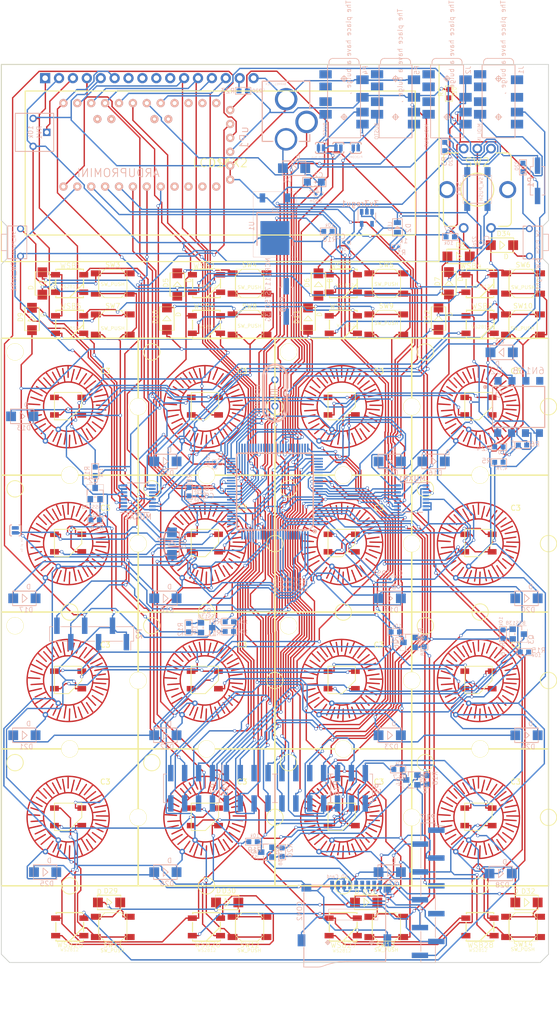
<source format=kicad_pcb>
(kicad_pcb (version 4) (host pcbnew 4.0.4-stable)
  (layers (0 F.Cu signal) (31 B.Cu signal) (34 B.Paste user) (35 F.Paste user) (36 B.SilkS user) (37 F.SilkS user) (38 B.Mask user) (39 F.Mask user) (44 Edge.Cuts user))
  (net 0 "")
  (net 1 +5V)
  (net 2 GND)
  (net 3 +3V3)
  (net 4 "Net-(C1-Pad1)")
  (net 5 "Net-(C8-Pad1)")
  (net 6 "Net-(C9-Pad1)")
  (net 7 "Net-(C10-Pad1)")
  (net 8 /3vSPI_MOSI)
  (net 9 /3vSPI_SCK)
  (net 10 /3vSPI_MISO)
  (net 11 /SD_DAT1)
  (net 12 /SD_DAT2)
  (net 13 /MUXBX0)
  (net 14 /MUXBX1)
  (net 15 /MUXBX2)
  (net 16 /MUXBX3)
  (net 17 /MUXBX4)
  (net 18 /MUXBX5)
  (net 19 /MUXBX6)
  (net 20 "Net-(DS1-Pad3)")
  (net 21 /LCD0)
  (net 22 /LCD1)
  (net 23 /LCD2)
  (net 24 /LCD3)
  (net 25 /LCD4)
  (net 26 /LCD5)
  (net 27 "Net-(DS1-Pad15)")
  (net 28 "Net-(IC1-Pad1)")
  (net 29 /RX0)
  (net 30 /TX0)
  (net 31 "Net-(IC1-Pad4)")
  (net 32 "Net-(IC1-Pad5)")
  (net 33 "Net-(IC1-Pad6)")
  (net 34 "Net-(IC1-Pad7)")
  (net 35 "Net-(IC1-Pad8)")
  (net 36 "Net-(IC1-Pad9)")
  (net 37 "Net-(IC1-Pad19)")
  (net 38 /5VSD_CLK)
  (net 39 /5VSD_MOSI)
  (net 40 /5VSD_MISO)
  (net 41 "Net-(IC1-Pad23)")
  (net 42 "Net-(IC1-Pad24)")
  (net 43 "Net-(IC1-Pad25)")
  (net 44 "Net-(IC1-Pad26)")
  (net 45 "Net-(IC1-Pad28)")
  (net 46 "Net-(IC1-Pad29)")
  (net 47 "Net-(IC1-Pad42)")
  (net 48 /SCL)
  (net 49 /SDA)
  (net 50 "Net-(IC1-Pad47)")
  (net 51 "Net-(IC1-Pad48)")
  (net 52 "Net-(IC1-Pad49)")
  (net 53 /POWER_IS)
  (net 54 "Net-(IC1-Pad51)")
  (net 55 "Net-(IC1-Pad52)")
  (net 56 /5VSD_CS)
  (net 57 "Net-(IC1-Pad65)")
  (net 58 "Net-(IC1-Pad68)")
  (net 59 "Net-(IC1-Pad69)")
  (net 60 "Net-(IC1-Pad70)")
  (net 61 "Net-(IC1-Pad71)")
  (net 62 "Net-(IC1-Pad72)")
  (net 63 "Net-(IC1-Pad73)")
  (net 64 "Net-(IC1-Pad74)")
  (net 65 "Net-(IC1-Pad75)")
  (net 66 "Net-(IC1-Pad76)")
  (net 67 "Net-(IC1-Pad77)")
  (net 68 "Net-(IC1-Pad78)")
  (net 69 "Net-(IC1-Pad79)")
  (net 70 "Net-(IC1-Pad90)")
  (net 71 "Net-(IC1-Pad91)")
  (net 72 "Net-(IC1-Pad92)")
  (net 73 "Net-(IC1-Pad93)")
  (net 74 "Net-(IC1-Pad94)")
  (net 75 "Net-(IC1-Pad95)")
  (net 76 "Net-(IC1-Pad96)")
  (net 77 "Net-(J2-Pad1)")
  (net 78 /PI_5V)
  (net 79 /RESET)
  (net 80 /BUS_COM)
  (net 81 /PI_SCL)
  (net 82 /PI_SDA)
  (net 83 /PI_3V3)
  (net 84 /3vTX0)
  (net 85 /3vRX0)
  (net 86 /3VSD_CS)
  (net 87 "Net-(R5-Pad2)")
  (net 88 /MIDI_RX)
  (net 89 /MUXAX3)
  (net 90 /MUXAX0)
  (net 91 /MUXAX1)
  (net 92 /MUXAX2)
  (net 93 "Net-(WSB1-Pad2)")
  (net 94 "Net-(WSB2-Pad2)")
  (net 95 "Net-(WSB3-Pad2)")
  (net 96 /SERIAL_LED_TOROW_1)
  (net 97 "Net-(WSB5-Pad2)")
  (net 98 "Net-(WSB6-Pad2)")
  (net 99 "Net-(WSB7-Pad2)")
  (net 100 /SERIAL_LED_TOROW_2)
  (net 101 "Net-(WSB10-Pad4)")
  (net 102 "Net-(WSB10-Pad2)")
  (net 103 "Net-(WSB11-Pad2)")
  (net 104 /SERIAL_LED_TOROW_3)
  (net 105 "Net-(WSB13-Pad2)")
  (net 106 "Net-(WSB14-Pad2)")
  (net 107 "Net-(WSB15-Pad2)")
  (net 108 /SERIAL_LED_TOROW_4)
  (net 109 "Net-(WSB17-Pad2)")
  (net 110 "Net-(WSB18-Pad2)")
  (net 111 "Net-(WSB19-Pad2)")
  (net 112 /SERIAL_LED_TOROW_5)
  (net 113 "Net-(WSB21-Pad2)")
  (net 114 "Net-(WSB22-Pad2)")
  (net 115 "Net-(WSB23-Pad2)")
  (net 116 /SERIAL_LED_TOROW_6)
  (net 117 "Net-(WSB25-Pad2)")
  (net 118 "Net-(WSB26-Pad2)")
  (net 119 "Net-(WSB27-Pad2)")
  (net 120 /MUXAX4)
  (net 121 "Net-(IC1-Pad54)")
  (net 122 "Net-(IC1-Pad55)")
  (net 123 "Net-(IC1-Pad56)")
  (net 124 "Net-(IC1-Pad57)")
  (net 125 "Net-(IC1-Pad58)")
  (net 126 "Net-(IC1-Pad59)")
  (net 127 "Net-(IC1-Pad60)")
  (net 128 /TX3)
  (net 129 "Net-(IC1-Pad97)")
  (net 130 "Net-(CON1-PadPWR)")
  (net 131 "Net-(D2-Pad+)")
  (net 132 "Net-(D3-Pad+)")
  (net 133 "Net-(D3-Pad-)")
  (net 134 "Net-(D4-Pad-)")
  (net 135 "Net-(D5-Pad-)")
  (net 136 "Net-(D6-Pad-)")
  (net 137 "Net-(D7-Pad-)")
  (net 138 "Net-(D8-Pad-)")
  (net 139 "Net-(D9-Pad-)")
  (net 140 "Net-(D10-Pad-)")
  (net 141 "Net-(D11-Pad-)")
  (net 142 "Net-(D12-Pad-)")
  (net 143 "Net-(D13-Pad-)")
  (net 144 "Net-(D14-Pad-)")
  (net 145 "Net-(D15-Pad-)")
  (net 146 "Net-(D16-Pad-)")
  (net 147 "Net-(D17-Pad-)")
  (net 148 "Net-(D18-Pad-)")
  (net 149 "Net-(D19-Pad-)")
  (net 150 "Net-(D20-Pad-)")
  (net 151 "Net-(D21-Pad-)")
  (net 152 "Net-(D22-Pad-)")
  (net 153 "Net-(D23-Pad-)")
  (net 154 "Net-(D24-Pad-)")
  (net 155 "Net-(D25-Pad-)")
  (net 156 "Net-(D26-Pad-)")
  (net 157 "Net-(D27-Pad-)")
  (net 158 "Net-(D28-Pad-)")
  (net 159 "Net-(D29-Pad-)")
  (net 160 "Net-(D30-Pad-)")
  (net 161 "Net-(D31-Pad-)")
  (net 162 "Net-(D32-Pad-)")
  (net 163 /ENCA)
  (net 164 /ENCC)
  (net 165 /BUSTO_CONN)
  (net 166 /BUSTI_CONN)
  (net 167 "Net-(J1-Pad4)")
  (net 168 "Net-(J2-Pad8)")
  (net 169 /BUS_COM_B)
  (net 170 /SERIAL_LED_PIN)
  (net 171 /MIDI_OUT_TX)
  (net 172 /BUS_TO)
  (net 173 /BUS_TI)
  (net 174 /MUXA_COMMON)
  (net 175 /MUXAADDR2)
  (net 176 /MUXAADDR1)
  (net 177 /MUXAADDR0)
  (net 178 /MUXB_COMMON)
  (net 179 /MUXBADDR2)
  (net 180 /MUXBADDR1)
  (net 181 /MUXBADDR0)
  (net 182 "Net-(D33-Pad-)")
  (net 183 "Net-(D34-Pad-)")
  (net 184 "Net-(R24-Pad1)")
  (module lib_fp:ws2812_buttonPad (layer F.Cu) (at 0 100)
    (fp_text reference WSB9 hide)
    (fp_text value WS2812_BUTTON hide)
    (fp_line (start 5.41 -39.24) (end 7.78 -38.48) (layer F.Cu) (width 0.254))
    (fp_line (start 4.73 -38.01) (end 7.02 -37.87) (layer F.Cu) (width 0.254))
    (fp_line (start 5.44 -36.75) (end 7.74 -36.9) (layer F.Cu) (width 0.254))
    (fp_line (start 7.31 -36.03) (end 5.03 -35.52) (layer F.Cu) (width 0.254))
    (fp_line (start 6.19 -34.48) (end 8.19 -35.42) (layer F.Cu) (width 0.254))
    (fp_line (start 6.08 -33.22) (end 8.03 -34.37) (layer F.Cu) (width 0.254))
    (fp_line (start 9.15 -34.16) (end 7.28 -32.58) (layer F.Cu) (width 0.254))
    (fp_line (start 9.44 -33.13) (end 8.1 -31.28) (layer F.Cu) (width 0.254))
    (fp_line (start 9.46 -31.19) (end 10.45 -33.25) (layer F.Cu) (width 0.254))
    (fp_line (start 10.91 -32.55) (end 10.15 -30.37) (layer F.Cu) (width 0.254))
    (fp_line (start 11.49 -30.66) (end 11.84 -32.99) (layer F.Cu) (width 0.254))
    (fp_line (start 12.49 -32.29) (end 12.42 -30.06) (layer F.Cu) (width 0.254))
    (fp_line (start 13.64 -30.74) (end 13.18 -33.09) (layer F.Cu) (width 0.254))
    (fp_line (start 14.05 -32.62) (end 14.83 -30.57) (layer F.Cu) (width 0.254))
    (fp_line (start 15.83 -31.52) (end 14.58 -33.66) (layer F.Cu) (width 0.254))
    (fp_line (start 15.57 -33.44) (end 16.77 -31.66) (layer F.Cu) (width 0.254))
    (fp_line (start 15.66 -34.6) (end 17.21 -32.98) (layer F.Cu) (width 0.254))
    (fp_line (start 16.64 -34.72) (end 18.39 -33.42) (layer F.Cu) (width 0.254))
    (fp_line (start 16.43 -35.93) (end 18.56 -34.88) (layer F.Cu) (width 0.254))
    (fp_line (start 17.25 -36.38) (end 19.37 -35.7) (layer F.Cu) (width 0.254))
    (fp_line (start 16.71 -37.07) (end 19.07 -36.91) (layer F.Cu) (width 0.254))
    (fp_line (start 17.37 -37.77) (end 19.66 -37.74) (layer F.Cu) (width 0.254))
    (fp_line (start 16.67 -38.36) (end 19.01 -38.68) (layer F.Cu) (width 0.254))
    (fp_line (start 17.09 -39.32) (end 19.33 -39.74) (layer F.Cu) (width 0.254))
    (fp_line (start 16.23 -39.68) (end 18.4 -40.65) (layer F.Cu) (width 0.254))
    (fp_line (start 16.34 -40.55) (end 18.37 -41.64) (layer F.Cu) (width 0.254))
    (fp_line (start 15.39 -40.77) (end 17.21 -42.2) (layer F.Cu) (width 0.254))
    (fp_line (start 16.73 -43.42) (end 15.17 -41.64) (layer F.Cu) (width 0.254))
    (fp_line (start 14.2 -41.6) (end 15.54 -43.51) (layer F.Cu) (width 0.254))
    (fp_line (start 13.7 -42.52) (end 14.54 -44.54) (layer F.Cu) (width 0.254))
    (fp_line (start 12.76 -42.01) (end 13.3 -44.29) (layer F.Cu) (width 0.254))
    (fp_line (start 12.2 -42.87) (end 12.2 -44.99) (layer F.Cu) (width 0.254))
    (fp_line (start 11.62 -41.98) (end 11.21 -44.45) (layer F.Cu) (width 0.254))
    (fp_line (start 10.88 -42.68) (end 10.02 -44.65) (layer F.Cu) (width 0.254))
    (fp_line (start 9.35 -43.78) (end 10.46 -41.8) (layer F.Cu) (width 0.254))
    (fp_line (start 8.16 -43.74) (end 9.61 -41.86) (layer F.Cu) (width 0.254))
    (fp_line (start 7.76 -42.74) (end 9.32 -41.02) (layer F.Cu) (width 0.254))
    (fp_line (start 6.68 -42.51) (end 8.2 -41) (layer F.Cu) (width 0.254))
    (fp_line (start 6.43 -41.16) (end 8.29 -39.93) (layer F.Cu) (width 0.254))
    (fp_line (start 5.36 -40.53) (end 7.42 -39.5) (layer F.Cu) (width 0.254))
    (fp_circle (center 12.2 -37.5) (end 19.7 -37.5) (layer F.Cu) (width 0.254))
    (fp_circle (center 12.21 -37.51) (end 16.71 -37.51) (layer F.Cu) (width 0.254))
    (fp_text user C3 (at 19 -44) (layer F.SilkS) (effects (font (size 0.9652 0.9652) (thickness 0.1524))))
    (pad 6 thru_hole circle (at 10.4 -33.35) (size 1.016 1.016) (drill 0.508) (layers *.Cu *.Mask) (net 90 /MUXAX0))
    (pad 5 thru_hole circle (at 8.05 -31.25) (size 1.016 1.016) (drill 0.508) (layers *.Cu *.Mask) (net 143 "Net-(D13-Pad-)"))
    (pad 1 smd rect (at 9.7 -39.2) (size 1.6 1) (layers F.Cu F.Paste F.Mask) (net 1 +5V))
    (pad 2 smd rect (at 9.7 -36) (size 1.6 1) (layers F.Cu F.Paste F.Mask) (net 101 "Net-(WSB10-Pad4)"))
    (pad 3 smd rect (at 14.7 -36) (size 1.6 1) (layers F.Cu F.Paste F.Mask) (net 2 GND))
    (pad 4 smd rect (at 14.7 -39.2) (size 1.6 1) (layers F.Cu F.Paste F.Mask) (net 100 /SERIAL_LED_TOROW_2))
    (pad ~ thru_hole circle (at 2.5 -47.5) (size 3 3) (drill 3) (layers *.Cu))
  )
  (module lib_fp:ws2812_buttonPad (layer F.Cu) (at 25 100)
    (fp_text reference WSB10 hide)
    (fp_text value WS2812_BUTTON hide)
    (fp_line (start 5.41 -39.24) (end 7.78 -38.48) (layer F.Cu) (width 0.254))
    (fp_line (start 4.73 -38.01) (end 7.02 -37.87) (layer F.Cu) (width 0.254))
    (fp_line (start 5.44 -36.75) (end 7.74 -36.9) (layer F.Cu) (width 0.254))
    (fp_line (start 7.31 -36.03) (end 5.03 -35.52) (layer F.Cu) (width 0.254))
    (fp_line (start 6.19 -34.48) (end 8.19 -35.42) (layer F.Cu) (width 0.254))
    (fp_line (start 6.08 -33.22) (end 8.03 -34.37) (layer F.Cu) (width 0.254))
    (fp_line (start 9.15 -34.16) (end 7.28 -32.58) (layer F.Cu) (width 0.254))
    (fp_line (start 9.44 -33.13) (end 8.1 -31.28) (layer F.Cu) (width 0.254))
    (fp_line (start 9.46 -31.19) (end 10.45 -33.25) (layer F.Cu) (width 0.254))
    (fp_line (start 10.91 -32.55) (end 10.15 -30.37) (layer F.Cu) (width 0.254))
    (fp_line (start 11.49 -30.66) (end 11.84 -32.99) (layer F.Cu) (width 0.254))
    (fp_line (start 12.49 -32.29) (end 12.42 -30.06) (layer F.Cu) (width 0.254))
    (fp_line (start 13.64 -30.74) (end 13.18 -33.09) (layer F.Cu) (width 0.254))
    (fp_line (start 14.05 -32.62) (end 14.83 -30.57) (layer F.Cu) (width 0.254))
    (fp_line (start 15.83 -31.52) (end 14.58 -33.66) (layer F.Cu) (width 0.254))
    (fp_line (start 15.57 -33.44) (end 16.77 -31.66) (layer F.Cu) (width 0.254))
    (fp_line (start 15.66 -34.6) (end 17.21 -32.98) (layer F.Cu) (width 0.254))
    (fp_line (start 16.64 -34.72) (end 18.39 -33.42) (layer F.Cu) (width 0.254))
    (fp_line (start 16.43 -35.93) (end 18.56 -34.88) (layer F.Cu) (width 0.254))
    (fp_line (start 17.25 -36.38) (end 19.37 -35.7) (layer F.Cu) (width 0.254))
    (fp_line (start 16.71 -37.07) (end 19.07 -36.91) (layer F.Cu) (width 0.254))
    (fp_line (start 17.37 -37.77) (end 19.66 -37.74) (layer F.Cu) (width 0.254))
    (fp_line (start 16.67 -38.36) (end 19.01 -38.68) (layer F.Cu) (width 0.254))
    (fp_line (start 17.09 -39.32) (end 19.33 -39.74) (layer F.Cu) (width 0.254))
    (fp_line (start 16.23 -39.68) (end 18.4 -40.65) (layer F.Cu) (width 0.254))
    (fp_line (start 16.34 -40.55) (end 18.37 -41.64) (layer F.Cu) (width 0.254))
    (fp_line (start 15.39 -40.77) (end 17.21 -42.2) (layer F.Cu) (width 0.254))
    (fp_line (start 16.73 -43.42) (end 15.17 -41.64) (layer F.Cu) (width 0.254))
    (fp_line (start 14.2 -41.6) (end 15.54 -43.51) (layer F.Cu) (width 0.254))
    (fp_line (start 13.7 -42.52) (end 14.54 -44.54) (layer F.Cu) (width 0.254))
    (fp_line (start 12.76 -42.01) (end 13.3 -44.29) (layer F.Cu) (width 0.254))
    (fp_line (start 12.2 -42.87) (end 12.2 -44.99) (layer F.Cu) (width 0.254))
    (fp_line (start 11.62 -41.98) (end 11.21 -44.45) (layer F.Cu) (width 0.254))
    (fp_line (start 10.88 -42.68) (end 10.02 -44.65) (layer F.Cu) (width 0.254))
    (fp_line (start 9.35 -43.78) (end 10.46 -41.8) (layer F.Cu) (width 0.254))
    (fp_line (start 8.16 -43.74) (end 9.61 -41.86) (layer F.Cu) (width 0.254))
    (fp_line (start 7.76 -42.74) (end 9.32 -41.02) (layer F.Cu) (width 0.254))
    (fp_line (start 6.68 -42.51) (end 8.2 -41) (layer F.Cu) (width 0.254))
    (fp_line (start 6.43 -41.16) (end 8.29 -39.93) (layer F.Cu) (width 0.254))
    (fp_line (start 5.36 -40.53) (end 7.42 -39.5) (layer F.Cu) (width 0.254))
    (fp_circle (center 12.2 -37.5) (end 19.7 -37.5) (layer F.Cu) (width 0.254))
    (fp_circle (center 12.21 -37.51) (end 16.71 -37.51) (layer F.Cu) (width 0.254))
    (fp_text user C3 (at 19 -44) (layer F.SilkS) (effects (font (size 0.9652 0.9652) (thickness 0.1524))))
    (pad 6 thru_hole circle (at 10.4 -33.35) (size 1.016 1.016) (drill 0.508) (layers *.Cu *.Mask) (net 91 /MUXAX1))
    (pad 5 thru_hole circle (at 8.05 -31.25) (size 1.016 1.016) (drill 0.508) (layers *.Cu *.Mask) (net 144 "Net-(D14-Pad-)"))
    (pad 1 smd rect (at 9.7 -39.2) (size 1.6 1) (layers F.Cu F.Paste F.Mask) (net 1 +5V))
    (pad 2 smd rect (at 9.7 -36) (size 1.6 1) (layers F.Cu F.Paste F.Mask) (net 102 "Net-(WSB10-Pad2)"))
    (pad 3 smd rect (at 14.7 -36) (size 1.6 1) (layers F.Cu F.Paste F.Mask) (net 2 GND))
    (pad 4 smd rect (at 14.7 -39.2) (size 1.6 1) (layers F.Cu F.Paste F.Mask) (net 101 "Net-(WSB10-Pad4)"))
    (pad ~ thru_hole circle (at 12.5 -25) (size 3 3) (drill 3) (layers *.Cu))
  )
  (module SparkFun-Displays:LCD-16X2 (layer F.Cu) (at 40 18)
    (fp_text reference DS1 (at 0 0) (layer F.SilkS))
    (fp_text value LCD16X2 (at 0 0) (layer F.SilkS))
    (pad 1 thru_hole rect (at -32 -15.5) (size 1.8796 1.8796) (drill 1.016) (layers *.Cu *.Mask) (net 2 GND))
    (pad 2 thru_hole circle (at -29.46 -15.5) (size 1.8796 1.8796) (drill 1.016) (layers *.Cu *.Mask) (net 1 +5V))
    (pad 3 thru_hole circle (at -26.92 -15.5) (size 1.8796 1.8796) (drill 1.016) (layers *.Cu *.Mask) (net 20 "Net-(DS1-Pad3)"))
    (pad 4 thru_hole circle (at -24.38 -15.5) (size 1.8796 1.8796) (drill 1.016) (layers *.Cu *.Mask) (net 21 /LCD0))
    (pad 5 thru_hole circle (at -21.84 -15.5) (size 1.8796 1.8796) (drill 1.016) (layers *.Cu *.Mask) (net 2 GND))
    (pad 6 thru_hole circle (at -19.3 -15.5) (size 1.8796 1.8796) (drill 1.016) (layers *.Cu *.Mask) (net 22 /LCD1))
    (pad 7 thru_hole circle (at -16.76 -15.5) (size 1.8796 1.8796) (drill 1.016) (layers *.Cu *.Mask))
    (pad 8 thru_hole circle (at -14.22 -15.5) (size 1.8796 1.8796) (drill 1.016) (layers *.Cu *.Mask))
    (pad 9 thru_hole circle (at -11.68 -15.5) (size 1.8796 1.8796) (drill 1.016) (layers *.Cu *.Mask))
    (pad 10 thru_hole circle (at -9.14 -15.5) (size 1.8796 1.8796) (drill 1.016) (layers *.Cu *.Mask))
    (pad 11 thru_hole circle (at -6.6 -15.5) (size 1.8796 1.8796) (drill 1.016) (layers *.Cu *.Mask) (net 23 /LCD2))
    (pad 12 thru_hole circle (at -4.06 -15.5) (size 1.8796 1.8796) (drill 1.016) (layers *.Cu *.Mask) (net 24 /LCD3))
    (pad 13 thru_hole circle (at -1.52 -15.5) (size 1.8796 1.8796) (drill 1.016) (layers *.Cu *.Mask) (net 25 /LCD4))
    (pad 14 thru_hole circle (at 1.02 -15.5) (size 1.8796 1.8796) (drill 1.016) (layers *.Cu *.Mask) (net 26 /LCD5))
    (pad 15 thru_hole circle (at 3.56 -15.5) (size 1.8796 1.8796) (drill 1.016) (layers *.Cu *.Mask) (net 27 "Net-(DS1-Pad15)"))
    (pad 16 thru_hole circle (at 6.1 -15.5) (size 1.8796 1.8796) (drill 1.016) (layers *.Cu *.Mask) (net 2 GND))
    (pad "" np_thru_hole circle (at -37.5 -15.5) (size 2.8 2.8) (drill 2.8) (layers *.Cu))
  )
  (module lib_fp:MountingHole_3mm (layer F.Cu) (at 52.5 52.5)
    (fp_text reference REF28 hide)
    (fp_text value MountingHole_3mm hide)
    (pad "" np_thru_hole circle (at 0 0) (size 3 3) (drill 3) (layers *.Cu))
  )
  (module lib_fp:MountingHole_3mm (layer F.Cu) (at 97.5 2.5)
    (fp_text reference REF00 hide)
    (fp_text value MountingHole_3mm hide)
    (pad "" np_thru_hole circle (at 0 0) (size 3 3) (drill 3) (layers *.Cu))
  )
  (module lib_fp:MountingHole_3mm (layer F.Cu) (at 25 112.5)
    (fp_text reference REF01 hide)
    (fp_text value MountingHole_3mm hide)
    (pad "" np_thru_hole circle (at 0 0) (size 3 3) (drill 3) (layers *.Cu))
  )
  (module lib_fp:MountingHole_3mm (layer F.Cu) (at 37.5 125)
    (fp_text reference REF02 hide)
    (fp_text value MountingHole_3mm hide)
    (pad "" np_thru_hole circle (at 0 0) (size 3 3) (drill 3) (layers *.Cu))
  )
  (module lib_fp:MountingHole_3mm (layer F.Cu) (at 25 137.5)
    (fp_text reference REF03 hide)
    (fp_text value MountingHole_3mm hide)
    (pad "" np_thru_hole circle (at 0 0) (size 3 3) (drill 3) (layers *.Cu))
  )
  (module lib_fp:MountingHole_3mm (layer F.Cu) (at 12.5 125)
    (fp_text reference REF04 hide)
    (fp_text value MountingHole_3mm hide)
    (pad "" np_thru_hole circle (at 0 0) (size 3 3) (drill 3) (layers *.Cu))
  )
  (module lib_fp:MountingHole_3mm (layer F.Cu) (at 62.5 125)
    (fp_text reference REF05 hide)
    (fp_text value MountingHole_3mm hide)
    (pad "" np_thru_hole circle (at 0 0) (size 3 3) (drill 3) (layers *.Cu))
  )
  (module lib_fp:MountingHole_3mm (layer F.Cu) (at 87.5 125)
    (fp_text reference REF06 hide)
    (fp_text value MountingHole_3mm hide)
    (pad "" np_thru_hole circle (at 0 0) (size 3 3) (drill 3) (layers *.Cu))
  )
  (module lib_fp:MountingHole_3mm (layer F.Cu) (at 75 112.5)
    (fp_text reference REF07 hide)
    (fp_text value MountingHole_3mm hide)
    (pad "" np_thru_hole circle (at 0 0) (size 3 3) (drill 3) (layers *.Cu))
  )
  (module lib_fp:MountingHole_3mm (layer F.Cu) (at 75 137.5)
    (fp_text reference REF08 hide)
    (fp_text value MountingHole_3mm hide)
    (pad "" np_thru_hole circle (at 0 0) (size 3 3) (drill 3) (layers *.Cu))
  )
  (module lib_fp:MountingHole_3mm (layer F.Cu) (at 62.5 75)
    (fp_text reference REF09 hide)
    (fp_text value MountingHole_3mm hide)
    (pad "" np_thru_hole circle (at 0 0) (size 3 3) (drill 3) (layers *.Cu))
  )
  (module lib_fp:MountingHole_3mm (layer F.Cu) (at 87.5 75)
    (fp_text reference REF10 hide)
    (fp_text value MountingHole_3mm hide)
    (pad "" np_thru_hole circle (at 0 0) (size 3 3) (drill 3) (layers *.Cu))
  )
  (module lib_fp:MountingHole_3mm (layer F.Cu) (at 75 62.5)
    (fp_text reference REF11 hide)
    (fp_text value MountingHole_3mm hide)
    (pad "" np_thru_hole circle (at 0 0) (size 3 3) (drill 3) (layers *.Cu))
  )
  (module lib_fp:MountingHole_3mm (layer F.Cu) (at 75 87.5)
    (fp_text reference REF12 hide)
    (fp_text value MountingHole_3mm hide)
    (pad "" np_thru_hole circle (at 0 0) (size 3 3) (drill 3) (layers *.Cu))
  )
  (module lib_fp:MountingHole_3mm (layer F.Cu) (at 25 87.5)
    (fp_text reference REF13 hide)
    (fp_text value MountingHole_3mm hide)
    (pad "" np_thru_hole circle (at 0 0) (size 3 3) (drill 3) (layers *.Cu))
  )
  (module lib_fp:MountingHole_3mm (layer F.Cu) (at 12.5 75)
    (fp_text reference REF15 hide)
    (fp_text value MountingHole_3mm hide)
    (pad "" np_thru_hole circle (at 0 0) (size 3 3) (drill 3) (layers *.Cu))
  )
  (module lib_fp:MountingHole_3mm (layer F.Cu) (at 25 62.5)
    (fp_text reference REF16 hide)
    (fp_text value MountingHole_3mm hide)
    (pad "" np_thru_hole circle (at 0 0) (size 3 3) (drill 3) (layers *.Cu))
  )
  (module lib_fp:MountingHole_3mm (layer F.Cu) (at 2.5 102.5)
    (fp_text reference REF17 hide)
    (fp_text value MountingHole_3mm hide)
    (pad "" np_thru_hole circle (at 0 0) (size 3 3) (drill 3) (layers *.Cu))
  )
  (module lib_fp:MountingHole_3mm (layer F.Cu) (at 97.5 102.5)
    (fp_text reference REF18 hide)
    (fp_text value MountingHole_3mm hide)
    (pad "" np_thru_hole circle (at 0 0) (size 3 3) (drill 3) (layers *.Cu))
  )
  (module lib_fp:MountingHole_3mm (layer F.Cu) (at 47.5 97.5)
    (fp_text reference REF19 hide)
    (fp_text value MountingHole_3mm hide)
    (pad "" np_thru_hole circle (at 0 0) (size 3 3) (drill 3) (layers *.Cu))
  )
  (module lib_fp:MountingHole_3mm (layer F.Cu) (at 52.5 102.5)
    (fp_text reference REF20 hide)
    (fp_text value MountingHole_3mm hide)
    (pad "" np_thru_hole circle (at 0 0) (size 3 3) (drill 3) (layers *.Cu))
  )
  (module lib_fp:MountingHole_3mm (layer F.Cu) (at 2.5 147.5)
    (fp_text reference REF21 hide)
    (fp_text value MountingHole_3mm hide)
    (pad "" np_thru_hole circle (at 0 0) (size 3 3) (drill 3) (layers *.Cu))
  )
  (module lib_fp:MountingHole_3mm (layer F.Cu) (at 97.5 147.5)
    (fp_text reference REF22 hide)
    (fp_text value MountingHole_3mm hide)
    (pad "" np_thru_hole circle (at 0 0) (size 3 3) (drill 3) (layers *.Cu))
  )
  (module lib_fp:MountingHole_3mm (layer F.Cu) (at 97.5 52.5)
    (fp_text reference REF23 hide)
    (fp_text value MountingHole_3mm hide)
    (pad "" np_thru_hole circle (at 0 0) (size 3 3) (drill 3) (layers *.Cu))
  )
  (module SparkFun-Electromechanical:ENCODER_LED_2 (layer F.Cu) (at 86.995 22.86 180)
    (fp_text reference SW2 (at 0 5 180) (layer F.SilkS))
    (fp_text value ROTARY_ENCODER_SWITCH hide)
    (pad A thru_hole circle (at -2.5 7.5 180) (size 1.8 1.8) (drill 1.1) (layers *.Cu *.Mask) (net 163 /ENCA))
    (pad C thru_hole circle (at 0 7.5 180) (size 1.8 1.8) (drill 1.1) (layers *.Cu *.Mask) (net 2 GND))
    (pad B thru_hole circle (at 2.5 7.5 180) (size 1.8 1.8) (drill 1.1) (layers *.Cu *.Mask) (net 164 /ENCC))
    (pad P$1 thru_hole circle (at -5.55 0 180) (size 3.116 3.116) (drill 2.1) (layers *.Cu *.Mask))
    (pad P$2 thru_hole circle (at 5.55 0 180) (size 3.116 3.116) (drill 2.1) (layers *.Cu *.Mask))
    (pad E thru_hole circle (at 2.5 -7 180) (size 1.778 1.778) (drill 1.1) (layers *.Cu *.Mask) (net 138 "Net-(D8-Pad-)"))
    (pad D thru_hole circle (at -2.5 -7 180) (size 1.778 1.778) (drill 1.1) (layers *.Cu *.Mask) (net 120 /MUXAX4))
  )
  (module TO_SOT_Packages_SMD:SOT-23-5 (layer B.Cu) (at 66.8 28 270)
    (fp_text reference 3v3regu1 (at -2.588 1.27 360) (layer B.SilkS) (effects (justify mirror)))
    (fp_text value TLV70233DBV)
    (pad 1 smd rect (at -1.1 0.95 270) (size 1.06 0.65) (layers B.Cu B.Paste B.Mask) (net 1 +5V))
    (pad 2 smd rect (at -1.1 0 270) (size 1.06 0.65) (layers B.Cu B.Paste B.Mask) (net 2 GND))
    (pad 3 smd rect (at -1.1 -0.95 270) (size 1.06 0.65) (layers B.Cu B.Paste B.Mask) (net 1 +5V))
    (pad 4 smd rect (at 1.1 -0.95 270) (size 1.06 0.65) (layers B.Cu B.Paste B.Mask))
    (pad 5 smd rect (at 1.1 0.95 270) (size 1.06 0.65) (layers B.Cu B.Paste B.Mask) (net 3 +3V3))
  )
  (module SeeedOPL-Capacitor:C0402 (layer B.Cu) (at 58 23.7 90)
    (fp_text reference C1 (at 1.0795 -0.9525 180) (layer B.SilkS) (effects (font (size 0.889 0.889) (thickness 0.1016)) (justify mirror)))
    (fp_text value 100n (at -1.2065 -0.508 180) (layer B.SilkS) (effects (font (size 0.635 0.635) (thickness 0.0762)) (justify mirror)))
    (pad 1 smd circle (at 0 0.46228 180) (size 0.49784 0.49784) (layers B.Cu B.Paste B.Mask) (net 4 "Net-(C1-Pad1)"))
    (pad 2 smd circle (at 0 -0.46228 180) (size 0.49784 0.49784) (layers B.Cu B.Paste B.Mask) (net 2 GND))
  )
  (module SeeedOPL-Capacitor:C0402 (layer B.Cu) (at 62.992 32.512 90)
    (fp_text reference C3 (at 1.0795 -0.9525 180) (layer B.SilkS) (effects (font (size 0.889 0.889) (thickness 0.1016)) (justify mirror)))
    (fp_text value 1u (at -1.2065 -0.508 180) (layer B.SilkS) (effects (font (size 0.635 0.635) (thickness 0.0762)) (justify mirror)))
    (pad 1 smd circle (at 0 0.46228 180) (size 0.49784 0.49784) (layers B.Cu B.Paste B.Mask) (net 3 +3V3))
    (pad 2 smd circle (at 0 -0.46228 180) (size 0.49784 0.49784) (layers B.Cu B.Paste B.Mask) (net 2 GND))
  )
  (module SeeedOPL-Capacitor:C0402 (layer B.Cu) (at 52.258 94.022 90)
    (fp_text reference C4 (at 0 -1.7877 180) (layer B.SilkS) (effects (font (size 0.889 0.889) (thickness 0.1016)) (justify mirror)))
    (fp_text value 100nF (at 0 2.4123 180) (layer B.SilkS) (effects (font (size 0.635 0.635) (thickness 0.0762)) (justify mirror)))
    (pad 1 smd circle (at 0 0.46228 180) (size 0.49784 0.49784) (layers B.Cu B.Paste B.Mask) (net 1 +5V))
    (pad 2 smd circle (at 0 -0.46228 180) (size 0.49784 0.49784) (layers B.Cu B.Paste B.Mask) (net 2 GND))
  )
  (module SeeedOPL-Capacitor:C0402 (layer B.Cu) (at 52.258 94.967 90)
    (fp_text reference C5 (at 0 -1.7877 180) (layer B.SilkS) (effects (font (size 0.889 0.889) (thickness 0.1016)) (justify mirror)))
    (fp_text value 100nF (at 0 2.4123 180) (layer B.SilkS) (effects (font (size 0.635 0.635) (thickness 0.0762)) (justify mirror)))
    (pad 1 smd circle (at 0 0.46228 180) (size 0.49784 0.49784) (layers B.Cu B.Paste B.Mask) (net 1 +5V))
    (pad 2 smd circle (at 0 -0.46228 180) (size 0.49784 0.49784) (layers B.Cu B.Paste B.Mask) (net 2 GND))
  )
  (module SeeedOPL-Capacitor:C0402 (layer B.Cu) (at 52.258 95.912 90)
    (fp_text reference C6 (at 0 -1.7877 180) (layer B.SilkS) (effects (font (size 0.889 0.889) (thickness 0.1016)) (justify mirror)))
    (fp_text value 100nF (at 0 2.4123 180) (layer B.SilkS) (effects (font (size 0.635 0.635) (thickness 0.0762)) (justify mirror)))
    (pad 1 smd circle (at 0 0.46228 180) (size 0.49784 0.49784) (layers B.Cu B.Paste B.Mask) (net 1 +5V))
    (pad 2 smd circle (at 0 -0.46228 180) (size 0.49784 0.49784) (layers B.Cu B.Paste B.Mask) (net 2 GND))
  )
  (module SeeedOPL-Capacitor:C0402 (layer B.Cu) (at 87.63 33.02)
    (fp_text reference C7 (at 1.0795 -0.9525 90) (layer B.SilkS) (effects (font (size 0.889 0.889) (thickness 0.1016)) (justify mirror)))
    (fp_text value 22pF (at -1.2065 -0.508 90) (layer B.SilkS) (effects (font (size 0.635 0.635) (thickness 0.0762)) (justify mirror)))
    (pad 1 smd circle (at 0 0.46228 90) (size 0.49784 0.49784) (layers B.Cu B.Paste B.Mask) (net 79 /RESET))
    (pad 2 smd circle (at 0 -0.46228 90) (size 0.49784 0.49784) (layers B.Cu B.Paste B.Mask) (net 2 GND))
  )
  (module SeeedOPL-Capacitor:C0402 (layer B.Cu) (at 36.2423 77.28 270)
    (fp_text reference C8 (at 0.1 -1.7877 360) (layer B.SilkS) (effects (font (size 0.889 0.889) (thickness 0.1016)) (justify mirror)))
    (fp_text value 22pF (at 0.7 0.0123 360) (layer B.SilkS) (effects (font (size 0.635 0.635) (thickness 0.0762)) (justify mirror)))
    (pad 1 smd circle (at 0 0.46228) (size 0.49784 0.49784) (layers B.Cu B.Paste B.Mask) (net 5 "Net-(C8-Pad1)"))
    (pad 2 smd circle (at 0 -0.46228) (size 0.49784 0.49784) (layers B.Cu B.Paste B.Mask) (net 2 GND))
  )
  (module SeeedOPL-Capacitor:C0402 (layer B.Cu) (at 36.28 78.78 270)
    (fp_text reference C9 (at 0 -1.75 360) (layer B.SilkS) (effects (font (size 0.889 0.889) (thickness 0.1016)) (justify mirror)))
    (fp_text value 22pF (at 0.8 0.05 360) (layer B.SilkS) (effects (font (size 0.635 0.635) (thickness 0.0762)) (justify mirror)))
    (pad 1 smd circle (at 0 0.46228) (size 0.49784 0.49784) (layers B.Cu B.Paste B.Mask) (net 6 "Net-(C9-Pad1)"))
    (pad 2 smd circle (at 0 -0.46228) (size 0.49784 0.49784) (layers B.Cu B.Paste B.Mask) (net 2 GND))
  )
  (module SeeedOPL-Capacitor:C0402 (layer B.Cu) (at 38.97 73.034)
    (fp_text reference C10 (at 1.0795 -0.9525 90) (layer B.SilkS) (effects (font (size 0.889 0.889) (thickness 0.1016)) (justify mirror)))
    (fp_text value 100nF (at -1.2065 -0.508 90) (layer B.SilkS) (effects (font (size 0.635 0.635) (thickness 0.0762)) (justify mirror)))
    (pad 1 smd circle (at 0 0.46228 90) (size 0.49784 0.49784) (layers B.Cu B.Paste B.Mask) (net 7 "Net-(C10-Pad1)"))
    (pad 2 smd circle (at 0 -0.46228 90) (size 0.49784 0.49784) (layers B.Cu B.Paste B.Mask) (net 2 GND))
  )
  (module SeeedOPL-LED:LED-0805 (layer B.Cu) (at 72.39 29.77 90)
    (fp_text reference D2 (at -0.111 2 90) (layer B.SilkS) (effects (font (size 0.889 0.889) (thickness 0.1016)) (justify mirror)))
    (fp_text value LED (at 0.20574 -1.36906 90) (layer B.SilkS) (effects (font (size 0.635 0.635) (thickness 0.0762)) (justify mirror)))
    (pad + smd rect (at -0.889 0 90) (size 0.889 1.27) (layers B.Cu B.Paste B.Mask) (net 131 "Net-(D2-Pad+)"))
    (pad - smd rect (at 0.889 0 90) (size 0.889 1.27) (layers B.Cu B.Paste B.Mask) (net 2 GND))
  )
  (module SeeedOPL-Connector:AUDIO8P-SMD-3.5-14.5X6.1X4.0MM (layer B.Cu) (at 90.8731 -1.1024 270)
    (fp_text reference J1 (at 2.1184 -4.1229 270) (layer B.SilkS) (effects (font (size 0.889 0.889) (thickness 0.1016)) (justify mirror)))
    (fp_text value MIDI_IN (at 13.5484 3.4971 270) (layer B.SilkS) (effects (font (size 0.635 0.635) (thickness 0.0762)) (justify mirror)))
    (fp_text user "The place have a bulge ,\n" (at -2.032 -0.8255 270) (layer B.SilkS) (effects (font (size 0.889 0.889) (thickness 0.1016)) (justify mirror)))
    (pad 1 smd rect (at 3.8989 -3.37312 180) (size 2.2479 1.59766) (layers B.Cu B.Paste B.Mask))
    (pad 2 smd rect (at 7.0993 -3.37312 180) (size 2.2479 1.59766) (layers B.Cu B.Paste B.Mask))
    (pad 3 smd rect (at 9.79932 -3.37312 180) (size 2.2479 1.59766) (layers B.Cu B.Paste B.Mask) (net 132 "Net-(D3-Pad+)"))
    (pad 4 smd rect (at 10.1981 3.37312 180) (size 2.2479 1.59766) (layers B.Cu B.Paste B.Mask) (net 167 "Net-(J1-Pad4)"))
    (pad 5 smd rect (at 2.89814 3.37312 180) (size 2.2479 1.4986) (layers B.Cu B.Paste B.Mask))
    (pad 6 smd rect (at 5.19938 3.37312 180) (size 2.2479 1.59766) (layers B.Cu B.Paste B.Mask))
    (pad 7 smd rect (at 7.8994 3.37312 180) (size 2.2479 1.59766) (layers B.Cu B.Paste B.Mask))
    (pad 8 smd rect (at 11.99896 -3.37312 180) (size 2.2479 1.59766) (layers B.Cu B.Paste B.Mask))
  )
  (module SeeedOPL-Connector:AUDIO8P-SMD-3.5-14.5X6.1X4.0MM (layer B.Cu) (at 81.4577 -1.1024 270)
    (fp_text reference J2 (at 2.1184 -3.8863 270) (layer B.SilkS) (effects (font (size 0.889 0.889) (thickness 0.1016)) (justify mirror)))
    (fp_text value MIDI_OUT (at 14.0564 3.7337 270) (layer B.SilkS) (effects (font (size 0.635 0.635) (thickness 0.0762)) (justify mirror)))
    (fp_text user "The place have a bulge ,\n" (at -2.032 -0.8255 270) (layer B.SilkS) (effects (font (size 0.889 0.889) (thickness 0.1016)) (justify mirror)))
    (pad 1 smd rect (at 3.8989 -3.37312 180) (size 2.2479 1.59766) (layers B.Cu B.Paste B.Mask) (net 77 "Net-(J2-Pad1)"))
    (pad 2 smd rect (at 7.0993 -3.37312 180) (size 2.2479 1.59766) (layers B.Cu B.Paste B.Mask) (net 77 "Net-(J2-Pad1)"))
    (pad 3 smd rect (at 9.79932 -3.37312 180) (size 2.2479 1.59766) (layers B.Cu B.Paste B.Mask) (net 171 /MIDI_OUT_TX))
    (pad 4 smd rect (at 10.1981 3.37312 180) (size 2.2479 1.59766) (layers B.Cu B.Paste B.Mask))
    (pad 5 smd rect (at 2.89814 3.37312 180) (size 2.2479 1.4986) (layers B.Cu B.Paste B.Mask))
    (pad 6 smd rect (at 5.19938 3.37312 180) (size 2.2479 1.59766) (layers B.Cu B.Paste B.Mask))
    (pad 7 smd rect (at 7.8994 3.37312 180) (size 2.2479 1.59766) (layers B.Cu B.Paste B.Mask))
    (pad 8 smd rect (at 11.99896 -3.37312 180) (size 2.2479 1.59766) (layers B.Cu B.Paste B.Mask) (net 168 "Net-(J2-Pad8)"))
  )
  (module SparkFun-Passives:PAD-JUMPER-2-NO_YES_SILK (layer B.Cu) (at 58.42 15.24)
    (fp_text reference JP1 hide)
    (fp_text value comm_bus (at 1.27 1.905) (layer B.SilkS) (effects (font (size 0.38608 0.38608) (thickness 0.032512)) (justify left bottom mirror)))
    (pad 1 smd rect (at -0.45 0) (size 0.635 1.27) (layers B.Cu B.Paste B.Mask) (net 80 /BUS_COM))
    (pad 2 smd rect (at 0.45 0) (size 0.635 1.27) (layers B.Cu B.Paste B.Mask) (net 169 /BUS_COM_B))
  )
  (module SeeedOPL-Connector:AUDIO8P-SMD-3.5-14.5X6.1X4.0MM (layer B.Cu) (at 62.6269 -1.1024 270)
    (fp_text reference P4 (at 2.1184 -3.9211 270) (layer B.SilkS) (effects (font (size 0.889 0.889) (thickness 0.1016)) (justify mirror)))
    (fp_text value BUSTI (at 13.0404 3.4449 270) (layer B.SilkS) (effects (font (size 0.635 0.635) (thickness 0.0762)) (justify mirror)))
    (fp_text user "The place have a bulge ,\n" (at -2.032 -0.8255 270) (layer B.SilkS) (effects (font (size 0.889 0.889) (thickness 0.1016)) (justify mirror)))
    (pad 1 smd rect (at 3.8989 -3.37312 180) (size 2.2479 1.59766) (layers B.Cu B.Paste B.Mask) (net 2 GND))
    (pad 2 smd rect (at 7.0993 -3.37312 180) (size 2.2479 1.59766) (layers B.Cu B.Paste B.Mask) (net 1 +5V))
    (pad 3 smd rect (at 9.79932 -3.37312 180) (size 2.2479 1.59766) (layers B.Cu B.Paste B.Mask) (net 173 /BUS_TI))
    (pad 4 smd rect (at 10.1981 3.37312 180) (size 2.2479 1.59766) (layers B.Cu B.Paste B.Mask) (net 80 /BUS_COM))
    (pad 5 smd rect (at 2.89814 3.37312 180) (size 2.2479 1.4986) (layers B.Cu B.Paste B.Mask))
    (pad 6 smd rect (at 5.19938 3.37312 180) (size 2.2479 1.59766) (layers B.Cu B.Paste B.Mask))
    (pad 7 smd rect (at 7.8994 3.37312 180) (size 2.2479 1.59766) (layers B.Cu B.Paste B.Mask))
    (pad 8 smd rect (at 11.99896 -3.37312 180) (size 2.2479 1.59766) (layers B.Cu B.Paste B.Mask) (net 166 /BUSTI_CONN))
  )
  (module SeeedOPL-Connector:AUDIO8P-SMD-3.5-14.5X6.1X4.0MM (layer B.Cu) (at 72.0423 -1.1024 270)
    (fp_text reference P5 (at 2.1184 -3.9037 270) (layer B.SilkS) (effects (font (size 0.889 0.889) (thickness 0.1016)) (justify mirror)))
    (fp_text value BUSTO (at 13.2944 3.4623 270) (layer B.SilkS) (effects (font (size 0.635 0.635) (thickness 0.0762)) (justify mirror)))
    (fp_text user "The place have a bulge ,\n" (at -0.50104 -0.8255 270) (layer B.SilkS) (effects (font (size 0.889 0.889) (thickness 0.1016)) (justify mirror)))
    (pad 1 smd rect (at 3.8989 -3.37312 180) (size 2.2479 1.59766) (layers B.Cu B.Paste B.Mask) (net 2 GND))
    (pad 2 smd rect (at 7.0993 -3.37312 180) (size 2.2479 1.59766) (layers B.Cu B.Paste B.Mask) (net 1 +5V))
    (pad 3 smd rect (at 9.79932 -3.37312 180) (size 2.2479 1.59766) (layers B.Cu B.Paste B.Mask) (net 172 /BUS_TO))
    (pad 4 smd rect (at 10.1981 3.37312 180) (size 2.2479 1.59766) (layers B.Cu B.Paste B.Mask) (net 169 /BUS_COM_B))
    (pad 5 smd rect (at 2.89814 3.37312 180) (size 2.2479 1.4986) (layers B.Cu B.Paste B.Mask))
    (pad 6 smd rect (at 5.19938 3.37312 180) (size 2.2479 1.59766) (layers B.Cu B.Paste B.Mask))
    (pad 7 smd rect (at 7.8994 3.37312 180) (size 2.2479 1.59766) (layers B.Cu B.Paste B.Mask))
    (pad 8 smd rect (at 11.99896 -3.37312 180) (size 2.2479 1.59766) (layers B.Cu B.Paste B.Mask) (net 165 /BUSTO_CONN))
  )
  (module SeeedOPL-Transistor:SOT-23 (layer B.Cu) (at 37.51 102.848 90)
    (fp_text reference Q1 (at 3.048 0 180) (layer B.SilkS) (effects (font (size 0.889 0.889) (thickness 0.1016)) (justify mirror)))
    (fp_text value BSS138 (at 2.032 0.254 180) (layer B.SilkS) (effects (font (size 0.635 0.635) (thickness 0.0762)) (justify mirror)))
    (pad 1 smd rect (at -0.889 -1.016 270) (size 1.016 1.143) (layers B.Cu B.Paste B.Mask) (net 83 /PI_3V3))
    (pad 2 smd rect (at 0.889 -1.016 90) (size 1.016 1.143) (layers B.Cu B.Paste B.Mask) (net 85 /3vRX0))
    (pad 3 smd rect (at 0 1.016 90) (size 1.016 1.143) (layers B.Cu B.Paste B.Mask) (net 29 /RX0))
  )
  (module SeeedOPL-Transistor:SOT-23 (layer B.Cu) (at 17.145 78.359 180)
    (fp_text reference Q2 (at 0.3175 2.3495 180) (layer B.SilkS) (effects (font (size 0.889 0.889) (thickness 0.1016)) (justify mirror)))
    (fp_text value BSS138 (at 0.635 -2.4765 180) (layer B.SilkS) (effects (font (size 0.635 0.635) (thickness 0.0762)) (justify mirror)))
    (pad 1 smd rect (at -0.889 -1.016) (size 1.016 1.143) (layers B.Cu B.Paste B.Mask) (net 83 /PI_3V3))
    (pad 2 smd rect (at 0.889 -1.016 180) (size 1.016 1.143) (layers B.Cu B.Paste B.Mask) (net 84 /3vTX0))
    (pad 3 smd rect (at 0 1.016 180) (size 1.016 1.143) (layers B.Cu B.Paste B.Mask) (net 30 /TX0))
  )
  (module SeeedOPL-Transistor:SOT-23 (layer B.Cu) (at 94.484 104.03 90)
    (fp_text reference Q3 (at -0.97 2.3495 90) (layer B.SilkS) (effects (font (size 0.889 0.889) (thickness 0.1016)) (justify mirror)))
    (fp_text value BSS138 (at 2.03 -0.484 180) (layer B.SilkS) (effects (font (size 0.635 0.635) (thickness 0.0762)) (justify mirror)))
    (pad 1 smd rect (at -0.889 -1.016 270) (size 1.016 1.143) (layers B.Cu B.Paste B.Mask) (net 3 +3V3))
    (pad 2 smd rect (at 0.889 -1.016 90) (size 1.016 1.143) (layers B.Cu B.Paste B.Mask) (net 8 /3vSPI_MOSI))
    (pad 3 smd rect (at 0 1.016 90) (size 1.016 1.143) (layers B.Cu B.Paste B.Mask) (net 39 /5VSD_MOSI))
  )
  (module SeeedOPL-Transistor:SOT-23 (layer B.Cu) (at 75.016 130.66 270)
    (fp_text reference Q4 (at 0.3175 2.3495 270) (layer B.SilkS) (effects (font (size 0.889 0.889) (thickness 0.1016)) (justify mirror)))
    (fp_text value BSS138 (at 0.635 -2.4765 270) (layer B.SilkS) (effects (font (size 0.635 0.635) (thickness 0.0762)) (justify mirror)))
    (pad 1 smd rect (at -0.889 -1.016 90) (size 1.016 1.143) (layers B.Cu B.Paste B.Mask) (net 3 +3V3))
    (pad 2 smd rect (at 0.889 -1.016 270) (size 1.016 1.143) (layers B.Cu B.Paste B.Mask) (net 10 /3vSPI_MISO))
    (pad 3 smd rect (at 0 1.016 270) (size 1.016 1.143) (layers B.Cu B.Paste B.Mask) (net 40 /5VSD_MISO))
  )
  (module SeeedOPL-Transistor:SOT-23 (layer B.Cu) (at 48.516 143.85 270)
    (fp_text reference Q5 (at 0.3175 2.3495 270) (layer B.SilkS) (effects (font (size 0.889 0.889) (thickness 0.1016)) (justify mirror)))
    (fp_text value BSS138 (at 0.635 -2.4765 270) (layer B.SilkS) (effects (font (size 0.635 0.635) (thickness 0.0762)) (justify mirror)))
    (pad 1 smd rect (at -0.889 -1.016 90) (size 1.016 1.143) (layers B.Cu B.Paste B.Mask) (net 3 +3V3))
    (pad 2 smd rect (at 0.889 -1.016 270) (size 1.016 1.143) (layers B.Cu B.Paste B.Mask) (net 9 /3vSPI_SCK))
    (pad 3 smd rect (at 0 1.016 270) (size 1.016 1.143) (layers B.Cu B.Paste B.Mask) (net 38 /5VSD_CLK))
  )
  (module SeeedOPL-Transistor:SOT-23 (layer B.Cu) (at 74.516 105.54 270)
    (fp_text reference Q6 (at 0.3175 2.3495 270) (layer B.SilkS) (effects (font (size 0.889 0.889) (thickness 0.1016)) (justify mirror)))
    (fp_text value BSS138 (at 0.635 -2.4765 270) (layer B.SilkS) (effects (font (size 0.635 0.635) (thickness 0.0762)) (justify mirror)))
    (pad 1 smd rect (at -0.889 -1.016 90) (size 1.016 1.143) (layers B.Cu B.Paste B.Mask) (net 3 +3V3))
    (pad 2 smd rect (at 0.889 -1.016 270) (size 1.016 1.143) (layers B.Cu B.Paste B.Mask) (net 86 /3VSD_CS))
    (pad 3 smd rect (at 0 1.016 270) (size 1.016 1.143) (layers B.Cu B.Paste B.Mask) (net 56 /5VSD_CS))
  )
  (module SeeedOPL-Resistor:R0402 (layer B.Cu) (at 72.136 33.274 270)
    (fp_text reference R1 (at 1.0795 -0.9525 360) (layer B.SilkS) (effects (font (size 0.889 0.889) (thickness 0.1016)) (justify mirror)))
    (fp_text value 1k (at -1.0795 -1.397 360) (layer B.SilkS) (effects (font (size 0.889 0.889) (thickness 0.1016)) (justify mirror)))
    (pad 1 smd circle (at 0 0.46228) (size 0.49784 0.49784) (layers B.Cu B.Paste B.Mask) (net 1 +5V))
    (pad 2 smd circle (at 0 -0.46228) (size 0.49784 0.49784) (layers B.Cu B.Paste B.Mask) (net 131 "Net-(D2-Pad+)"))
  )
  (module SeeedOPL-Resistor:R0603 (layer F.Cu) (at 81.788 5.334)
    (fp_text reference R2 (at -1.4605 -0.3175 90) (layer F.SilkS) (effects (font (size 0.889 0.889) (thickness 0.1016))))
    (fp_text value 220 (at 1.11506 -0.29972 90) (layer F.SilkS) (effects (font (size 0.635 0.635) (thickness 0.0762))))
    (pad 1 smd rect (at 0 -0.762 270) (size 0.889 0.889) (layers F.Cu F.Paste F.Mask) (net 1 +5V))
    (pad 2 smd rect (at 0 0.762 270) (size 0.889 0.889) (layers F.Cu F.Paste F.Mask) (net 168 "Net-(J2-Pad8)"))
  )
  (module SeeedOPL-Resistor:R0603 (layer B.Cu) (at 81.026 14.986)
    (fp_text reference R3 (at -0.09 2.71 270) (layer B.SilkS) (effects (font (size 0.889 0.889) (thickness 0.1016)) (justify mirror)))
    (fp_text value 220 (at 1.11506 2.71 270) (layer B.SilkS) (effects (font (size 0.635 0.635) (thickness 0.0762)) (justify mirror)))
    (pad 1 smd rect (at 0 0.762 90) (size 0.889 0.889) (layers B.Cu B.Paste B.Mask) (net 2 GND))
    (pad 2 smd rect (at 0 -0.762 90) (size 0.889 0.889) (layers B.Cu B.Paste B.Mask) (net 77 "Net-(J2-Pad1)"))
  )
  (module SeeedOPL-Resistor:R0603 (layer B.Cu) (at 95.33 18.79 180)
    (fp_text reference R4 (at -0.25 -0.5 450) (layer B.SilkS) (effects (font (size 0.889 0.889) (thickness 0.1016)) (justify mirror)))
    (fp_text value 220 (at 1.11506 0.29972 450) (layer B.SilkS) (effects (font (size 0.635 0.635) (thickness 0.0762)) (justify mirror)))
    (pad 1 smd rect (at 0 0.762 270) (size 0.889 0.889) (layers B.Cu B.Paste B.Mask) (net 167 "Net-(J1-Pad4)"))
    (pad 2 smd rect (at 0 -0.762 270) (size 0.889 0.889) (layers B.Cu B.Paste B.Mask) (net 133 "Net-(D3-Pad-)"))
  )
  (module SeeedOPL-Resistor:R0603 (layer B.Cu) (at 90.932 72.644 270)
    (fp_text reference R5 (at -0.254 2.286 540) (layer B.SilkS) (effects (font (size 0.889 0.889) (thickness 0.1016)) (justify mirror)))
    (fp_text value 4.7K (at 1.11506 -0.508 540) (layer B.SilkS) (effects (font (size 0.635 0.635) (thickness 0.0762)) (justify mirror)))
    (pad 1 smd rect (at 0 0.762) (size 0.889 0.889) (layers B.Cu B.Paste B.Mask) (net 2 GND))
    (pad 2 smd rect (at 0 -0.762) (size 0.889 0.889) (layers B.Cu B.Paste B.Mask) (net 87 "Net-(R5-Pad2)"))
  )
  (module SeeedOPL-Resistor:R0603 (layer B.Cu) (at 82.042 31.496 270)
    (fp_text reference R7 (at -1.4605 0.3175 540) (layer B.SilkS) (effects (font (size 0.889 0.889) (thickness 0.1016)) (justify mirror)))
    (fp_text value 10k (at 1.11506 0.29972 540) (layer B.SilkS) (effects (font (size 0.635 0.635) (thickness 0.0762)) (justify mirror)))
    (pad 1 smd rect (at 0 0.762) (size 0.889 0.889) (layers B.Cu B.Paste B.Mask) (net 1 +5V))
    (pad 2 smd rect (at 0 -0.762) (size 0.889 0.889) (layers B.Cu B.Paste B.Mask) (net 79 /RESET))
  )
  (module SeeedOPL-Resistor:R0603 (layer B.Cu) (at 34.28 78.03 180)
    (fp_text reference R8 (at -0.118 2.456 450) (layer B.SilkS) (effects (font (size 0.889 0.889) (thickness 0.1016)) (justify mirror)))
    (fp_text value 1M (at -0.118 -2.116 450) (layer B.SilkS) (effects (font (size 0.635 0.635) (thickness 0.0762)) (justify mirror)))
    (pad 1 smd rect (at 0 0.762 270) (size 0.889 0.889) (layers B.Cu B.Paste B.Mask) (net 5 "Net-(C8-Pad1)"))
    (pad 2 smd rect (at 0 -0.762 270) (size 0.889 0.889) (layers B.Cu B.Paste B.Mask) (net 6 "Net-(C9-Pad1)"))
  )
  (module SeeedOPL-Resistor:R0603 (layer B.Cu) (at 41.67 103.554 270)
    (fp_text reference R11 (at 0.254 2.794 540) (layer B.SilkS) (effects (font (size 0.889 0.889) (thickness 0.1016)) (justify mirror)))
    (fp_text value 10k (at 0 -2.54 540) (layer B.SilkS) (effects (font (size 0.635 0.635) (thickness 0.0762)) (justify mirror)))
    (pad 1 smd rect (at 0 0.762) (size 0.889 0.889) (layers B.Cu B.Paste B.Mask) (net 29 /RX0))
    (pad 2 smd rect (at 0 -0.762) (size 0.889 0.889) (layers B.Cu B.Paste B.Mask) (net 1 +5V))
  )
  (module SeeedOPL-Resistor:R0603 (layer B.Cu) (at 34.208 102.848)
    (fp_text reference R12 (at -1.4605 0.3175 270) (layer B.SilkS) (effects (font (size 0.889 0.889) (thickness 0.1016)) (justify mirror)))
    (fp_text value 10k (at 1.11506 0.508 270) (layer B.SilkS) (effects (font (size 0.635 0.635) (thickness 0.0762)) (justify mirror)))
    (pad 1 smd rect (at 0 0.762 90) (size 0.889 0.889) (layers B.Cu B.Paste B.Mask) (net 83 /PI_3V3))
    (pad 2 smd rect (at 0 -0.762 90) (size 0.889 0.889) (layers B.Cu B.Paste B.Mask) (net 85 /3vRX0))
  )
  (module SeeedOPL-Resistor:R0603 (layer B.Cu) (at 17.145 74.295)
    (fp_text reference R13 (at -1.4605 0.3175 270) (layer B.SilkS) (effects (font (size 0.889 0.889) (thickness 0.1016)) (justify mirror)))
    (fp_text value 10k (at 1.11506 0.29972 270) (layer B.SilkS) (effects (font (size 0.635 0.635) (thickness 0.0762)) (justify mirror)))
    (pad 1 smd rect (at 0 0.762 90) (size 0.889 0.889) (layers B.Cu B.Paste B.Mask) (net 30 /TX0))
    (pad 2 smd rect (at 0 -0.762 90) (size 0.889 0.889) (layers B.Cu B.Paste B.Mask) (net 1 +5V))
  )
  (module SeeedOPL-Resistor:R0603 (layer B.Cu) (at 17.145 83.185 90)
    (fp_text reference R14 (at -1.4605 0.3175 360) (layer B.SilkS) (effects (font (size 0.889 0.889) (thickness 0.1016)) (justify mirror)))
    (fp_text value 10k (at 1.11506 0.29972 360) (layer B.SilkS) (effects (font (size 0.635 0.635) (thickness 0.0762)) (justify mirror)))
    (pad 1 smd rect (at 0 0.762 180) (size 0.889 0.889) (layers B.Cu B.Paste B.Mask) (net 83 /PI_3V3))
    (pad 2 smd rect (at 0 -0.762 180) (size 0.889 0.889) (layers B.Cu B.Paste B.Mask) (net 84 /3vTX0))
  )
  (module SeeedOPL-Resistor:R0603 (layer B.Cu) (at 95.6 107.3 270)
    (fp_text reference R15 (at -0.3 -2.6 540) (layer B.SilkS) (effects (font (size 0.889 0.889) (thickness 0.1016)) (justify mirror)))
    (fp_text value 10k (at 0.6 -2.2 540) (layer B.SilkS) (effects (font (size 0.635 0.635) (thickness 0.0762)) (justify mirror)))
    (pad 1 smd rect (at 0 0.762) (size 0.889 0.889) (layers B.Cu B.Paste B.Mask) (net 39 /5VSD_MOSI))
    (pad 2 smd rect (at 0 -0.762) (size 0.889 0.889) (layers B.Cu B.Paste B.Mask) (net 1 +5V))
  )
  (module SeeedOPL-Resistor:R0603 (layer B.Cu) (at 91.69 104.03)
    (fp_text reference R16 (at -0.09 2.77 270) (layer B.SilkS) (effects (font (size 0.889 0.889) (thickness 0.1016)) (justify mirror)))
    (fp_text value 10k (at -0.39 -2.33 270) (layer B.SilkS) (effects (font (size 0.635 0.635) (thickness 0.0762)) (justify mirror)))
    (pad 1 smd rect (at 0 0.762 90) (size 0.889 0.889) (layers B.Cu B.Paste B.Mask) (net 3 +3V3))
    (pad 2 smd rect (at 0 -0.762 90) (size 0.889 0.889) (layers B.Cu B.Paste B.Mask) (net 8 /3vSPI_MOSI))
  )
  (module SeeedOPL-Resistor:R0603 (layer B.Cu) (at 72.5 128.755 90)
    (fp_text reference R17 (at -1.4605 0.3175 360) (layer B.SilkS) (effects (font (size 0.889 0.889) (thickness 0.1016)) (justify mirror)))
    (fp_text value 10k (at 1.11506 0.29972 360) (layer B.SilkS) (effects (font (size 0.635 0.635) (thickness 0.0762)) (justify mirror)))
    (pad 1 smd rect (at 0 0.762 180) (size 0.889 0.889) (layers B.Cu B.Paste B.Mask) (net 40 /5VSD_MISO))
    (pad 2 smd rect (at 0 -0.762 180) (size 0.889 0.889) (layers B.Cu B.Paste B.Mask) (net 1 +5V))
  )
  (module SeeedOPL-Resistor:R0603 (layer B.Cu) (at 77.81 130.66 180)
    (fp_text reference R18 (at -1.4605 0.3175 450) (layer B.SilkS) (effects (font (size 0.889 0.889) (thickness 0.1016)) (justify mirror)))
    (fp_text value 10k (at 1.11506 0.29972 450) (layer B.SilkS) (effects (font (size 0.635 0.635) (thickness 0.0762)) (justify mirror)))
    (pad 1 smd rect (at 0 0.762 270) (size 0.889 0.889) (layers B.Cu B.Paste B.Mask) (net 3 +3V3))
    (pad 2 smd rect (at 0 -0.762 270) (size 0.889 0.889) (layers B.Cu B.Paste B.Mask) (net 10 /3vSPI_MISO))
  )
  (module SeeedOPL-Resistor:R0603 (layer B.Cu) (at 46 141.945 90)
    (fp_text reference R19 (at -1.4605 0.3175 360) (layer B.SilkS) (effects (font (size 0.889 0.889) (thickness 0.1016)) (justify mirror)))
    (fp_text value 10k (at 1.11506 0.29972 360) (layer B.SilkS) (effects (font (size 0.635 0.635) (thickness 0.0762)) (justify mirror)))
    (pad 1 smd rect (at 0 0.762 180) (size 0.889 0.889) (layers B.Cu B.Paste B.Mask) (net 38 /5VSD_CLK))
    (pad 2 smd rect (at 0 -0.762 180) (size 0.889 0.889) (layers B.Cu B.Paste B.Mask) (net 1 +5V))
  )
  (module SeeedOPL-Resistor:R0603 (layer B.Cu) (at 51.31 143.85 180)
    (fp_text reference R20 (at -1.4605 0.3175 450) (layer B.SilkS) (effects (font (size 0.889 0.889) (thickness 0.1016)) (justify mirror)))
    (fp_text value 10k (at 1.11506 0.29972 450) (layer B.SilkS) (effects (font (size 0.635 0.635) (thickness 0.0762)) (justify mirror)))
    (pad 1 smd rect (at 0 0.762 270) (size 0.889 0.889) (layers B.Cu B.Paste B.Mask) (net 3 +3V3))
    (pad 2 smd rect (at 0 -0.762 270) (size 0.889 0.889) (layers B.Cu B.Paste B.Mask) (net 9 /3vSPI_SCK))
  )
  (module SeeedOPL-Resistor:R0603 (layer B.Cu) (at 72 103.635 90)
    (fp_text reference R21 (at -1.4605 0.3175 360) (layer B.SilkS) (effects (font (size 0.889 0.889) (thickness 0.1016)) (justify mirror)))
    (fp_text value 10k (at 1.11506 0.29972 360) (layer B.SilkS) (effects (font (size 0.635 0.635) (thickness 0.0762)) (justify mirror)))
    (pad 1 smd rect (at 0 0.762 180) (size 0.889 0.889) (layers B.Cu B.Paste B.Mask) (net 56 /5VSD_CS))
    (pad 2 smd rect (at 0 -0.762 180) (size 0.889 0.889) (layers B.Cu B.Paste B.Mask) (net 1 +5V))
  )
  (module SeeedOPL-Resistor:R0603 (layer B.Cu) (at 77.31 105.54 180)
    (fp_text reference R22 (at 0.635 1.397 450) (layer B.SilkS) (effects (font (size 0.889 0.889) (thickness 0.1016)) (justify mirror)))
    (fp_text value 10k (at 1.11506 0.29972 450) (layer B.SilkS) (effects (font (size 0.635 0.635) (thickness 0.0762)) (justify mirror)))
    (pad 1 smd rect (at 0 0.762 270) (size 0.889 0.889) (layers B.Cu B.Paste B.Mask) (net 3 +3V3))
    (pad 2 smd rect (at 0 -0.762 270) (size 0.889 0.889) (layers B.Cu B.Paste B.Mask) (net 86 /3VSD_CS))
  )
  (module SeeedOPL-Resistor:R0603 (layer B.Cu) (at 44.196 4.826 90)
    (fp_text reference R23 (at 0 -2.794 360) (layer B.SilkS) (effects (font (size 0.889 0.889) (thickness 0.1016)) (justify mirror)))
    (fp_text value 220 (at 0 2.54 360) (layer B.SilkS) (effects (font (size 0.635 0.635) (thickness 0.0762)) (justify mirror)))
    (pad 1 smd rect (at 0 0.762 180) (size 0.889 0.889) (layers B.Cu B.Paste B.Mask) (net 1 +5V))
    (pad 2 smd rect (at 0 -0.762 180) (size 0.889 0.889) (layers B.Cu B.Paste B.Mask) (net 27 "Net-(DS1-Pad15)"))
  )
  (module SeeedOPL-IC:TO-252 (layer B.Cu) (at 50 29.2)
    (fp_text reference U1 (at -4.2545 0.3175 270) (layer B.SilkS) (effects (font (size 0.889 0.889) (thickness 0.1016)) (justify mirror)))
    (fp_text value NCP1117ST50T3G (at -1.27 11.938 90) (layer B.SilkS) (effects (font (size 0.889 0.889) (thickness 0.1016)) (justify mirror)))
    (pad 1 smd rect (at -2.286 -4.826) (size 1.016 1.651) (layers B.Cu B.Paste B.Mask) (net 2 GND))
    (pad 2 smd rect (at 0 2.49936) (size 5.29844 6.1976) (layers B.Cu B.Paste B.Mask) (net 1 +5V))
    (pad 3 smd rect (at 2.286 -4.826) (size 1.016 1.651) (layers B.Cu B.Paste B.Mask) (net 4 "Net-(C1-Pad1)"))
  )
  (module "SeeedOPL-Crystal Oscillator:HC49US" (layer B.Cu) (at 50 60 270)
    (fp_text reference Y1 (at -0.9525 3.1115 270) (layer B.SilkS) (effects (font (size 0.889 0.889) (thickness 0.1016)) (justify mirror)))
    (fp_text value 16MHz (at 2.032 3.302 270) (layer B.SilkS) (effects (font (size 0.889 0.889) (thickness 0.1016)) (justify mirror)))
    (pad 1 thru_hole circle (at -2.413 0 270) (size 1.3208 1.3208) (drill 0.8128) (layers *.Cu *.Paste *.Mask) (net 5 "Net-(C8-Pad1)"))
    (pad 2 thru_hole circle (at 2.413 0 270) (size 1.3208 1.3208) (drill 0.8128) (layers *.Cu *.Paste *.Mask) (net 6 "Net-(C9-Pad1)"))
  )
  (module SparkFun-Connectors:POWER_JACK_PTH_LOCK (layer B.Cu) (at 52.0254 -0.207)
    (fp_text reference CON1 (at -3.81 5.08) (layer B.SilkS) (effects (font (size 0.38608 0.38608) (thickness 0.032512)) (justify left bottom mirror)))
    (fp_text value BARREL_JACK (at 0.0446 4.017) (layer B.SilkS) (effects (font (size 0.38608 0.38608) (thickness 0.032512)) (justify left bottom mirror)))
    (pad PWR thru_hole circle (at 0 13.8778) (size 4.1148 4.1148) (drill 3.2) (layers *.Cu *.Mask) (net 130 "Net-(CON1-PadPWR)"))
    (pad GND thru_hole circle (at 0.0254 6.557) (size 4.1148 4.1148) (drill 2.9972) (layers *.Cu *.Mask) (net 2 GND))
    (pad GNDB thru_hole circle (at 3.7616 10.7 270) (size 4.1148 4.1148) (drill 2.9972) (layers *.Cu *.Mask) (net 53 /POWER_IS))
  )
  (module SeeedOPL-Connector:MICRO-SD9+4P-SMD-16.1X14.5X1.85MM (layer B.Cu) (at 62.7015 149.85 270)
    (fp_text reference CON2 (at 4.7625 8.1915 270) (layer B.SilkS) (effects (font (size 0.889 0.889) (thickness 0.1016)) (justify mirror)))
    (fp_text value SD_Card (at -1.55 1.3015 540) (layer B.SilkS) (effects (font (size 0.635 0.635) (thickness 0.0762)) (justify mirror)))
    (pad 1 smd rect (at 0 2.2479 270) (size 1.59766 0.6985) (layers B.Cu B.Paste B.Mask) (net 86 /3VSD_CS))
    (pad 2 smd rect (at 0 1.14808 270) (size 1.59766 0.6985) (layers B.Cu B.Paste B.Mask) (net 8 /3vSPI_MOSI))
    (pad 3 smd rect (at 0 0.04826 270) (size 1.59766 0.6985) (layers B.Cu B.Paste B.Mask) (net 2 GND))
    (pad 4 smd rect (at 0 -1.04902 270) (size 1.59766 0.6985) (layers B.Cu B.Paste B.Mask) (net 3 +3V3))
    (pad 5 smd rect (at 0 -2.14884 270) (size 1.59766 0.6985) (layers B.Cu B.Paste B.Mask) (net 9 /3vSPI_SCK))
    (pad 6 smd rect (at 0 -3.24866 270) (size 1.59766 0.6985) (layers B.Cu B.Paste B.Mask) (net 2 GND))
    (pad 7 smd rect (at 0 -4.34848 270) (size 1.59766 0.6985) (layers B.Cu B.Paste B.Mask) (net 10 /3vSPI_MISO))
    (pad 8 smd rect (at 0 -5.4483 270) (size 1.59766 0.6985) (layers B.Cu B.Paste B.Mask) (net 11 /SD_DAT1))
    (pad 9 smd rect (at 0 -6.54812 270) (size 1.59766 0.6985) (layers B.Cu B.Paste B.Mask) (net 12 /SD_DAT2))
    (pad G1 smd rect (at 0.59944 -7.8486 270) (size 1.59766 1.39954) (layers B.Cu B.Paste B.Mask) (net 2 GND))
    (pad G2 smd rect (at 10.09904 -7.8486 270) (size 2.19964 1.39954) (layers B.Cu B.Paste B.Mask) (net 2 GND))
    (pad G3 smd rect (at 10.09904 7.8486 270) (size 2.19964 1.39954) (layers B.Cu B.Paste B.Mask) (net 2 GND))
    (pad G4 smd rect (at 0.49784 6.94944 270) (size 1.39954 1.79832) (layers B.Cu B.Paste B.Mask) (net 2 GND))
  )
  (module SparkFun-Passives:PAD-JUMPER-2-NO_YES_SILK (layer B.Cu) (at 2.54 85.09 270)
    (fp_text reference JP2 hide)
    (fp_text value "tie pi 5v" (at 1.4 -1.4 270) (layer B.SilkS) (effects (font (size 0.38608 0.38608) (thickness 0.032512)) (justify left bottom mirror)))
    (pad 1 smd rect (at -0.45 0 270) (size 0.635 1.27) (layers B.Cu B.Paste B.Mask) (net 78 /PI_5V))
    (pad 2 smd rect (at 0.45 0 270) (size 0.635 1.27) (layers B.Cu B.Paste B.Mask) (net 1 +5V))
  )
  (module SeeedOPL-Resistor:R0603 (layer B.Cu) (at 95.25 69.5 270)
    (fp_text reference R6 (at -0.158 -2.286 540) (layer B.SilkS) (effects (font (size 0.889 0.889) (thickness 0.1016)) (justify mirror)))
    (fp_text value 4.7K (at 0.096 1.778 270) (layer B.SilkS) (effects (font (size 0.635 0.635) (thickness 0.0762)) (justify mirror)))
    (pad 1 smd rect (at 0 0.762) (size 0.889 0.889) (layers B.Cu B.Paste B.Mask) (net 184 "Net-(R24-Pad1)"))
    (pad 2 smd rect (at 0 -0.762) (size 0.889 0.889) (layers B.Cu B.Paste B.Mask) (net 1 +5V))
  )
  (module SparkFun-DiscreteSemi:8-SMD (layer B.Cu) (at 94.742 62.738)
    (fp_text reference U2 (at -3.014 -6.088) (layer B.SilkS) (effects (font (size 1.2065 1.2065) (thickness 0.1016)) (justify left bottom mirror)))
    (fp_text value 6N138 (at 4.606 -6.088) (layer B.SilkS) (effects (font (size 1.2065 1.2065) (thickness 0.1016)) (justify left bottom mirror)))
    (pad 8 smd rect (at -4.03 4.58) (size 1.3 1.4) (layers B.Cu B.Paste B.Mask) (net 1 +5V))
    (pad 7 smd rect (at -1.49 4.58) (size 1.3 1.4) (layers B.Cu B.Paste B.Mask) (net 87 "Net-(R5-Pad2)"))
    (pad 6 smd rect (at 1.05 4.58) (size 1.3 1.4) (layers B.Cu B.Paste B.Mask) (net 184 "Net-(R24-Pad1)"))
    (pad 5 smd rect (at 3.59 4.58) (size 1.3 1.4) (layers B.Cu B.Paste B.Mask) (net 2 GND))
    (pad 1 smd rect (at -3.96 -4.96) (size 1.3 1.4) (layers B.Cu B.Paste B.Mask))
    (pad 2 smd rect (at -1.42 -4.96) (size 1.3 1.4) (layers B.Cu B.Paste B.Mask) (net 133 "Net-(D3-Pad-)"))
    (pad 3 smd rect (at 1.12 -4.96) (size 1.3 1.4) (layers B.Cu B.Paste B.Mask) (net 132 "Net-(D3-Pad+)"))
    (pad 4 smd rect (at 3.66 -4.96) (size 1.3 1.4) (layers B.Cu B.Paste B.Mask))
  )
  (module ws2812_button:WS2812B (layer F.Cu) (at 12.477 40)
    (fp_text reference WSB1 (at -1.809 -2.662) (layer F.SilkS) (effects (font (size 0.9652 0.9652) (thickness 0.08128)) (justify left bottom)))
    (fp_text value WS2812 (at -1.809 0.894) (layer F.SilkS) (effects (font (size 0.57912 0.57912) (thickness 0.048768)) (justify left bottom)))
    (pad 1 smd rect (at -2.577 -1.6) (size 1.651 1) (layers F.Cu F.Paste F.Mask) (net 1 +5V))
    (pad 4 smd rect (at 2.577 -1.6) (size 1.651 1) (layers F.Cu F.Paste F.Mask) (net 170 /SERIAL_LED_PIN))
    (pad 3 smd rect (at 2.577 1.6) (size 1.651 1) (layers F.Cu F.Paste F.Mask) (net 2 GND))
    (pad 2 smd rect (at -2.577 1.6) (size 1.651 1) (layers F.Cu F.Paste F.Mask) (net 93 "Net-(WSB1-Pad2)"))
  )
  (module ws2812_button:WS2812B (layer F.Cu) (at 37.5 40)
    (fp_text reference WSB2 (at -2.4892 -2.616203) (layer F.SilkS) (effects (font (size 0.9652 0.9652) (thickness 0.08128)) (justify left bottom)))
    (fp_text value WS2812 (at -1.686 0.894) (layer F.SilkS) (effects (font (size 0.57912 0.57912) (thickness 0.048768)) (justify left bottom)))
    (pad 1 smd rect (at -2.577 -1.6) (size 1.651 1) (layers F.Cu F.Paste F.Mask) (net 1 +5V))
    (pad 4 smd rect (at 2.577 -1.6) (size 1.651 1) (layers F.Cu F.Paste F.Mask) (net 93 "Net-(WSB1-Pad2)"))
    (pad 3 smd rect (at 2.577 1.6) (size 1.651 1) (layers F.Cu F.Paste F.Mask) (net 2 GND))
    (pad 2 smd rect (at -2.577 1.6) (size 1.651 1) (layers F.Cu F.Paste F.Mask) (net 94 "Net-(WSB2-Pad2)"))
  )
  (module ws2812_button:WS2812B (layer F.Cu) (at 62.5 40)
    (fp_text reference WSB3 (at -2.4384 -2.611122) (layer F.SilkS) (effects (font (size 0.9652 0.9652) (thickness 0.08128)) (justify left bottom)))
    (fp_text value WS2812 (at -1.54 0.64) (layer F.SilkS) (effects (font (size 0.57912 0.57912) (thickness 0.048768)) (justify left bottom)))
    (pad 1 smd rect (at -2.577 -1.6) (size 1.651 1) (layers F.Cu F.Paste F.Mask) (net 1 +5V))
    (pad 4 smd rect (at 2.577 -1.6) (size 1.651 1) (layers F.Cu F.Paste F.Mask) (net 94 "Net-(WSB2-Pad2)"))
    (pad 3 smd rect (at 2.577 1.6) (size 1.651 1) (layers F.Cu F.Paste F.Mask) (net 2 GND))
    (pad 2 smd rect (at -2.577 1.6) (size 1.651 1) (layers F.Cu F.Paste F.Mask) (net 95 "Net-(WSB3-Pad2)"))
  )
  (module ws2812_button:WS2812B (layer F.Cu) (at 87.477 40)
    (fp_text reference WSB4 (at -3.657 -2.662) (layer F.SilkS) (effects (font (size 0.9652 0.9652) (thickness 0.08128)) (justify left bottom)))
    (fp_text value WS2812 (at -1.625 0.894) (layer F.SilkS) (effects (font (size 0.57912 0.57912) (thickness 0.048768)) (justify left bottom)))
    (pad 1 smd rect (at -2.577 -1.6) (size 1.651 1) (layers F.Cu F.Paste F.Mask) (net 1 +5V))
    (pad 4 smd rect (at 2.577 -1.6) (size 1.651 1) (layers F.Cu F.Paste F.Mask) (net 95 "Net-(WSB3-Pad2)"))
    (pad 3 smd rect (at 2.577 1.6) (size 1.651 1) (layers F.Cu F.Paste F.Mask) (net 2 GND))
    (pad 2 smd rect (at -2.577 1.6) (size 1.651 1) (layers F.Cu F.Paste F.Mask) (net 96 /SERIAL_LED_TOROW_1))
  )
  (module ws2812_button:WS2812B (layer F.Cu) (at 12.477 47.5)
    (fp_text reference WSB5 (at -1.809 -2.796) (layer F.SilkS) (effects (font (size 0.9652 0.9652) (thickness 0.08128)) (justify left bottom)))
    (fp_text value WS2812 (at -1.809 1.014) (layer F.SilkS) (effects (font (size 0.57912 0.57912) (thickness 0.048768)) (justify left bottom)))
    (pad 1 smd rect (at -2.577 -1.6) (size 1.651 1) (layers F.Cu F.Paste F.Mask) (net 1 +5V))
    (pad 4 smd rect (at 2.577 -1.6) (size 1.651 1) (layers F.Cu F.Paste F.Mask) (net 96 /SERIAL_LED_TOROW_1))
    (pad 3 smd rect (at 2.577 1.6) (size 1.651 1) (layers F.Cu F.Paste F.Mask) (net 2 GND))
    (pad 2 smd rect (at -2.577 1.6) (size 1.651 1) (layers F.Cu F.Paste F.Mask) (net 97 "Net-(WSB5-Pad2)"))
  )
  (module ws2812_button:WS2812B (layer F.Cu) (at 37.477 47.5)
    (fp_text reference WSB6 (at -2.425 -2.796) (layer F.SilkS) (effects (font (size 0.9652 0.9652) (thickness 0.08128)) (justify left bottom)))
    (fp_text value WS2812 (at -1.409 0.76) (layer F.SilkS) (effects (font (size 0.57912 0.57912) (thickness 0.048768)) (justify left bottom)))
    (pad 1 smd rect (at -2.577 -1.6) (size 1.651 1) (layers F.Cu F.Paste F.Mask) (net 1 +5V))
    (pad 4 smd rect (at 2.577 -1.6) (size 1.651 1) (layers F.Cu F.Paste F.Mask) (net 97 "Net-(WSB5-Pad2)"))
    (pad 3 smd rect (at 2.577 1.6) (size 1.651 1) (layers F.Cu F.Paste F.Mask) (net 2 GND))
    (pad 2 smd rect (at -2.577 1.6) (size 1.651 1) (layers F.Cu F.Paste F.Mask) (net 98 "Net-(WSB6-Pad2)"))
  )
  (module ws2812_button:WS2812B (layer F.Cu) (at 62.5 47.5)
    (fp_text reference WSB7 (at -2.556 -2.796) (layer F.SilkS) (effects (font (size 0.9652 0.9652) (thickness 0.08128)) (justify left bottom)))
    (fp_text value WS2812 (at -1.286 0.506) (layer F.SilkS) (effects (font (size 0.57912 0.57912) (thickness 0.048768)) (justify left bottom)))
    (pad 1 smd rect (at -2.577 -1.6) (size 1.651 1) (layers F.Cu F.Paste F.Mask) (net 1 +5V))
    (pad 4 smd rect (at 2.577 -1.6) (size 1.651 1) (layers F.Cu F.Paste F.Mask) (net 98 "Net-(WSB6-Pad2)"))
    (pad 3 smd rect (at 2.577 1.6) (size 1.651 1) (layers F.Cu F.Paste F.Mask) (net 2 GND))
    (pad 2 smd rect (at -2.577 1.6) (size 1.651 1) (layers F.Cu F.Paste F.Mask) (net 99 "Net-(WSB7-Pad2)"))
  )
  (module ws2812_button:WS2812B (layer F.Cu) (at 87.5 47.5)
    (fp_text reference WSB8 (at -1.648 -2.796) (layer F.SilkS) (effects (font (size 0.9652 0.9652) (thickness 0.08128)) (justify left bottom)))
    (fp_text value WS2812 (at -1.648 0.76) (layer F.SilkS) (effects (font (size 0.57912 0.57912) (thickness 0.048768)) (justify left bottom)))
    (pad 1 smd rect (at -2.577 -1.6) (size 1.651 1) (layers F.Cu F.Paste F.Mask) (net 1 +5V))
    (pad 4 smd rect (at 2.577 -1.6) (size 1.651 1) (layers F.Cu F.Paste F.Mask) (net 99 "Net-(WSB7-Pad2)"))
    (pad 3 smd rect (at 2.577 1.6) (size 1.651 1) (layers F.Cu F.Paste F.Mask) (net 2 GND))
    (pad 2 smd rect (at -2.577 1.6) (size 1.651 1) (layers F.Cu F.Paste F.Mask) (net 100 /SERIAL_LED_TOROW_2))
  )
  (module ws2812_button:WS2812B (layer F.Cu) (at 12.5 157.5)
    (fp_text reference WSB25 (at -2.4 3.8) (layer F.SilkS) (effects (font (size 0.9652 0.9652) (thickness 0.08128)) (justify left bottom)))
    (fp_text value WS2812 (at -1.8 4.5) (layer F.SilkS) (effects (font (size 0.57912 0.57912) (thickness 0.048768)) (justify left bottom)))
    (pad 1 smd rect (at -2.577 -1.6) (size 1.651 1) (layers F.Cu F.Paste F.Mask) (net 1 +5V))
    (pad 4 smd rect (at 2.577 -1.6) (size 1.651 1) (layers F.Cu F.Paste F.Mask) (net 116 /SERIAL_LED_TOROW_6))
    (pad 3 smd rect (at 2.577 1.6) (size 1.651 1) (layers F.Cu F.Paste F.Mask) (net 2 GND))
    (pad 2 smd rect (at -2.577 1.6) (size 1.651 1) (layers F.Cu F.Paste F.Mask) (net 117 "Net-(WSB25-Pad2)"))
  )
  (module ws2812_button:WS2812B (layer F.Cu) (at 37.477 157.5)
    (fp_text reference WSB26 (at -2.277 3.8) (layer F.SilkS) (effects (font (size 0.9652 0.9652) (thickness 0.08128)) (justify left bottom)))
    (fp_text value WS2812 (at -1.677 4.6) (layer F.SilkS) (effects (font (size 0.57912 0.57912) (thickness 0.048768)) (justify left bottom)))
    (pad 1 smd rect (at -2.577 -1.6) (size 1.651 1) (layers F.Cu F.Paste F.Mask) (net 1 +5V))
    (pad 4 smd rect (at 2.577 -1.6) (size 1.651 1) (layers F.Cu F.Paste F.Mask) (net 117 "Net-(WSB25-Pad2)"))
    (pad 3 smd rect (at 2.577 1.6) (size 1.651 1) (layers F.Cu F.Paste F.Mask) (net 2 GND))
    (pad 2 smd rect (at -2.577 1.6) (size 1.651 1) (layers F.Cu F.Paste F.Mask) (net 118 "Net-(WSB26-Pad2)"))
  )
  (module ws2812_button:WS2812B (layer F.Cu) (at 62.477 157.5)
    (fp_text reference WSB27 (at -2.377 3.9) (layer F.SilkS) (effects (font (size 0.9652 0.9652) (thickness 0.08128)) (justify left bottom)))
    (fp_text value WS2812 (at -1.977 4.7) (layer F.SilkS) (effects (font (size 0.57912 0.57912) (thickness 0.048768)) (justify left bottom)))
    (pad 1 smd rect (at -2.577 -1.6) (size 1.651 1) (layers F.Cu F.Paste F.Mask) (net 1 +5V))
    (pad 4 smd rect (at 2.577 -1.6) (size 1.651 1) (layers F.Cu F.Paste F.Mask) (net 118 "Net-(WSB26-Pad2)"))
    (pad 3 smd rect (at 2.577 1.6) (size 1.651 1) (layers F.Cu F.Paste F.Mask) (net 2 GND))
    (pad 2 smd rect (at -2.577 1.6) (size 1.651 1) (layers F.Cu F.Paste F.Mask) (net 119 "Net-(WSB27-Pad2)"))
  )
  (module ws2812_button:WS2812B (layer F.Cu) (at 87.477 157.5)
    (fp_text reference WSB28 (at -2.377 3.9) (layer F.SilkS) (effects (font (size 0.9652 0.9652) (thickness 0.08128)) (justify left bottom)))
    (fp_text value WS2812 (at -2.077 4.6) (layer F.SilkS) (effects (font (size 0.57912 0.57912) (thickness 0.048768)) (justify left bottom)))
    (pad 1 smd rect (at -2.577 -1.6) (size 1.651 1) (layers F.Cu F.Paste F.Mask) (net 1 +5V))
    (pad 4 smd rect (at 2.577 -1.6) (size 1.651 1) (layers F.Cu F.Paste F.Mask) (net 119 "Net-(WSB27-Pad2)"))
    (pad 3 smd rect (at 2.577 1.6) (size 1.651 1) (layers F.Cu F.Paste F.Mask) (net 2 GND))
    (pad 2 smd rect (at -2.577 1.6) (size 1.651 1) (layers F.Cu F.Paste F.Mask))
  )
  (module lib_fp:ws2812_buttonPad (layer F.Cu) (at 50 100)
    (fp_text reference WSB11 hide)
    (fp_text value WS2812_BUTTON hide)
    (fp_line (start 5.41 -39.24) (end 7.78 -38.48) (layer F.Cu) (width 0.254))
    (fp_line (start 4.73 -38.01) (end 7.02 -37.87) (layer F.Cu) (width 0.254))
    (fp_line (start 5.44 -36.75) (end 7.74 -36.9) (layer F.Cu) (width 0.254))
    (fp_line (start 7.31 -36.03) (end 5.03 -35.52) (layer F.Cu) (width 0.254))
    (fp_line (start 6.19 -34.48) (end 8.19 -35.42) (layer F.Cu) (width 0.254))
    (fp_line (start 6.08 -33.22) (end 8.03 -34.37) (layer F.Cu) (width 0.254))
    (fp_line (start 9.15 -34.16) (end 7.28 -32.58) (layer F.Cu) (width 0.254))
    (fp_line (start 9.44 -33.13) (end 8.1 -31.28) (layer F.Cu) (width 0.254))
    (fp_line (start 9.46 -31.19) (end 10.45 -33.25) (layer F.Cu) (width 0.254))
    (fp_line (start 10.91 -32.55) (end 10.15 -30.37) (layer F.Cu) (width 0.254))
    (fp_line (start 11.49 -30.66) (end 11.84 -32.99) (layer F.Cu) (width 0.254))
    (fp_line (start 12.49 -32.29) (end 12.42 -30.06) (layer F.Cu) (width 0.254))
    (fp_line (start 13.64 -30.74) (end 13.18 -33.09) (layer F.Cu) (width 0.254))
    (fp_line (start 14.05 -32.62) (end 14.83 -30.57) (layer F.Cu) (width 0.254))
    (fp_line (start 15.83 -31.52) (end 14.58 -33.66) (layer F.Cu) (width 0.254))
    (fp_line (start 15.57 -33.44) (end 16.77 -31.66) (layer F.Cu) (width 0.254))
    (fp_line (start 15.66 -34.6) (end 17.21 -32.98) (layer F.Cu) (width 0.254))
    (fp_line (start 16.64 -34.72) (end 18.39 -33.42) (layer F.Cu) (width 0.254))
    (fp_line (start 16.43 -35.93) (end 18.56 -34.88) (layer F.Cu) (width 0.254))
    (fp_line (start 17.25 -36.38) (end 19.37 -35.7) (layer F.Cu) (width 0.254))
    (fp_line (start 16.71 -37.07) (end 19.07 -36.91) (layer F.Cu) (width 0.254))
    (fp_line (start 17.37 -37.77) (end 19.66 -37.74) (layer F.Cu) (width 0.254))
    (fp_line (start 16.67 -38.36) (end 19.01 -38.68) (layer F.Cu) (width 0.254))
    (fp_line (start 17.09 -39.32) (end 19.33 -39.74) (layer F.Cu) (width 0.254))
    (fp_line (start 16.23 -39.68) (end 18.4 -40.65) (layer F.Cu) (width 0.254))
    (fp_line (start 16.34 -40.55) (end 18.37 -41.64) (layer F.Cu) (width 0.254))
    (fp_line (start 15.39 -40.77) (end 17.21 -42.2) (layer F.Cu) (width 0.254))
    (fp_line (start 16.73 -43.42) (end 15.17 -41.64) (layer F.Cu) (width 0.254))
    (fp_line (start 14.2 -41.6) (end 15.54 -43.51) (layer F.Cu) (width 0.254))
    (fp_line (start 13.7 -42.52) (end 14.54 -44.54) (layer F.Cu) (width 0.254))
    (fp_line (start 12.76 -42.01) (end 13.3 -44.29) (layer F.Cu) (width 0.254))
    (fp_line (start 12.2 -42.87) (end 12.2 -44.99) (layer F.Cu) (width 0.254))
    (fp_line (start 11.62 -41.98) (end 11.21 -44.45) (layer F.Cu) (width 0.254))
    (fp_line (start 10.88 -42.68) (end 10.02 -44.65) (layer F.Cu) (width 0.254))
    (fp_line (start 9.35 -43.78) (end 10.46 -41.8) (layer F.Cu) (width 0.254))
    (fp_line (start 8.16 -43.74) (end 9.61 -41.86) (layer F.Cu) (width 0.254))
    (fp_line (start 7.76 -42.74) (end 9.32 -41.02) (layer F.Cu) (width 0.254))
    (fp_line (start 6.68 -42.51) (end 8.2 -41) (layer F.Cu) (width 0.254))
    (fp_line (start 6.43 -41.16) (end 8.29 -39.93) (layer F.Cu) (width 0.254))
    (fp_line (start 5.36 -40.53) (end 7.42 -39.5) (layer F.Cu) (width 0.254))
    (fp_circle (center 12.2 -37.5) (end 19.7 -37.5) (layer F.Cu) (width 0.254))
    (fp_circle (center 12.21 -37.51) (end 16.71 -37.51) (layer F.Cu) (width 0.254))
    (fp_text user C3 (at 19 -44) (layer F.SilkS) (effects (font (size 0.9652 0.9652) (thickness 0.1524))))
    (pad 6 thru_hole circle (at 10.4 -33.35) (size 1.016 1.016) (drill 0.508) (layers *.Cu *.Mask) (net 92 /MUXAX2))
    (pad 5 thru_hole circle (at 8.05 -31.25) (size 1.016 1.016) (drill 0.508) (layers *.Cu *.Mask) (net 145 "Net-(D15-Pad-)"))
    (pad 1 smd rect (at 9.7 -39.2) (size 1.6 1) (layers F.Cu F.Paste F.Mask) (net 1 +5V))
    (pad 2 smd rect (at 9.7 -36) (size 1.6 1) (layers F.Cu F.Paste F.Mask) (net 103 "Net-(WSB11-Pad2)"))
    (pad 3 smd rect (at 14.7 -36) (size 1.6 1) (layers F.Cu F.Paste F.Mask) (net 2 GND))
    (pad 4 smd rect (at 14.7 -39.2) (size 1.6 1) (layers F.Cu F.Paste F.Mask) (net 102 "Net-(WSB10-Pad2)"))
  )
  (module lib_fp:ws2812_buttonPad (layer F.Cu) (at 75 100)
    (fp_text reference WSB12 hide)
    (fp_text value WS2812_BUTTON hide)
    (fp_line (start 5.41 -39.24) (end 7.78 -38.48) (layer F.Cu) (width 0.254))
    (fp_line (start 4.73 -38.01) (end 7.02 -37.87) (layer F.Cu) (width 0.254))
    (fp_line (start 5.44 -36.75) (end 7.74 -36.9) (layer F.Cu) (width 0.254))
    (fp_line (start 7.31 -36.03) (end 5.03 -35.52) (layer F.Cu) (width 0.254))
    (fp_line (start 6.19 -34.48) (end 8.19 -35.42) (layer F.Cu) (width 0.254))
    (fp_line (start 6.08 -33.22) (end 8.03 -34.37) (layer F.Cu) (width 0.254))
    (fp_line (start 9.15 -34.16) (end 7.28 -32.58) (layer F.Cu) (width 0.254))
    (fp_line (start 9.44 -33.13) (end 8.1 -31.28) (layer F.Cu) (width 0.254))
    (fp_line (start 9.46 -31.19) (end 10.45 -33.25) (layer F.Cu) (width 0.254))
    (fp_line (start 10.91 -32.55) (end 10.15 -30.37) (layer F.Cu) (width 0.254))
    (fp_line (start 11.49 -30.66) (end 11.84 -32.99) (layer F.Cu) (width 0.254))
    (fp_line (start 12.49 -32.29) (end 12.42 -30.06) (layer F.Cu) (width 0.254))
    (fp_line (start 13.64 -30.74) (end 13.18 -33.09) (layer F.Cu) (width 0.254))
    (fp_line (start 14.05 -32.62) (end 14.83 -30.57) (layer F.Cu) (width 0.254))
    (fp_line (start 15.83 -31.52) (end 14.58 -33.66) (layer F.Cu) (width 0.254))
    (fp_line (start 15.57 -33.44) (end 16.77 -31.66) (layer F.Cu) (width 0.254))
    (fp_line (start 15.66 -34.6) (end 17.21 -32.98) (layer F.Cu) (width 0.254))
    (fp_line (start 16.64 -34.72) (end 18.39 -33.42) (layer F.Cu) (width 0.254))
    (fp_line (start 16.43 -35.93) (end 18.56 -34.88) (layer F.Cu) (width 0.254))
    (fp_line (start 17.25 -36.38) (end 19.37 -35.7) (layer F.Cu) (width 0.254))
    (fp_line (start 16.71 -37.07) (end 19.07 -36.91) (layer F.Cu) (width 0.254))
    (fp_line (start 17.37 -37.77) (end 19.66 -37.74) (layer F.Cu) (width 0.254))
    (fp_line (start 16.67 -38.36) (end 19.01 -38.68) (layer F.Cu) (width 0.254))
    (fp_line (start 17.09 -39.32) (end 19.33 -39.74) (layer F.Cu) (width 0.254))
    (fp_line (start 16.23 -39.68) (end 18.4 -40.65) (layer F.Cu) (width 0.254))
    (fp_line (start 16.34 -40.55) (end 18.37 -41.64) (layer F.Cu) (width 0.254))
    (fp_line (start 15.39 -40.77) (end 17.21 -42.2) (layer F.Cu) (width 0.254))
    (fp_line (start 16.73 -43.42) (end 15.17 -41.64) (layer F.Cu) (width 0.254))
    (fp_line (start 14.2 -41.6) (end 15.54 -43.51) (layer F.Cu) (width 0.254))
    (fp_line (start 13.7 -42.52) (end 14.54 -44.54) (layer F.Cu) (width 0.254))
    (fp_line (start 12.76 -42.01) (end 13.3 -44.29) (layer F.Cu) (width 0.254))
    (fp_line (start 12.2 -42.87) (end 12.2 -44.99) (layer F.Cu) (width 0.254))
    (fp_line (start 11.62 -41.98) (end 11.21 -44.45) (layer F.Cu) (width 0.254))
    (fp_line (start 10.88 -42.68) (end 10.02 -44.65) (layer F.Cu) (width 0.254))
    (fp_line (start 9.35 -43.78) (end 10.46 -41.8) (layer F.Cu) (width 0.254))
    (fp_line (start 8.16 -43.74) (end 9.61 -41.86) (layer F.Cu) (width 0.254))
    (fp_line (start 7.76 -42.74) (end 9.32 -41.02) (layer F.Cu) (width 0.254))
    (fp_line (start 6.68 -42.51) (end 8.2 -41) (layer F.Cu) (width 0.254))
    (fp_line (start 6.43 -41.16) (end 8.29 -39.93) (layer F.Cu) (width 0.254))
    (fp_line (start 5.36 -40.53) (end 7.42 -39.5) (layer F.Cu) (width 0.254))
    (fp_circle (center 12.2 -37.5) (end 19.7 -37.5) (layer F.Cu) (width 0.254))
    (fp_circle (center 12.21 -37.51) (end 16.71 -37.51) (layer F.Cu) (width 0.254))
    (fp_text user C3 (at 19 -44) (layer F.SilkS) (effects (font (size 0.9652 0.9652) (thickness 0.1524))))
    (pad 6 thru_hole circle (at 10.4 -33.35) (size 1.016 1.016) (drill 0.508) (layers *.Cu *.Mask) (net 89 /MUXAX3))
    (pad 5 thru_hole circle (at 8.05 -31.25) (size 1.016 1.016) (drill 0.508) (layers *.Cu *.Mask) (net 146 "Net-(D16-Pad-)"))
    (pad 1 smd rect (at 9.7 -39.2) (size 1.6 1) (layers F.Cu F.Paste F.Mask) (net 1 +5V))
    (pad 2 smd rect (at 9.7 -36) (size 1.6 1) (layers F.Cu F.Paste F.Mask) (net 104 /SERIAL_LED_TOROW_3))
    (pad 3 smd rect (at 14.7 -36) (size 1.6 1) (layers F.Cu F.Paste F.Mask) (net 2 GND))
    (pad 4 smd rect (at 14.7 -39.2) (size 1.6 1) (layers F.Cu F.Paste F.Mask) (net 103 "Net-(WSB11-Pad2)"))
  )
  (module lib_fp:ws2812_buttonPad (layer F.Cu) (at 0 125)
    (fp_text reference WSB13 hide)
    (fp_text value WS2812_BUTTON hide)
    (fp_line (start 5.41 -39.24) (end 7.78 -38.48) (layer F.Cu) (width 0.254))
    (fp_line (start 4.73 -38.01) (end 7.02 -37.87) (layer F.Cu) (width 0.254))
    (fp_line (start 5.44 -36.75) (end 7.74 -36.9) (layer F.Cu) (width 0.254))
    (fp_line (start 7.31 -36.03) (end 5.03 -35.52) (layer F.Cu) (width 0.254))
    (fp_line (start 6.19 -34.48) (end 8.19 -35.42) (layer F.Cu) (width 0.254))
    (fp_line (start 6.08 -33.22) (end 8.03 -34.37) (layer F.Cu) (width 0.254))
    (fp_line (start 9.15 -34.16) (end 7.28 -32.58) (layer F.Cu) (width 0.254))
    (fp_line (start 9.44 -33.13) (end 8.1 -31.28) (layer F.Cu) (width 0.254))
    (fp_line (start 9.46 -31.19) (end 10.45 -33.25) (layer F.Cu) (width 0.254))
    (fp_line (start 10.91 -32.55) (end 10.15 -30.37) (layer F.Cu) (width 0.254))
    (fp_line (start 11.49 -30.66) (end 11.84 -32.99) (layer F.Cu) (width 0.254))
    (fp_line (start 12.49 -32.29) (end 12.42 -30.06) (layer F.Cu) (width 0.254))
    (fp_line (start 13.64 -30.74) (end 13.18 -33.09) (layer F.Cu) (width 0.254))
    (fp_line (start 14.05 -32.62) (end 14.83 -30.57) (layer F.Cu) (width 0.254))
    (fp_line (start 15.83 -31.52) (end 14.58 -33.66) (layer F.Cu) (width 0.254))
    (fp_line (start 15.57 -33.44) (end 16.77 -31.66) (layer F.Cu) (width 0.254))
    (fp_line (start 15.66 -34.6) (end 17.21 -32.98) (layer F.Cu) (width 0.254))
    (fp_line (start 16.64 -34.72) (end 18.39 -33.42) (layer F.Cu) (width 0.254))
    (fp_line (start 16.43 -35.93) (end 18.56 -34.88) (layer F.Cu) (width 0.254))
    (fp_line (start 17.25 -36.38) (end 19.37 -35.7) (layer F.Cu) (width 0.254))
    (fp_line (start 16.71 -37.07) (end 19.07 -36.91) (layer F.Cu) (width 0.254))
    (fp_line (start 17.37 -37.77) (end 19.66 -37.74) (layer F.Cu) (width 0.254))
    (fp_line (start 16.67 -38.36) (end 19.01 -38.68) (layer F.Cu) (width 0.254))
    (fp_line (start 17.09 -39.32) (end 19.33 -39.74) (layer F.Cu) (width 0.254))
    (fp_line (start 16.23 -39.68) (end 18.4 -40.65) (layer F.Cu) (width 0.254))
    (fp_line (start 16.34 -40.55) (end 18.37 -41.64) (layer F.Cu) (width 0.254))
    (fp_line (start 15.39 -40.77) (end 17.21 -42.2) (layer F.Cu) (width 0.254))
    (fp_line (start 16.73 -43.42) (end 15.17 -41.64) (layer F.Cu) (width 0.254))
    (fp_line (start 14.2 -41.6) (end 15.54 -43.51) (layer F.Cu) (width 0.254))
    (fp_line (start 13.7 -42.52) (end 14.54 -44.54) (layer F.Cu) (width 0.254))
    (fp_line (start 12.76 -42.01) (end 13.3 -44.29) (layer F.Cu) (width 0.254))
    (fp_line (start 12.2 -42.87) (end 12.2 -44.99) (layer F.Cu) (width 0.254))
    (fp_line (start 11.62 -41.98) (end 11.21 -44.45) (layer F.Cu) (width 0.254))
    (fp_line (start 10.88 -42.68) (end 10.02 -44.65) (layer F.Cu) (width 0.254))
    (fp_line (start 9.35 -43.78) (end 10.46 -41.8) (layer F.Cu) (width 0.254))
    (fp_line (start 8.16 -43.74) (end 9.61 -41.86) (layer F.Cu) (width 0.254))
    (fp_line (start 7.76 -42.74) (end 9.32 -41.02) (layer F.Cu) (width 0.254))
    (fp_line (start 6.68 -42.51) (end 8.2 -41) (layer F.Cu) (width 0.254))
    (fp_line (start 6.43 -41.16) (end 8.29 -39.93) (layer F.Cu) (width 0.254))
    (fp_line (start 5.36 -40.53) (end 7.42 -39.5) (layer F.Cu) (width 0.254))
    (fp_circle (center 12.2 -37.5) (end 19.7 -37.5) (layer F.Cu) (width 0.254))
    (fp_circle (center 12.21 -37.51) (end 16.71 -37.51) (layer F.Cu) (width 0.254))
    (fp_text user C3 (at 19 -44) (layer F.SilkS) (effects (font (size 0.9652 0.9652) (thickness 0.1524))))
    (pad 6 thru_hole circle (at 10.4 -33.35) (size 1.016 1.016) (drill 0.508) (layers *.Cu *.Mask) (net 90 /MUXAX0))
    (pad 5 thru_hole circle (at 8.05 -31.25) (size 1.016 1.016) (drill 0.508) (layers *.Cu *.Mask) (net 147 "Net-(D17-Pad-)"))
    (pad 1 smd rect (at 9.7 -39.2) (size 1.6 1) (layers F.Cu F.Paste F.Mask) (net 1 +5V))
    (pad 2 smd rect (at 9.7 -36) (size 1.6 1) (layers F.Cu F.Paste F.Mask) (net 105 "Net-(WSB13-Pad2)"))
    (pad 3 smd rect (at 14.7 -36) (size 1.6 1) (layers F.Cu F.Paste F.Mask) (net 2 GND))
    (pad 4 smd rect (at 14.7 -39.2) (size 1.6 1) (layers F.Cu F.Paste F.Mask) (net 104 /SERIAL_LED_TOROW_3))
  )
  (module lib_fp:ws2812_buttonPad (layer F.Cu) (at 25 125)
    (fp_text reference WSB14 hide)
    (fp_text value WS2812_BUTTON hide)
    (fp_line (start 5.41 -39.24) (end 7.78 -38.48) (layer F.Cu) (width 0.254))
    (fp_line (start 4.73 -38.01) (end 7.02 -37.87) (layer F.Cu) (width 0.254))
    (fp_line (start 5.44 -36.75) (end 7.74 -36.9) (layer F.Cu) (width 0.254))
    (fp_line (start 7.31 -36.03) (end 5.03 -35.52) (layer F.Cu) (width 0.254))
    (fp_line (start 6.19 -34.48) (end 8.19 -35.42) (layer F.Cu) (width 0.254))
    (fp_line (start 6.08 -33.22) (end 8.03 -34.37) (layer F.Cu) (width 0.254))
    (fp_line (start 9.15 -34.16) (end 7.28 -32.58) (layer F.Cu) (width 0.254))
    (fp_line (start 9.44 -33.13) (end 8.1 -31.28) (layer F.Cu) (width 0.254))
    (fp_line (start 9.46 -31.19) (end 10.45 -33.25) (layer F.Cu) (width 0.254))
    (fp_line (start 10.91 -32.55) (end 10.15 -30.37) (layer F.Cu) (width 0.254))
    (fp_line (start 11.49 -30.66) (end 11.84 -32.99) (layer F.Cu) (width 0.254))
    (fp_line (start 12.49 -32.29) (end 12.42 -30.06) (layer F.Cu) (width 0.254))
    (fp_line (start 13.64 -30.74) (end 13.18 -33.09) (layer F.Cu) (width 0.254))
    (fp_line (start 14.05 -32.62) (end 14.83 -30.57) (layer F.Cu) (width 0.254))
    (fp_line (start 15.83 -31.52) (end 14.58 -33.66) (layer F.Cu) (width 0.254))
    (fp_line (start 15.57 -33.44) (end 16.77 -31.66) (layer F.Cu) (width 0.254))
    (fp_line (start 15.66 -34.6) (end 17.21 -32.98) (layer F.Cu) (width 0.254))
    (fp_line (start 16.64 -34.72) (end 18.39 -33.42) (layer F.Cu) (width 0.254))
    (fp_line (start 16.43 -35.93) (end 18.56 -34.88) (layer F.Cu) (width 0.254))
    (fp_line (start 17.25 -36.38) (end 19.37 -35.7) (layer F.Cu) (width 0.254))
    (fp_line (start 16.71 -37.07) (end 19.07 -36.91) (layer F.Cu) (width 0.254))
    (fp_line (start 17.37 -37.77) (end 19.66 -37.74) (layer F.Cu) (width 0.254))
    (fp_line (start 16.67 -38.36) (end 19.01 -38.68) (layer F.Cu) (width 0.254))
    (fp_line (start 17.09 -39.32) (end 19.33 -39.74) (layer F.Cu) (width 0.254))
    (fp_line (start 16.23 -39.68) (end 18.4 -40.65) (layer F.Cu) (width 0.254))
    (fp_line (start 16.34 -40.55) (end 18.37 -41.64) (layer F.Cu) (width 0.254))
    (fp_line (start 15.39 -40.77) (end 17.21 -42.2) (layer F.Cu) (width 0.254))
    (fp_line (start 16.73 -43.42) (end 15.17 -41.64) (layer F.Cu) (width 0.254))
    (fp_line (start 14.2 -41.6) (end 15.54 -43.51) (layer F.Cu) (width 0.254))
    (fp_line (start 13.7 -42.52) (end 14.54 -44.54) (layer F.Cu) (width 0.254))
    (fp_line (start 12.76 -42.01) (end 13.3 -44.29) (layer F.Cu) (width 0.254))
    (fp_line (start 12.2 -42.87) (end 12.2 -44.99) (layer F.Cu) (width 0.254))
    (fp_line (start 11.62 -41.98) (end 11.21 -44.45) (layer F.Cu) (width 0.254))
    (fp_line (start 10.88 -42.68) (end 10.02 -44.65) (layer F.Cu) (width 0.254))
    (fp_line (start 9.35 -43.78) (end 10.46 -41.8) (layer F.Cu) (width 0.254))
    (fp_line (start 8.16 -43.74) (end 9.61 -41.86) (layer F.Cu) (width 0.254))
    (fp_line (start 7.76 -42.74) (end 9.32 -41.02) (layer F.Cu) (width 0.254))
    (fp_line (start 6.68 -42.51) (end 8.2 -41) (layer F.Cu) (width 0.254))
    (fp_line (start 6.43 -41.16) (end 8.29 -39.93) (layer F.Cu) (width 0.254))
    (fp_line (start 5.36 -40.53) (end 7.42 -39.5) (layer F.Cu) (width 0.254))
    (fp_circle (center 12.2 -37.5) (end 19.7 -37.5) (layer F.Cu) (width 0.254))
    (fp_circle (center 12.21 -37.51) (end 16.71 -37.51) (layer F.Cu) (width 0.254))
    (fp_text user C3 (at 19 -44) (layer F.SilkS) (effects (font (size 0.9652 0.9652) (thickness 0.1524))))
    (pad 6 thru_hole circle (at 10.4 -33.35) (size 1.016 1.016) (drill 0.508) (layers *.Cu *.Mask) (net 91 /MUXAX1))
    (pad 5 thru_hole circle (at 8.05 -31.25) (size 1.016 1.016) (drill 0.508) (layers *.Cu *.Mask) (net 148 "Net-(D18-Pad-)"))
    (pad 1 smd rect (at 9.7 -39.2) (size 1.6 1) (layers F.Cu F.Paste F.Mask) (net 1 +5V))
    (pad 2 smd rect (at 9.7 -36) (size 1.6 1) (layers F.Cu F.Paste F.Mask) (net 106 "Net-(WSB14-Pad2)"))
    (pad 3 smd rect (at 14.7 -36) (size 1.6 1) (layers F.Cu F.Paste F.Mask) (net 2 GND))
    (pad 4 smd rect (at 14.7 -39.2) (size 1.6 1) (layers F.Cu F.Paste F.Mask) (net 105 "Net-(WSB13-Pad2)"))
  )
  (module lib_fp:ws2812_buttonPad (layer F.Cu) (at 50 125)
    (fp_text reference WSB15 hide)
    (fp_text value WS2812_BUTTON hide)
    (fp_line (start 5.41 -39.24) (end 7.78 -38.48) (layer F.Cu) (width 0.254))
    (fp_line (start 4.73 -38.01) (end 7.02 -37.87) (layer F.Cu) (width 0.254))
    (fp_line (start 5.44 -36.75) (end 7.74 -36.9) (layer F.Cu) (width 0.254))
    (fp_line (start 7.31 -36.03) (end 5.03 -35.52) (layer F.Cu) (width 0.254))
    (fp_line (start 6.19 -34.48) (end 8.19 -35.42) (layer F.Cu) (width 0.254))
    (fp_line (start 6.08 -33.22) (end 8.03 -34.37) (layer F.Cu) (width 0.254))
    (fp_line (start 9.15 -34.16) (end 7.28 -32.58) (layer F.Cu) (width 0.254))
    (fp_line (start 9.44 -33.13) (end 8.1 -31.28) (layer F.Cu) (width 0.254))
    (fp_line (start 9.46 -31.19) (end 10.45 -33.25) (layer F.Cu) (width 0.254))
    (fp_line (start 10.91 -32.55) (end 10.15 -30.37) (layer F.Cu) (width 0.254))
    (fp_line (start 11.49 -30.66) (end 11.84 -32.99) (layer F.Cu) (width 0.254))
    (fp_line (start 12.49 -32.29) (end 12.42 -30.06) (layer F.Cu) (width 0.254))
    (fp_line (start 13.64 -30.74) (end 13.18 -33.09) (layer F.Cu) (width 0.254))
    (fp_line (start 14.05 -32.62) (end 14.83 -30.57) (layer F.Cu) (width 0.254))
    (fp_line (start 15.83 -31.52) (end 14.58 -33.66) (layer F.Cu) (width 0.254))
    (fp_line (start 15.57 -33.44) (end 16.77 -31.66) (layer F.Cu) (width 0.254))
    (fp_line (start 15.66 -34.6) (end 17.21 -32.98) (layer F.Cu) (width 0.254))
    (fp_line (start 16.64 -34.72) (end 18.39 -33.42) (layer F.Cu) (width 0.254))
    (fp_line (start 16.43 -35.93) (end 18.56 -34.88) (layer F.Cu) (width 0.254))
    (fp_line (start 17.25 -36.38) (end 19.37 -35.7) (layer F.Cu) (width 0.254))
    (fp_line (start 16.71 -37.07) (end 19.07 -36.91) (layer F.Cu) (width 0.254))
    (fp_line (start 17.37 -37.77) (end 19.66 -37.74) (layer F.Cu) (width 0.254))
    (fp_line (start 16.67 -38.36) (end 19.01 -38.68) (layer F.Cu) (width 0.254))
    (fp_line (start 17.09 -39.32) (end 19.33 -39.74) (layer F.Cu) (width 0.254))
    (fp_line (start 16.23 -39.68) (end 18.4 -40.65) (layer F.Cu) (width 0.254))
    (fp_line (start 16.34 -40.55) (end 18.37 -41.64) (layer F.Cu) (width 0.254))
    (fp_line (start 15.39 -40.77) (end 17.21 -42.2) (layer F.Cu) (width 0.254))
    (fp_line (start 16.73 -43.42) (end 15.17 -41.64) (layer F.Cu) (width 0.254))
    (fp_line (start 14.2 -41.6) (end 15.54 -43.51) (layer F.Cu) (width 0.254))
    (fp_line (start 13.7 -42.52) (end 14.54 -44.54) (layer F.Cu) (width 0.254))
    (fp_line (start 12.76 -42.01) (end 13.3 -44.29) (layer F.Cu) (width 0.254))
    (fp_line (start 12.2 -42.87) (end 12.2 -44.99) (layer F.Cu) (width 0.254))
    (fp_line (start 11.62 -41.98) (end 11.21 -44.45) (layer F.Cu) (width 0.254))
    (fp_line (start 10.88 -42.68) (end 10.02 -44.65) (layer F.Cu) (width 0.254))
    (fp_line (start 9.35 -43.78) (end 10.46 -41.8) (layer F.Cu) (width 0.254))
    (fp_line (start 8.16 -43.74) (end 9.61 -41.86) (layer F.Cu) (width 0.254))
    (fp_line (start 7.76 -42.74) (end 9.32 -41.02) (layer F.Cu) (width 0.254))
    (fp_line (start 6.68 -42.51) (end 8.2 -41) (layer F.Cu) (width 0.254))
    (fp_line (start 6.43 -41.16) (end 8.29 -39.93) (layer F.Cu) (width 0.254))
    (fp_line (start 5.36 -40.53) (end 7.42 -39.5) (layer F.Cu) (width 0.254))
    (fp_circle (center 12.2 -37.5) (end 19.7 -37.5) (layer F.Cu) (width 0.254))
    (fp_circle (center 12.21 -37.51) (end 16.71 -37.51) (layer F.Cu) (width 0.254))
    (fp_text user C3 (at 19 -44) (layer F.SilkS) (effects (font (size 0.9652 0.9652) (thickness 0.1524))))
    (pad 6 thru_hole circle (at 10.4 -33.35) (size 1.016 1.016) (drill 0.508) (layers *.Cu *.Mask) (net 92 /MUXAX2))
    (pad 5 thru_hole circle (at 8.05 -31.25) (size 1.016 1.016) (drill 0.508) (layers *.Cu *.Mask) (net 149 "Net-(D19-Pad-)"))
    (pad 1 smd rect (at 9.7 -39.2) (size 1.6 1) (layers F.Cu F.Paste F.Mask) (net 1 +5V))
    (pad 2 smd rect (at 9.7 -36) (size 1.6 1) (layers F.Cu F.Paste F.Mask) (net 107 "Net-(WSB15-Pad2)"))
    (pad 3 smd rect (at 14.7 -36) (size 1.6 1) (layers F.Cu F.Paste F.Mask) (net 2 GND))
    (pad 4 smd rect (at 14.7 -39.2) (size 1.6 1) (layers F.Cu F.Paste F.Mask) (net 106 "Net-(WSB14-Pad2)"))
  )
  (module lib_fp:ws2812_buttonPad (layer F.Cu) (at 75 125)
    (fp_text reference WSB16 hide)
    (fp_text value WS2812_BUTTON hide)
    (fp_line (start 5.41 -39.24) (end 7.78 -38.48) (layer F.Cu) (width 0.254))
    (fp_line (start 4.73 -38.01) (end 7.02 -37.87) (layer F.Cu) (width 0.254))
    (fp_line (start 5.44 -36.75) (end 7.74 -36.9) (layer F.Cu) (width 0.254))
    (fp_line (start 7.31 -36.03) (end 5.03 -35.52) (layer F.Cu) (width 0.254))
    (fp_line (start 6.19 -34.48) (end 8.19 -35.42) (layer F.Cu) (width 0.254))
    (fp_line (start 6.08 -33.22) (end 8.03 -34.37) (layer F.Cu) (width 0.254))
    (fp_line (start 9.15 -34.16) (end 7.28 -32.58) (layer F.Cu) (width 0.254))
    (fp_line (start 9.44 -33.13) (end 8.1 -31.28) (layer F.Cu) (width 0.254))
    (fp_line (start 9.46 -31.19) (end 10.45 -33.25) (layer F.Cu) (width 0.254))
    (fp_line (start 10.91 -32.55) (end 10.15 -30.37) (layer F.Cu) (width 0.254))
    (fp_line (start 11.49 -30.66) (end 11.84 -32.99) (layer F.Cu) (width 0.254))
    (fp_line (start 12.49 -32.29) (end 12.42 -30.06) (layer F.Cu) (width 0.254))
    (fp_line (start 13.64 -30.74) (end 13.18 -33.09) (layer F.Cu) (width 0.254))
    (fp_line (start 14.05 -32.62) (end 14.83 -30.57) (layer F.Cu) (width 0.254))
    (fp_line (start 15.83 -31.52) (end 14.58 -33.66) (layer F.Cu) (width 0.254))
    (fp_line (start 15.57 -33.44) (end 16.77 -31.66) (layer F.Cu) (width 0.254))
    (fp_line (start 15.66 -34.6) (end 17.21 -32.98) (layer F.Cu) (width 0.254))
    (fp_line (start 16.64 -34.72) (end 18.39 -33.42) (layer F.Cu) (width 0.254))
    (fp_line (start 16.43 -35.93) (end 18.56 -34.88) (layer F.Cu) (width 0.254))
    (fp_line (start 17.25 -36.38) (end 19.37 -35.7) (layer F.Cu) (width 0.254))
    (fp_line (start 16.71 -37.07) (end 19.07 -36.91) (layer F.Cu) (width 0.254))
    (fp_line (start 17.37 -37.77) (end 19.66 -37.74) (layer F.Cu) (width 0.254))
    (fp_line (start 16.67 -38.36) (end 19.01 -38.68) (layer F.Cu) (width 0.254))
    (fp_line (start 17.09 -39.32) (end 19.33 -39.74) (layer F.Cu) (width 0.254))
    (fp_line (start 16.23 -39.68) (end 18.4 -40.65) (layer F.Cu) (width 0.254))
    (fp_line (start 16.34 -40.55) (end 18.37 -41.64) (layer F.Cu) (width 0.254))
    (fp_line (start 15.39 -40.77) (end 17.21 -42.2) (layer F.Cu) (width 0.254))
    (fp_line (start 16.73 -43.42) (end 15.17 -41.64) (layer F.Cu) (width 0.254))
    (fp_line (start 14.2 -41.6) (end 15.54 -43.51) (layer F.Cu) (width 0.254))
    (fp_line (start 13.7 -42.52) (end 14.54 -44.54) (layer F.Cu) (width 0.254))
    (fp_line (start 12.76 -42.01) (end 13.3 -44.29) (layer F.Cu) (width 0.254))
    (fp_line (start 12.2 -42.87) (end 12.2 -44.99) (layer F.Cu) (width 0.254))
    (fp_line (start 11.62 -41.98) (end 11.21 -44.45) (layer F.Cu) (width 0.254))
    (fp_line (start 10.88 -42.68) (end 10.02 -44.65) (layer F.Cu) (width 0.254))
    (fp_line (start 9.35 -43.78) (end 10.46 -41.8) (layer F.Cu) (width 0.254))
    (fp_line (start 8.16 -43.74) (end 9.61 -41.86) (layer F.Cu) (width 0.254))
    (fp_line (start 7.76 -42.74) (end 9.32 -41.02) (layer F.Cu) (width 0.254))
    (fp_line (start 6.68 -42.51) (end 8.2 -41) (layer F.Cu) (width 0.254))
    (fp_line (start 6.43 -41.16) (end 8.29 -39.93) (layer F.Cu) (width 0.254))
    (fp_line (start 5.36 -40.53) (end 7.42 -39.5) (layer F.Cu) (width 0.254))
    (fp_circle (center 12.2 -37.5) (end 19.7 -37.5) (layer F.Cu) (width 0.254))
    (fp_circle (center 12.21 -37.51) (end 16.71 -37.51) (layer F.Cu) (width 0.254))
    (fp_text user C3 (at 19 -44) (layer F.SilkS) (effects (font (size 0.9652 0.9652) (thickness 0.1524))))
    (pad 6 thru_hole circle (at 10.4 -33.35) (size 1.016 1.016) (drill 0.508) (layers *.Cu *.Mask) (net 89 /MUXAX3))
    (pad 5 thru_hole circle (at 8.05 -31.25) (size 1.016 1.016) (drill 0.508) (layers *.Cu *.Mask) (net 150 "Net-(D20-Pad-)"))
    (pad 1 smd rect (at 9.7 -39.2) (size 1.6 1) (layers F.Cu F.Paste F.Mask) (net 1 +5V))
    (pad 2 smd rect (at 9.7 -36) (size 1.6 1) (layers F.Cu F.Paste F.Mask) (net 108 /SERIAL_LED_TOROW_4))
    (pad 3 smd rect (at 14.7 -36) (size 1.6 1) (layers F.Cu F.Paste F.Mask) (net 2 GND))
    (pad 4 smd rect (at 14.7 -39.2) (size 1.6 1) (layers F.Cu F.Paste F.Mask) (net 107 "Net-(WSB15-Pad2)"))
  )
  (module lib_fp:ws2812_buttonPad (layer F.Cu) (at 0 150)
    (fp_text reference WSB17 hide)
    (fp_text value WS2812_BUTTON hide)
    (fp_line (start 5.41 -39.24) (end 7.78 -38.48) (layer F.Cu) (width 0.254))
    (fp_line (start 4.73 -38.01) (end 7.02 -37.87) (layer F.Cu) (width 0.254))
    (fp_line (start 5.44 -36.75) (end 7.74 -36.9) (layer F.Cu) (width 0.254))
    (fp_line (start 7.31 -36.03) (end 5.03 -35.52) (layer F.Cu) (width 0.254))
    (fp_line (start 6.19 -34.48) (end 8.19 -35.42) (layer F.Cu) (width 0.254))
    (fp_line (start 6.08 -33.22) (end 8.03 -34.37) (layer F.Cu) (width 0.254))
    (fp_line (start 9.15 -34.16) (end 7.28 -32.58) (layer F.Cu) (width 0.254))
    (fp_line (start 9.44 -33.13) (end 8.1 -31.28) (layer F.Cu) (width 0.254))
    (fp_line (start 9.46 -31.19) (end 10.45 -33.25) (layer F.Cu) (width 0.254))
    (fp_line (start 10.91 -32.55) (end 10.15 -30.37) (layer F.Cu) (width 0.254))
    (fp_line (start 11.49 -30.66) (end 11.84 -32.99) (layer F.Cu) (width 0.254))
    (fp_line (start 12.49 -32.29) (end 12.42 -30.06) (layer F.Cu) (width 0.254))
    (fp_line (start 13.64 -30.74) (end 13.18 -33.09) (layer F.Cu) (width 0.254))
    (fp_line (start 14.05 -32.62) (end 14.83 -30.57) (layer F.Cu) (width 0.254))
    (fp_line (start 15.83 -31.52) (end 14.58 -33.66) (layer F.Cu) (width 0.254))
    (fp_line (start 15.57 -33.44) (end 16.77 -31.66) (layer F.Cu) (width 0.254))
    (fp_line (start 15.66 -34.6) (end 17.21 -32.98) (layer F.Cu) (width 0.254))
    (fp_line (start 16.64 -34.72) (end 18.39 -33.42) (layer F.Cu) (width 0.254))
    (fp_line (start 16.43 -35.93) (end 18.56 -34.88) (layer F.Cu) (width 0.254))
    (fp_line (start 17.25 -36.38) (end 19.37 -35.7) (layer F.Cu) (width 0.254))
    (fp_line (start 16.71 -37.07) (end 19.07 -36.91) (layer F.Cu) (width 0.254))
    (fp_line (start 17.37 -37.77) (end 19.66 -37.74) (layer F.Cu) (width 0.254))
    (fp_line (start 16.67 -38.36) (end 19.01 -38.68) (layer F.Cu) (width 0.254))
    (fp_line (start 17.09 -39.32) (end 19.33 -39.74) (layer F.Cu) (width 0.254))
    (fp_line (start 16.23 -39.68) (end 18.4 -40.65) (layer F.Cu) (width 0.254))
    (fp_line (start 16.34 -40.55) (end 18.37 -41.64) (layer F.Cu) (width 0.254))
    (fp_line (start 15.39 -40.77) (end 17.21 -42.2) (layer F.Cu) (width 0.254))
    (fp_line (start 16.73 -43.42) (end 15.17 -41.64) (layer F.Cu) (width 0.254))
    (fp_line (start 14.2 -41.6) (end 15.54 -43.51) (layer F.Cu) (width 0.254))
    (fp_line (start 13.7 -42.52) (end 14.54 -44.54) (layer F.Cu) (width 0.254))
    (fp_line (start 12.76 -42.01) (end 13.3 -44.29) (layer F.Cu) (width 0.254))
    (fp_line (start 12.2 -42.87) (end 12.2 -44.99) (layer F.Cu) (width 0.254))
    (fp_line (start 11.62 -41.98) (end 11.21 -44.45) (layer F.Cu) (width 0.254))
    (fp_line (start 10.88 -42.68) (end 10.02 -44.65) (layer F.Cu) (width 0.254))
    (fp_line (start 9.35 -43.78) (end 10.46 -41.8) (layer F.Cu) (width 0.254))
    (fp_line (start 8.16 -43.74) (end 9.61 -41.86) (layer F.Cu) (width 0.254))
    (fp_line (start 7.76 -42.74) (end 9.32 -41.02) (layer F.Cu) (width 0.254))
    (fp_line (start 6.68 -42.51) (end 8.2 -41) (layer F.Cu) (width 0.254))
    (fp_line (start 6.43 -41.16) (end 8.29 -39.93) (layer F.Cu) (width 0.254))
    (fp_line (start 5.36 -40.53) (end 7.42 -39.5) (layer F.Cu) (width 0.254))
    (fp_circle (center 12.2 -37.5) (end 19.7 -37.5) (layer F.Cu) (width 0.254))
    (fp_circle (center 12.21 -37.51) (end 16.71 -37.51) (layer F.Cu) (width 0.254))
    (fp_text user C3 (at 19 -44) (layer F.SilkS) (effects (font (size 0.9652 0.9652) (thickness 0.1524))))
    (pad 6 thru_hole circle (at 10.4 -33.35) (size 1.016 1.016) (drill 0.508) (layers *.Cu *.Mask) (net 90 /MUXAX0))
    (pad 5 thru_hole circle (at 8.05 -31.25) (size 1.016 1.016) (drill 0.508) (layers *.Cu *.Mask) (net 151 "Net-(D21-Pad-)"))
    (pad 1 smd rect (at 9.7 -39.2) (size 1.6 1) (layers F.Cu F.Paste F.Mask) (net 1 +5V))
    (pad 2 smd rect (at 9.7 -36) (size 1.6 1) (layers F.Cu F.Paste F.Mask) (net 109 "Net-(WSB17-Pad2)"))
    (pad 3 smd rect (at 14.7 -36) (size 1.6 1) (layers F.Cu F.Paste F.Mask) (net 2 GND))
    (pad 4 smd rect (at 14.7 -39.2) (size 1.6 1) (layers F.Cu F.Paste F.Mask) (net 108 /SERIAL_LED_TOROW_4))
  )
  (module lib_fp:ws2812_buttonPad (layer F.Cu) (at 24.977 150)
    (fp_text reference WSB18 hide)
    (fp_text value WS2812_BUTTON hide)
    (fp_line (start 5.41 -39.24) (end 7.78 -38.48) (layer F.Cu) (width 0.254))
    (fp_line (start 4.73 -38.01) (end 7.02 -37.87) (layer F.Cu) (width 0.254))
    (fp_line (start 5.44 -36.75) (end 7.74 -36.9) (layer F.Cu) (width 0.254))
    (fp_line (start 7.31 -36.03) (end 5.03 -35.52) (layer F.Cu) (width 0.254))
    (fp_line (start 6.19 -34.48) (end 8.19 -35.42) (layer F.Cu) (width 0.254))
    (fp_line (start 6.08 -33.22) (end 8.03 -34.37) (layer F.Cu) (width 0.254))
    (fp_line (start 9.15 -34.16) (end 7.28 -32.58) (layer F.Cu) (width 0.254))
    (fp_line (start 9.44 -33.13) (end 8.1 -31.28) (layer F.Cu) (width 0.254))
    (fp_line (start 9.46 -31.19) (end 10.45 -33.25) (layer F.Cu) (width 0.254))
    (fp_line (start 10.91 -32.55) (end 10.15 -30.37) (layer F.Cu) (width 0.254))
    (fp_line (start 11.49 -30.66) (end 11.84 -32.99) (layer F.Cu) (width 0.254))
    (fp_line (start 12.49 -32.29) (end 12.42 -30.06) (layer F.Cu) (width 0.254))
    (fp_line (start 13.64 -30.74) (end 13.18 -33.09) (layer F.Cu) (width 0.254))
    (fp_line (start 14.05 -32.62) (end 14.83 -30.57) (layer F.Cu) (width 0.254))
    (fp_line (start 15.83 -31.52) (end 14.58 -33.66) (layer F.Cu) (width 0.254))
    (fp_line (start 15.57 -33.44) (end 16.77 -31.66) (layer F.Cu) (width 0.254))
    (fp_line (start 15.66 -34.6) (end 17.21 -32.98) (layer F.Cu) (width 0.254))
    (fp_line (start 16.64 -34.72) (end 18.39 -33.42) (layer F.Cu) (width 0.254))
    (fp_line (start 16.43 -35.93) (end 18.56 -34.88) (layer F.Cu) (width 0.254))
    (fp_line (start 17.25 -36.38) (end 19.37 -35.7) (layer F.Cu) (width 0.254))
    (fp_line (start 16.71 -37.07) (end 19.07 -36.91) (layer F.Cu) (width 0.254))
    (fp_line (start 17.37 -37.77) (end 19.66 -37.74) (layer F.Cu) (width 0.254))
    (fp_line (start 16.67 -38.36) (end 19.01 -38.68) (layer F.Cu) (width 0.254))
    (fp_line (start 17.09 -39.32) (end 19.33 -39.74) (layer F.Cu) (width 0.254))
    (fp_line (start 16.23 -39.68) (end 18.4 -40.65) (layer F.Cu) (width 0.254))
    (fp_line (start 16.34 -40.55) (end 18.37 -41.64) (layer F.Cu) (width 0.254))
    (fp_line (start 15.39 -40.77) (end 17.21 -42.2) (layer F.Cu) (width 0.254))
    (fp_line (start 16.73 -43.42) (end 15.17 -41.64) (layer F.Cu) (width 0.254))
    (fp_line (start 14.2 -41.6) (end 15.54 -43.51) (layer F.Cu) (width 0.254))
    (fp_line (start 13.7 -42.52) (end 14.54 -44.54) (layer F.Cu) (width 0.254))
    (fp_line (start 12.76 -42.01) (end 13.3 -44.29) (layer F.Cu) (width 0.254))
    (fp_line (start 12.2 -42.87) (end 12.2 -44.99) (layer F.Cu) (width 0.254))
    (fp_line (start 11.62 -41.98) (end 11.21 -44.45) (layer F.Cu) (width 0.254))
    (fp_line (start 10.88 -42.68) (end 10.02 -44.65) (layer F.Cu) (width 0.254))
    (fp_line (start 9.35 -43.78) (end 10.46 -41.8) (layer F.Cu) (width 0.254))
    (fp_line (start 8.16 -43.74) (end 9.61 -41.86) (layer F.Cu) (width 0.254))
    (fp_line (start 7.76 -42.74) (end 9.32 -41.02) (layer F.Cu) (width 0.254))
    (fp_line (start 6.68 -42.51) (end 8.2 -41) (layer F.Cu) (width 0.254))
    (fp_line (start 6.43 -41.16) (end 8.29 -39.93) (layer F.Cu) (width 0.254))
    (fp_line (start 5.36 -40.53) (end 7.42 -39.5) (layer F.Cu) (width 0.254))
    (fp_circle (center 12.2 -37.5) (end 19.7 -37.5) (layer F.Cu) (width 0.254))
    (fp_circle (center 12.21 -37.51) (end 16.71 -37.51) (layer F.Cu) (width 0.254))
    (fp_text user C3 (at 19 -44) (layer F.SilkS) (effects (font (size 0.9652 0.9652) (thickness 0.1524))))
    (pad 6 thru_hole circle (at 10.4 -33.35) (size 1.016 1.016) (drill 0.508) (layers *.Cu *.Mask) (net 91 /MUXAX1))
    (pad 5 thru_hole circle (at 8.05 -31.25) (size 1.016 1.016) (drill 0.508) (layers *.Cu *.Mask) (net 152 "Net-(D22-Pad-)"))
    (pad 1 smd rect (at 9.7 -39.2) (size 1.6 1) (layers F.Cu F.Paste F.Mask) (net 1 +5V))
    (pad 2 smd rect (at 9.7 -36) (size 1.6 1) (layers F.Cu F.Paste F.Mask) (net 110 "Net-(WSB18-Pad2)"))
    (pad 3 smd rect (at 14.7 -36) (size 1.6 1) (layers F.Cu F.Paste F.Mask) (net 2 GND))
    (pad 4 smd rect (at 14.7 -39.2) (size 1.6 1) (layers F.Cu F.Paste F.Mask) (net 109 "Net-(WSB17-Pad2)"))
  )
  (module lib_fp:ws2812_buttonPad (layer F.Cu) (at 50 150)
    (fp_text reference WSB19 hide)
    (fp_text value WS2812_BUTTON hide)
    (fp_line (start 5.41 -39.24) (end 7.78 -38.48) (layer F.Cu) (width 0.254))
    (fp_line (start 4.73 -38.01) (end 7.02 -37.87) (layer F.Cu) (width 0.254))
    (fp_line (start 5.44 -36.75) (end 7.74 -36.9) (layer F.Cu) (width 0.254))
    (fp_line (start 7.31 -36.03) (end 5.03 -35.52) (layer F.Cu) (width 0.254))
    (fp_line (start 6.19 -34.48) (end 8.19 -35.42) (layer F.Cu) (width 0.254))
    (fp_line (start 6.08 -33.22) (end 8.03 -34.37) (layer F.Cu) (width 0.254))
    (fp_line (start 9.15 -34.16) (end 7.28 -32.58) (layer F.Cu) (width 0.254))
    (fp_line (start 9.44 -33.13) (end 8.1 -31.28) (layer F.Cu) (width 0.254))
    (fp_line (start 9.46 -31.19) (end 10.45 -33.25) (layer F.Cu) (width 0.254))
    (fp_line (start 10.91 -32.55) (end 10.15 -30.37) (layer F.Cu) (width 0.254))
    (fp_line (start 11.49 -30.66) (end 11.84 -32.99) (layer F.Cu) (width 0.254))
    (fp_line (start 12.49 -32.29) (end 12.42 -30.06) (layer F.Cu) (width 0.254))
    (fp_line (start 13.64 -30.74) (end 13.18 -33.09) (layer F.Cu) (width 0.254))
    (fp_line (start 14.05 -32.62) (end 14.83 -30.57) (layer F.Cu) (width 0.254))
    (fp_line (start 15.83 -31.52) (end 14.58 -33.66) (layer F.Cu) (width 0.254))
    (fp_line (start 15.57 -33.44) (end 16.77 -31.66) (layer F.Cu) (width 0.254))
    (fp_line (start 15.66 -34.6) (end 17.21 -32.98) (layer F.Cu) (width 0.254))
    (fp_line (start 16.64 -34.72) (end 18.39 -33.42) (layer F.Cu) (width 0.254))
    (fp_line (start 16.43 -35.93) (end 18.56 -34.88) (layer F.Cu) (width 0.254))
    (fp_line (start 17.25 -36.38) (end 19.37 -35.7) (layer F.Cu) (width 0.254))
    (fp_line (start 16.71 -37.07) (end 19.07 -36.91) (layer F.Cu) (width 0.254))
    (fp_line (start 17.37 -37.77) (end 19.66 -37.74) (layer F.Cu) (width 0.254))
    (fp_line (start 16.67 -38.36) (end 19.01 -38.68) (layer F.Cu) (width 0.254))
    (fp_line (start 17.09 -39.32) (end 19.33 -39.74) (layer F.Cu) (width 0.254))
    (fp_line (start 16.23 -39.68) (end 18.4 -40.65) (layer F.Cu) (width 0.254))
    (fp_line (start 16.34 -40.55) (end 18.37 -41.64) (layer F.Cu) (width 0.254))
    (fp_line (start 15.39 -40.77) (end 17.21 -42.2) (layer F.Cu) (width 0.254))
    (fp_line (start 16.73 -43.42) (end 15.17 -41.64) (layer F.Cu) (width 0.254))
    (fp_line (start 14.2 -41.6) (end 15.54 -43.51) (layer F.Cu) (width 0.254))
    (fp_line (start 13.7 -42.52) (end 14.54 -44.54) (layer F.Cu) (width 0.254))
    (fp_line (start 12.76 -42.01) (end 13.3 -44.29) (layer F.Cu) (width 0.254))
    (fp_line (start 12.2 -42.87) (end 12.2 -44.99) (layer F.Cu) (width 0.254))
    (fp_line (start 11.62 -41.98) (end 11.21 -44.45) (layer F.Cu) (width 0.254))
    (fp_line (start 10.88 -42.68) (end 10.02 -44.65) (layer F.Cu) (width 0.254))
    (fp_line (start 9.35 -43.78) (end 10.46 -41.8) (layer F.Cu) (width 0.254))
    (fp_line (start 8.16 -43.74) (end 9.61 -41.86) (layer F.Cu) (width 0.254))
    (fp_line (start 7.76 -42.74) (end 9.32 -41.02) (layer F.Cu) (width 0.254))
    (fp_line (start 6.68 -42.51) (end 8.2 -41) (layer F.Cu) (width 0.254))
    (fp_line (start 6.43 -41.16) (end 8.29 -39.93) (layer F.Cu) (width 0.254))
    (fp_line (start 5.36 -40.53) (end 7.42 -39.5) (layer F.Cu) (width 0.254))
    (fp_circle (center 12.2 -37.5) (end 19.7 -37.5) (layer F.Cu) (width 0.254))
    (fp_circle (center 12.21 -37.51) (end 16.71 -37.51) (layer F.Cu) (width 0.254))
    (fp_text user C3 (at 19 -44) (layer F.SilkS) (effects (font (size 0.9652 0.9652) (thickness 0.1524))))
    (pad 6 thru_hole circle (at 10.4 -33.35) (size 1.016 1.016) (drill 0.508) (layers *.Cu *.Mask) (net 92 /MUXAX2))
    (pad 5 thru_hole circle (at 8.05 -31.25) (size 1.016 1.016) (drill 0.508) (layers *.Cu *.Mask) (net 153 "Net-(D23-Pad-)"))
    (pad 1 smd rect (at 9.7 -39.2) (size 1.6 1) (layers F.Cu F.Paste F.Mask) (net 1 +5V))
    (pad 2 smd rect (at 9.7 -36) (size 1.6 1) (layers F.Cu F.Paste F.Mask) (net 111 "Net-(WSB19-Pad2)"))
    (pad 3 smd rect (at 14.7 -36) (size 1.6 1) (layers F.Cu F.Paste F.Mask) (net 2 GND))
    (pad 4 smd rect (at 14.7 -39.2) (size 1.6 1) (layers F.Cu F.Paste F.Mask) (net 110 "Net-(WSB18-Pad2)"))
  )
  (module lib_fp:ws2812_buttonPad (layer F.Cu) (at 75 150)
    (fp_text reference WSB20 hide)
    (fp_text value WS2812_BUTTON hide)
    (fp_line (start 5.41 -39.24) (end 7.78 -38.48) (layer F.Cu) (width 0.254))
    (fp_line (start 4.73 -38.01) (end 7.02 -37.87) (layer F.Cu) (width 0.254))
    (fp_line (start 5.44 -36.75) (end 7.74 -36.9) (layer F.Cu) (width 0.254))
    (fp_line (start 7.31 -36.03) (end 5.03 -35.52) (layer F.Cu) (width 0.254))
    (fp_line (start 6.19 -34.48) (end 8.19 -35.42) (layer F.Cu) (width 0.254))
    (fp_line (start 6.08 -33.22) (end 8.03 -34.37) (layer F.Cu) (width 0.254))
    (fp_line (start 9.15 -34.16) (end 7.28 -32.58) (layer F.Cu) (width 0.254))
    (fp_line (start 9.44 -33.13) (end 8.1 -31.28) (layer F.Cu) (width 0.254))
    (fp_line (start 9.46 -31.19) (end 10.45 -33.25) (layer F.Cu) (width 0.254))
    (fp_line (start 10.91 -32.55) (end 10.15 -30.37) (layer F.Cu) (width 0.254))
    (fp_line (start 11.49 -30.66) (end 11.84 -32.99) (layer F.Cu) (width 0.254))
    (fp_line (start 12.49 -32.29) (end 12.42 -30.06) (layer F.Cu) (width 0.254))
    (fp_line (start 13.64 -30.74) (end 13.18 -33.09) (layer F.Cu) (width 0.254))
    (fp_line (start 14.05 -32.62) (end 14.83 -30.57) (layer F.Cu) (width 0.254))
    (fp_line (start 15.83 -31.52) (end 14.58 -33.66) (layer F.Cu) (width 0.254))
    (fp_line (start 15.57 -33.44) (end 16.77 -31.66) (layer F.Cu) (width 0.254))
    (fp_line (start 15.66 -34.6) (end 17.21 -32.98) (layer F.Cu) (width 0.254))
    (fp_line (start 16.64 -34.72) (end 18.39 -33.42) (layer F.Cu) (width 0.254))
    (fp_line (start 16.43 -35.93) (end 18.56 -34.88) (layer F.Cu) (width 0.254))
    (fp_line (start 17.25 -36.38) (end 19.37 -35.7) (layer F.Cu) (width 0.254))
    (fp_line (start 16.71 -37.07) (end 19.07 -36.91) (layer F.Cu) (width 0.254))
    (fp_line (start 17.37 -37.77) (end 19.66 -37.74) (layer F.Cu) (width 0.254))
    (fp_line (start 16.67 -38.36) (end 19.01 -38.68) (layer F.Cu) (width 0.254))
    (fp_line (start 17.09 -39.32) (end 19.33 -39.74) (layer F.Cu) (width 0.254))
    (fp_line (start 16.23 -39.68) (end 18.4 -40.65) (layer F.Cu) (width 0.254))
    (fp_line (start 16.34 -40.55) (end 18.37 -41.64) (layer F.Cu) (width 0.254))
    (fp_line (start 15.39 -40.77) (end 17.21 -42.2) (layer F.Cu) (width 0.254))
    (fp_line (start 16.73 -43.42) (end 15.17 -41.64) (layer F.Cu) (width 0.254))
    (fp_line (start 14.2 -41.6) (end 15.54 -43.51) (layer F.Cu) (width 0.254))
    (fp_line (start 13.7 -42.52) (end 14.54 -44.54) (layer F.Cu) (width 0.254))
    (fp_line (start 12.76 -42.01) (end 13.3 -44.29) (layer F.Cu) (width 0.254))
    (fp_line (start 12.2 -42.87) (end 12.2 -44.99) (layer F.Cu) (width 0.254))
    (fp_line (start 11.62 -41.98) (end 11.21 -44.45) (layer F.Cu) (width 0.254))
    (fp_line (start 10.88 -42.68) (end 10.02 -44.65) (layer F.Cu) (width 0.254))
    (fp_line (start 9.35 -43.78) (end 10.46 -41.8) (layer F.Cu) (width 0.254))
    (fp_line (start 8.16 -43.74) (end 9.61 -41.86) (layer F.Cu) (width 0.254))
    (fp_line (start 7.76 -42.74) (end 9.32 -41.02) (layer F.Cu) (width 0.254))
    (fp_line (start 6.68 -42.51) (end 8.2 -41) (layer F.Cu) (width 0.254))
    (fp_line (start 6.43 -41.16) (end 8.29 -39.93) (layer F.Cu) (width 0.254))
    (fp_line (start 5.36 -40.53) (end 7.42 -39.5) (layer F.Cu) (width 0.254))
    (fp_circle (center 12.2 -37.5) (end 19.7 -37.5) (layer F.Cu) (width 0.254))
    (fp_circle (center 12.21 -37.51) (end 16.71 -37.51) (layer F.Cu) (width 0.254))
    (fp_text user C3 (at 19 -44) (layer F.SilkS) (effects (font (size 0.9652 0.9652) (thickness 0.1524))))
    (pad 6 thru_hole circle (at 10.4 -33.35) (size 1.016 1.016) (drill 0.508) (layers *.Cu *.Mask) (net 89 /MUXAX3))
    (pad 5 thru_hole circle (at 8.05 -31.25) (size 1.016 1.016) (drill 0.508) (layers *.Cu *.Mask) (net 154 "Net-(D24-Pad-)"))
    (pad 1 smd rect (at 9.7 -39.2) (size 1.6 1) (layers F.Cu F.Paste F.Mask) (net 1 +5V))
    (pad 2 smd rect (at 9.7 -36) (size 1.6 1) (layers F.Cu F.Paste F.Mask) (net 112 /SERIAL_LED_TOROW_5))
    (pad 3 smd rect (at 14.7 -36) (size 1.6 1) (layers F.Cu F.Paste F.Mask) (net 2 GND))
    (pad 4 smd rect (at 14.7 -39.2) (size 1.6 1) (layers F.Cu F.Paste F.Mask) (net 111 "Net-(WSB19-Pad2)"))
  )
  (module lib_fp:ws2812_buttonPad (layer F.Cu) (at 0 175)
    (fp_text reference WSB21 hide)
    (fp_text value WS2812_BUTTON hide)
    (fp_line (start 5.41 -39.24) (end 7.78 -38.48) (layer F.Cu) (width 0.254))
    (fp_line (start 4.73 -38.01) (end 7.02 -37.87) (layer F.Cu) (width 0.254))
    (fp_line (start 5.44 -36.75) (end 7.74 -36.9) (layer F.Cu) (width 0.254))
    (fp_line (start 7.31 -36.03) (end 5.03 -35.52) (layer F.Cu) (width 0.254))
    (fp_line (start 6.19 -34.48) (end 8.19 -35.42) (layer F.Cu) (width 0.254))
    (fp_line (start 6.08 -33.22) (end 8.03 -34.37) (layer F.Cu) (width 0.254))
    (fp_line (start 9.15 -34.16) (end 7.28 -32.58) (layer F.Cu) (width 0.254))
    (fp_line (start 9.44 -33.13) (end 8.1 -31.28) (layer F.Cu) (width 0.254))
    (fp_line (start 9.46 -31.19) (end 10.45 -33.25) (layer F.Cu) (width 0.254))
    (fp_line (start 10.91 -32.55) (end 10.15 -30.37) (layer F.Cu) (width 0.254))
    (fp_line (start 11.49 -30.66) (end 11.84 -32.99) (layer F.Cu) (width 0.254))
    (fp_line (start 12.49 -32.29) (end 12.42 -30.06) (layer F.Cu) (width 0.254))
    (fp_line (start 13.64 -30.74) (end 13.18 -33.09) (layer F.Cu) (width 0.254))
    (fp_line (start 14.05 -32.62) (end 14.83 -30.57) (layer F.Cu) (width 0.254))
    (fp_line (start 15.83 -31.52) (end 14.58 -33.66) (layer F.Cu) (width 0.254))
    (fp_line (start 15.57 -33.44) (end 16.77 -31.66) (layer F.Cu) (width 0.254))
    (fp_line (start 15.66 -34.6) (end 17.21 -32.98) (layer F.Cu) (width 0.254))
    (fp_line (start 16.64 -34.72) (end 18.39 -33.42) (layer F.Cu) (width 0.254))
    (fp_line (start 16.43 -35.93) (end 18.56 -34.88) (layer F.Cu) (width 0.254))
    (fp_line (start 17.25 -36.38) (end 19.37 -35.7) (layer F.Cu) (width 0.254))
    (fp_line (start 16.71 -37.07) (end 19.07 -36.91) (layer F.Cu) (width 0.254))
    (fp_line (start 17.37 -37.77) (end 19.66 -37.74) (layer F.Cu) (width 0.254))
    (fp_line (start 16.67 -38.36) (end 19.01 -38.68) (layer F.Cu) (width 0.254))
    (fp_line (start 17.09 -39.32) (end 19.33 -39.74) (layer F.Cu) (width 0.254))
    (fp_line (start 16.23 -39.68) (end 18.4 -40.65) (layer F.Cu) (width 0.254))
    (fp_line (start 16.34 -40.55) (end 18.37 -41.64) (layer F.Cu) (width 0.254))
    (fp_line (start 15.39 -40.77) (end 17.21 -42.2) (layer F.Cu) (width 0.254))
    (fp_line (start 16.73 -43.42) (end 15.17 -41.64) (layer F.Cu) (width 0.254))
    (fp_line (start 14.2 -41.6) (end 15.54 -43.51) (layer F.Cu) (width 0.254))
    (fp_line (start 13.7 -42.52) (end 14.54 -44.54) (layer F.Cu) (width 0.254))
    (fp_line (start 12.76 -42.01) (end 13.3 -44.29) (layer F.Cu) (width 0.254))
    (fp_line (start 12.2 -42.87) (end 12.2 -44.99) (layer F.Cu) (width 0.254))
    (fp_line (start 11.62 -41.98) (end 11.21 -44.45) (layer F.Cu) (width 0.254))
    (fp_line (start 10.88 -42.68) (end 10.02 -44.65) (layer F.Cu) (width 0.254))
    (fp_line (start 9.35 -43.78) (end 10.46 -41.8) (layer F.Cu) (width 0.254))
    (fp_line (start 8.16 -43.74) (end 9.61 -41.86) (layer F.Cu) (width 0.254))
    (fp_line (start 7.76 -42.74) (end 9.32 -41.02) (layer F.Cu) (width 0.254))
    (fp_line (start 6.68 -42.51) (end 8.2 -41) (layer F.Cu) (width 0.254))
    (fp_line (start 6.43 -41.16) (end 8.29 -39.93) (layer F.Cu) (width 0.254))
    (fp_line (start 5.36 -40.53) (end 7.42 -39.5) (layer F.Cu) (width 0.254))
    (fp_circle (center 12.2 -37.5) (end 19.7 -37.5) (layer F.Cu) (width 0.254))
    (fp_circle (center 12.21 -37.51) (end 16.71 -37.51) (layer F.Cu) (width 0.254))
    (fp_text user C3 (at 19 -44) (layer F.SilkS) (effects (font (size 0.9652 0.9652) (thickness 0.1524))))
    (pad 6 thru_hole circle (at 10.4 -33.35) (size 1.016 1.016) (drill 0.508) (layers *.Cu *.Mask) (net 90 /MUXAX0))
    (pad 5 thru_hole circle (at 8.05 -31.25) (size 1.016 1.016) (drill 0.508) (layers *.Cu *.Mask) (net 155 "Net-(D25-Pad-)"))
    (pad 1 smd rect (at 9.7 -39.2) (size 1.6 1) (layers F.Cu F.Paste F.Mask) (net 1 +5V))
    (pad 2 smd rect (at 9.7 -36) (size 1.6 1) (layers F.Cu F.Paste F.Mask) (net 113 "Net-(WSB21-Pad2)"))
    (pad 3 smd rect (at 14.7 -36) (size 1.6 1) (layers F.Cu F.Paste F.Mask) (net 2 GND))
    (pad 4 smd rect (at 14.7 -39.2) (size 1.6 1) (layers F.Cu F.Paste F.Mask) (net 112 /SERIAL_LED_TOROW_5))
  )
  (module lib_fp:ws2812_buttonPad (layer F.Cu) (at 25 175)
    (fp_text reference WSB22 hide)
    (fp_text value WS2812_BUTTON hide)
    (fp_line (start 5.41 -39.24) (end 7.78 -38.48) (layer F.Cu) (width 0.254))
    (fp_line (start 4.73 -38.01) (end 7.02 -37.87) (layer F.Cu) (width 0.254))
    (fp_line (start 5.44 -36.75) (end 7.74 -36.9) (layer F.Cu) (width 0.254))
    (fp_line (start 7.31 -36.03) (end 5.03 -35.52) (layer F.Cu) (width 0.254))
    (fp_line (start 6.19 -34.48) (end 8.19 -35.42) (layer F.Cu) (width 0.254))
    (fp_line (start 6.08 -33.22) (end 8.03 -34.37) (layer F.Cu) (width 0.254))
    (fp_line (start 9.15 -34.16) (end 7.28 -32.58) (layer F.Cu) (width 0.254))
    (fp_line (start 9.44 -33.13) (end 8.1 -31.28) (layer F.Cu) (width 0.254))
    (fp_line (start 9.46 -31.19) (end 10.45 -33.25) (layer F.Cu) (width 0.254))
    (fp_line (start 10.91 -32.55) (end 10.15 -30.37) (layer F.Cu) (width 0.254))
    (fp_line (start 11.49 -30.66) (end 11.84 -32.99) (layer F.Cu) (width 0.254))
    (fp_line (start 12.49 -32.29) (end 12.42 -30.06) (layer F.Cu) (width 0.254))
    (fp_line (start 13.64 -30.74) (end 13.18 -33.09) (layer F.Cu) (width 0.254))
    (fp_line (start 14.05 -32.62) (end 14.83 -30.57) (layer F.Cu) (width 0.254))
    (fp_line (start 15.83 -31.52) (end 14.58 -33.66) (layer F.Cu) (width 0.254))
    (fp_line (start 15.57 -33.44) (end 16.77 -31.66) (layer F.Cu) (width 0.254))
    (fp_line (start 15.66 -34.6) (end 17.21 -32.98) (layer F.Cu) (width 0.254))
    (fp_line (start 16.64 -34.72) (end 18.39 -33.42) (layer F.Cu) (width 0.254))
    (fp_line (start 16.43 -35.93) (end 18.56 -34.88) (layer F.Cu) (width 0.254))
    (fp_line (start 17.25 -36.38) (end 19.37 -35.7) (layer F.Cu) (width 0.254))
    (fp_line (start 16.71 -37.07) (end 19.07 -36.91) (layer F.Cu) (width 0.254))
    (fp_line (start 17.37 -37.77) (end 19.66 -37.74) (layer F.Cu) (width 0.254))
    (fp_line (start 16.67 -38.36) (end 19.01 -38.68) (layer F.Cu) (width 0.254))
    (fp_line (start 17.09 -39.32) (end 19.33 -39.74) (layer F.Cu) (width 0.254))
    (fp_line (start 16.23 -39.68) (end 18.4 -40.65) (layer F.Cu) (width 0.254))
    (fp_line (start 16.34 -40.55) (end 18.37 -41.64) (layer F.Cu) (width 0.254))
    (fp_line (start 15.39 -40.77) (end 17.21 -42.2) (layer F.Cu) (width 0.254))
    (fp_line (start 16.73 -43.42) (end 15.17 -41.64) (layer F.Cu) (width 0.254))
    (fp_line (start 14.2 -41.6) (end 15.54 -43.51) (layer F.Cu) (width 0.254))
    (fp_line (start 13.7 -42.52) (end 14.54 -44.54) (layer F.Cu) (width 0.254))
    (fp_line (start 12.76 -42.01) (end 13.3 -44.29) (layer F.Cu) (width 0.254))
    (fp_line (start 12.2 -42.87) (end 12.2 -44.99) (layer F.Cu) (width 0.254))
    (fp_line (start 11.62 -41.98) (end 11.21 -44.45) (layer F.Cu) (width 0.254))
    (fp_line (start 10.88 -42.68) (end 10.02 -44.65) (layer F.Cu) (width 0.254))
    (fp_line (start 9.35 -43.78) (end 10.46 -41.8) (layer F.Cu) (width 0.254))
    (fp_line (start 8.16 -43.74) (end 9.61 -41.86) (layer F.Cu) (width 0.254))
    (fp_line (start 7.76 -42.74) (end 9.32 -41.02) (layer F.Cu) (width 0.254))
    (fp_line (start 6.68 -42.51) (end 8.2 -41) (layer F.Cu) (width 0.254))
    (fp_line (start 6.43 -41.16) (end 8.29 -39.93) (layer F.Cu) (width 0.254))
    (fp_line (start 5.36 -40.53) (end 7.42 -39.5) (layer F.Cu) (width 0.254))
    (fp_circle (center 12.2 -37.5) (end 19.7 -37.5) (layer F.Cu) (width 0.254))
    (fp_circle (center 12.21 -37.51) (end 16.71 -37.51) (layer F.Cu) (width 0.254))
    (fp_text user C3 (at 19 -44) (layer F.SilkS) (effects (font (size 0.9652 0.9652) (thickness 0.1524))))
    (pad 6 thru_hole circle (at 10.4 -33.35) (size 1.016 1.016) (drill 0.508) (layers *.Cu *.Mask) (net 91 /MUXAX1))
    (pad 5 thru_hole circle (at 8.05 -31.25) (size 1.016 1.016) (drill 0.508) (layers *.Cu *.Mask) (net 156 "Net-(D26-Pad-)"))
    (pad 1 smd rect (at 9.7 -39.2) (size 1.6 1) (layers F.Cu F.Paste F.Mask) (net 1 +5V))
    (pad 2 smd rect (at 9.7 -36) (size 1.6 1) (layers F.Cu F.Paste F.Mask) (net 114 "Net-(WSB22-Pad2)"))
    (pad 3 smd rect (at 14.7 -36) (size 1.6 1) (layers F.Cu F.Paste F.Mask) (net 2 GND))
    (pad 4 smd rect (at 14.7 -39.2) (size 1.6 1) (layers F.Cu F.Paste F.Mask) (net 113 "Net-(WSB21-Pad2)"))
  )
  (module lib_fp:ws2812_buttonPad (layer F.Cu) (at 50 175)
    (fp_text reference WSB23 hide)
    (fp_text value WS2812_BUTTON hide)
    (fp_line (start 5.41 -39.24) (end 7.78 -38.48) (layer F.Cu) (width 0.254))
    (fp_line (start 4.73 -38.01) (end 7.02 -37.87) (layer F.Cu) (width 0.254))
    (fp_line (start 5.44 -36.75) (end 7.74 -36.9) (layer F.Cu) (width 0.254))
    (fp_line (start 7.31 -36.03) (end 5.03 -35.52) (layer F.Cu) (width 0.254))
    (fp_line (start 6.19 -34.48) (end 8.19 -35.42) (layer F.Cu) (width 0.254))
    (fp_line (start 6.08 -33.22) (end 8.03 -34.37) (layer F.Cu) (width 0.254))
    (fp_line (start 9.15 -34.16) (end 7.28 -32.58) (layer F.Cu) (width 0.254))
    (fp_line (start 9.44 -33.13) (end 8.1 -31.28) (layer F.Cu) (width 0.254))
    (fp_line (start 9.46 -31.19) (end 10.45 -33.25) (layer F.Cu) (width 0.254))
    (fp_line (start 10.91 -32.55) (end 10.15 -30.37) (layer F.Cu) (width 0.254))
    (fp_line (start 11.49 -30.66) (end 11.84 -32.99) (layer F.Cu) (width 0.254))
    (fp_line (start 12.49 -32.29) (end 12.42 -30.06) (layer F.Cu) (width 0.254))
    (fp_line (start 13.64 -30.74) (end 13.18 -33.09) (layer F.Cu) (width 0.254))
    (fp_line (start 14.05 -32.62) (end 14.83 -30.57) (layer F.Cu) (width 0.254))
    (fp_line (start 15.83 -31.52) (end 14.58 -33.66) (layer F.Cu) (width 0.254))
    (fp_line (start 15.57 -33.44) (end 16.77 -31.66) (layer F.Cu) (width 0.254))
    (fp_line (start 15.66 -34.6) (end 17.21 -32.98) (layer F.Cu) (width 0.254))
    (fp_line (start 16.64 -34.72) (end 18.39 -33.42) (layer F.Cu) (width 0.254))
    (fp_line (start 16.43 -35.93) (end 18.56 -34.88) (layer F.Cu) (width 0.254))
    (fp_line (start 17.25 -36.38) (end 19.37 -35.7) (layer F.Cu) (width 0.254))
    (fp_line (start 16.71 -37.07) (end 19.07 -36.91) (layer F.Cu) (width 0.254))
    (fp_line (start 17.37 -37.77) (end 19.66 -37.74) (layer F.Cu) (width 0.254))
    (fp_line (start 16.67 -38.36) (end 19.01 -38.68) (layer F.Cu) (width 0.254))
    (fp_line (start 17.09 -39.32) (end 19.33 -39.74) (layer F.Cu) (width 0.254))
    (fp_line (start 16.23 -39.68) (end 18.4 -40.65) (layer F.Cu) (width 0.254))
    (fp_line (start 16.34 -40.55) (end 18.37 -41.64) (layer F.Cu) (width 0.254))
    (fp_line (start 15.39 -40.77) (end 17.21 -42.2) (layer F.Cu) (width 0.254))
    (fp_line (start 16.73 -43.42) (end 15.17 -41.64) (layer F.Cu) (width 0.254))
    (fp_line (start 14.2 -41.6) (end 15.54 -43.51) (layer F.Cu) (width 0.254))
    (fp_line (start 13.7 -42.52) (end 14.54 -44.54) (layer F.Cu) (width 0.254))
    (fp_line (start 12.76 -42.01) (end 13.3 -44.29) (layer F.Cu) (width 0.254))
    (fp_line (start 12.2 -42.87) (end 12.2 -44.99) (layer F.Cu) (width 0.254))
    (fp_line (start 11.62 -41.98) (end 11.21 -44.45) (layer F.Cu) (width 0.254))
    (fp_line (start 10.88 -42.68) (end 10.02 -44.65) (layer F.Cu) (width 0.254))
    (fp_line (start 9.35 -43.78) (end 10.46 -41.8) (layer F.Cu) (width 0.254))
    (fp_line (start 8.16 -43.74) (end 9.61 -41.86) (layer F.Cu) (width 0.254))
    (fp_line (start 7.76 -42.74) (end 9.32 -41.02) (layer F.Cu) (width 0.254))
    (fp_line (start 6.68 -42.51) (end 8.2 -41) (layer F.Cu) (width 0.254))
    (fp_line (start 6.43 -41.16) (end 8.29 -39.93) (layer F.Cu) (width 0.254))
    (fp_line (start 5.36 -40.53) (end 7.42 -39.5) (layer F.Cu) (width 0.254))
    (fp_circle (center 12.2 -37.5) (end 19.7 -37.5) (layer F.Cu) (width 0.254))
    (fp_circle (center 12.21 -37.51) (end 16.71 -37.51) (layer F.Cu) (width 0.254))
    (fp_text user C3 (at 19 -44) (layer F.SilkS) (effects (font (size 0.9652 0.9652) (thickness 0.1524))))
    (pad 6 thru_hole circle (at 10.4 -33.35) (size 1.016 1.016) (drill 0.508) (layers *.Cu *.Mask) (net 92 /MUXAX2))
    (pad 5 thru_hole circle (at 8.05 -31.25) (size 1.016 1.016) (drill 0.508) (layers *.Cu *.Mask) (net 157 "Net-(D27-Pad-)"))
    (pad 1 smd rect (at 9.7 -39.2) (size 1.6 1) (layers F.Cu F.Paste F.Mask) (net 1 +5V))
    (pad 2 smd rect (at 9.7 -36) (size 1.6 1) (layers F.Cu F.Paste F.Mask) (net 115 "Net-(WSB23-Pad2)"))
    (pad 3 smd rect (at 14.7 -36) (size 1.6 1) (layers F.Cu F.Paste F.Mask) (net 2 GND))
    (pad 4 smd rect (at 14.7 -39.2) (size 1.6 1) (layers F.Cu F.Paste F.Mask) (net 114 "Net-(WSB22-Pad2)"))
  )
  (module lib_fp:ws2812_buttonPad (layer F.Cu) (at 75 175)
    (fp_text reference WSB24 hide)
    (fp_text value WS2812_BUTTON hide)
    (fp_line (start 5.41 -39.24) (end 7.78 -38.48) (layer F.Cu) (width 0.254))
    (fp_line (start 4.73 -38.01) (end 7.02 -37.87) (layer F.Cu) (width 0.254))
    (fp_line (start 5.44 -36.75) (end 7.74 -36.9) (layer F.Cu) (width 0.254))
    (fp_line (start 7.31 -36.03) (end 5.03 -35.52) (layer F.Cu) (width 0.254))
    (fp_line (start 6.19 -34.48) (end 8.19 -35.42) (layer F.Cu) (width 0.254))
    (fp_line (start 6.08 -33.22) (end 8.03 -34.37) (layer F.Cu) (width 0.254))
    (fp_line (start 9.15 -34.16) (end 7.28 -32.58) (layer F.Cu) (width 0.254))
    (fp_line (start 9.44 -33.13) (end 8.1 -31.28) (layer F.Cu) (width 0.254))
    (fp_line (start 9.46 -31.19) (end 10.45 -33.25) (layer F.Cu) (width 0.254))
    (fp_line (start 10.91 -32.55) (end 10.15 -30.37) (layer F.Cu) (width 0.254))
    (fp_line (start 11.49 -30.66) (end 11.84 -32.99) (layer F.Cu) (width 0.254))
    (fp_line (start 12.49 -32.29) (end 12.42 -30.06) (layer F.Cu) (width 0.254))
    (fp_line (start 13.64 -30.74) (end 13.18 -33.09) (layer F.Cu) (width 0.254))
    (fp_line (start 14.05 -32.62) (end 14.83 -30.57) (layer F.Cu) (width 0.254))
    (fp_line (start 15.83 -31.52) (end 14.58 -33.66) (layer F.Cu) (width 0.254))
    (fp_line (start 15.57 -33.44) (end 16.77 -31.66) (layer F.Cu) (width 0.254))
    (fp_line (start 15.66 -34.6) (end 17.21 -32.98) (layer F.Cu) (width 0.254))
    (fp_line (start 16.64 -34.72) (end 18.39 -33.42) (layer F.Cu) (width 0.254))
    (fp_line (start 16.43 -35.93) (end 18.56 -34.88) (layer F.Cu) (width 0.254))
    (fp_line (start 17.25 -36.38) (end 19.37 -35.7) (layer F.Cu) (width 0.254))
    (fp_line (start 16.71 -37.07) (end 19.07 -36.91) (layer F.Cu) (width 0.254))
    (fp_line (start 17.37 -37.77) (end 19.66 -37.74) (layer F.Cu) (width 0.254))
    (fp_line (start 16.67 -38.36) (end 19.01 -38.68) (layer F.Cu) (width 0.254))
    (fp_line (start 17.09 -39.32) (end 19.33 -39.74) (layer F.Cu) (width 0.254))
    (fp_line (start 16.23 -39.68) (end 18.4 -40.65) (layer F.Cu) (width 0.254))
    (fp_line (start 16.34 -40.55) (end 18.37 -41.64) (layer F.Cu) (width 0.254))
    (fp_line (start 15.39 -40.77) (end 17.21 -42.2) (layer F.Cu) (width 0.254))
    (fp_line (start 16.73 -43.42) (end 15.17 -41.64) (layer F.Cu) (width 0.254))
    (fp_line (start 14.2 -41.6) (end 15.54 -43.51) (layer F.Cu) (width 0.254))
    (fp_line (start 13.7 -42.52) (end 14.54 -44.54) (layer F.Cu) (width 0.254))
    (fp_line (start 12.76 -42.01) (end 13.3 -44.29) (layer F.Cu) (width 0.254))
    (fp_line (start 12.2 -42.87) (end 12.2 -44.99) (layer F.Cu) (width 0.254))
    (fp_line (start 11.62 -41.98) (end 11.21 -44.45) (layer F.Cu) (width 0.254))
    (fp_line (start 10.88 -42.68) (end 10.02 -44.65) (layer F.Cu) (width 0.254))
    (fp_line (start 9.35 -43.78) (end 10.46 -41.8) (layer F.Cu) (width 0.254))
    (fp_line (start 8.16 -43.74) (end 9.61 -41.86) (layer F.Cu) (width 0.254))
    (fp_line (start 7.76 -42.74) (end 9.32 -41.02) (layer F.Cu) (width 0.254))
    (fp_line (start 6.68 -42.51) (end 8.2 -41) (layer F.Cu) (width 0.254))
    (fp_line (start 6.43 -41.16) (end 8.29 -39.93) (layer F.Cu) (width 0.254))
    (fp_line (start 5.36 -40.53) (end 7.42 -39.5) (layer F.Cu) (width 0.254))
    (fp_circle (center 12.2 -37.5) (end 19.7 -37.5) (layer F.Cu) (width 0.254))
    (fp_circle (center 12.21 -37.51) (end 16.71 -37.51) (layer F.Cu) (width 0.254))
    (fp_text user C3 (at 19 -44) (layer F.SilkS) (effects (font (size 0.9652 0.9652) (thickness 0.1524))))
    (pad 6 thru_hole circle (at 10.4 -33.35) (size 1.016 1.016) (drill 0.508) (layers *.Cu *.Mask) (net 89 /MUXAX3))
    (pad 5 thru_hole circle (at 8.05 -31.25) (size 1.016 1.016) (drill 0.508) (layers *.Cu *.Mask) (net 158 "Net-(D28-Pad-)"))
    (pad 1 smd rect (at 9.7 -39.2) (size 1.6 1) (layers F.Cu F.Paste F.Mask) (net 1 +5V))
    (pad 2 smd rect (at 9.7 -36) (size 1.6 1) (layers F.Cu F.Paste F.Mask) (net 116 /SERIAL_LED_TOROW_6))
    (pad 3 smd rect (at 14.7 -36) (size 1.6 1) (layers F.Cu F.Paste F.Mask) (net 2 GND))
    (pad 4 smd rect (at 14.7 -39.2) (size 1.6 1) (layers F.Cu F.Paste F.Mask) (net 115 "Net-(WSB23-Pad2)"))
  )
  (module Pin_Headers:Pin_Header_Straight_2x01_Pitch2.54mm_SMD (layer B.Cu) (at 98 21.25 270)
    (fp_text reference P1 (at 0.25 1.25 270) (layer B.SilkS) (effects (justify mirror)))
    (fp_text value POWER)
    (pad 1 smd rect (at -2.77 0 270) (size 3 1) (layers B.Cu B.Paste B.Mask) (net 2 GND))
    (pad 2 smd rect (at 2.77 0 270) (size 3 1) (layers B.Cu B.Paste B.Mask) (net 1 +5V))
  )
  (module Pin_Headers:Pin_Header_Straight_2x03_Pitch2.54mm_SMD (layer B.Cu) (at 63.98 132.19 90)
    (fp_text reference P3 (at 0 4.87 90) (layer B.SilkS) (effects (justify mirror)))
    (fp_text value SPI)
    (pad 1 smd rect (at -2.77 2.54 90) (size 3 1) (layers B.Cu B.Paste B.Mask) (net 40 /5VSD_MISO))
    (pad 2 smd rect (at 2.77 2.54 90) (size 3 1) (layers B.Cu B.Paste B.Mask) (net 1 +5V))
    (pad 3 smd rect (at -2.77 0 90) (size 3 1) (layers B.Cu B.Paste B.Mask) (net 38 /5VSD_CLK))
    (pad 4 smd rect (at 2.77 0 90) (size 3 1) (layers B.Cu B.Paste B.Mask) (net 39 /5VSD_MOSI))
    (pad 5 smd rect (at -2.77 -2.54 90) (size 3 1) (layers B.Cu B.Paste B.Mask) (net 79 /RESET))
    (pad 6 smd rect (at 2.77 -2.54 90) (size 3 1) (layers B.Cu B.Paste B.Mask) (net 2 GND))
  )
  (module Pin_Headers:Pin_Header_Straight_1x10_Pitch2.54mm_SMD_Pin1Left (layer B.Cu) (at 78 151.27 180)
    (fp_text reference P17 (at 0 13.76 180) (layer B.SilkS) (effects (justify mirror)))
    (fp_text value SD_PINS)
    (pad 1 smd rect (at -1.5 11.43 180) (size 3 1) (layers B.Cu B.Paste B.Mask))
    (pad 3 smd rect (at -1.5 6.35 180) (size 3 1) (layers B.Cu B.Paste B.Mask) (net 10 /3vSPI_MISO))
    (pad 5 smd rect (at -1.5 1.27 180) (size 3 1) (layers B.Cu B.Paste B.Mask) (net 3 +3V3))
    (pad 7 smd rect (at -1.5 -3.81 180) (size 3 1) (layers B.Cu B.Paste B.Mask))
    (pad 9 smd rect (at -1.5 -8.89 180) (size 3 1) (layers B.Cu B.Paste B.Mask) (net 86 /3VSD_CS))
    (pad 2 smd rect (at 1.5 8.89 180) (size 3 1) (layers B.Cu B.Paste B.Mask) (net 11 /SD_DAT1))
    (pad 4 smd rect (at 1.5 3.81 180) (size 3 1) (layers B.Cu B.Paste B.Mask) (net 2 GND))
    (pad 6 smd rect (at 1.5 -1.27 180) (size 3 1) (layers B.Cu B.Paste B.Mask) (net 9 /3vSPI_SCK))
    (pad 8 smd rect (at 1.5 -6.35 180) (size 3 1) (layers B.Cu B.Paste B.Mask) (net 8 /3vSPI_MOSI))
    (pad 10 smd rect (at 1.5 -11.43 180) (size 3 1) (layers B.Cu B.Paste B.Mask) (net 12 /SD_DAT2))
  )
  (module Pin_Headers:Pin_Header_Straight_2x01_Pitch2.54mm_SMD (layer B.Cu) (at 52.07 43.27 270)
    (fp_text reference P18 (at 0.545 0.635 270) (layer B.SilkS) (effects (justify mirror)))
    (fp_text value 3VI2C)
    (pad 1 smd rect (at -2.77 0 270) (size 3 1) (layers B.Cu B.Paste B.Mask) (net 81 /PI_SCL))
    (pad 2 smd rect (at 2.77 0 270) (size 3 1) (layers B.Cu B.Paste B.Mask) (net 82 /PI_SDA))
  )
  (module Pin_Headers:Pin_Header_Straight_1x06_Pitch2.54mm_SMD_Pin1Left (layer B.Cu) (at 16.5 104 90)
    (fp_text reference P2 (at 0 8.68 90) (layer B.SilkS) (effects (justify mirror)))
    (fp_text value FTDI)
    (pad 1 smd rect (at -1.5 6.35 90) (size 3 1) (layers B.Cu B.Paste B.Mask) (net 2 GND))
    (pad 3 smd rect (at -1.5 1.27 90) (size 3 1) (layers B.Cu B.Paste B.Mask) (net 1 +5V))
    (pad 5 smd rect (at -1.5 -3.81 90) (size 3 1) (layers B.Cu B.Paste B.Mask) (net 30 /TX0))
    (pad 2 smd rect (at 1.5 3.81 90) (size 3 1) (layers B.Cu B.Paste B.Mask) (net 2 GND))
    (pad 4 smd rect (at 1.5 -1.27 90) (size 3 1) (layers B.Cu B.Paste B.Mask) (net 29 /RX0))
    (pad 6 smd rect (at 1.5 -6.35 90) (size 3 1) (layers B.Cu B.Paste B.Mask) (net 79 /RESET))
  )
  (module lib_fp:DO-214AC (layer B.Cu) (at 53.5 18.95)
    (fp_text reference D1 (at -1.245 2.0955) (layer B.SilkS) (effects (font (size 0.889 0.889) (thickness 0.1016)) (justify mirror)))
    (fp_text value D (at 0.762 -2.0955) (layer B.SilkS) (effects (font (size 0.889 0.889) (thickness 0.1016)) (justify mirror)))
    (pad + smd rect (at -2.03962 0 270) (size 1.76784 1.79832) (layers B.Cu B.Paste B.Mask) (net 130 "Net-(CON1-PadPWR)"))
    (pad - smd rect (at 2.03962 0 270) (size 1.76784 1.79832) (layers B.Cu B.Paste B.Mask) (net 4 "Net-(C1-Pad1)"))
  )
  (module lib_fp:DO-214AC (layer B.Cu) (at 91.44 52.578 180)
    (fp_text reference D3 (at 0.3175 2.0955 180) (layer B.SilkS) (effects (font (size 0.889 0.889) (thickness 0.1016)) (justify mirror)))
    (fp_text value D (at 0.762 -2.0955 180) (layer B.SilkS) (effects (font (size 0.889 0.889) (thickness 0.1016)) (justify mirror)))
    (pad + smd rect (at -2.03962 0 90) (size 1.76784 1.79832) (layers B.Cu B.Paste B.Mask) (net 132 "Net-(D3-Pad+)"))
    (pad - smd rect (at 2.03962 0 90) (size 1.76784 1.79832) (layers B.Cu B.Paste B.Mask) (net 133 "Net-(D3-Pad-)"))
  )
  (module lib_fp:DO-214AC (layer F.Cu) (at 7.5 40 270)
    (fp_text reference D4 (at 0.3175 -2.0955 270) (layer F.SilkS) (effects (font (size 0.889 0.889) (thickness 0.1016))))
    (fp_text value D (at 0.762 2.0955 270) (layer F.SilkS) (effects (font (size 0.889 0.889) (thickness 0.1016))))
    (pad + smd rect (at -2.03962 0) (size 1.76784 1.79832) (layers F.Cu F.Paste F.Mask) (net 13 /MUXBX0))
    (pad - smd rect (at 2.03962 0) (size 1.76784 1.79832) (layers F.Cu F.Paste F.Mask) (net 134 "Net-(D4-Pad-)"))
  )
  (module lib_fp:DO-214AC (layer F.Cu) (at 32.155 40.19 90)
    (fp_text reference D5 (at 0.3175 -2.0955 90) (layer F.SilkS) (effects (font (size 0.889 0.889) (thickness 0.1016))))
    (fp_text value D (at 0.762 2.0955 90) (layer F.SilkS) (effects (font (size 0.889 0.889) (thickness 0.1016))))
    (pad + smd rect (at -2.03962 0 180) (size 1.76784 1.79832) (layers F.Cu F.Paste F.Mask) (net 13 /MUXBX0))
    (pad - smd rect (at 2.03962 0 180) (size 1.76784 1.79832) (layers F.Cu F.Paste F.Mask) (net 135 "Net-(D5-Pad-)"))
  )
  (module lib_fp:DO-214AC (layer F.Cu) (at 57.955 40.19 90)
    (fp_text reference D6 (at 0.3175 -2.0955 90) (layer F.SilkS) (effects (font (size 0.889 0.889) (thickness 0.1016))))
    (fp_text value D (at 0.762 2.0955 90) (layer F.SilkS) (effects (font (size 0.889 0.889) (thickness 0.1016))))
    (pad + smd rect (at -2.03962 0 180) (size 1.76784 1.79832) (layers F.Cu F.Paste F.Mask) (net 13 /MUXBX0))
    (pad - smd rect (at 2.03962 0 180) (size 1.76784 1.79832) (layers F.Cu F.Paste F.Mask) (net 136 "Net-(D6-Pad-)"))
  )
  (module lib_fp:DO-214AC (layer F.Cu) (at 81.8 39.9604 90)
    (fp_text reference D7 (at 0.3175 -2.0955 90) (layer F.SilkS) (effects (font (size 0.889 0.889) (thickness 0.1016))))
    (fp_text value D (at 0.762 2.0955 90) (layer F.SilkS) (effects (font (size 0.889 0.889) (thickness 0.1016))))
    (pad + smd rect (at -2.03962 0 180) (size 1.76784 1.79832) (layers F.Cu F.Paste F.Mask) (net 13 /MUXBX0))
    (pad - smd rect (at 2.03962 0 180) (size 1.76784 1.79832) (layers F.Cu F.Paste F.Mask) (net 137 "Net-(D7-Pad-)"))
  )
  (module lib_fp:DO-214AC (layer F.Cu) (at 83.566 35.052)
    (fp_text reference D8 (at 0.3175 -2.0955) (layer F.SilkS) (effects (font (size 0.889 0.889) (thickness 0.1016))))
    (fp_text value D (at 0.762 2.0955) (layer F.SilkS) (effects (font (size 0.889 0.889) (thickness 0.1016))))
    (pad + smd rect (at -2.03962 0 90) (size 1.76784 1.79832) (layers F.Cu F.Paste F.Mask) (net 13 /MUXBX0))
    (pad - smd rect (at 2.03962 0 90) (size 1.76784 1.79832) (layers F.Cu F.Paste F.Mask) (net 138 "Net-(D8-Pad-)"))
  )
  (module lib_fp:DO-214AC (layer F.Cu) (at 5.595 46.48 90)
    (fp_text reference D9 (at 0.3175 -2.0955 90) (layer F.SilkS) (effects (font (size 0.889 0.889) (thickness 0.1016))))
    (fp_text value D (at 0.762 2.0955 90) (layer F.SilkS) (effects (font (size 0.889 0.889) (thickness 0.1016))))
    (pad + smd rect (at -2.03962 0 180) (size 1.76784 1.79832) (layers F.Cu F.Paste F.Mask) (net 14 /MUXBX1))
    (pad - smd rect (at 2.03962 0 180) (size 1.76784 1.79832) (layers F.Cu F.Paste F.Mask) (net 139 "Net-(D9-Pad-)"))
  )
  (module lib_fp:DO-214AC (layer F.Cu) (at 30.25 46.42 90)
    (fp_text reference D10 (at 0.3175 -2.0955 90) (layer F.SilkS) (effects (font (size 0.889 0.889) (thickness 0.1016))))
    (fp_text value D (at 0.762 2.0955 90) (layer F.SilkS) (effects (font (size 0.889 0.889) (thickness 0.1016))))
    (pad + smd rect (at -2.03962 0 180) (size 1.76784 1.79832) (layers F.Cu F.Paste F.Mask) (net 14 /MUXBX1))
    (pad - smd rect (at 2.03962 0 180) (size 1.76784 1.79832) (layers F.Cu F.Paste F.Mask) (net 140 "Net-(D10-Pad-)"))
  )
  (module lib_fp:DO-214AC (layer F.Cu) (at 56.05 46.42 90)
    (fp_text reference D11 (at 0.3175 -2.0955 90) (layer F.SilkS) (effects (font (size 0.889 0.889) (thickness 0.1016))))
    (fp_text value D (at 0.762 2.0955 90) (layer F.SilkS) (effects (font (size 0.889 0.889) (thickness 0.1016))))
    (pad + smd rect (at -2.03962 0 180) (size 1.76784 1.79832) (layers F.Cu F.Paste F.Mask) (net 14 /MUXBX1))
    (pad - smd rect (at 2.03962 0 180) (size 1.76784 1.79832) (layers F.Cu F.Paste F.Mask) (net 141 "Net-(D11-Pad-)"))
  )
  (module lib_fp:DO-214AC (layer F.Cu) (at 79.895 46.42 90)
    (fp_text reference D12 (at 0.3175 -2.0955 90) (layer F.SilkS) (effects (font (size 0.889 0.889) (thickness 0.1016))))
    (fp_text value D (at 0.762 2.0955 90) (layer F.SilkS) (effects (font (size 0.889 0.889) (thickness 0.1016))))
    (pad + smd rect (at -2.03962 0 180) (size 1.76784 1.79832) (layers F.Cu F.Paste F.Mask) (net 14 /MUXBX1))
    (pad - smd rect (at 2.03962 0 180) (size 1.76784 1.79832) (layers F.Cu F.Paste F.Mask) (net 142 "Net-(D12-Pad-)"))
  )
  (module lib_fp:DO-214AC (layer B.Cu) (at 3.81 64.262)
    (fp_text reference D13 (at 0.3175 2.0955) (layer B.SilkS) (effects (font (size 0.889 0.889) (thickness 0.1016)) (justify mirror)))
    (fp_text value D (at 0.762 -2.0955) (layer B.SilkS) (effects (font (size 0.889 0.889) (thickness 0.1016)) (justify mirror)))
    (pad + smd rect (at -2.03962 0 270) (size 1.76784 1.79832) (layers B.Cu B.Paste B.Mask) (net 15 /MUXBX2))
    (pad - smd rect (at 2.03962 0 270) (size 1.76784 1.79832) (layers B.Cu B.Paste B.Mask) (net 143 "Net-(D13-Pad-)"))
  )
  (module lib_fp:DO-214AC (layer B.Cu) (at 29.977 72.5)
    (fp_text reference D14 (at 0.3175 2.0955) (layer B.SilkS) (effects (font (size 0.889 0.889) (thickness 0.1016)) (justify mirror)))
    (fp_text value D (at 0.762 -2.0955) (layer B.SilkS) (effects (font (size 0.889 0.889) (thickness 0.1016)) (justify mirror)))
    (pad + smd rect (at -2.03962 0 270) (size 1.76784 1.79832) (layers B.Cu B.Paste B.Mask) (net 15 /MUXBX2))
    (pad - smd rect (at 2.03962 0 270) (size 1.76784 1.79832) (layers B.Cu B.Paste B.Mask) (net 144 "Net-(D14-Pad-)"))
  )
  (module lib_fp:DO-214AC (layer B.Cu) (at 70.977 72.5)
    (fp_text reference D15 (at 0.3175 2.0955) (layer B.SilkS) (effects (font (size 0.889 0.889) (thickness 0.1016)) (justify mirror)))
    (fp_text value D (at 0.762 -2.0955) (layer B.SilkS) (effects (font (size 0.889 0.889) (thickness 0.1016)) (justify mirror)))
    (pad + smd rect (at -2.03962 0 270) (size 1.76784 1.79832) (layers B.Cu B.Paste B.Mask) (net 15 /MUXBX2))
    (pad - smd rect (at 2.03962 0 270) (size 1.76784 1.79832) (layers B.Cu B.Paste B.Mask) (net 145 "Net-(D15-Pad-)"))
  )
  (module lib_fp:DO-214AC (layer B.Cu) (at 79 72.5)
    (fp_text reference D16 (at 0.3175 2.0955) (layer B.SilkS) (effects (font (size 0.889 0.889) (thickness 0.1016)) (justify mirror)))
    (fp_text value D (at 2.575 -1.634) (layer B.SilkS) (effects (font (size 0.889 0.889) (thickness 0.1016)) (justify mirror)))
    (pad + smd rect (at -2.03962 0 270) (size 1.76784 1.79832) (layers B.Cu B.Paste B.Mask) (net 15 /MUXBX2))
    (pad - smd rect (at 2.03962 0 270) (size 1.76784 1.79832) (layers B.Cu B.Paste B.Mask) (net 146 "Net-(D16-Pad-)"))
  )
  (module lib_fp:DO-214AC (layer B.Cu) (at 4.2104 97.5)
    (fp_text reference D17 (at 0.3175 2.0955) (layer B.SilkS) (effects (font (size 0.889 0.889) (thickness 0.1016)) (justify mirror)))
    (fp_text value D (at 0.762 -2.0955) (layer B.SilkS) (effects (font (size 0.889 0.889) (thickness 0.1016)) (justify mirror)))
    (pad + smd rect (at -2.03962 0 270) (size 1.76784 1.79832) (layers B.Cu B.Paste B.Mask) (net 16 /MUXBX3))
    (pad - smd rect (at 2.03962 0 270) (size 1.76784 1.79832) (layers B.Cu B.Paste B.Mask) (net 147 "Net-(D17-Pad-)"))
  )
  (module lib_fp:DO-214AC (layer B.Cu) (at 29.977 97.5)
    (fp_text reference D18 (at 0.3175 2.0955) (layer B.SilkS) (effects (font (size 0.889 0.889) (thickness 0.1016)) (justify mirror)))
    (fp_text value D (at 0.762 -2.0955) (layer B.SilkS) (effects (font (size 0.889 0.889) (thickness 0.1016)) (justify mirror)))
    (pad + smd rect (at -2.03962 0 270) (size 1.76784 1.79832) (layers B.Cu B.Paste B.Mask) (net 16 /MUXBX3))
    (pad - smd rect (at 2.03962 0 270) (size 1.76784 1.79832) (layers B.Cu B.Paste B.Mask) (net 148 "Net-(D18-Pad-)"))
  )
  (module lib_fp:DO-214AC (layer B.Cu) (at 70.977 97.5)
    (fp_text reference D19 (at 0.3175 2.0955) (layer B.SilkS) (effects (font (size 0.889 0.889) (thickness 0.1016)) (justify mirror)))
    (fp_text value D (at 0.762 -2.0955) (layer B.SilkS) (effects (font (size 0.889 0.889) (thickness 0.1016)) (justify mirror)))
    (pad + smd rect (at -2.03962 0 270) (size 1.76784 1.79832) (layers B.Cu B.Paste B.Mask) (net 16 /MUXBX3))
    (pad - smd rect (at 2.03962 0 270) (size 1.76784 1.79832) (layers B.Cu B.Paste B.Mask) (net 149 "Net-(D19-Pad-)"))
  )
  (module lib_fp:DO-214AC (layer B.Cu) (at 95.977 97.5)
    (fp_text reference D20 (at 0.3175 2.0955) (layer B.SilkS) (effects (font (size 0.889 0.889) (thickness 0.1016)) (justify mirror)))
    (fp_text value D (at 0.762 -2.0955) (layer B.SilkS) (effects (font (size 0.889 0.889) (thickness 0.1016)) (justify mirror)))
    (pad + smd rect (at -2.03962 0 270) (size 1.76784 1.79832) (layers B.Cu B.Paste B.Mask) (net 16 /MUXBX3))
    (pad - smd rect (at 2.03962 0 270) (size 1.76784 1.79832) (layers B.Cu B.Paste B.Mask) (net 150 "Net-(D20-Pad-)"))
  )
  (module lib_fp:DO-214AC (layer B.Cu) (at 4.2104 122.5)
    (fp_text reference D21 (at 0.3175 2.0955) (layer B.SilkS) (effects (font (size 0.889 0.889) (thickness 0.1016)) (justify mirror)))
    (fp_text value D (at 0.762 -2.0955) (layer B.SilkS) (effects (font (size 0.889 0.889) (thickness 0.1016)) (justify mirror)))
    (pad + smd rect (at -2.03962 0 270) (size 1.76784 1.79832) (layers B.Cu B.Paste B.Mask) (net 17 /MUXBX4))
    (pad - smd rect (at 2.03962 0 270) (size 1.76784 1.79832) (layers B.Cu B.Paste B.Mask) (net 151 "Net-(D21-Pad-)"))
  )
  (module lib_fp:DO-214AC (layer B.Cu) (at 29.977 122.5)
    (fp_text reference D22 (at 0.3175 2.0955) (layer B.SilkS) (effects (font (size 0.889 0.889) (thickness 0.1016)) (justify mirror)))
    (fp_text value D (at 0.762 -2.0955) (layer B.SilkS) (effects (font (size 0.889 0.889) (thickness 0.1016)) (justify mirror)))
    (pad + smd rect (at -2.03962 0 270) (size 1.76784 1.79832) (layers B.Cu B.Paste B.Mask) (net 17 /MUXBX4))
    (pad - smd rect (at 2.03962 0 270) (size 1.76784 1.79832) (layers B.Cu B.Paste B.Mask) (net 152 "Net-(D22-Pad-)"))
  )
  (module lib_fp:DO-214AC (layer B.Cu) (at 70.977 122.5)
    (fp_text reference D23 (at 0.3175 2.0955) (layer B.SilkS) (effects (font (size 0.889 0.889) (thickness 0.1016)) (justify mirror)))
    (fp_text value D (at 0.762 -2.0955) (layer B.SilkS) (effects (font (size 0.889 0.889) (thickness 0.1016)) (justify mirror)))
    (pad + smd rect (at -2.03962 0 270) (size 1.76784 1.79832) (layers B.Cu B.Paste B.Mask) (net 17 /MUXBX4))
    (pad - smd rect (at 2.03962 0 270) (size 1.76784 1.79832) (layers B.Cu B.Paste B.Mask) (net 153 "Net-(D23-Pad-)"))
  )
  (module lib_fp:DO-214AC (layer B.Cu) (at 95.977 122.5)
    (fp_text reference D24 (at 0.3175 2.0955) (layer B.SilkS) (effects (font (size 0.889 0.889) (thickness 0.1016)) (justify mirror)))
    (fp_text value D (at 0.762 -2.0955) (layer B.SilkS) (effects (font (size 0.889 0.889) (thickness 0.1016)) (justify mirror)))
    (pad + smd rect (at -2.03962 0 270) (size 1.76784 1.79832) (layers B.Cu B.Paste B.Mask) (net 17 /MUXBX4))
    (pad - smd rect (at 2.03962 0 270) (size 1.76784 1.79832) (layers B.Cu B.Paste B.Mask) (net 154 "Net-(D24-Pad-)"))
  )
  (module lib_fp:DO-214AC (layer B.Cu) (at 8 147.5)
    (fp_text reference D25 (at 0.3175 2.0955) (layer B.SilkS) (effects (font (size 0.889 0.889) (thickness 0.1016)) (justify mirror)))
    (fp_text value D (at 0.762 -2.0955) (layer B.SilkS) (effects (font (size 0.889 0.889) (thickness 0.1016)) (justify mirror)))
    (pad + smd rect (at -2.03962 0 270) (size 1.76784 1.79832) (layers B.Cu B.Paste B.Mask) (net 18 /MUXBX5))
    (pad - smd rect (at 2.03962 0 270) (size 1.76784 1.79832) (layers B.Cu B.Paste B.Mask) (net 155 "Net-(D25-Pad-)"))
  )
  (module lib_fp:DO-214AC (layer B.Cu) (at 29.977 147.5)
    (fp_text reference D26 (at 0.3175 2.0955) (layer B.SilkS) (effects (font (size 0.889 0.889) (thickness 0.1016)) (justify mirror)))
    (fp_text value D (at 0.762 -2.0955) (layer B.SilkS) (effects (font (size 0.889 0.889) (thickness 0.1016)) (justify mirror)))
    (pad + smd rect (at -2.03962 0 270) (size 1.76784 1.79832) (layers B.Cu B.Paste B.Mask) (net 18 /MUXBX5))
    (pad - smd rect (at 2.03962 0 270) (size 1.76784 1.79832) (layers B.Cu B.Paste B.Mask) (net 156 "Net-(D26-Pad-)"))
  )
  (module lib_fp:DO-214AC (layer B.Cu) (at 70.977 147.5)
    (fp_text reference D27 (at 0.3175 2.0955) (layer B.SilkS) (effects (font (size 0.889 0.889) (thickness 0.1016)) (justify mirror)))
    (fp_text value D (at 0.762 -2.0955) (layer B.SilkS) (effects (font (size 0.889 0.889) (thickness 0.1016)) (justify mirror)))
    (pad + smd rect (at -2.03962 0 270) (size 1.76784 1.79832) (layers B.Cu B.Paste B.Mask) (net 18 /MUXBX5))
    (pad - smd rect (at 2.03962 0 270) (size 1.76784 1.79832) (layers B.Cu B.Paste B.Mask) (net 157 "Net-(D27-Pad-)"))
  )
  (module lib_fp:DO-214AC (layer B.Cu) (at 91.25 147.75)
    (fp_text reference D28 (at 0.3175 2.0955) (layer B.SilkS) (effects (font (size 0.889 0.889) (thickness 0.1016)) (justify mirror)))
    (fp_text value D (at 0.762 -2.0955) (layer B.SilkS) (effects (font (size 0.889 0.889) (thickness 0.1016)) (justify mirror)))
    (pad + smd rect (at -2.03962 0 270) (size 1.76784 1.79832) (layers B.Cu B.Paste B.Mask) (net 18 /MUXBX5))
    (pad - smd rect (at 2.03962 0 270) (size 1.76784 1.79832) (layers B.Cu B.Paste B.Mask) (net 158 "Net-(D28-Pad-)"))
  )
  (module lib_fp:DO-214AC (layer F.Cu) (at 19.685 153.035)
    (fp_text reference D29 (at 0.3175 -2.0955) (layer F.SilkS) (effects (font (size 0.889 0.889) (thickness 0.1016))))
    (fp_text value D (at -1.785 -1.935) (layer F.SilkS) (effects (font (size 0.889 0.889) (thickness 0.1016))))
    (pad + smd rect (at -2.03962 0 90) (size 1.76784 1.79832) (layers F.Cu F.Paste F.Mask) (net 19 /MUXBX6))
    (pad - smd rect (at 2.03962 0 90) (size 1.76784 1.79832) (layers F.Cu F.Paste F.Mask) (net 159 "Net-(D29-Pad-)"))
  )
  (module lib_fp:DO-214AC (layer F.Cu) (at 41.275 153.035)
    (fp_text reference D30 (at 0.3175 -2.0955) (layer F.SilkS) (effects (font (size 0.889 0.889) (thickness 0.1016))))
    (fp_text value D (at -1.575 -2.135) (layer F.SilkS) (effects (font (size 0.889 0.889) (thickness 0.1016))))
    (pad + smd rect (at -2.03962 0 90) (size 1.76784 1.79832) (layers F.Cu F.Paste F.Mask) (net 19 /MUXBX6))
    (pad - smd rect (at 2.03962 0 90) (size 1.76784 1.79832) (layers F.Cu F.Paste F.Mask) (net 160 "Net-(D30-Pad-)"))
  )
  (module lib_fp:DO-214AC (layer F.Cu) (at 66.675 153.035)
    (fp_text reference D31 (at 0.625 -1.935) (layer F.SilkS) (effects (font (size 0.889 0.889) (thickness 0.1016))))
    (fp_text value D (at -1.675 -2.035) (layer F.SilkS) (effects (font (size 0.889 0.889) (thickness 0.1016))))
    (pad + smd rect (at -2.03962 0 90) (size 1.76784 1.79832) (layers F.Cu F.Paste F.Mask) (net 19 /MUXBX6))
    (pad - smd rect (at 2.03962 0 90) (size 1.76784 1.79832) (layers F.Cu F.Paste F.Mask) (net 161 "Net-(D31-Pad-)"))
  )
  (module lib_fp:DO-214AC (layer F.Cu) (at 95.977 153.035)
    (fp_text reference D32 (at 0.3175 -2.035) (layer F.SilkS) (effects (font (size 0.889 0.889) (thickness 0.1016))))
    (fp_text value D (at -1.877 -2.035) (layer F.SilkS) (effects (font (size 0.889 0.889) (thickness 0.1016))))
    (pad + smd rect (at -2.03962 0 90) (size 1.76784 1.79832) (layers F.Cu F.Paste F.Mask) (net 19 /MUXBX6))
    (pad - smd rect (at 2.03962 0 90) (size 1.76784 1.79832) (layers F.Cu F.Paste F.Mask) (net 162 "Net-(D32-Pad-)"))
  )
  (module lib_fp:AVX-A (layer B.Cu) (at 57.208 21.48 180)
    (fp_text reference C2 (at -0.762 1.27 180) (layer B.SilkS) (effects (font (size 0.889 0.889) (thickness 0.1016)) (justify mirror)))
    (fp_text value 47u (at 0 -1.8415 180) (layer B.SilkS) (effects (font (size 0.635 0.635) (thickness 0.0762)) (justify mirror)))
    (pad + smd rect (at -1.27 0 180) (size 1.27 1.27) (layers B.Cu B.Paste B.Mask) (net 4 "Net-(C1-Pad1)"))
    (pad - smd rect (at 1.27 0) (size 1.27 1.27) (layers B.Cu B.Paste B.Mask) (net 2 GND))
  )
  (module SparkFun-Passives:PAD-JUMPER-2-NO_YES_SILK (layer B.Cu) (at 61.595 15.24)
    (fp_text reference PJ1COM1 (at 1.27 1.905) (layer B.SilkS) (effects (font (size 0.38608 0.38608) (thickness 0.032512)) (justify left bottom mirror)))
    (fp_text value Jumper_NO_Small hide)
    (pad 1 smd rect (at -0.45 0) (size 0.635 1.27) (layers B.Cu B.Paste B.Mask) (net 169 /BUS_COM_B))
    (pad 2 smd rect (at 0.45 0) (size 0.635 1.27) (layers B.Cu B.Paste B.Mask) (net 128 /TX3))
  )
  (module SparkFun-Passives:PAD-JUMPER-2-NO_YES_SILK (layer B.Cu) (at 64.77 15.24 180)
    (fp_text reference PJ2COM1 (at -1.27 -1.905 180) (layer B.SilkS) (effects (font (size 0.38608 0.38608) (thickness 0.032512)) (justify left bottom mirror)))
    (fp_text value Jumper_NO_Small hide)
    (pad 1 smd rect (at -0.45 0 180) (size 0.635 1.27) (layers B.Cu B.Paste B.Mask) (net 169 /BUS_COM_B))
    (pad 2 smd rect (at 0.45 0 180) (size 0.635 1.27) (layers B.Cu B.Paste B.Mask) (net 57 "Net-(IC1-Pad65)"))
  )
  (module lib_fp:SW4-SMD-5.2X5.2X1.5MM (layer B.Cu) (at 87 22.7503 270)
    (fp_text reference SW1 (at 0 3.4 270) (layer B.SilkS) (effects (font (size 0.889 0.889) (thickness 0.1016)) (justify mirror)))
    (fp_text value SW_PUSH (at 0 -0.7 270) (layer B.SilkS) (effects (font (size 0.635 0.635) (thickness 0.0762)) (justify mirror)))
    (pad 1 smd rect (at 3.1 1.85 270) (size 1.8 1.1) (layers B.Cu B.Paste B.Mask) (net 2 GND))
    (pad 1 smd rect (at -3.1 1.85 270) (size 1.8 1.1) (layers B.Cu B.Paste B.Mask) (net 2 GND))
    (pad 2 smd rect (at -3.1 -1.85 270) (size 1.8 1.1) (layers B.Cu B.Paste B.Mask) (net 79 /RESET))
    (pad 2 smd rect (at 3.1 -1.85 270) (size 1.8 1.1) (layers B.Cu B.Paste B.Mask) (net 79 /RESET))
  )
  (module lib_fp:SW4-SMD-5.2X5.2X1.5MM (layer F.Cu) (at 20.354 40)
    (fp_text reference SW3 (at 0 -3.4) (layer F.SilkS) (effects (font (size 0.889 0.889) (thickness 0.1016))))
    (fp_text value SW_PUSH (at 0 0.132) (layer F.SilkS) (effects (font (size 0.635 0.635) (thickness 0.0762))))
    (pad 1 smd rect (at 3.1 -1.85) (size 1.8 1.1) (layers F.Cu F.Paste F.Mask) (net 134 "Net-(D4-Pad-)"))
    (pad 1 smd rect (at -3.1 -1.85) (size 1.8 1.1) (layers F.Cu F.Paste F.Mask) (net 134 "Net-(D4-Pad-)"))
    (pad 2 smd rect (at -3.1 1.85) (size 1.8 1.1) (layers F.Cu F.Paste F.Mask) (net 90 /MUXAX0))
    (pad 2 smd rect (at 3.1 1.85) (size 1.8 1.1) (layers F.Cu F.Paste F.Mask) (net 90 /MUXAX0))
  )
  (module lib_fp:SW4-SMD-5.2X5.2X1.5MM (layer F.Cu) (at 45.354 40)
    (fp_text reference SW4 (at 0 -3.4) (layer F.SilkS) (effects (font (size 0.889 0.889) (thickness 0.1016))))
    (fp_text value SW_PUSH (at 0 0.7) (layer F.SilkS) (effects (font (size 0.635 0.635) (thickness 0.0762))))
    (pad 1 smd rect (at 3.1 -1.85) (size 1.8 1.1) (layers F.Cu F.Paste F.Mask) (net 135 "Net-(D5-Pad-)"))
    (pad 1 smd rect (at -3.1 -1.85) (size 1.8 1.1) (layers F.Cu F.Paste F.Mask) (net 135 "Net-(D5-Pad-)"))
    (pad 2 smd rect (at -3.1 1.85) (size 1.8 1.1) (layers F.Cu F.Paste F.Mask) (net 91 /MUXAX1))
    (pad 2 smd rect (at 3.1 1.85) (size 1.8 1.1) (layers F.Cu F.Paste F.Mask) (net 91 /MUXAX1))
  )
  (module lib_fp:SW4-SMD-5.2X5.2X1.5MM (layer F.Cu) (at 70.354 40)
    (fp_text reference SW5 (at 0 -3.4) (layer F.SilkS) (effects (font (size 0.889 0.889) (thickness 0.1016))))
    (fp_text value SW_PUSH (at 0 0.132) (layer F.SilkS) (effects (font (size 0.635 0.635) (thickness 0.0762))))
    (pad 1 smd rect (at 3.1 -1.85) (size 1.8 1.1) (layers F.Cu F.Paste F.Mask) (net 136 "Net-(D6-Pad-)"))
    (pad 1 smd rect (at -3.1 -1.85) (size 1.8 1.1) (layers F.Cu F.Paste F.Mask) (net 136 "Net-(D6-Pad-)"))
    (pad 2 smd rect (at -3.1 1.85) (size 1.8 1.1) (layers F.Cu F.Paste F.Mask) (net 92 /MUXAX2))
    (pad 2 smd rect (at 3.1 1.85) (size 1.8 1.1) (layers F.Cu F.Paste F.Mask) (net 92 /MUXAX2))
  )
  (module lib_fp:SW4-SMD-5.2X5.2X1.5MM (layer F.Cu) (at 95.354 40)
    (fp_text reference SW6 (at 0 -3.4) (layer F.SilkS) (effects (font (size 0.889 0.889) (thickness 0.1016))))
    (fp_text value SW_PUSH (at 0 0.7) (layer F.SilkS) (effects (font (size 0.635 0.635) (thickness 0.0762))))
    (pad 1 smd rect (at 3.1 -1.85) (size 1.8 1.1) (layers F.Cu F.Paste F.Mask) (net 137 "Net-(D7-Pad-)"))
    (pad 1 smd rect (at -3.1 -1.85) (size 1.8 1.1) (layers F.Cu F.Paste F.Mask) (net 137 "Net-(D7-Pad-)"))
    (pad 2 smd rect (at -3.1 1.85) (size 1.8 1.1) (layers F.Cu F.Paste F.Mask) (net 89 /MUXAX3))
    (pad 2 smd rect (at 3.1 1.85) (size 1.8 1.1) (layers F.Cu F.Paste F.Mask) (net 89 /MUXAX3))
  )
  (module lib_fp:SW4-SMD-5.2X5.2X1.5MM (layer F.Cu) (at 20.354 47.5)
    (fp_text reference SW7 (at 0 -3.4) (layer F.SilkS) (effects (font (size 0.889 0.889) (thickness 0.1016))))
    (fp_text value SW_PUSH (at 0 0.7) (layer F.SilkS) (effects (font (size 0.635 0.635) (thickness 0.0762))))
    (pad 1 smd rect (at 3.1 -1.85) (size 1.8 1.1) (layers F.Cu F.Paste F.Mask) (net 139 "Net-(D9-Pad-)"))
    (pad 1 smd rect (at -3.1 -1.85) (size 1.8 1.1) (layers F.Cu F.Paste F.Mask) (net 139 "Net-(D9-Pad-)"))
    (pad 2 smd rect (at -3.1 1.85) (size 1.8 1.1) (layers F.Cu F.Paste F.Mask) (net 90 /MUXAX0))
    (pad 2 smd rect (at 3.1 1.85) (size 1.8 1.1) (layers F.Cu F.Paste F.Mask) (net 90 /MUXAX0))
  )
  (module lib_fp:SW4-SMD-5.2X5.2X1.5MM (layer F.Cu) (at 45.354 47.5)
    (fp_text reference SW8 (at 0 -3.304) (layer F.SilkS) (effects (font (size 0.889 0.889) (thickness 0.1016))))
    (fp_text value SW_PUSH (at 0 0.252) (layer F.SilkS) (effects (font (size 0.635 0.635) (thickness 0.0762))))
    (pad 1 smd rect (at 3.1 -1.85) (size 1.8 1.1) (layers F.Cu F.Paste F.Mask) (net 140 "Net-(D10-Pad-)"))
    (pad 1 smd rect (at -3.1 -1.85) (size 1.8 1.1) (layers F.Cu F.Paste F.Mask) (net 140 "Net-(D10-Pad-)"))
    (pad 2 smd rect (at -3.1 1.85) (size 1.8 1.1) (layers F.Cu F.Paste F.Mask) (net 91 /MUXAX1))
    (pad 2 smd rect (at 3.1 1.85) (size 1.8 1.1) (layers F.Cu F.Paste F.Mask) (net 91 /MUXAX1))
  )
  (module lib_fp:SW4-SMD-5.2X5.2X1.5MM (layer F.Cu) (at 70.354 47.5)
    (fp_text reference SW9 (at 0 -3.4) (layer F.SilkS) (effects (font (size 0.889 0.889) (thickness 0.1016))))
    (fp_text value SW_PUSH (at 0 -0.256) (layer F.SilkS) (effects (font (size 0.635 0.635) (thickness 0.0762))))
    (pad 1 smd rect (at 3.1 -1.85) (size 1.8 1.1) (layers F.Cu F.Paste F.Mask) (net 141 "Net-(D11-Pad-)"))
    (pad 1 smd rect (at -3.1 -1.85) (size 1.8 1.1) (layers F.Cu F.Paste F.Mask) (net 141 "Net-(D11-Pad-)"))
    (pad 2 smd rect (at -3.1 1.85) (size 1.8 1.1) (layers F.Cu F.Paste F.Mask) (net 92 /MUXAX2))
    (pad 2 smd rect (at 3.1 1.85) (size 1.8 1.1) (layers F.Cu F.Paste F.Mask) (net 92 /MUXAX2))
  )
  (module lib_fp:SW4-SMD-5.2X5.2X1.5MM (layer F.Cu) (at 95.331 47.5)
    (fp_text reference SW10 (at 0 -3.4) (layer F.SilkS) (effects (font (size 0.889 0.889) (thickness 0.1016))))
    (fp_text value SW_PUSH (at -0.081 0.7) (layer F.SilkS) (effects (font (size 0.635 0.635) (thickness 0.0762))))
    (pad 1 smd rect (at 3.1 -1.85) (size 1.8 1.1) (layers F.Cu F.Paste F.Mask) (net 142 "Net-(D12-Pad-)"))
    (pad 1 smd rect (at -3.1 -1.85) (size 1.8 1.1) (layers F.Cu F.Paste F.Mask) (net 142 "Net-(D12-Pad-)"))
    (pad 2 smd rect (at -3.1 1.85) (size 1.8 1.1) (layers F.Cu F.Paste F.Mask) (net 89 /MUXAX3))
    (pad 2 smd rect (at 3.1 1.85) (size 1.8 1.1) (layers F.Cu F.Paste F.Mask) (net 89 /MUXAX3))
  )
  (module lib_fp:SW4-SMD-5.2X5.2X1.5MM (layer F.Cu) (at 20.354 157.5)
    (fp_text reference SW11 (at 0.046 3.3) (layer F.SilkS) (effects (font (size 0.889 0.889) (thickness 0.1016))))
    (fp_text value SW_PUSH (at -0.054 4.3) (layer F.SilkS) (effects (font (size 0.635 0.635) (thickness 0.0762))))
    (pad 1 smd rect (at 3.1 -1.85) (size 1.8 1.1) (layers F.Cu F.Paste F.Mask) (net 159 "Net-(D29-Pad-)"))
    (pad 1 smd rect (at -3.1 -1.85) (size 1.8 1.1) (layers F.Cu F.Paste F.Mask) (net 159 "Net-(D29-Pad-)"))
    (pad 2 smd rect (at -3.1 1.85) (size 1.8 1.1) (layers F.Cu F.Paste F.Mask) (net 90 /MUXAX0))
    (pad 2 smd rect (at 3.1 1.85) (size 1.8 1.1) (layers F.Cu F.Paste F.Mask) (net 90 /MUXAX0))
  )
  (module lib_fp:SW4-SMD-5.2X5.2X1.5MM (layer F.Cu) (at 45.354 157.5)
    (fp_text reference SW12 (at 0.046 3.3) (layer F.SilkS) (effects (font (size 0.889 0.889) (thickness 0.1016))))
    (fp_text value SW_PUSH (at -0.054 4.3) (layer F.SilkS) (effects (font (size 0.635 0.635) (thickness 0.0762))))
    (pad 1 smd rect (at 3.1 -1.85) (size 1.8 1.1) (layers F.Cu F.Paste F.Mask) (net 160 "Net-(D30-Pad-)"))
    (pad 1 smd rect (at -3.1 -1.85) (size 1.8 1.1) (layers F.Cu F.Paste F.Mask) (net 160 "Net-(D30-Pad-)"))
    (pad 2 smd rect (at -3.1 1.85) (size 1.8 1.1) (layers F.Cu F.Paste F.Mask) (net 91 /MUXAX1))
    (pad 2 smd rect (at 3.1 1.85) (size 1.8 1.1) (layers F.Cu F.Paste F.Mask) (net 91 /MUXAX1))
  )
  (module lib_fp:SW4-SMD-5.2X5.2X1.5MM (layer F.Cu) (at 70.354 157.5)
    (fp_text reference SW13 (at -0.154 3.3) (layer F.SilkS) (effects (font (size 0.889 0.889) (thickness 0.1016))))
    (fp_text value SW_PUSH (at 0 4.2) (layer F.SilkS) (effects (font (size 0.635 0.635) (thickness 0.0762))))
    (pad 1 smd rect (at 3.1 -1.85) (size 1.8 1.1) (layers F.Cu F.Paste F.Mask) (net 161 "Net-(D31-Pad-)"))
    (pad 1 smd rect (at -3.1 -1.85) (size 1.8 1.1) (layers F.Cu F.Paste F.Mask) (net 161 "Net-(D31-Pad-)"))
    (pad 2 smd rect (at -3.1 1.85) (size 1.8 1.1) (layers F.Cu F.Paste F.Mask) (net 92 /MUXAX2))
    (pad 2 smd rect (at 3.1 1.85) (size 1.8 1.1) (layers F.Cu F.Paste F.Mask) (net 92 /MUXAX2))
  )
  (module lib_fp:SW4-SMD-5.2X5.2X1.5MM (layer F.Cu) (at 95.354 157.5)
    (fp_text reference SW14 (at 0 3.155) (layer F.SilkS) (effects (font (size 0.889 0.889) (thickness 0.1016))))
    (fp_text value SW_PUSH (at -0.054 4.1) (layer F.SilkS) (effects (font (size 0.635 0.635) (thickness 0.0762))))
    (pad 1 smd rect (at 3.1 -1.85) (size 1.8 1.1) (layers F.Cu F.Paste F.Mask) (net 162 "Net-(D32-Pad-)"))
    (pad 1 smd rect (at -3.1 -1.85) (size 1.8 1.1) (layers F.Cu F.Paste F.Mask) (net 162 "Net-(D32-Pad-)"))
    (pad 2 smd rect (at -3.1 1.85) (size 1.8 1.1) (layers F.Cu F.Paste F.Mask) (net 89 /MUXAX3))
    (pad 2 smd rect (at 3.1 1.85) (size 1.8 1.1) (layers F.Cu F.Paste F.Mask) (net 89 /MUXAX3))
  )
  (module SparkFun-DigitalIC:TQFP100 (layer B.Cu) (at 50 78 90)
    (fp_text reference IC1 (at -5.08 3.81 90) (layer B.SilkS) (effects (font (size 0.38608 0.38608) (thickness 0.032512)) (justify left bottom mirror)))
    (fp_text value ATMEGA2560-A (at -5.08 -3.81 90) (layer B.SilkS) (effects (font (size 0.38608 0.38608) (thickness 0.032512)) (justify left bottom mirror)))
    (pad 1 smd rect (at -8 6 90) (size 1.5 0.3) (layers B.Cu B.Paste B.Mask) (net 28 "Net-(IC1-Pad1)"))
    (pad 2 smd rect (at -8 5.5 90) (size 1.5 0.3) (layers B.Cu B.Paste B.Mask) (net 29 /RX0))
    (pad 3 smd rect (at -8 5 90) (size 1.5 0.3) (layers B.Cu B.Paste B.Mask) (net 30 /TX0))
    (pad 4 smd rect (at -8 4.5 90) (size 1.5 0.3) (layers B.Cu B.Paste B.Mask) (net 31 "Net-(IC1-Pad4)"))
    (pad 5 smd rect (at -8 4 90) (size 1.5 0.3) (layers B.Cu B.Paste B.Mask) (net 32 "Net-(IC1-Pad5)"))
    (pad 6 smd rect (at -8 3.5 90) (size 1.5 0.3) (layers B.Cu B.Paste B.Mask) (net 33 "Net-(IC1-Pad6)"))
    (pad 7 smd rect (at -8 3 90) (size 1.5 0.3) (layers B.Cu B.Paste B.Mask) (net 34 "Net-(IC1-Pad7)"))
    (pad 8 smd rect (at -8 2.5 90) (size 1.5 0.3) (layers B.Cu B.Paste B.Mask) (net 35 "Net-(IC1-Pad8)"))
    (pad 9 smd rect (at -8 2 90) (size 1.5 0.3) (layers B.Cu B.Paste B.Mask) (net 36 "Net-(IC1-Pad9)"))
    (pad 10 smd rect (at -8 1.5 90) (size 1.5 0.3) (layers B.Cu B.Paste B.Mask) (net 1 +5V))
    (pad 11 smd rect (at -8 1 90) (size 1.5 0.3) (layers B.Cu B.Paste B.Mask) (net 2 GND))
    (pad 12 smd rect (at -8 0.5 90) (size 1.5 0.3) (layers B.Cu B.Paste B.Mask))
    (pad 13 smd rect (at -8 0 90) (size 1.5 0.3) (layers B.Cu B.Paste B.Mask))
    (pad 14 smd rect (at -8 -0.5 90) (size 1.5 0.3) (layers B.Cu B.Paste B.Mask) (net 165 /BUSTO_CONN))
    (pad 15 smd rect (at -8 -1 90) (size 1.5 0.3) (layers B.Cu B.Paste B.Mask) (net 90 /MUXAX0))
    (pad 16 smd rect (at -8 -1.5 90) (size 1.5 0.3) (layers B.Cu B.Paste B.Mask) (net 91 /MUXAX1))
    (pad 17 smd rect (at -8 -2 90) (size 1.5 0.3) (layers B.Cu B.Paste B.Mask) (net 92 /MUXAX2))
    (pad 18 smd rect (at -8 -2.5 90) (size 1.5 0.3) (layers B.Cu B.Paste B.Mask) (net 89 /MUXAX3))
    (pad 19 smd rect (at -8 -3 90) (size 1.5 0.3) (layers B.Cu B.Paste B.Mask) (net 37 "Net-(IC1-Pad19)"))
    (pad 20 smd rect (at -8 -3.5 90) (size 1.5 0.3) (layers B.Cu B.Paste B.Mask) (net 38 /5VSD_CLK))
    (pad 21 smd rect (at -8 -4 90) (size 1.5 0.3) (layers B.Cu B.Paste B.Mask) (net 39 /5VSD_MOSI))
    (pad 22 smd rect (at -8 -4.5 90) (size 1.5 0.3) (layers B.Cu B.Paste B.Mask) (net 40 /5VSD_MISO))
    (pad 23 smd rect (at -8 -5 90) (size 1.5 0.3) (layers B.Cu B.Paste B.Mask) (net 41 "Net-(IC1-Pad23)"))
    (pad 24 smd rect (at -8 -5.5 90) (size 1.5 0.3) (layers B.Cu B.Paste B.Mask) (net 42 "Net-(IC1-Pad24)"))
    (pad 25 smd rect (at -8 -6 90) (size 1.5 0.3) (layers B.Cu B.Paste B.Mask) (net 43 "Net-(IC1-Pad25)"))
    (pad 26 smd rect (at -6 -8 90) (size 0.3 1.5) (layers B.Cu B.Paste B.Mask) (net 44 "Net-(IC1-Pad26)"))
    (pad 27 smd rect (at -5.5 -8 90) (size 0.3 1.5) (layers B.Cu B.Paste B.Mask) (net 120 /MUXAX4))
    (pad 28 smd rect (at -5 -8 90) (size 0.3 1.5) (layers B.Cu B.Paste B.Mask) (net 45 "Net-(IC1-Pad28)"))
    (pad 29 smd rect (at -4.5 -8 90) (size 0.3 1.5) (layers B.Cu B.Paste B.Mask) (net 46 "Net-(IC1-Pad29)"))
    (pad 30 smd rect (at -4 -8 90) (size 0.3 1.5) (layers B.Cu B.Paste B.Mask) (net 79 /RESET))
    (pad 31 smd rect (at -3.5 -8 90) (size 0.3 1.5) (layers B.Cu B.Paste B.Mask) (net 1 +5V))
    (pad 32 smd rect (at -3 -8 90) (size 0.3 1.5) (layers B.Cu B.Paste B.Mask) (net 2 GND))
    (pad 33 smd rect (at -2.5 -8 90) (size 0.3 1.5) (layers B.Cu B.Paste B.Mask) (net 5 "Net-(C8-Pad1)"))
    (pad 34 smd rect (at -2 -8 90) (size 0.3 1.5) (layers B.Cu B.Paste B.Mask) (net 6 "Net-(C9-Pad1)"))
    (pad 35 smd rect (at -1.5 -8 90) (size 0.3 1.5) (layers B.Cu B.Paste B.Mask) (net 21 /LCD0))
    (pad 36 smd rect (at -1 -8 90) (size 0.3 1.5) (layers B.Cu B.Paste B.Mask) (net 22 /LCD1))
    (pad 37 smd rect (at -0.5 -8 90) (size 0.3 1.5) (layers B.Cu B.Paste B.Mask) (net 23 /LCD2))
    (pad 38 smd rect (at 0 -8 90) (size 0.3 1.5) (layers B.Cu B.Paste B.Mask) (net 24 /LCD3))
    (pad 39 smd rect (at 0.5 -8 90) (size 0.3 1.5) (layers B.Cu B.Paste B.Mask) (net 25 /LCD4))
    (pad 40 smd rect (at 1 -8 90) (size 0.3 1.5) (layers B.Cu B.Paste B.Mask) (net 26 /LCD5))
    (pad 41 smd rect (at 1.5 -8 90) (size 0.3 1.5) (layers B.Cu B.Paste B.Mask) (net 170 /SERIAL_LED_PIN))
    (pad 42 smd rect (at 2 -8 90) (size 0.3 1.5) (layers B.Cu B.Paste B.Mask) (net 47 "Net-(IC1-Pad42)"))
    (pad 43 smd rect (at 2.5 -8 90) (size 0.3 1.5) (layers B.Cu B.Paste B.Mask) (net 48 /SCL))
    (pad 44 smd rect (at 3 -8 90) (size 0.3 1.5) (layers B.Cu B.Paste B.Mask) (net 49 /SDA))
    (pad 45 smd rect (at 3.5 -8 90) (size 0.3 1.5) (layers B.Cu B.Paste B.Mask) (net 88 /MIDI_RX))
    (pad 46 smd rect (at 4 -8 90) (size 0.3 1.5) (layers B.Cu B.Paste B.Mask) (net 171 /MIDI_OUT_TX))
    (pad 47 smd rect (at 4.5 -8 90) (size 0.3 1.5) (layers B.Cu B.Paste B.Mask) (net 50 "Net-(IC1-Pad47)"))
    (pad 48 smd rect (at 5 -8 90) (size 0.3 1.5) (layers B.Cu B.Paste B.Mask) (net 51 "Net-(IC1-Pad48)"))
    (pad 49 smd rect (at 5.5 -8 90) (size 0.3 1.5) (layers B.Cu B.Paste B.Mask) (net 52 "Net-(IC1-Pad49)"))
    (pad 50 smd rect (at 6 -8 90) (size 0.3 1.5) (layers B.Cu B.Paste B.Mask) (net 53 /POWER_IS))
    (pad 51 smd rect (at 8 -6 90) (size 1.5 0.3) (layers B.Cu B.Paste B.Mask) (net 54 "Net-(IC1-Pad51)"))
    (pad 52 smd rect (at 8 -5.5 90) (size 1.5 0.3) (layers B.Cu B.Paste B.Mask) (net 55 "Net-(IC1-Pad52)"))
    (pad 53 smd rect (at 8 -5 90) (size 1.5 0.3) (layers B.Cu B.Paste B.Mask) (net 56 /5VSD_CS))
    (pad 54 smd rect (at 8 -4.5 90) (size 1.5 0.3) (layers B.Cu B.Paste B.Mask) (net 121 "Net-(IC1-Pad54)"))
    (pad 55 smd rect (at 8 -4 90) (size 1.5 0.3) (layers B.Cu B.Paste B.Mask) (net 122 "Net-(IC1-Pad55)"))
    (pad 56 smd rect (at 8 -3.5 90) (size 1.5 0.3) (layers B.Cu B.Paste B.Mask) (net 123 "Net-(IC1-Pad56)"))
    (pad 57 smd rect (at 8 -3 90) (size 1.5 0.3) (layers B.Cu B.Paste B.Mask) (net 124 "Net-(IC1-Pad57)"))
    (pad 58 smd rect (at 8 -2.5 90) (size 1.5 0.3) (layers B.Cu B.Paste B.Mask) (net 125 "Net-(IC1-Pad58)"))
    (pad 59 smd rect (at 8 -2 90) (size 1.5 0.3) (layers B.Cu B.Paste B.Mask) (net 126 "Net-(IC1-Pad59)"))
    (pad 60 smd rect (at 8 -1.5 90) (size 1.5 0.3) (layers B.Cu B.Paste B.Mask) (net 127 "Net-(IC1-Pad60)"))
    (pad 61 smd rect (at 8 -1 90) (size 1.5 0.3) (layers B.Cu B.Paste B.Mask))
    (pad 62 smd rect (at 8 -0.5 90) (size 1.5 0.3) (layers B.Cu B.Paste B.Mask))
    (pad 63 smd rect (at 8 0 90) (size 1.5 0.3) (layers B.Cu B.Paste B.Mask) (net 80 /BUS_COM))
    (pad 64 smd rect (at 8 0.5 90) (size 1.5 0.3) (layers B.Cu B.Paste B.Mask) (net 128 /TX3))
    (pad 65 smd rect (at 8 1 90) (size 1.5 0.3) (layers B.Cu B.Paste B.Mask) (net 57 "Net-(IC1-Pad65)"))
    (pad 66 smd rect (at 8 1.5 90) (size 1.5 0.3) (layers B.Cu B.Paste B.Mask) (net 172 /BUS_TO))
    (pad 67 smd rect (at 8 2 90) (size 1.5 0.3) (layers B.Cu B.Paste B.Mask) (net 173 /BUS_TI))
    (pad 68 smd rect (at 8 2.5 90) (size 1.5 0.3) (layers B.Cu B.Paste B.Mask) (net 58 "Net-(IC1-Pad68)"))
    (pad 69 smd rect (at 8 3 90) (size 1.5 0.3) (layers B.Cu B.Paste B.Mask) (net 59 "Net-(IC1-Pad69)"))
    (pad 70 smd rect (at 8 3.5 90) (size 1.5 0.3) (layers B.Cu B.Paste B.Mask) (net 60 "Net-(IC1-Pad70)"))
    (pad 71 smd rect (at 8 4 90) (size 1.5 0.3) (layers B.Cu B.Paste B.Mask) (net 61 "Net-(IC1-Pad71)"))
    (pad 72 smd rect (at 8 4.5 90) (size 1.5 0.3) (layers B.Cu B.Paste B.Mask) (net 62 "Net-(IC1-Pad72)"))
    (pad 73 smd rect (at 8 5 90) (size 1.5 0.3) (layers B.Cu B.Paste B.Mask) (net 63 "Net-(IC1-Pad73)"))
    (pad 74 smd rect (at 8 5.5 90) (size 1.5 0.3) (layers B.Cu B.Paste B.Mask) (net 64 "Net-(IC1-Pad74)"))
    (pad 75 smd rect (at 8 6 90) (size 1.5 0.3) (layers B.Cu B.Paste B.Mask) (net 65 "Net-(IC1-Pad75)"))
    (pad 76 smd rect (at 6 8 90) (size 0.3 1.5) (layers B.Cu B.Paste B.Mask) (net 66 "Net-(IC1-Pad76)"))
    (pad 77 smd rect (at 5.5 8 90) (size 0.3 1.5) (layers B.Cu B.Paste B.Mask) (net 67 "Net-(IC1-Pad77)"))
    (pad 78 smd rect (at 5 8 90) (size 0.3 1.5) (layers B.Cu B.Paste B.Mask) (net 68 "Net-(IC1-Pad78)"))
    (pad 79 smd rect (at 4.5 8 90) (size 0.3 1.5) (layers B.Cu B.Paste B.Mask) (net 69 "Net-(IC1-Pad79)"))
    (pad 80 smd rect (at 4 8 90) (size 0.3 1.5) (layers B.Cu B.Paste B.Mask) (net 1 +5V))
    (pad 81 smd rect (at 3.5 8 90) (size 0.3 1.5) (layers B.Cu B.Paste B.Mask) (net 2 GND))
    (pad 82 smd rect (at 3 8 90) (size 0.3 1.5) (layers B.Cu B.Paste B.Mask) (net 166 /BUSTI_CONN))
    (pad 83 smd rect (at 2.5 8 90) (size 0.3 1.5) (layers B.Cu B.Paste B.Mask) (net 19 /MUXBX6))
    (pad 84 smd rect (at 2 8 90) (size 0.3 1.5) (layers B.Cu B.Paste B.Mask) (net 18 /MUXBX5))
    (pad 85 smd rect (at 1.5 8 90) (size 0.3 1.5) (layers B.Cu B.Paste B.Mask) (net 17 /MUXBX4))
    (pad 86 smd rect (at 1 8 90) (size 0.3 1.5) (layers B.Cu B.Paste B.Mask) (net 16 /MUXBX3))
    (pad 87 smd rect (at 0.5 8 90) (size 0.3 1.5) (layers B.Cu B.Paste B.Mask) (net 15 /MUXBX2))
    (pad 88 smd rect (at 0 8 90) (size 0.3 1.5) (layers B.Cu B.Paste B.Mask) (net 14 /MUXBX1))
    (pad 89 smd rect (at -0.5 8 90) (size 0.3 1.5) (layers B.Cu B.Paste B.Mask) (net 13 /MUXBX0))
    (pad 90 smd rect (at -1 8 90) (size 0.3 1.5) (layers B.Cu B.Paste B.Mask) (net 70 "Net-(IC1-Pad90)"))
    (pad 91 smd rect (at -1.5 8 90) (size 0.3 1.5) (layers B.Cu B.Paste B.Mask) (net 71 "Net-(IC1-Pad91)"))
    (pad 92 smd rect (at -2 8 90) (size 0.3 1.5) (layers B.Cu B.Paste B.Mask) (net 72 "Net-(IC1-Pad92)"))
    (pad 93 smd rect (at -2.5 8 90) (size 0.3 1.5) (layers B.Cu B.Paste B.Mask) (net 73 "Net-(IC1-Pad93)"))
    (pad 94 smd rect (at -3 8 90) (size 0.3 1.5) (layers B.Cu B.Paste B.Mask) (net 74 "Net-(IC1-Pad94)"))
    (pad 95 smd rect (at -3.5 8 90) (size 0.3 1.5) (layers B.Cu B.Paste B.Mask) (net 75 "Net-(IC1-Pad95)"))
    (pad 96 smd rect (at -4 8 90) (size 0.3 1.5) (layers B.Cu B.Paste B.Mask) (net 76 "Net-(IC1-Pad96)"))
    (pad 97 smd rect (at -4.5 8 90) (size 0.3 1.5) (layers B.Cu B.Paste B.Mask) (net 129 "Net-(IC1-Pad97)"))
    (pad 98 smd rect (at -5 8 90) (size 0.3 1.5) (layers B.Cu B.Paste B.Mask) (net 7 "Net-(C10-Pad1)"))
    (pad 99 smd rect (at -5.5 8 90) (size 0.3 1.5) (layers B.Cu B.Paste B.Mask) (net 2 GND))
    (pad 100 smd rect (at -6 8 90) (size 0.3 1.5) (layers B.Cu B.Paste B.Mask) (net 1 +5V))
  )
  (module Housings_SSOP:SSOP-16_3.9x4.9mm_Pitch0.635mm (layer B.Cu) (at 25 79.1)
    (fp_text reference MUXA1 (at 0 3.5) (layer B.SilkS) (effects (justify mirror)))
    (fp_text value 4051)
    (pad 1 smd rect (at -2.6 2.2225) (size 1.2 0.4) (layers B.Cu B.Paste B.Mask) (net 120 /MUXAX4))
    (pad 2 smd rect (at -2.6 1.5875) (size 1.2 0.4) (layers B.Cu B.Paste B.Mask))
    (pad 3 smd rect (at -2.6 0.9525) (size 1.2 0.4) (layers B.Cu B.Paste B.Mask) (net 174 /MUXA_COMMON))
    (pad 4 smd rect (at -2.6 0.3175) (size 1.2 0.4) (layers B.Cu B.Paste B.Mask))
    (pad 5 smd rect (at -2.6 -0.3175) (size 1.2 0.4) (layers B.Cu B.Paste B.Mask))
    (pad 6 smd rect (at -2.6 -0.9525) (size 1.2 0.4) (layers B.Cu B.Paste B.Mask) (net 2 GND))
    (pad 7 smd rect (at -2.6 -1.5875) (size 1.2 0.4) (layers B.Cu B.Paste B.Mask) (net 2 GND))
    (pad 8 smd rect (at -2.6 -2.2225) (size 1.2 0.4) (layers B.Cu B.Paste B.Mask) (net 2 GND))
    (pad 9 smd rect (at 2.6 -2.2225) (size 1.2 0.4) (layers B.Cu B.Paste B.Mask) (net 175 /MUXAADDR2))
    (pad 10 smd rect (at 2.6 -1.5875) (size 1.2 0.4) (layers B.Cu B.Paste B.Mask) (net 176 /MUXAADDR1))
    (pad 11 smd rect (at 2.6 -0.9525) (size 1.2 0.4) (layers B.Cu B.Paste B.Mask) (net 177 /MUXAADDR0))
    (pad 12 smd rect (at 2.6 -0.3175) (size 1.2 0.4) (layers B.Cu B.Paste B.Mask) (net 89 /MUXAX3))
    (pad 13 smd rect (at 2.6 0.3175) (size 1.2 0.4) (layers B.Cu B.Paste B.Mask) (net 90 /MUXAX0))
    (pad 14 smd rect (at 2.6 0.9525) (size 1.2 0.4) (layers B.Cu B.Paste B.Mask) (net 91 /MUXAX1))
    (pad 15 smd rect (at 2.6 1.5875) (size 1.2 0.4) (layers B.Cu B.Paste B.Mask) (net 92 /MUXAX2))
    (pad 16 smd rect (at 2.6 2.2225) (size 1.2 0.4) (layers B.Cu B.Paste B.Mask) (net 1 +5V))
  )
  (module Housings_SSOP:SSOP-16_3.9x4.9mm_Pitch0.635mm (layer B.Cu) (at 75 79.1 180)
    (fp_text reference MUXB1 (at 0 3.5 180) (layer B.SilkS) (effects (justify mirror)))
    (fp_text value 4051)
    (pad 1 smd rect (at -2.6 2.2225 180) (size 1.2 0.4) (layers B.Cu B.Paste B.Mask) (net 17 /MUXBX4))
    (pad 2 smd rect (at -2.6 1.5875 180) (size 1.2 0.4) (layers B.Cu B.Paste B.Mask) (net 19 /MUXBX6))
    (pad 3 smd rect (at -2.6 0.9525 180) (size 1.2 0.4) (layers B.Cu B.Paste B.Mask) (net 178 /MUXB_COMMON))
    (pad 4 smd rect (at -2.6 0.3175 180) (size 1.2 0.4) (layers B.Cu B.Paste B.Mask))
    (pad 5 smd rect (at -2.6 -0.3175 180) (size 1.2 0.4) (layers B.Cu B.Paste B.Mask) (net 18 /MUXBX5))
    (pad 6 smd rect (at -2.6 -0.9525 180) (size 1.2 0.4) (layers B.Cu B.Paste B.Mask) (net 2 GND))
    (pad 7 smd rect (at -2.6 -1.5875 180) (size 1.2 0.4) (layers B.Cu B.Paste B.Mask) (net 2 GND))
    (pad 8 smd rect (at -2.6 -2.2225 180) (size 1.2 0.4) (layers B.Cu B.Paste B.Mask) (net 2 GND))
    (pad 9 smd rect (at 2.6 -2.2225 180) (size 1.2 0.4) (layers B.Cu B.Paste B.Mask) (net 179 /MUXBADDR2))
    (pad 10 smd rect (at 2.6 -1.5875 180) (size 1.2 0.4) (layers B.Cu B.Paste B.Mask) (net 180 /MUXBADDR1))
    (pad 11 smd rect (at 2.6 -0.9525 180) (size 1.2 0.4) (layers B.Cu B.Paste B.Mask) (net 181 /MUXBADDR0))
    (pad 12 smd rect (at 2.6 -0.3175 180) (size 1.2 0.4) (layers B.Cu B.Paste B.Mask) (net 16 /MUXBX3))
    (pad 13 smd rect (at 2.6 0.3175 180) (size 1.2 0.4) (layers B.Cu B.Paste B.Mask) (net 13 /MUXBX0))
    (pad 14 smd rect (at 2.6 0.9525 180) (size 1.2 0.4) (layers B.Cu B.Paste B.Mask) (net 14 /MUXBX1))
    (pad 15 smd rect (at 2.6 1.5875 180) (size 1.2 0.4) (layers B.Cu B.Paste B.Mask) (net 15 /MUXBX2))
    (pad 16 smd rect (at 2.6 2.2225 180) (size 1.2 0.4) (layers B.Cu B.Paste B.Mask) (net 1 +5V))
  )
  (module Pin_Headers:Pin_Header_Straight_2x04_Pitch2.54mm_SMD (layer B.Cu) (at 44.93 132.19 270)
    (fp_text reference P7 (at 0 6.14 270) (layer B.SilkS) (effects (justify mirror)))
    (fp_text value PA)
    (pad 1 smd rect (at -2.77 3.81 270) (size 3 1) (layers B.Cu B.Paste B.Mask) (net 68 "Net-(IC1-Pad78)"))
    (pad 2 smd rect (at 2.77 3.81 270) (size 3 1) (layers B.Cu B.Paste B.Mask) (net 67 "Net-(IC1-Pad77)"))
    (pad 3 smd rect (at -2.77 1.27 270) (size 3 1) (layers B.Cu B.Paste B.Mask) (net 66 "Net-(IC1-Pad76)"))
    (pad 4 smd rect (at 2.77 1.27 270) (size 3 1) (layers B.Cu B.Paste B.Mask) (net 65 "Net-(IC1-Pad75)"))
    (pad 5 smd rect (at -2.77 -1.27 270) (size 3 1) (layers B.Cu B.Paste B.Mask) (net 64 "Net-(IC1-Pad74)"))
    (pad 6 smd rect (at 2.77 -1.27 270) (size 3 1) (layers B.Cu B.Paste B.Mask) (net 63 "Net-(IC1-Pad73)"))
    (pad 7 smd rect (at -2.77 -3.81 270) (size 3 1) (layers B.Cu B.Paste B.Mask) (net 62 "Net-(IC1-Pad72)"))
    (pad 8 smd rect (at 2.77 -3.81 270) (size 3 1) (layers B.Cu B.Paste B.Mask) (net 61 "Net-(IC1-Pad71)"))
  )
  (module SeeedOPL-Resistor:R0603 (layer B.Cu) (at 41.67 101.776 90)
    (fp_text reference R9 (at 0 -2.286 360) (layer B.SilkS) (effects (font (size 0.889 0.889) (thickness 0.1016)) (justify mirror)))
    (fp_text value 10k (at 0 2.54 360) (layer B.SilkS) (effects (font (size 0.635 0.635) (thickness 0.0762)) (justify mirror)))
    (pad 1 smd rect (at 0 0.762 180) (size 0.889 0.889) (layers B.Cu B.Paste B.Mask) (net 1 +5V))
    (pad 2 smd rect (at 0 -0.762 180) (size 0.889 0.889) (layers B.Cu B.Paste B.Mask) (net 48 /SCL))
  )
  (module SeeedOPL-Resistor:R0603 (layer B.Cu) (at 59.69 30.48 90)
    (fp_text reference R10 (at -1.4605 0.3175 360) (layer B.SilkS) (effects (font (size 0.889 0.889) (thickness 0.1016)) (justify mirror)))
    (fp_text value 10k (at 1.11506 0.29972 360) (layer B.SilkS) (effects (font (size 0.635 0.635) (thickness 0.0762)) (justify mirror)))
    (pad 1 smd rect (at 0 0.762 180) (size 0.889 0.889) (layers B.Cu B.Paste B.Mask) (net 1 +5V))
    (pad 2 smd rect (at 0 -0.762 180) (size 0.889 0.889) (layers B.Cu B.Paste B.Mask) (net 49 /SDA))
  )
  (module ArduProMiniTKB:ArduProMini (layer B.Cu) (at 45.63 24.84 90)
    (fp_text reference uP1 (at 11.43 -1.27 90) (layer B.SilkS) (effects (font (size 1.5 1.5)) (justify mirror)))
    (fp_text value ARDUPROMINI (at 5.028 -24.256 180) (layer B.SilkS) (effects (font (size 1.5 1.5)) (justify mirror)))
    (pad 1 thru_hole circle (at 3.81 -3.81 90) (size 1.524 1.524) (drill 0.762) (layers *.Cu *.Mask B.SilkS) (net 2 GND))
    (pad 2 thru_hole circle (at 6.35 -3.81 90) (size 1.524 1.524) (drill 0.762) (layers *.Cu *.Mask B.SilkS) (net 2 GND))
    (pad 3 thru_hole circle (at 8.89 -3.81 90) (size 1.524 1.524) (drill 0.762) (layers *.Cu *.Mask B.SilkS) (net 1 +5V))
    (pad 4 thru_hole circle (at 11.43 -3.81 90) (size 1.524 1.524) (drill 0.762) (layers *.Cu *.Mask B.SilkS) (net 29 /RX0))
    (pad 5 thru_hole circle (at 13.97 -3.81 90) (size 1.524 1.524) (drill 0.762) (layers *.Cu *.Mask B.SilkS) (net 30 /TX0))
    (pad 6 thru_hole circle (at 16.51 -3.81 90) (size 1.524 1.524) (drill 0.762) (layers *.Cu *.Mask B.SilkS) (net 79 /RESET))
    (pad 7 thru_hole circle (at 2.54 -6.35 90) (size 1.524 1.524) (drill 0.762) (layers *.Cu *.Mask B.SilkS))
    (pad 8 thru_hole circle (at 2.54 -8.89 90) (size 1.524 1.524) (drill 0.762) (layers *.Cu *.Mask B.SilkS))
    (pad 9 thru_hole circle (at 2.54 -11.43 90) (size 1.524 1.524) (drill 0.762) (layers *.Cu *.Mask B.SilkS))
    (pad 10 thru_hole circle (at 2.54 -13.97 90) (size 1.524 1.524) (drill 0.762) (layers *.Cu *.Mask B.SilkS))
    (pad 11 thru_hole circle (at 2.54 -16.51 90) (size 1.524 1.524) (drill 0.762) (layers *.Cu *.Mask B.SilkS) (net 177 /MUXAADDR0))
    (pad 12 thru_hole circle (at 2.54 -19.05 90) (size 1.524 1.524) (drill 0.762) (layers *.Cu *.Mask B.SilkS) (net 176 /MUXAADDR1))
    (pad 13 thru_hole circle (at 2.54 -21.59 90) (size 1.524 1.524) (drill 0.762) (layers *.Cu *.Mask B.SilkS) (net 175 /MUXAADDR2))
    (pad 14 thru_hole circle (at 2.54 -24.13 90) (size 1.524 1.524) (drill 0.762) (layers *.Cu *.Mask B.SilkS) (net 181 /MUXBADDR0))
    (pad 15 thru_hole circle (at 2.54 -26.67 90) (size 1.524 1.524) (drill 0.762) (layers *.Cu *.Mask B.SilkS) (net 180 /MUXBADDR1))
    (pad 16 thru_hole circle (at 2.54 -29.21 90) (size 1.524 1.524) (drill 0.762) (layers *.Cu *.Mask B.SilkS) (net 179 /MUXBADDR2))
    (pad 17 thru_hole circle (at 2.54 -31.75 90) (size 1.524 1.524) (drill 0.762) (layers *.Cu *.Mask B.SilkS) (net 174 /MUXA_COMMON))
    (pad 18 thru_hole circle (at 2.54 -34.29 90) (size 1.524 1.524) (drill 0.762) (layers *.Cu *.Mask B.SilkS) (net 21 /LCD0))
    (pad 19 thru_hole circle (at 17.78 -6.35 90) (size 1.524 1.524) (drill 0.762) (layers *.Cu *.Mask B.SilkS))
    (pad 20 thru_hole circle (at 17.78 -8.89 90) (size 1.524 1.524) (drill 0.762) (layers *.Cu *.Mask B.SilkS))
    (pad 21 thru_hole circle (at 17.78 -11.43 90) (size 1.524 1.524) (drill 0.762) (layers *.Cu *.Mask B.SilkS))
    (pad 22 thru_hole circle (at 17.78 -13.97 90) (size 1.524 1.524) (drill 0.762) (layers *.Cu *.Mask B.SilkS))
    (pad 23 thru_hole circle (at 17.78 -16.51 90) (size 1.524 1.524) (drill 0.762) (layers *.Cu *.Mask B.SilkS) (net 164 /ENCC))
    (pad 24 thru_hole circle (at 17.78 -19.05 90) (size 1.524 1.524) (drill 0.762) (layers *.Cu *.Mask B.SilkS) (net 163 /ENCA))
    (pad 25 thru_hole circle (at 17.78 -21.59 90) (size 1.524 1.524) (drill 0.762) (layers *.Cu *.Mask B.SilkS) (net 178 /MUXB_COMMON))
    (pad 26 thru_hole circle (at 17.78 -24.13 90) (size 1.524 1.524) (drill 0.762) (layers *.Cu *.Mask B.SilkS) (net 26 /LCD5))
    (pad 27 thru_hole circle (at 17.78 -26.67 90) (size 1.524 1.524) (drill 0.762) (layers *.Cu *.Mask B.SilkS) (net 25 /LCD4))
    (pad 28 thru_hole circle (at 17.78 -29.21 90) (size 1.524 1.524) (drill 0.762) (layers *.Cu *.Mask B.SilkS) (net 24 /LCD3))
    (pad 29 thru_hole circle (at 17.78 -31.75 90) (size 1.524 1.524) (drill 0.762) (layers *.Cu *.Mask B.SilkS) (net 23 /LCD2))
    (pad 30 thru_hole circle (at 17.78 -34.29 90) (size 1.524 1.524) (drill 0.762) (layers *.Cu *.Mask B.SilkS) (net 22 /LCD1))
    (pad 31 thru_hole circle (at 14.859 -15.113 90) (size 1.5 1.5) (drill 0.6) (layers *.Cu *.Mask B.SilkS))
    (pad 32 thru_hole circle (at 14.859 -17.653 90) (size 1.5 1.5) (drill 0.6) (layers *.Cu *.Mask B.SilkS))
    (pad 34 thru_hole circle (at 14.859 -25.527 90) (size 1.5 1.5) (drill 0.6) (layers *.Cu *.Mask B.SilkS))
    (pad 35 thru_hole circle (at 14.859 -28.067 90) (size 1.5 1.5) (drill 0.6) (layers *.Cu *.Mask B.SilkS))
  )
  (module Pin_Headers:Pin_Header_Straight_2x04_Pitch2.54mm_SMD (layer B.Cu) (at 34.77 132.19 90)
    (fp_text reference P15 (at 0 6.14 90) (layer B.SilkS) (effects (justify mirror)))
    (fp_text value PH)
    (pad 1 smd rect (at -2.77 3.81 90) (size 3 1) (layers B.Cu B.Paste B.Mask) (net 28 "Net-(IC1-Pad1)"))
    (pad 2 smd rect (at 2.77 3.81 90) (size 3 1) (layers B.Cu B.Paste B.Mask) (net 46 "Net-(IC1-Pad29)"))
    (pad 3 smd rect (at -2.77 1.27 90) (size 3 1) (layers B.Cu B.Paste B.Mask) (net 45 "Net-(IC1-Pad28)"))
    (pad 4 smd rect (at 2.77 1.27 90) (size 3 1) (layers B.Cu B.Paste B.Mask) (net 60 "Net-(IC1-Pad70)"))
    (pad 5 smd rect (at -2.77 -1.27 90) (size 3 1) (layers B.Cu B.Paste B.Mask) (net 55 "Net-(IC1-Pad52)"))
    (pad 6 smd rect (at 2.77 -1.27 90) (size 3 1) (layers B.Cu B.Paste B.Mask) (net 54 "Net-(IC1-Pad51)"))
    (pad 7 smd rect (at -2.77 -3.81 90) (size 3 1) (layers B.Cu B.Paste B.Mask) (net 128 /TX3))
    (pad 8 smd rect (at 2.77 -3.81 90) (size 3 1) (layers B.Cu B.Paste B.Mask) (net 80 /BUS_COM))
  )
  (module Pin_Headers:Pin_Header_Straight_2x04_Pitch2.54mm_SMD (layer B.Cu) (at 55.09 132.19 90)
    (fp_text reference P16 (at 0 6.14 90) (layer B.SilkS) (effects (justify mirror)))
    (fp_text value PF)
    (pad 1 smd rect (at -2.77 3.81 90) (size 3 1) (layers B.Cu B.Paste B.Mask) (net 129 "Net-(IC1-Pad97)"))
    (pad 2 smd rect (at 2.77 3.81 90) (size 3 1) (layers B.Cu B.Paste B.Mask) (net 76 "Net-(IC1-Pad96)"))
    (pad 3 smd rect (at -2.77 1.27 90) (size 3 1) (layers B.Cu B.Paste B.Mask) (net 75 "Net-(IC1-Pad95)"))
    (pad 4 smd rect (at 2.77 1.27 90) (size 3 1) (layers B.Cu B.Paste B.Mask) (net 74 "Net-(IC1-Pad94)"))
    (pad 5 smd rect (at -2.77 -1.27 90) (size 3 1) (layers B.Cu B.Paste B.Mask) (net 73 "Net-(IC1-Pad93)"))
    (pad 6 smd rect (at 2.77 -1.27 90) (size 3 1) (layers B.Cu B.Paste B.Mask) (net 72 "Net-(IC1-Pad92)"))
    (pad 7 smd rect (at -2.77 -3.81 90) (size 3 1) (layers B.Cu B.Paste B.Mask) (net 71 "Net-(IC1-Pad91)"))
    (pad 8 smd rect (at 2.77 -3.81 90) (size 3 1) (layers B.Cu B.Paste B.Mask) (net 70 "Net-(IC1-Pad90)"))
  )
  (module SeeedOPL-Capacitor:C0402_electrolitic (layer B.Cu) (at 71.5377 94 90)
    (fp_text reference C_LEDS1 (at 1.0795 -0.9525 180) (layer B.SilkS) (effects (font (size 0.889 0.889) (thickness 0.1016)) (justify mirror)))
    (fp_text value 1uF-10V (at -1.2065 -0.508 180) (layer B.SilkS) (effects (font (size 0.635 0.635) (thickness 0.0762)) (justify mirror)))
    (pad 1 smd circle (at 0 0.46228 180) (size 0.49784 0.49784) (layers B.Cu B.Paste B.Mask) (net 1 +5V))
    (pad 2 smd circle (at 0 -0.46228 180) (size 0.49784 0.49784) (layers B.Cu B.Paste B.Mask) (net 2 GND))
  )
  (module lib_fp:DO-214AC (layer B.Cu) (at 31.19 87.51 90)
    (fp_text reference D33 (at 0.3175 2.0955 90) (layer B.SilkS) (effects (font (size 0.889 0.889) (thickness 0.1016)) (justify mirror)))
    (fp_text value D (at 0.762 -2.0955 90) (layer B.SilkS) (effects (font (size 0.889 0.889) (thickness 0.1016)) (justify mirror)))
    (pad + smd rect (at -2.03962 0) (size 1.76784 1.79832) (layers B.Cu B.Paste B.Mask) (net 14 /MUXBX1))
    (pad - smd rect (at 2.03962 0) (size 1.76784 1.79832) (layers B.Cu B.Paste B.Mask) (net 182 "Net-(D33-Pad-)"))
  )
  (module lib_fp:DO-214AC (layer F.Cu) (at 91.5 33)
    (fp_text reference D34 (at 0.3175 -2.0955) (layer F.SilkS) (effects (font (size 0.889 0.889) (thickness 0.1016))))
    (fp_text value D (at 0.762 2.0955) (layer F.SilkS) (effects (font (size 0.889 0.889) (thickness 0.1016))))
    (pad + smd rect (at -2.03962 0 90) (size 1.76784 1.79832) (layers F.Cu F.Paste F.Mask) (net 15 /MUXBX2))
    (pad - smd rect (at 2.03962 0 90) (size 1.76784 1.79832) (layers F.Cu F.Paste F.Mask) (net 183 "Net-(D34-Pad-)"))
  )
  (module SeeedOPL-Switch:SW2-5.0-6.0X3.0X4.3MM (layer B.Cu) (at 3.5 32.5 270)
    (fp_text reference SW_left1 (at 6.235 1.23 270) (layer B.SilkS) (effects (font (size 0.889 0.889) (thickness 0.1016)) (justify mirror)))
    (fp_text value SW_PUSH (at 0.127 1.23 270) (layer B.SilkS) (effects (font (size 0.635 0.635) (thickness 0.0762)) (justify mirror)))
    (pad 1 thru_hole circle (at -2.49936 0 270) (size 1.27 1.27) (drill 0.79756) (layers *.Cu *.Paste *.Mask) (net 182 "Net-(D33-Pad-)"))
    (pad 2 thru_hole circle (at 2.49936 0 270) (size 1.27 1.27) (drill 0.79756) (layers *.Cu *.Paste *.Mask) (net 120 /MUXAX4))
  )
  (module SeeedOPL-Switch:SW2-5.0-6.0X3.0X4.3MM (layer B.Cu) (at 96.5 32.5 90)
    (fp_text reference SW_right1 (at -6.235 1.56 90) (layer B.SilkS) (effects (font (size 0.889 0.889) (thickness 0.1016)) (justify mirror)))
    (fp_text value SW_PUSH (at 0.115 1.56 90) (layer B.SilkS) (effects (font (size 0.635 0.635) (thickness 0.0762)) (justify mirror)))
    (pad 1 thru_hole circle (at -2.49936 0 90) (size 1.27 1.27) (drill 0.79756) (layers *.Cu *.Paste *.Mask) (net 183 "Net-(D34-Pad-)"))
    (pad 2 thru_hole circle (at 2.49936 0 90) (size 1.27 1.27) (drill 0.79756) (layers *.Cu *.Paste *.Mask) (net 120 /MUXAX4))
  )
  (module SeeedOPL-Resistor:R0603 (layer B.Cu) (at 90.932 69.85 90)
    (fp_text reference R24 (at -0.254 -2.794 360) (layer B.SilkS) (effects (font (size 0.889 0.889) (thickness 0.1016)) (justify mirror)))
    (fp_text value 220 (at -1.016 0.762 360) (layer B.SilkS) (effects (font (size 0.635 0.635) (thickness 0.0762)) (justify mirror)))
    (pad 1 smd rect (at 0 0.762 180) (size 0.889 0.889) (layers B.Cu B.Paste B.Mask) (net 184 "Net-(R24-Pad1)"))
    (pad 2 smd rect (at 0 -0.762 180) (size 0.889 0.889) (layers B.Cu B.Paste B.Mask) (net 88 /MIDI_RX))
  )
  (module lib_fp:trimpot (layer B.Cu) (at 8.3 12.4 90)
    (fp_text reference RV1 (at -0.05 -1.35 90) (layer B.SilkS) (effects (font (size 0.889 0.889) (thickness 0.1016)) (justify mirror)))
    (fp_text value 10k (at 0.06 -2.9439 90) (layer B.SilkS) (effects (font (size 0.889 0.889) (thickness 0.1016)) (justify mirror)))
    (pad 1 thru_hole circle (at -2.54 -2.49892 90) (size 1.34874 1.34874) (drill 0.79756) (layers *.Cu *.Paste *.Mask) (net 1 +5V))
    (pad 3 thru_hole circle (at 2.54 -2.49892 90) (size 1.34874 1.34874) (drill 0.79756) (layers *.Cu *.Paste *.Mask) (net 2 GND))
    (pad 2 thru_hole rect (at 0 -0.0021 90) (size 1.34874 1.34874) (drill 0.79756) (layers *.Cu *.Paste *.Mask) (net 20 "Net-(DS1-Pad3)"))
  )
  (gr_line (start 98.5 164) (end 100 162.5) (layer Edge.Cuts) (width 0.15))
  (gr_line (start 0 162.5) (end 1.5 164) (layer Edge.Cuts) (width 0.15))
  (gr_line (start 100 36.5) (end 100 162.5) (layer Edge.Cuts) (width 0.15))
  (gr_line (start 99 35.5) (end 100 36.5) (layer Edge.Cuts) (width 0.15))
  (gr_line (start 99 29.5) (end 99 35.5) (layer Edge.Cuts) (width 0.15))
  (gr_line (start 100 28.5) (end 99 29.5) (layer Edge.Cuts) (width 0.15))
  (gr_line (start 100 0) (end 100 28.5) (layer Edge.Cuts) (width 0.15))
  (gr_line (start 0 36.5) (end 0 162.5) (layer Edge.Cuts) (width 0.15))
  (gr_line (start 1 35.5) (end 0 36.5) (layer Edge.Cuts) (width 0.15))
  (gr_line (start 1 29.5) (end 1 35.5) (layer Edge.Cuts) (width 0.15))
  (gr_line (start 0 28.5) (end 1 29.5) (layer Edge.Cuts) (width 0.15))
  (gr_line (start 0 0) (end 0 28.5) (layer Edge.Cuts) (width 0.15))
  (gr_line (start 98.5 164) (end 1.5 164) (layer Edge.Cuts) (width 0.15))
  (gr_line (start 0 0) (end 100 0) (layer Edge.Cuts) (width 0.15))
  (via (at 35.8023 109.022) (size 0.6) (layers F.Cu B.Cu) (net 1))
  (via (at 62.4337 66.3013) (size 0.6) (layers F.Cu B.Cu) (net 1))
  (via (at 10.8023 86.6883) (size 0.6) (layers F.Cu B.Cu) (net 1))
  (via (at 12.8477 66.1163) (size 0.6) (layers F.Cu B.Cu) (net 1))
  (via (at 43.6456 142.465) (size 0.6) (layers F.Cu B.Cu) (net 1))
  (via (at 61.0345 85.9592) (size 0.6) (layers F.Cu B.Cu) (net 1))
  (via (at 62.4185 138.809) (size 0.6) (layers F.Cu B.Cu) (net 1))
  (via (at 60.5788 35.354) (size 0.6) (layers F.Cu B.Cu) (net 1))
  (via (at 85.8023 134.747) (size 0.6) (layers F.Cu B.Cu) (net 1))
  (via (at 85.9782 115.489) (size 0.6) (layers F.Cu B.Cu) (net 1))
  (via (at 13.0705 147.048) (size 0.6) (layers F.Cu B.Cu) (net 1))
  (via (at 12.6369 141.042) (size 0.6) (layers F.Cu B.Cu) (net 1))
  (via (at 35.8023 84.0251) (size 0.6) (layers F.Cu B.Cu) (net 1))
  (via (at 60.8023 109.573) (size 0.6) (layers F.Cu B.Cu) (net 1))
  (via (at 81.6829 30.4902) (size 0.6) (layers F.Cu B.Cu) (net 1))
  (via (at 11.2245 110.651) (size 0.6) (layers F.Cu B.Cu) (net 1))
  (via (at 37.0546 136.016) (size 0.6) (layers F.Cu B.Cu) (net 1))
  (via (at 86.383 54.2432) (size 0.6) (layers F.Cu B.Cu) (net 1))
  (via (at 33.5517 87.0145) (size 0.6) (layers F.Cu B.Cu) (net 1))
  (via (at 28.9183 62.7458) (size 0.6) (layers F.Cu B.Cu) (net 1))
  (via (at 53.8526 139.318) (size 0.6) (layers F.Cu B.Cu) (net 1))
  (via (at 68.0527 94.6075) (size 0.6) (layers F.Cu B.Cu) (net 1))
  (via (at 68.5874 100.541) (size 0.6) (layers F.Cu B.Cu) (net 1))
  (via (at 85.827 61.6595) (size 0.6) (layers F.Cu B.Cu) (net 1))
  (via (at 85.8539 65.3539) (size 0.6) (layers F.Cu B.Cu) (net 1))
  (via (at 80.4076 4.4218) (size 0.6) (layers F.Cu B.Cu) (net 1))
  (via (at 97.4685 20.9587) (size 0.6) (layers F.Cu B.Cu) (net 1))
  (via (at 33.6954 61.8159) (size 0.6) (layers F.Cu B.Cu) (net 1))
  (via (at 84.78 109.707) (size 0.6) (layers F.Cu B.Cu) (net 1))
  (via (at 86.317 86.8586) (size 0.6) (layers F.Cu B.Cu) (net 1))
  (via (at 33.3415 33.772) (size 0.6) (layers F.Cu B.Cu) (net 1))
  (segment (start 17.77 105.5) (end 17.77 107.325) (width 0.25) (layer B.Cu) (net 1))
  (segment (start 35.8023 107.325) (end 35.8023 109.022) (width 0.25) (layer B.Cu) (net 1))
  (segment (start 35.8023 110.8) (end 35.8023 109.022) (width 0.25) (layer F.Cu) (net 1))
  (segment (start 34.677 110.8) (end 35.8023 110.8) (width 0.25) (layer F.Cu) (net 1))
  (segment (start 9.923 155.9) (end 11.0738 155.9) (width 0.25) (layer F.Cu) (net 1))
  (segment (start 52.7203 94.967) (end 52.7203 95.912) (width 0.25) (layer B.Cu) (net 1))
  (segment (start 52.7203 94.967) (end 52.7203 94.022) (width 0.25) (layer B.Cu) (net 1))
  (segment (start 36.0508 155.9) (end 34.9 155.9) (width 0.25) (layer F.Cu) (net 1))
  (segment (start 36.0508 149.539) (end 36.0508 155.9) (width 0.25) (layer F.Cu) (net 1))
  (segment (start 37.1941 148.396) (end 36.0508 149.539) (width 0.25) (layer F.Cu) (net 1))
  (segment (start 37.7149 148.396) (end 37.1941 148.396) (width 0.25) (layer F.Cu) (net 1))
  (segment (start 43.6456 142.465) (end 37.7149 148.396) (width 0.25) (layer F.Cu) (net 1))
  (segment (start 59.0753 84) (end 61.0345 85.9592) (width 0.25) (layer B.Cu) (net 1))
  (segment (start 58 84) (end 59.0753 84) (width 0.25) (layer B.Cu) (net 1))
  (segment (start 61.0738 38.4) (end 60.2984 38.4) (width 0.25) (layer F.Cu) (net 1))
  (segment (start 61.7139 39.0401) (end 61.0738 38.4) (width 0.25) (layer F.Cu) (net 1))
  (segment (start 61.7139 45.2599) (end 61.7139 39.0401) (width 0.25) (layer F.Cu) (net 1))
  (segment (start 61.0738 45.9) (end 61.7139 45.2599) (width 0.25) (layer F.Cu) (net 1))
  (segment (start 59.923 45.9) (end 61.0738 45.9) (width 0.25) (layer F.Cu) (net 1))
  (segment (start 53.5903 32.3152) (end 58.6168 32.3152) (width 0.25) (layer B.Cu) (net 1))
  (segment (start 52.9745 31.6994) (end 53.5903 32.3152) (width 0.25) (layer B.Cu) (net 1))
  (segment (start 50 31.6994) (end 52.9745 31.6994) (width 0.25) (layer B.Cu) (net 1))
  (segment (start 58.6168 32.3152) (end 60.452 30.48) (width 0.25) (layer B.Cu) (net 1))
  (segment (start 11.0738 156.907) (end 11.0738 155.9) (width 0.25) (layer F.Cu) (net 1))
  (segment (start 14.4089 160.242) (end 11.0738 156.907) (width 0.25) (layer F.Cu) (net 1))
  (segment (start 29.4071 160.242) (end 14.4089 160.242) (width 0.25) (layer F.Cu) (net 1))
  (segment (start 33.7492 155.9) (end 29.4071 160.242) (width 0.25) (layer F.Cu) (net 1))
  (segment (start 34.9 155.9) (end 33.7492 155.9) (width 0.25) (layer F.Cu) (net 1))
  (segment (start 60.2984 35.6344) (end 60.5788 35.354) (width 0.25) (layer F.Cu) (net 1))
  (segment (start 60.2984 38.4) (end 60.2984 35.6344) (width 0.25) (layer F.Cu) (net 1))
  (segment (start 45.7278 4.826) (end 44.958 4.826) (width 0.25) (layer B.Cu) (net 1))
  (segment (start 49.1194 8.2176) (end 45.7278 4.826) (width 0.25) (layer B.Cu) (net 1))
  (segment (start 49.1194 8.6506) (end 49.1194 8.2176) (width 0.25) (layer B.Cu) (net 1))
  (segment (start 41.82 15.95) (end 49.1194 8.6506) (width 0.25) (layer B.Cu) (net 1))
  (segment (start 66 6.2285) (end 66 5.9969) (width 0.25) (layer B.Cu) (net 1))
  (segment (start 64.3074 7.9211) (end 66 6.2285) (width 0.25) (layer B.Cu) (net 1))
  (segment (start 54.2159 7.9211) (end 64.3074 7.9211) (width 0.25) (layer B.Cu) (net 1))
  (segment (start 53.3677 8.7693) (end 54.2159 7.9211) (width 0.25) (layer B.Cu) (net 1))
  (segment (start 49.2381 8.7693) (end 53.3677 8.7693) (width 0.25) (layer B.Cu) (net 1))
  (segment (start 49.1194 8.6506) (end 49.2381 8.7693) (width 0.25) (layer B.Cu) (net 1))
  (segment (start 51.5 92.8017) (end 52.7203 94.022) (width 0.25) (layer B.Cu) (net 1))
  (segment (start 51.5 86) (end 51.5 92.8017) (width 0.25) (layer B.Cu) (net 1))
  (segment (start 88.173 115.489) (end 85.9782 115.489) (width 0.25) (layer B.Cu) (net 1))
  (segment (start 96.362 107.3) (end 88.173 115.489) (width 0.25) (layer B.Cu) (net 1))
  (segment (start 79.0046 127.949) (end 85.8023 134.747) (width 0.25) (layer B.Cu) (net 1))
  (segment (start 72.1588 127.949) (end 79.0046 127.949) (width 0.25) (layer B.Cu) (net 1))
  (segment (start 71.3531 128.755) (end 72.1588 127.949) (width 0.25) (layer B.Cu) (net 1))
  (segment (start 84.923 45.9) (end 86.0508 45.9) (width 0.25) (layer F.Cu) (net 1))
  (segment (start 61.0508 155.9) (end 59.9 155.9) (width 0.25) (layer F.Cu) (net 1))
  (segment (start 61.0508 156.888) (end 61.0508 155.9) (width 0.25) (layer F.Cu) (net 1))
  (segment (start 64.3881 160.225) (end 61.0508 156.888) (width 0.25) (layer F.Cu) (net 1))
  (segment (start 79.4238 160.225) (end 64.3881 160.225) (width 0.25) (layer F.Cu) (net 1))
  (segment (start 83.7492 155.9) (end 79.4238 160.225) (width 0.25) (layer F.Cu) (net 1))
  (segment (start 84.9 155.9) (end 83.7492 155.9) (width 0.25) (layer F.Cu) (net 1))
  (segment (start 10.8023 110.8) (end 9.7 110.8) (width 0.25) (layer F.Cu) (net 1))
  (segment (start 10.9512 110.651) (end 10.8023 110.8) (width 0.25) (layer F.Cu) (net 1))
  (segment (start 11.2245 110.651) (end 10.9512 110.651) (width 0.25) (layer F.Cu) (net 1))
  (segment (start 17.77 107.325) (end 35.8023 107.325) (width 0.25) (layer B.Cu) (net 1))
  (segment (start 14.4442 110.651) (end 11.2245 110.651) (width 0.25) (layer B.Cu) (net 1))
  (segment (start 17.77 107.325) (end 14.4442 110.651) (width 0.25) (layer B.Cu) (net 1))
  (segment (start 43.287 142.248) (end 37.0546 136.016) (width 0.25) (layer B.Cu) (net 1))
  (segment (start 43.6456 142.248) (end 43.287 142.248) (width 0.25) (layer B.Cu) (net 1))
  (segment (start 43.6456 142.465) (end 43.6456 142.248) (width 0.25) (layer B.Cu) (net 1))
  (segment (start 44.4682 141.945) (end 45.238 141.945) (width 0.25) (layer B.Cu) (net 1))
  (segment (start 44.165 142.248) (end 44.4682 141.945) (width 0.25) (layer B.Cu) (net 1))
  (segment (start 43.6456 142.248) (end 44.165 142.248) (width 0.25) (layer B.Cu) (net 1))
  (segment (start 52.4247 84) (end 58 84) (width 0.25) (layer B.Cu) (net 1))
  (segment (start 51.5 84.9247) (end 52.4247 84) (width 0.25) (layer B.Cu) (net 1))
  (segment (start 51.5 86) (end 51.5 84.9247) (width 0.25) (layer B.Cu) (net 1))
  (segment (start 67.75 26.9) (end 67.75 27.7553) (width 0.25) (layer B.Cu) (net 1))
  (segment (start 58.6168 33.392) (end 60.5788 35.354) (width 0.25) (layer B.Cu) (net 1))
  (segment (start 58.6168 32.3152) (end 58.6168 33.392) (width 0.25) (layer B.Cu) (net 1))
  (segment (start 65.85 27.7553) (end 65.85 26.9) (width 0.25) (layer B.Cu) (net 1))
  (segment (start 67.75 27.7553) (end 65.85 27.7553) (width 0.25) (layer B.Cu) (net 1))
  (segment (start 81.4469 30.7262) (end 81.6829 30.4902) (width 0.25) (layer B.Cu) (net 1))
  (segment (start 81.28 30.7262) (end 81.4469 30.7262) (width 0.25) (layer B.Cu) (net 1))
  (segment (start 81.28 31.1111) (end 81.28 30.7262) (width 0.25) (layer B.Cu) (net 1))
  (segment (start 69.7556 29.7609) (end 67.75 27.7553) (width 0.25) (layer B.Cu) (net 1))
  (segment (start 69.7556 29.8891) (end 69.7556 29.7609) (width 0.25) (layer B.Cu) (net 1))
  (segment (start 64.1595 35.4852) (end 69.7556 29.8891) (width 0.25) (layer B.Cu) (net 1))
  (segment (start 60.71 35.4852) (end 64.1595 35.4852) (width 0.25) (layer B.Cu) (net 1))
  (segment (start 60.5788 35.354) (end 60.71 35.4852) (width 0.25) (layer B.Cu) (net 1))
  (segment (start 73.8366 30.5593) (end 73.8366 31.1111) (width 0.25) (layer B.Cu) (net 1))
  (segment (start 73.1664 29.8891) (end 73.8366 30.5593) (width 0.25) (layer B.Cu) (net 1))
  (segment (start 69.7556 29.8891) (end 73.1664 29.8891) (width 0.25) (layer B.Cu) (net 1))
  (segment (start 86.383 46.2322) (end 86.0508 45.9) (width 0.25) (layer F.Cu) (net 1))
  (segment (start 86.383 54.2432) (end 86.383 46.2322) (width 0.25) (layer F.Cu) (net 1))
  (segment (start 86.0508 38.4) (end 84.9 38.4) (width 0.25) (layer F.Cu) (net 1))
  (segment (start 86.0508 45.9) (end 86.0508 38.4) (width 0.25) (layer F.Cu) (net 1))
  (segment (start 90.712 67.318) (end 90.712 66.2927) (width 0.25) (layer B.Cu) (net 1))
  (segment (start 94.0481 66.2927) (end 90.712 66.2927) (width 0.25) (layer B.Cu) (net 1))
  (segment (start 94.2274 66.472) (end 94.0481 66.2927) (width 0.25) (layer B.Cu) (net 1))
  (segment (start 94.2274 67.6192) (end 94.2274 66.472) (width 0.25) (layer B.Cu) (net 1))
  (segment (start 95.3384 68.7302) (end 94.2274 67.6192) (width 0.25) (layer B.Cu) (net 1))
  (segment (start 96.012 68.7302) (end 95.3384 68.7302) (width 0.25) (layer B.Cu) (net 1))
  (segment (start 96.012 69.5) (end 96.012 68.7302) (width 0.25) (layer B.Cu) (net 1))
  (segment (start 3.5003 85.54) (end 2.54 85.54) (width 0.25) (layer B.Cu) (net 1))
  (segment (start 3.5946 85.4457) (end 3.5003 85.54) (width 0.25) (layer B.Cu) (net 1))
  (segment (start 9.5597 85.4457) (end 3.5946 85.4457) (width 0.25) (layer B.Cu) (net 1))
  (segment (start 10.8023 86.6883) (end 9.5597 85.4457) (width 0.25) (layer B.Cu) (net 1))
  (segment (start 34.923 38.4) (end 34.5729 38.4) (width 0.25) (layer F.Cu) (net 1))
  (segment (start 33.7492 39.2237) (end 33.7492 45.9) (width 0.25) (layer F.Cu) (net 1))
  (segment (start 34.5729 38.4) (end 33.7492 39.2237) (width 0.25) (layer F.Cu) (net 1))
  (segment (start 34.9 45.9) (end 33.7492 45.9) (width 0.25) (layer F.Cu) (net 1))
  (segment (start 42.432 101.776) (end 42.8169 101.776) (width 0.25) (layer B.Cu) (net 1))
  (segment (start 62.6173 138.809) (end 62.4185 138.809) (width 0.25) (layer B.Cu) (net 1))
  (segment (start 65.2444 136.182) (end 62.6173 138.809) (width 0.25) (layer B.Cu) (net 1))
  (segment (start 65.2444 132.521) (end 65.2444 136.182) (width 0.25) (layer B.Cu) (net 1))
  (segment (start 66.52 131.245) (end 65.2444 132.521) (width 0.25) (layer B.Cu) (net 1))
  (segment (start 66.52 129.42) (end 66.52 131.245) (width 0.25) (layer B.Cu) (net 1))
  (segment (start 53.8526 139.349) (end 48.0487 145.153) (width 0.25) (layer F.Cu) (net 1))
  (segment (start 53.8526 139.318) (end 53.8526 139.349) (width 0.25) (layer F.Cu) (net 1))
  (segment (start 48.0487 145.825) (end 48.0487 145.153) (width 0.25) (layer F.Cu) (net 1))
  (segment (start 58.1234 155.9) (end 48.0487 145.825) (width 0.25) (layer F.Cu) (net 1))
  (segment (start 59.9 155.9) (end 58.1234 155.9) (width 0.25) (layer F.Cu) (net 1))
  (segment (start 46.3329 145.153) (end 43.6456 142.465) (width 0.25) (layer F.Cu) (net 1))
  (segment (start 48.0487 145.153) (end 46.3329 145.153) (width 0.25) (layer F.Cu) (net 1))
  (segment (start 39.4305 107.325) (end 35.8023 107.325) (width 0.25) (layer B.Cu) (net 1))
  (segment (start 42.432 104.324) (end 39.4305 107.325) (width 0.25) (layer B.Cu) (net 1))
  (segment (start 42.432 103.554) (end 42.432 104.324) (width 0.25) (layer B.Cu) (net 1))
  (segment (start 70.912 102.865) (end 68.5874 100.541) (width 0.25) (layer B.Cu) (net 1))
  (segment (start 71.238 102.865) (end 70.912 102.865) (width 0.25) (layer B.Cu) (net 1))
  (segment (start 71.238 103.635) (end 71.238 102.865) (width 0.25) (layer B.Cu) (net 1))
  (segment (start 62.8646 89.4194) (end 68.0527 94.6075) (width 0.25) (layer B.Cu) (net 1))
  (segment (start 62.8646 87.7893) (end 62.8646 89.4194) (width 0.25) (layer B.Cu) (net 1))
  (segment (start 61.0345 85.9592) (end 62.8646 87.7893) (width 0.25) (layer B.Cu) (net 1))
  (segment (start 42.432 102.784) (end 42.432 103.554) (width 0.25) (layer B.Cu) (net 1))
  (segment (start 42.8169 102.399) (end 42.432 102.784) (width 0.25) (layer B.Cu) (net 1))
  (segment (start 42.8169 101.776) (end 42.8169 102.399) (width 0.25) (layer B.Cu) (net 1))
  (segment (start 44.0523 100.541) (end 68.5874 100.541) (width 0.25) (layer B.Cu) (net 1))
  (segment (start 42.8169 101.776) (end 44.0523 100.541) (width 0.25) (layer B.Cu) (net 1))
  (segment (start 85.8539 61.6864) (end 85.8539 65.3539) (width 0.25) (layer F.Cu) (net 1))
  (segment (start 85.827 61.6595) (end 85.8539 61.6864) (width 0.25) (layer F.Cu) (net 1))
  (segment (start 81.6829 30.4902) (end 82.3721 30.4902) (width 0.25) (layer F.Cu) (net 1))
  (segment (start 83.7492 38.4) (end 84.9 38.4) (width 0.25) (layer F.Cu) (net 1))
  (segment (start 83.7492 31.8673) (end 83.7492 38.4) (width 0.25) (layer F.Cu) (net 1))
  (segment (start 82.3721 30.4902) (end 83.7492 31.8673) (width 0.25) (layer F.Cu) (net 1))
  (segment (start 80.868 4.4218) (end 80.4076 4.4218) (width 0.25) (layer F.Cu) (net 1))
  (segment (start 81.0182 4.572) (end 80.868 4.4218) (width 0.25) (layer F.Cu) (net 1))
  (segment (start 81.788 4.572) (end 81.0182 4.572) (width 0.25) (layer F.Cu) (net 1))
  (segment (start 83.8757 6.6597) (end 81.788 4.572) (width 0.25) (layer F.Cu) (net 1))
  (segment (start 83.8757 14.1346) (end 83.8757 6.6597) (width 0.25) (layer F.Cu) (net 1))
  (segment (start 82.3721 30.1456) (end 82.3721 30.4902) (width 0.25) (layer F.Cu) (net 1))
  (segment (start 83.3436 29.1741) (end 82.3721 30.1456) (width 0.25) (layer F.Cu) (net 1))
  (segment (start 83.3436 16.1027) (end 83.3436 29.1741) (width 0.25) (layer F.Cu) (net 1))
  (segment (start 83.2608 16.0199) (end 83.3436 16.1027) (width 0.25) (layer F.Cu) (net 1))
  (segment (start 83.2608 14.7495) (end 83.2608 16.0199) (width 0.25) (layer F.Cu) (net 1))
  (segment (start 83.8757 14.1346) (end 83.2608 14.7495) (width 0.25) (layer F.Cu) (net 1))
  (segment (start 13.4252 146.693) (end 13.0705 147.048) (width 0.25) (layer B.Cu) (net 1))
  (segment (start 13.4252 141.83) (end 13.4252 146.693) (width 0.25) (layer B.Cu) (net 1))
  (segment (start 12.6369 141.042) (end 13.4252 141.83) (width 0.25) (layer B.Cu) (net 1))
  (segment (start 11.0738 149.045) (end 13.0705 147.048) (width 0.25) (layer F.Cu) (net 1))
  (segment (start 11.0738 155.9) (end 11.0738 149.045) (width 0.25) (layer F.Cu) (net 1))
  (segment (start 17.145 70.4136) (end 12.8477 66.1163) (width 0.25) (layer B.Cu) (net 1))
  (segment (start 17.145 73.533) (end 17.145 70.4136) (width 0.25) (layer B.Cu) (net 1))
  (segment (start 33.4209 87.1453) (end 33.5517 87.0145) (width 0.25) (layer B.Cu) (net 1))
  (segment (start 28.1757 87.1453) (end 33.4209 87.1453) (width 0.25) (layer B.Cu) (net 1))
  (segment (start 26.605 85.5746) (end 28.1757 87.1453) (width 0.25) (layer B.Cu) (net 1))
  (segment (start 23.6701 85.5746) (end 26.605 85.5746) (width 0.25) (layer B.Cu) (net 1))
  (segment (start 22.5564 86.6883) (end 23.6701 85.5746) (width 0.25) (layer B.Cu) (net 1))
  (segment (start 10.8023 86.6883) (end 22.5564 86.6883) (width 0.25) (layer B.Cu) (net 1))
  (segment (start 28.7028 81.5) (end 35.8023 81.5) (width 0.25) (layer B.Cu) (net 1))
  (segment (start 28.5253 81.3225) (end 28.7028 81.5) (width 0.25) (layer B.Cu) (net 1))
  (segment (start 27.6 81.3225) (end 28.5253 81.3225) (width 0.25) (layer B.Cu) (net 1))
  (segment (start 35.8023 81.5) (end 42 81.5) (width 0.25) (layer B.Cu) (net 1))
  (segment (start 35.8023 81.5) (end 35.8023 84.0251) (width 0.25) (layer B.Cu) (net 1))
  (segment (start 28.8625 62.69) (end 28.4887 62.69) (width 0.25) (layer B.Cu) (net 1))
  (segment (start 28.9183 62.7458) (end 28.8625 62.69) (width 0.25) (layer B.Cu) (net 1))
  (segment (start 68.0527 100.006) (end 68.0527 94.6075) (width 0.25) (layer F.Cu) (net 1))
  (segment (start 68.5874 100.541) (end 68.0527 100.006) (width 0.25) (layer F.Cu) (net 1))
  (segment (start 59.0753 74) (end 58 74) (width 0.25) (layer B.Cu) (net 1))
  (segment (start 60.8246 72.2507) (end 59.0753 74) (width 0.25) (layer B.Cu) (net 1))
  (segment (start 62.0414 72.2507) (end 60.8246 72.2507) (width 0.25) (layer B.Cu) (net 1))
  (segment (start 62.4337 71.8584) (end 62.0414 72.2507) (width 0.25) (layer B.Cu) (net 1))
  (segment (start 62.4337 66.3013) (end 62.4337 71.8584) (width 0.25) (layer B.Cu) (net 1))
  (segment (start 85.0691 115.489) (end 85.9782 115.489) (width 0.25) (layer B.Cu) (net 1))
  (segment (start 82.1912 118.367) (end 85.0691 115.489) (width 0.25) (layer B.Cu) (net 1))
  (segment (start 82.1912 119.119) (end 82.1912 118.367) (width 0.25) (layer B.Cu) (net 1))
  (segment (start 84.3632 121.291) (end 82.1912 119.119) (width 0.25) (layer B.Cu) (net 1))
  (segment (start 94.9714 121.291) (end 84.3632 121.291) (width 0.25) (layer B.Cu) (net 1))
  (segment (start 95.162 121.481) (end 94.9714 121.291) (width 0.25) (layer B.Cu) (net 1))
  (segment (start 95.162 128.962) (end 95.162 121.481) (width 0.25) (layer B.Cu) (net 1))
  (segment (start 88.7857 135.339) (end 95.162 128.962) (width 0.25) (layer B.Cu) (net 1))
  (segment (start 86.394 135.339) (end 88.7857 135.339) (width 0.25) (layer B.Cu) (net 1))
  (segment (start 85.8023 134.747) (end 86.394 135.339) (width 0.25) (layer B.Cu) (net 1))
  (segment (start 67.8764 71.2447) (end 70.3731 71.2447) (width 0.25) (layer B.Cu) (net 1))
  (segment (start 67.7128 71.4083) (end 67.8764 71.2447) (width 0.25) (layer B.Cu) (net 1))
  (segment (start 67.7128 73.5442) (end 67.7128 71.4083) (width 0.25) (layer B.Cu) (net 1))
  (segment (start 71.0461 76.8775) (end 67.7128 73.5442) (width 0.25) (layer B.Cu) (net 1))
  (segment (start 72.4 76.8775) (end 71.0461 76.8775) (width 0.25) (layer B.Cu) (net 1))
  (segment (start 62.4337 66.2228) (end 62.4337 66.3013) (width 0.25) (layer B.Cu) (net 1))
  (segment (start 63.3111 65.3454) (end 62.4337 66.2228) (width 0.25) (layer B.Cu) (net 1))
  (segment (start 71.0211 65.3454) (end 63.3111 65.3454) (width 0.25) (layer B.Cu) (net 1))
  (segment (start 73.4032 67.7275) (end 71.0211 65.3454) (width 0.25) (layer B.Cu) (net 1))
  (segment (start 73.4032 68.2146) (end 73.4032 67.7275) (width 0.25) (layer B.Cu) (net 1))
  (segment (start 70.3731 71.2447) (end 73.4032 68.2146) (width 0.25) (layer B.Cu) (net 1))
  (segment (start 85.9782 113.523) (end 85.9782 115.489) (width 0.25) (layer F.Cu) (net 1))
  (segment (start 84.78 112.325) (end 85.9782 113.523) (width 0.25) (layer F.Cu) (net 1))
  (segment (start 84.78 110.8) (end 84.78 112.325) (width 0.25) (layer F.Cu) (net 1))
  (segment (start 87.3216 55.1818) (end 87.3216 61.6595) (width 0.25) (layer B.Cu) (net 1))
  (segment (start 86.383 54.2432) (end 87.3216 55.1818) (width 0.25) (layer B.Cu) (net 1))
  (segment (start 87.3216 63.3668) (end 87.3216 61.6595) (width 0.25) (layer B.Cu) (net 1))
  (segment (start 90.2475 66.2927) (end 87.3216 63.3668) (width 0.25) (layer B.Cu) (net 1))
  (segment (start 90.712 66.2927) (end 90.2475 66.2927) (width 0.25) (layer B.Cu) (net 1))
  (segment (start 87.3216 61.6595) (end 85.827 61.6595) (width 0.25) (layer B.Cu) (net 1))
  (segment (start 79.1566 5.6728) (end 80.4076 4.4218) (width 0.25) (layer B.Cu) (net 1))
  (segment (start 75.7395 5.6728) (end 79.1566 5.6728) (width 0.25) (layer B.Cu) (net 1))
  (segment (start 75.4154 5.9969) (end 75.7395 5.6728) (width 0.25) (layer B.Cu) (net 1))
  (segment (start 66.3241 5.6728) (end 66 5.9969) (width 0.25) (layer B.Cu) (net 1))
  (segment (start 73.642 5.6728) (end 66.3241 5.6728) (width 0.25) (layer B.Cu) (net 1))
  (segment (start 73.9661 5.9969) (end 73.642 5.6728) (width 0.25) (layer B.Cu) (net 1))
  (segment (start 75.4154 5.9969) (end 73.9661 5.9969) (width 0.25) (layer B.Cu) (net 1))
  (segment (start 84.78 110.8) (end 84.78 109.707) (width 0.25) (layer F.Cu) (net 1))
  (segment (start 74.5844 109.707) (end 84.78 109.707) (width 0.25) (layer B.Cu) (net 1))
  (segment (start 71.5406 106.663) (end 74.5844 109.707) (width 0.25) (layer B.Cu) (net 1))
  (segment (start 71.5406 104.707) (end 71.5406 106.663) (width 0.25) (layer B.Cu) (net 1))
  (segment (start 71.238 104.405) (end 71.5406 104.707) (width 0.25) (layer B.Cu) (net 1))
  (segment (start 71.238 103.635) (end 71.238 104.405) (width 0.25) (layer B.Cu) (net 1))
  (segment (start 68.6313 109.573) (end 60.8023 109.573) (width 0.25) (layer B.Cu) (net 1))
  (segment (start 71.5406 106.663) (end 68.6313 109.573) (width 0.25) (layer B.Cu) (net 1))
  (segment (start 71.3925 94.6075) (end 72 94) (width 0.25) (layer B.Cu) (net 1))
  (segment (start 68.0527 94.6075) (end 71.3925 94.6075) (width 0.25) (layer B.Cu) (net 1))
  (segment (start 79.1756 94) (end 86.317 86.8586) (width 0.25) (layer B.Cu) (net 1))
  (segment (start 72 94) (end 79.1756 94) (width 0.25) (layer B.Cu) (net 1))
  (segment (start 70.3731 72.1583) (end 70.3731 71.2447) (width 0.25) (layer B.Cu) (net 1))
  (segment (start 71.9454 73.7306) (end 70.3731 72.1583) (width 0.25) (layer B.Cu) (net 1))
  (segment (start 74.0705 73.7306) (end 71.9454 73.7306) (width 0.25) (layer B.Cu) (net 1))
  (segment (start 74.8571 72.944) (end 74.0705 73.7306) (width 0.25) (layer B.Cu) (net 1))
  (segment (start 74.8571 72.3601) (end 74.8571 72.944) (width 0.25) (layer B.Cu) (net 1))
  (segment (start 76.7622 70.455) (end 74.8571 72.3601) (width 0.25) (layer B.Cu) (net 1))
  (segment (start 79.714 70.455) (end 76.7622 70.455) (width 0.25) (layer B.Cu) (net 1))
  (segment (start 84.8151 65.3539) (end 79.714 70.455) (width 0.25) (layer B.Cu) (net 1))
  (segment (start 85.8539 65.3539) (end 84.8151 65.3539) (width 0.25) (layer B.Cu) (net 1))
  (segment (start 86.317 82.3476) (end 86.317 86.8586) (width 0.25) (layer B.Cu) (net 1))
  (segment (start 79.714 75.7446) (end 86.317 82.3476) (width 0.25) (layer B.Cu) (net 1))
  (segment (start 79.714 70.455) (end 79.714 75.7446) (width 0.25) (layer B.Cu) (net 1))
  (segment (start 98 21.4902) (end 97.4685 20.9587) (width 0.25) (layer B.Cu) (net 1))
  (segment (start 98 24.02) (end 98 21.4902) (width 0.25) (layer B.Cu) (net 1))
  (segment (start 90.6444 14.1346) (end 83.8757 14.1346) (width 0.25) (layer F.Cu) (net 1))
  (segment (start 97.4685 20.9587) (end 90.6444 14.1346) (width 0.25) (layer F.Cu) (net 1))
  (segment (start 17.9148 73.533) (end 17.145 73.533) (width 0.25) (layer B.Cu) (net 1))
  (segment (start 18.0075 73.4403) (end 17.9148 73.533) (width 0.25) (layer B.Cu) (net 1))
  (segment (start 23.6344 73.4403) (end 18.0075 73.4403) (width 0.25) (layer B.Cu) (net 1))
  (segment (start 23.6344 67.5443) (end 23.6344 73.4403) (width 0.25) (layer B.Cu) (net 1))
  (segment (start 28.4887 62.69) (end 23.6344 67.5443) (width 0.25) (layer B.Cu) (net 1))
  (segment (start 26.1698 81.3225) (end 27.6 81.3225) (width 0.25) (layer B.Cu) (net 1))
  (segment (start 23.6344 78.7871) (end 26.1698 81.3225) (width 0.25) (layer B.Cu) (net 1))
  (segment (start 23.6344 73.4403) (end 23.6344 78.7871) (width 0.25) (layer B.Cu) (net 1))
  (segment (start 33.7492 53.8533) (end 33.7492 45.9) (width 0.25) (layer F.Cu) (net 1))
  (segment (start 29.1367 58.4658) (end 33.7492 53.8533) (width 0.25) (layer F.Cu) (net 1))
  (segment (start 29.1367 61.2295) (end 29.1367 58.4658) (width 0.25) (layer F.Cu) (net 1))
  (segment (start 28.9183 61.4479) (end 29.1367 61.2295) (width 0.25) (layer F.Cu) (net 1))
  (segment (start 28.9183 62.7458) (end 28.9183 61.4479) (width 0.25) (layer F.Cu) (net 1))
  (segment (start 26.9477 61.149) (end 28.4887 62.69) (width 0.25) (layer B.Cu) (net 1))
  (segment (start 26.9477 60.376) (end 26.9477 61.149) (width 0.25) (layer B.Cu) (net 1))
  (segment (start 27.3518 59.9719) (end 26.9477 60.376) (width 0.25) (layer B.Cu) (net 1))
  (segment (start 27.8699 59.9719) (end 27.3518 59.9719) (width 0.25) (layer B.Cu) (net 1))
  (segment (start 29.7139 61.8159) (end 27.8699 59.9719) (width 0.25) (layer B.Cu) (net 1))
  (segment (start 33.6954 61.8159) (end 29.7139 61.8159) (width 0.25) (layer B.Cu) (net 1))
  (segment (start 61.909 139.318) (end 53.8526 139.318) (width 0.25) (layer B.Cu) (net 1))
  (segment (start 62.4185 138.809) (end 61.909 139.318) (width 0.25) (layer B.Cu) (net 1))
  (segment (start 34.5729 35.0034) (end 34.5729 38.4) (width 0.25) (layer F.Cu) (net 1))
  (segment (start 33.3415 33.772) (end 34.5729 35.0034) (width 0.25) (layer F.Cu) (net 1))
  (segment (start 84.677 85.8) (end 84.7 85.8) (width 0.25) (layer F.Cu) (net 1))
  (segment (start 86.317 86.3147) (end 86.317 86.8586) (width 0.25) (layer F.Cu) (net 1))
  (segment (start 85.8023 85.8) (end 86.317 86.3147) (width 0.25) (layer F.Cu) (net 1))
  (segment (start 84.7 85.8) (end 85.8023 85.8) (width 0.25) (layer F.Cu) (net 1))
  (segment (start 59.677 60.8) (end 59.7 60.8) (width 0.25) (layer F.Cu) (net 1))
  (segment (start 62.4337 62.4314) (end 62.4337 66.3013) (width 0.25) (layer F.Cu) (net 1))
  (segment (start 60.8023 60.8) (end 62.4337 62.4314) (width 0.25) (layer F.Cu) (net 1))
  (segment (start 59.7 60.8) (end 60.8023 60.8) (width 0.25) (layer F.Cu) (net 1))
  (segment (start 33.5517 85.8) (end 34.7 85.8) (width 0.25) (layer F.Cu) (net 1))
  (segment (start 33.5517 87.0145) (end 33.5517 85.8) (width 0.25) (layer F.Cu) (net 1))
  (segment (start 35.8023 85.8) (end 35.8023 84.0251) (width 0.25) (layer F.Cu) (net 1))
  (segment (start 34.7 85.8) (end 35.8023 85.8) (width 0.25) (layer F.Cu) (net 1))
  (segment (start 10.9776 60.8) (end 9.7 60.8) (width 0.25) (layer F.Cu) (net 1))
  (segment (start 12.8477 62.6701) (end 10.9776 60.8) (width 0.25) (layer F.Cu) (net 1))
  (segment (start 12.8477 66.1163) (end 12.8477 62.6701) (width 0.25) (layer F.Cu) (net 1))
  (segment (start 9.7 60.8) (end 9.677 60.8) (width 0.25) (layer F.Cu) (net 1))
  (segment (start 59.677 110.8) (end 59.7 110.8) (width 0.25) (layer F.Cu) (net 1))
  (segment (start 60.8023 110.8) (end 60.8023 109.573) (width 0.25) (layer F.Cu) (net 1))
  (segment (start 59.7 110.8) (end 60.8023 110.8) (width 0.25) (layer F.Cu) (net 1))
  (segment (start 84.677 60.8) (end 84.7 60.8) (width 0.25) (layer F.Cu) (net 1))
  (segment (start 85.827 60.8247) (end 85.827 61.6595) (width 0.25) (layer F.Cu) (net 1))
  (segment (start 85.8023 60.8) (end 85.827 60.8247) (width 0.25) (layer F.Cu) (net 1))
  (segment (start 84.7 60.8) (end 85.8023 60.8) (width 0.25) (layer F.Cu) (net 1))
  (segment (start 9.677 135.8) (end 9.7 135.8) (width 0.25) (layer F.Cu) (net 1))
  (segment (start 12.6369 137.635) (end 12.6369 141.042) (width 0.25) (layer F.Cu) (net 1))
  (segment (start 10.8023 135.8) (end 12.6369 137.635) (width 0.25) (layer F.Cu) (net 1))
  (segment (start 9.7 135.8) (end 10.8023 135.8) (width 0.25) (layer F.Cu) (net 1))
  (segment (start 81.28 31.1111) (end 73.8366 31.1111) (width 0.25) (layer B.Cu) (net 1))
  (segment (start 73.8366 31.1111) (end 71.6737 33.274) (width 0.25) (layer B.Cu) (net 1))
  (segment (start 81.28 31.496) (end 81.28 31.1111) (width 0.25) (layer B.Cu) (net 1))
  (segment (start 70.9682 128.755) (end 71.3531 128.755) (width 0.25) (layer B.Cu) (net 1))
  (segment (start 69.8079 127.595) (end 70.9682 128.755) (width 0.25) (layer B.Cu) (net 1))
  (segment (start 66.52 127.595) (end 69.8079 127.595) (width 0.25) (layer B.Cu) (net 1))
  (segment (start 66.52 129.42) (end 66.52 127.595) (width 0.25) (layer B.Cu) (net 1))
  (segment (start 71.3531 128.755) (end 71.738 128.755) (width 0.25) (layer B.Cu) (net 1))
  (segment (start 35.8023 135.8) (end 34.7 135.8) (width 0.25) (layer F.Cu) (net 1))
  (segment (start 36.0181 136.016) (end 35.8023 135.8) (width 0.25) (layer F.Cu) (net 1))
  (segment (start 37.0546 136.016) (end 36.0181 136.016) (width 0.25) (layer F.Cu) (net 1))
  (segment (start 34.7 135.8) (end 34.677 135.8) (width 0.25) (layer F.Cu) (net 1))
  (segment (start 9.677 110.8) (end 9.7 110.8) (width 0.25) (layer F.Cu) (net 1))
  (segment (start 84.677 110.8) (end 84.7 110.8) (width 0.25) (layer F.Cu) (net 1))
  (segment (start 84.7 110.8) (end 84.78 110.8) (width 0.25) (layer F.Cu) (net 1))
  (segment (start 59.923 38.4) (end 60.2984 38.4) (width 0.25) (layer F.Cu) (net 1))
  (segment (start 84.677 135.8) (end 84.7 135.8) (width 0.25) (layer F.Cu) (net 1))
  (segment (start 85.8023 135.8) (end 85.8023 134.747) (width 0.25) (layer F.Cu) (net 1))
  (segment (start 84.7 135.8) (end 85.8023 135.8) (width 0.25) (layer F.Cu) (net 1))
  (segment (start 60.8023 85.8) (end 59.7 85.8) (width 0.25) (layer F.Cu) (net 1))
  (segment (start 60.9615 85.9592) (end 60.8023 85.8) (width 0.25) (layer F.Cu) (net 1))
  (segment (start 61.0345 85.9592) (end 60.9615 85.9592) (width 0.25) (layer F.Cu) (net 1))
  (segment (start 59.7 85.8) (end 59.677 85.8) (width 0.25) (layer F.Cu) (net 1))
  (segment (start 9.677 85.8) (end 9.7 85.8) (width 0.25) (layer F.Cu) (net 1))
  (segment (start 10.8023 85.8) (end 10.8023 86.6883) (width 0.25) (layer F.Cu) (net 1))
  (segment (start 9.7 85.8) (end 10.8023 85.8) (width 0.25) (layer F.Cu) (net 1))
  (segment (start 61.8202 138.211) (end 62.4185 138.809) (width 0.25) (layer F.Cu) (net 1))
  (segment (start 61.8202 136.741) (end 61.8202 138.211) (width 0.25) (layer F.Cu) (net 1))
  (segment (start 60.8793 135.8) (end 61.8202 136.741) (width 0.25) (layer F.Cu) (net 1))
  (segment (start 59.754 135.8) (end 60.8793 135.8) (width 0.25) (layer F.Cu) (net 1))
  (segment (start 59.754 135.8) (end 59.7 135.8) (width 0.25) (layer F.Cu) (net 1))
  (segment (start 11.0508 38.4) (end 9.9 38.4) (width 0.25) (layer F.Cu) (net 1))
  (segment (start 11.0508 45.9) (end 11.0508 38.4) (width 0.25) (layer F.Cu) (net 1))
  (segment (start 9.9 45.9) (end 11.0508 45.9) (width 0.25) (layer F.Cu) (net 1))
  (segment (start 34.6 60.9113) (end 34.6 60.8556) (width 0.25) (layer F.Cu) (net 1))
  (segment (start 33.6954 61.8159) (end 34.6 60.9113) (width 0.25) (layer F.Cu) (net 1))
  (segment (start 34.6 60.8556) (end 34.6 60.8) (width 0.25) (layer F.Cu) (net 1))
  (segment (start 34.6444 60.8556) (end 34.7 60.8) (width 0.25) (layer F.Cu) (net 1))
  (segment (start 34.6 60.8556) (end 34.6444 60.8556) (width 0.25) (layer F.Cu) (net 1))
  (segment (start 33.3415 33.772) (end 33.3415 32.53) (width 0.25) (layer B.Cu) (net 1))
  (segment (start 47.0255 31.6994) (end 50 31.6994) (width 0.25) (layer B.Cu) (net 1))
  (segment (start 46.1949 32.53) (end 47.0255 31.6994) (width 0.25) (layer B.Cu) (net 1))
  (segment (start 33.3415 32.53) (end 46.1949 32.53) (width 0.25) (layer B.Cu) (net 1))
  (segment (start 8.0736 14.94) (end 5.8011 14.94) (width 0.25) (layer B.Cu) (net 1))
  (segment (start 15.15 22.0164) (end 8.0736 14.94) (width 0.25) (layer B.Cu) (net 1))
  (segment (start 15.15 22.5799) (end 15.15 22.0164) (width 0.25) (layer B.Cu) (net 1))
  (segment (start 25.1001 32.53) (end 15.15 22.5799) (width 0.25) (layer B.Cu) (net 1))
  (segment (start 33.3415 32.53) (end 25.1001 32.53) (width 0.25) (layer B.Cu) (net 1))
  (segment (start 4.7527 8.2873) (end 10.54 2.5) (width 0.25) (layer B.Cu) (net 1))
  (segment (start 4.7527 13.8916) (end 4.7527 8.2873) (width 0.25) (layer B.Cu) (net 1))
  (segment (start 5.8011 14.94) (end 4.7527 13.8916) (width 0.25) (layer B.Cu) (net 1))
  (segment (start 8.7492 33.5455) (end 8.7492 38.4) (width 0.25) (layer F.Cu) (net 1))
  (segment (start 5.8011 30.5974) (end 8.7492 33.5455) (width 0.25) (layer F.Cu) (net 1))
  (segment (start 5.8011 14.94) (end 5.8011 30.5974) (width 0.25) (layer F.Cu) (net 1))
  (segment (start 9.9 38.4) (end 8.7492 38.4) (width 0.25) (layer F.Cu) (net 1))
  (via (at 89.9671 65.1214) (size 0.6) (layers F.Cu B.Cu) (net 2))
  (via (at 63.6501 34.816) (size 0.6) (layers F.Cu B.Cu) (net 2))
  (via (at 88.9262 54.489) (size 0.6) (layers F.Cu B.Cu) (net 2))
  (via (at 62.467 133.721) (size 0.6) (layers F.Cu B.Cu) (net 2))
  (via (at 41.4114 52.6264) (size 0.6) (layers F.Cu B.Cu) (net 2))
  (via (at 65.054 158.077) (size 0.6) (layers F.Cu B.Cu) (net 2))
  (via (at 71.4891 151.774) (size 0.6) (layers F.Cu B.Cu) (net 2))
  (via (at 63.5517 65.9957) (size 0.6) (layers F.Cu B.Cu) (net 2))
  (via (at 63.6873 87.9897) (size 0.6) (layers F.Cu B.Cu) (net 2))
  (via (at 87.069 138.956) (size 0.6) (layers F.Cu B.Cu) (net 2))
  (via (at 16.9556 53.0545) (size 0.6) (layers F.Cu B.Cu) (net 2))
  (via (at 36.6507 58.7389) (size 0.6) (layers F.Cu B.Cu) (net 2))
  (via (at 84.6212 87.0244) (size 0.6) (layers F.Cu B.Cu) (net 2))
  (via (at 13.5517 140.11) (size 0.6) (layers F.Cu B.Cu) (net 2))
  (via (at 13.5517 64.9419) (size 0.6) (layers F.Cu B.Cu) (net 2))
  (via (at 36.7858 149.701) (size 0.6) (layers F.Cu B.Cu) (net 2))
  (via (at 13.8709 147.148) (size 0.6) (layers F.Cu B.Cu) (net 2))
  (via (at 38.7437 140.851) (size 0.6) (layers F.Cu B.Cu) (net 2))
  (via (at 40.8023 112.975) (size 0.6) (layers F.Cu B.Cu) (net 2))
  (via (at 62.71 129.062) (size 0.6) (layers F.Cu B.Cu) (net 2))
  (via (at 55.7291 117.563) (size 0.6) (layers F.Cu B.Cu) (net 2))
  (via (at 70.4693 152.794) (size 0.6) (layers F.Cu B.Cu) (net 2))
  (via (at 14.2145 61.8121) (size 0.6) (layers F.Cu B.Cu) (net 2))
  (via (at 20.1781 84.7489) (size 0.6) (layers F.Cu B.Cu) (net 2))
  (via (at 20.5813 100.02) (size 0.6) (layers F.Cu B.Cu) (net 2))
  (via (at 40.8023 87.7949) (size 0.6) (layers F.Cu B.Cu) (net 2))
  (via (at 63.3432 114.07) (size 0.6) (layers F.Cu B.Cu) (net 2))
  (via (at 86.1763 112.837) (size 0.6) (layers F.Cu B.Cu) (net 2))
  (via (at 72.9953 145.688) (size 0.6) (layers F.Cu B.Cu) (net 2))
  (via (at 86.9154 147.967) (size 0.6) (layers F.Cu B.Cu) (net 2))
  (via (at 90.1018 86.9261) (size 0.6) (layers F.Cu B.Cu) (net 2))
  (via (at 12.7375 84.9876) (size 0.6) (layers F.Cu B.Cu) (net 2))
  (via (at 13.2701 112.66) (size 0.6) (layers F.Cu B.Cu) (net 2))
  (segment (start 85.15 19.6503) (end 85.15 18.1966) (width 0.25) (layer B.Cu) (net 2))
  (segment (start 55.938 21.48) (end 55.938 22.4403) (width 0.25) (layer B.Cu) (net 2))
  (segment (start 65.077 41.6) (end 63.9262 41.6) (width 0.25) (layer F.Cu) (net 2))
  (segment (start 90.054 41.6) (end 89.0158 41.6) (width 0.25) (layer F.Cu) (net 2))
  (segment (start 66.8 26.9) (end 66.8 26.0447) (width 0.25) (layer B.Cu) (net 2))
  (segment (start 64.4707 30.571) (end 62.5297 32.512) (width 0.25) (layer B.Cu) (net 2))
  (segment (start 64.4707 26.8957) (end 64.4707 30.571) (width 0.25) (layer B.Cu) (net 2))
  (segment (start 88.9262 41.6896) (end 89.0158 41.6) (width 0.25) (layer F.Cu) (net 2))
  (segment (start 88.9262 49.1) (end 88.9262 41.6896) (width 0.25) (layer F.Cu) (net 2))
  (segment (start 90.077 49.1) (end 88.9262 49.1) (width 0.25) (layer F.Cu) (net 2))
  (segment (start 66.0739 2.8704) (end 66 2.7965) (width 0.25) (layer B.Cu) (net 2))
  (segment (start 73.8922 2.8704) (end 66.0739 2.8704) (width 0.25) (layer B.Cu) (net 2))
  (segment (start 73.9661 2.7965) (end 73.8922 2.8704) (width 0.25) (layer B.Cu) (net 2))
  (segment (start 75.4154 2.7965) (end 73.9661 2.7965) (width 0.25) (layer B.Cu) (net 2))
  (segment (start 36.7423 77.3177) (end 36.7046 77.28) (width 0.25) (layer B.Cu) (net 2))
  (segment (start 36.7423 78.78) (end 36.7423 77.3177) (width 0.25) (layer B.Cu) (net 2))
  (segment (start 88.9262 49.1) (end 88.9262 54.489) (width 0.25) (layer F.Cu) (net 2))
  (segment (start 95.4344 65.1214) (end 89.9671 65.1214) (width 0.25) (layer B.Cu) (net 2))
  (segment (start 97.3567 67.0437) (end 95.4344 65.1214) (width 0.25) (layer B.Cu) (net 2))
  (segment (start 97.3567 67.318) (end 97.3567 67.0437) (width 0.25) (layer B.Cu) (net 2))
  (segment (start 97.8444 67.318) (end 97.3567 67.318) (width 0.25) (layer B.Cu) (net 2))
  (segment (start 88.9262 64.0805) (end 88.9262 54.489) (width 0.25) (layer B.Cu) (net 2))
  (segment (start 89.9671 65.1214) (end 88.9262 64.0805) (width 0.25) (layer B.Cu) (net 2))
  (segment (start 56.278 22.4403) (end 57.5377 23.7) (width 0.25) (layer B.Cu) (net 2))
  (segment (start 55.938 22.4403) (end 56.278 22.4403) (width 0.25) (layer B.Cu) (net 2))
  (segment (start 62.467 132.272) (end 62.467 133.721) (width 0.25) (layer B.Cu) (net 2))
  (segment (start 61.44 131.245) (end 62.467 132.272) (width 0.25) (layer B.Cu) (net 2))
  (segment (start 61.44 129.42) (end 61.44 131.245) (width 0.25) (layer B.Cu) (net 2))
  (segment (start 21.9937 78.1475) (end 21.9937 77.5125) (width 0.25) (layer B.Cu) (net 2))
  (segment (start 21.7128 77.5125) (end 21.9937 77.5125) (width 0.25) (layer B.Cu) (net 2))
  (segment (start 21.4747 77.2744) (end 21.7128 77.5125) (width 0.25) (layer B.Cu) (net 2))
  (segment (start 21.4747 76.8775) (end 21.4747 77.2744) (width 0.25) (layer B.Cu) (net 2))
  (segment (start 22.4 76.8775) (end 21.4747 76.8775) (width 0.25) (layer B.Cu) (net 2))
  (segment (start 21.9937 77.5125) (end 22.4 77.5125) (width 0.25) (layer B.Cu) (net 2))
  (segment (start 39.4786 49.1) (end 40.054 49.1) (width 0.25) (layer F.Cu) (net 2))
  (segment (start 38.8451 48.4665) (end 39.4786 49.1) (width 0.25) (layer F.Cu) (net 2))
  (segment (start 38.8451 41.6811) (end 38.8451 48.4665) (width 0.25) (layer F.Cu) (net 2))
  (segment (start 38.9262 41.6) (end 38.8451 41.6811) (width 0.25) (layer F.Cu) (net 2))
  (segment (start 40.077 41.6) (end 38.9262 41.6) (width 0.25) (layer F.Cu) (net 2))
  (segment (start 35.5152 74.2534) (end 35.5152 76.0906) (width 0.25) (layer B.Cu) (net 2))
  (segment (start 37.1969 72.5717) (end 35.5152 74.2534) (width 0.25) (layer B.Cu) (net 2))
  (segment (start 38.97 72.5717) (end 37.1969 72.5717) (width 0.25) (layer B.Cu) (net 2))
  (segment (start 35.5152 76.0906) (end 36.7046 77.28) (width 0.25) (layer B.Cu) (net 2))
  (segment (start 34.4845 81) (end 42 81) (width 0.25) (layer B.Cu) (net 2))
  (segment (start 33.0106 79.5261) (end 34.4845 81) (width 0.25) (layer B.Cu) (net 2))
  (segment (start 33.0106 77.1795) (end 33.0106 79.5261) (width 0.25) (layer B.Cu) (net 2))
  (segment (start 34.0995 76.0906) (end 33.0106 77.1795) (width 0.25) (layer B.Cu) (net 2))
  (segment (start 35.5152 76.0906) (end 34.0995 76.0906) (width 0.25) (layer B.Cu) (net 2))
  (segment (start 65.054 159.1) (end 65.054 158.077) (width 0.25) (layer F.Cu) (net 2))
  (segment (start 70.5501 151.574) (end 70.5501 150.4494) (width 0.25) (layer B.Cu) (net 2))
  (segment (start 71.2882 151.574) (end 70.5501 151.574) (width 0.25) (layer B.Cu) (net 2))
  (segment (start 71.4891 151.774) (end 71.2882 151.574) (width 0.25) (layer B.Cu) (net 2))
  (segment (start 65.3217 26.0447) (end 66.8 26.0447) (width 0.25) (layer B.Cu) (net 2))
  (segment (start 64.4707 26.8957) (end 65.3217 26.0447) (width 0.25) (layer B.Cu) (net 2))
  (segment (start 72.39 28.881) (end 72.39 27.0756) (width 0.25) (layer B.Cu) (net 2))
  (segment (start 86.995 39.5792) (end 89.0158 41.6) (width 0.25) (layer F.Cu) (net 2))
  (segment (start 86.995 15.36) (end 86.995 39.5792) (width 0.25) (layer F.Cu) (net 2))
  (segment (start 52.3497 22.4403) (end 55.938 22.4403) (width 0.25) (layer B.Cu) (net 2))
  (segment (start 49.4817 25.3083) (end 52.3497 22.4403) (width 0.25) (layer B.Cu) (net 2))
  (segment (start 63.5931 26.0181) (end 64.4707 26.8957) (width 0.25) (layer B.Cu) (net 2))
  (segment (start 50.1914 26.0181) (end 63.5931 26.0181) (width 0.25) (layer B.Cu) (net 2))
  (segment (start 49.4817 25.3083) (end 50.1914 26.0181) (width 0.25) (layer B.Cu) (net 2))
  (segment (start 41.82 18.49) (end 41.82 21.03) (width 0.25) (layer F.Cu) (net 2))
  (segment (start 51 93.2263) (end 51.7957 94.022) (width 0.25) (layer B.Cu) (net 2))
  (segment (start 51 86) (end 51 93.2263) (width 0.25) (layer B.Cu) (net 2))
  (segment (start 63.5517 88.1253) (end 63.6873 87.9897) (width 0.25) (layer F.Cu) (net 2))
  (segment (start 63.5517 89) (end 63.5517 88.1253) (width 0.25) (layer F.Cu) (net 2))
  (segment (start 64.677 89) (end 63.5517 89) (width 0.25) (layer F.Cu) (net 2))
  (segment (start 77.6 80.6875) (end 78.5253 80.6875) (width 0.25) (layer B.Cu) (net 2))
  (segment (start 69.1887 94) (end 71.0754 94) (width 0.25) (layer B.Cu) (net 2))
  (segment (start 63.6873 88.4986) (end 69.1887 94) (width 0.25) (layer B.Cu) (net 2))
  (segment (start 63.6873 87.9897) (end 63.6873 88.4986) (width 0.25) (layer B.Cu) (net 2))
  (segment (start 71.3591 26.0447) (end 72.39 27.0756) (width 0.25) (layer B.Cu) (net 2))
  (segment (start 66.8 26.0447) (end 71.3591 26.0447) (width 0.25) (layer B.Cu) (net 2))
  (segment (start 40.054 51.269) (end 41.4114 52.6264) (width 0.25) (layer F.Cu) (net 2))
  (segment (start 40.054 49.1) (end 40.054 51.269) (width 0.25) (layer F.Cu) (net 2))
  (segment (start 63.5517 64) (end 63.5517 65.9957) (width 0.25) (layer F.Cu) (net 2))
  (segment (start 64.677 64) (end 63.5517 64) (width 0.25) (layer F.Cu) (net 2))
  (segment (start 63.6501 33.6324) (end 63.6501 34.816) (width 0.25) (layer B.Cu) (net 2))
  (segment (start 62.5297 32.512) (end 63.6501 33.6324) (width 0.25) (layer B.Cu) (net 2))
  (segment (start 63.6501 41.3239) (end 63.6501 34.816) (width 0.25) (layer F.Cu) (net 2))
  (segment (start 63.9262 41.6) (end 63.6501 41.3239) (width 0.25) (layer F.Cu) (net 2))
  (segment (start 36.6507 62.176) (end 36.6507 58.7389) (width 0.25) (layer F.Cu) (net 2))
  (segment (start 38.4747 64) (end 36.6507 62.176) (width 0.25) (layer F.Cu) (net 2))
  (segment (start 39.6 64) (end 38.4747 64) (width 0.25) (layer F.Cu) (net 2))
  (segment (start 36.6507 57.4403) (end 36.6507 58.7389) (width 0.25) (layer B.Cu) (net 2))
  (segment (start 41.4114 52.6796) (end 36.6507 57.4403) (width 0.25) (layer B.Cu) (net 2))
  (segment (start 41.4114 52.6264) (end 41.4114 52.6796) (width 0.25) (layer B.Cu) (net 2))
  (segment (start 70.103 158.077) (end 65.054 158.077) (width 0.25) (layer B.Cu) (net 2))
  (segment (start 70.5501 158.524) (end 70.103 158.077) (width 0.25) (layer B.Cu) (net 2))
  (segment (start 70.5501 159.949) (end 70.5501 158.524) (width 0.25) (layer B.Cu) (net 2))
  (segment (start 54.8529 158.524) (end 54.8529 159.949) (width 0.25) (layer B.Cu) (net 2))
  (segment (start 57.6663 155.71) (end 54.8529 158.524) (width 0.25) (layer B.Cu) (net 2))
  (segment (start 58.6176 155.71) (end 57.6663 155.71) (width 0.25) (layer B.Cu) (net 2))
  (segment (start 60.9839 158.077) (end 58.6176 155.71) (width 0.25) (layer B.Cu) (net 2))
  (segment (start 65.054 158.077) (end 60.9839 158.077) (width 0.25) (layer B.Cu) (net 2))
  (segment (start 72.4091 27.0565) (end 72.39 27.0756) (width 0.25) (layer B.Cu) (net 2))
  (segment (start 73.3054 27.0565) (end 72.4091 27.0565) (width 0.25) (layer B.Cu) (net 2))
  (segment (start 73.3245 27.0756) (end 73.3054 27.0565) (width 0.25) (layer B.Cu) (net 2))
  (segment (start 85.15 27.0756) (end 73.3245 27.0756) (width 0.25) (layer B.Cu) (net 2))
  (segment (start 78.0627 83.885) (end 78.0627 81.3225) (width 0.25) (layer B.Cu) (net 2))
  (segment (start 90.17 72.644) (end 90.17 73.4138) (width 0.25) (layer B.Cu) (net 2))
  (segment (start 94.107 73.4138) (end 90.17 73.4138) (width 0.25) (layer B.Cu) (net 2))
  (segment (start 97.8444 69.6764) (end 94.107 73.4138) (width 0.25) (layer B.Cu) (net 2))
  (segment (start 97.8444 67.318) (end 97.8444 69.6764) (width 0.25) (layer B.Cu) (net 2))
  (segment (start 84.2444 18.1966) (end 85.15 18.1966) (width 0.25) (layer B.Cu) (net 2))
  (segment (start 81.7958 15.748) (end 84.2444 18.1966) (width 0.25) (layer B.Cu) (net 2))
  (segment (start 81.026 15.748) (end 81.7958 15.748) (width 0.25) (layer B.Cu) (net 2))
  (segment (start 89.0847 18.1966) (end 91.1931 16.0882) (width 0.25) (layer B.Cu) (net 2))
  (segment (start 85.15 18.1966) (end 89.0847 18.1966) (width 0.25) (layer B.Cu) (net 2))
  (segment (start 88.6885 13.6665) (end 86.995 15.36) (width 0.25) (layer B.Cu) (net 2))
  (segment (start 90.181 13.6665) (end 88.6885 13.6665) (width 0.25) (layer B.Cu) (net 2))
  (segment (start 91.1931 14.6786) (end 90.181 13.6665) (width 0.25) (layer B.Cu) (net 2))
  (segment (start 91.1931 16.0882) (end 91.1931 14.6786) (width 0.25) (layer B.Cu) (net 2))
  (segment (start 91.7596 16.6547) (end 91.1931 16.0882) (width 0.25) (layer B.Cu) (net 2))
  (segment (start 98 16.6547) (end 91.7596 16.6547) (width 0.25) (layer B.Cu) (net 2))
  (segment (start 98 18.48) (end 98 16.6547) (width 0.25) (layer B.Cu) (net 2))
  (segment (start 15.054 41.6) (end 13.9032 41.6) (width 0.25) (layer F.Cu) (net 2))
  (segment (start 13.9032 49.1) (end 13.9032 41.6) (width 0.25) (layer F.Cu) (net 2))
  (segment (start 15.054 49.1) (end 13.9032 49.1) (width 0.25) (layer F.Cu) (net 2))
  (segment (start 36.7858 156.983) (end 36.7858 149.701) (width 0.25) (layer F.Cu) (net 2))
  (segment (start 38.9032 159.1) (end 36.7858 156.983) (width 0.25) (layer F.Cu) (net 2))
  (segment (start 40.054 159.1) (end 38.9032 159.1) (width 0.25) (layer F.Cu) (net 2))
  (segment (start 36.7858 149.686) (end 36.7858 149.701) (width 0.25) (layer B.Cu) (net 2))
  (segment (start 31.901 149.686) (end 36.7858 149.686) (width 0.25) (layer B.Cu) (net 2))
  (segment (start 29.3282 147.113) (end 31.901 149.686) (width 0.25) (layer B.Cu) (net 2))
  (segment (start 29.3282 146.581) (end 29.3282 147.113) (width 0.25) (layer B.Cu) (net 2))
  (segment (start 29.0249 146.277) (end 29.3282 146.581) (width 0.25) (layer B.Cu) (net 2))
  (segment (start 13.8822 146.277) (end 29.0249 146.277) (width 0.25) (layer B.Cu) (net 2))
  (segment (start 38.7437 149.134) (end 38.7437 140.851) (width 0.25) (layer B.Cu) (net 2))
  (segment (start 38.1924 149.686) (end 38.7437 149.134) (width 0.25) (layer B.Cu) (net 2))
  (segment (start 36.7858 149.686) (end 38.1924 149.686) (width 0.25) (layer B.Cu) (net 2))
  (segment (start 55.7521 150.032) (end 55.7521 150.19) (width 0.25) (layer B.Cu) (net 2))
  (segment (start 54.8547 149.134) (end 55.7521 150.032) (width 0.25) (layer B.Cu) (net 2))
  (segment (start 38.7437 149.134) (end 54.8547 149.134) (width 0.25) (layer B.Cu) (net 2))
  (segment (start 51 84.5586) (end 52.0586 83.5) (width 0.25) (layer B.Cu) (net 2))
  (segment (start 51 86) (end 51 84.5586) (width 0.25) (layer B.Cu) (net 2))
  (segment (start 52.0586 83.5) (end 58 83.5) (width 0.25) (layer B.Cu) (net 2))
  (segment (start 52.0508 8.2592) (end 52.0508 6.35) (width 0.25) (layer F.Cu) (net 2))
  (segment (start 41.82 18.49) (end 52.0508 8.2592) (width 0.25) (layer F.Cu) (net 2))
  (segment (start 16.9556 51.0016) (end 16.9556 53.0545) (width 0.25) (layer F.Cu) (net 2))
  (segment (start 15.054 49.1) (end 16.9556 51.0016) (width 0.25) (layer F.Cu) (net 2))
  (segment (start 53.9077 76.7832) (end 53.1062 76.7832) (width 0.25) (layer B.Cu) (net 2))
  (segment (start 56.1909 74.5) (end 53.9077 76.7832) (width 0.25) (layer B.Cu) (net 2))
  (segment (start 58 74.5) (end 56.1909 74.5) (width 0.25) (layer B.Cu) (net 2))
  (segment (start 56.445 150.883) (end 55.7521 150.19) (width 0.25) (layer B.Cu) (net 2))
  (segment (start 57.7406 150.883) (end 56.445 150.883) (width 0.25) (layer B.Cu) (net 2))
  (segment (start 58.9226 152.065) (end 57.7406 150.883) (width 0.25) (layer B.Cu) (net 2))
  (segment (start 58.9226 155.406) (end 58.9226 152.065) (width 0.25) (layer B.Cu) (net 2))
  (segment (start 58.6176 155.71) (end 58.9226 155.406) (width 0.25) (layer B.Cu) (net 2))
  (segment (start 63.6873 87.9897) (end 63.6873 87.4803) (width 0.25) (layer B.Cu) (net 2))
  (segment (start 59.707 83.5) (end 58 83.5) (width 0.25) (layer B.Cu) (net 2))
  (segment (start 63.6873 87.4803) (end 59.707 83.5) (width 0.25) (layer B.Cu) (net 2))
  (segment (start 62.71 128.23) (end 62.71 129.062) (width 0.25) (layer B.Cu) (net 2))
  (segment (start 62.0751 127.595) (end 62.71 128.23) (width 0.25) (layer B.Cu) (net 2))
  (segment (start 61.44 127.595) (end 62.0751 127.595) (width 0.25) (layer B.Cu) (net 2))
  (segment (start 61.44 129.42) (end 61.44 127.595) (width 0.25) (layer B.Cu) (net 2))
  (segment (start 62.6532 148.726) (end 62.6532 149.85) (width 0.25) (layer B.Cu) (net 2))
  (segment (start 59.8974 148.726) (end 62.6532 148.726) (width 0.25) (layer B.Cu) (net 2))
  (segment (start 57.7406 150.883) (end 59.8974 148.726) (width 0.25) (layer B.Cu) (net 2))
  (segment (start 62.6532 150.974) (end 65.9502 150.974) (width 0.25) (layer B.Cu) (net 2))
  (segment (start 62.6532 149.85) (end 62.6532 150.974) (width 0.25) (layer B.Cu) (net 2))
  (segment (start 65.9502 149.85) (end 65.9502 150.974) (width 0.25) (layer B.Cu) (net 2))
  (segment (start 61.3996 129.062) (end 62.71 129.062) (width 0.25) (layer F.Cu) (net 2))
  (segment (start 55.7291 123.392) (end 61.3996 129.062) (width 0.25) (layer F.Cu) (net 2))
  (segment (start 55.7291 117.563) (end 55.7291 123.392) (width 0.25) (layer F.Cu) (net 2))
  (segment (start 76.8657 85.082) (end 78.0627 83.885) (width 0.25) (layer B.Cu) (net 2))
  (segment (start 66.0856 85.082) (end 76.8657 85.082) (width 0.25) (layer B.Cu) (net 2))
  (segment (start 63.6873 87.4803) (end 66.0856 85.082) (width 0.25) (layer B.Cu) (net 2))
  (segment (start 86.5968 89) (end 89.227 89) (width 0.25) (layer F.Cu) (net 2))
  (segment (start 84.6212 87.0244) (end 86.5968 89) (width 0.25) (layer F.Cu) (net 2))
  (segment (start 85.2279 86.4177) (end 84.6212 87.0244) (width 0.25) (layer B.Cu) (net 2))
  (segment (start 85.2279 84.4354) (end 85.2279 86.4177) (width 0.25) (layer B.Cu) (net 2))
  (segment (start 84.6775 83.885) (end 85.2279 84.4354) (width 0.25) (layer B.Cu) (net 2))
  (segment (start 78.0627 83.885) (end 84.6775 83.885) (width 0.25) (layer B.Cu) (net 2))
  (segment (start 87.63 29.5556) (end 87.63 32.5577) (width 0.25) (layer B.Cu) (net 2))
  (segment (start 85.15 27.0756) (end 87.63 29.5556) (width 0.25) (layer B.Cu) (net 2))
  (segment (start 40.8023 114) (end 40.8023 112.975) (width 0.25) (layer F.Cu) (net 2))
  (segment (start 39.677 114) (end 40.8023 114) (width 0.25) (layer F.Cu) (net 2))
  (segment (start 13.8822 147.137) (end 13.8709 147.148) (width 0.25) (layer B.Cu) (net 2))
  (segment (start 13.8822 146.277) (end 13.8822 147.137) (width 0.25) (layer B.Cu) (net 2))
  (segment (start 13.4498 147.569) (end 13.8709 147.148) (width 0.25) (layer F.Cu) (net 2))
  (segment (start 13.4498 158.624) (end 13.4498 147.569) (width 0.25) (layer F.Cu) (net 2))
  (segment (start 13.9262 159.1) (end 13.4498 158.624) (width 0.25) (layer F.Cu) (net 2))
  (segment (start 15.077 159.1) (end 13.9262 159.1) (width 0.25) (layer F.Cu) (net 2))
  (segment (start 18.6052 54.7041) (end 18.6052 57.4214) (width 0.25) (layer B.Cu) (net 2))
  (segment (start 16.9556 53.0545) (end 18.6052 54.7041) (width 0.25) (layer B.Cu) (net 2))
  (segment (start 18.6241 57.4403) (end 18.6052 57.4214) (width 0.25) (layer B.Cu) (net 2))
  (segment (start 36.6507 57.4403) (end 18.6241 57.4403) (width 0.25) (layer B.Cu) (net 2))
  (segment (start 18.6052 57.4214) (end 14.2145 61.8121) (width 0.25) (layer B.Cu) (net 2))
  (segment (start 14.2145 64) (end 14.2145 61.8121) (width 0.25) (layer F.Cu) (net 2))
  (segment (start 13.1266 64.9419) (end 13.5517 64.9419) (width 0.25) (layer B.Cu) (net 2))
  (segment (start 11.8931 66.1754) (end 13.1266 64.9419) (width 0.25) (layer B.Cu) (net 2))
  (segment (start 11.8931 71.628) (end 11.8931 66.1754) (width 0.25) (layer B.Cu) (net 2))
  (segment (start 14.9024 74.6373) (end 11.8931 71.628) (width 0.25) (layer B.Cu) (net 2))
  (segment (start 14.9024 76.6516) (end 14.9024 74.6373) (width 0.25) (layer B.Cu) (net 2))
  (segment (start 16.7289 78.4781) (end 14.9024 76.6516) (width 0.25) (layer B.Cu) (net 2))
  (segment (start 19.3208 78.4781) (end 16.7289 78.4781) (width 0.25) (layer B.Cu) (net 2))
  (segment (start 19.3723 78.5296) (end 19.3208 78.4781) (width 0.25) (layer B.Cu) (net 2))
  (segment (start 19.3723 84.43) (end 19.3723 78.5296) (width 0.25) (layer B.Cu) (net 2))
  (segment (start 19.8592 84.43) (end 20.1781 84.7489) (width 0.25) (layer B.Cu) (net 2))
  (segment (start 19.3723 84.43) (end 19.8592 84.43) (width 0.25) (layer B.Cu) (net 2))
  (segment (start 63.9262 49.1) (end 65.077 49.1) (width 0.25) (layer F.Cu) (net 2))
  (segment (start 63.6103 48.7841) (end 63.9262 49.1) (width 0.25) (layer F.Cu) (net 2))
  (segment (start 63.6103 41.9159) (end 63.6103 48.7841) (width 0.25) (layer F.Cu) (net 2))
  (segment (start 63.9262 41.6) (end 63.6103 41.9159) (width 0.25) (layer F.Cu) (net 2))
  (segment (start 46.643 81) (end 42 81) (width 0.25) (layer B.Cu) (net 2))
  (segment (start 46.643 80.9999) (end 46.643 81) (width 0.25) (layer B.Cu) (net 2))
  (segment (start 48.2549 79.388) (end 46.643 80.9999) (width 0.25) (layer B.Cu) (net 2))
  (segment (start 48.3101 79.388) (end 48.2549 79.388) (width 0.25) (layer B.Cu) (net 2))
  (segment (start 50.9149 76.7832) (end 48.3101 79.388) (width 0.25) (layer B.Cu) (net 2))
  (segment (start 53.1062 76.7832) (end 50.9149 76.7832) (width 0.25) (layer B.Cu) (net 2))
  (segment (start 64.5507 2.7965) (end 66 2.7965) (width 0.25) (layer B.Cu) (net 2))
  (segment (start 64.3744 2.9728) (end 64.5507 2.7965) (width 0.25) (layer B.Cu) (net 2))
  (segment (start 55.428 2.9728) (end 64.3744 2.9728) (width 0.25) (layer B.Cu) (net 2))
  (segment (start 52.0508 6.35) (end 55.428 2.9728) (width 0.25) (layer B.Cu) (net 2))
  (segment (start 48.2408 2.54) (end 46.14 2.54) (width 0.25) (layer B.Cu) (net 2))
  (segment (start 52.0508 6.35) (end 48.2408 2.54) (width 0.25) (layer B.Cu) (net 2))
  (segment (start 60.0993 74.5) (end 58 74.5) (width 0.25) (layer B.Cu) (net 2))
  (segment (start 61.6677 72.9316) (end 60.0993 74.5) (width 0.25) (layer B.Cu) (net 2))
  (segment (start 61.9974 72.9316) (end 61.6677 72.9316) (width 0.25) (layer B.Cu) (net 2))
  (segment (start 63.5517 71.3773) (end 61.9974 72.9316) (width 0.25) (layer B.Cu) (net 2))
  (segment (start 63.5517 65.9957) (end 63.5517 71.3773) (width 0.25) (layer B.Cu) (net 2))
  (segment (start 62.6192 113.346) (end 63.3432 114.07) (width 0.25) (layer B.Cu) (net 2))
  (segment (start 55.8841 113.346) (end 62.6192 113.346) (width 0.25) (layer B.Cu) (net 2))
  (segment (start 54.7088 112.171) (end 55.8841 113.346) (width 0.25) (layer B.Cu) (net 2))
  (segment (start 41.6066 112.171) (end 54.7088 112.171) (width 0.25) (layer B.Cu) (net 2))
  (segment (start 40.8023 112.975) (end 41.6066 112.171) (width 0.25) (layer B.Cu) (net 2))
  (segment (start 55.8841 117.408) (end 55.7291 117.563) (width 0.25) (layer B.Cu) (net 2))
  (segment (start 55.8841 113.346) (end 55.8841 117.408) (width 0.25) (layer B.Cu) (net 2))
  (segment (start 67.7703 152.794) (end 70.4693 152.794) (width 0.25) (layer B.Cu) (net 2))
  (segment (start 65.9502 150.974) (end 67.7703 152.794) (width 0.25) (layer B.Cu) (net 2))
  (segment (start 70.4693 152.794) (end 71.4891 151.774) (width 0.25) (layer F.Cu) (net 2))
  (segment (start 73.4532 145.688) (end 72.9953 145.688) (width 0.25) (layer B.Cu) (net 2))
  (segment (start 74.6747 146.91) (end 73.4532 145.688) (width 0.25) (layer B.Cu) (net 2))
  (segment (start 74.6747 147.46) (end 74.6747 146.91) (width 0.25) (layer B.Cu) (net 2))
  (segment (start 76.5 147.46) (end 74.6747 147.46) (width 0.25) (layer B.Cu) (net 2))
  (segment (start 72.9953 150.268) (end 72.9953 145.688) (width 0.25) (layer F.Cu) (net 2))
  (segment (start 71.4891 151.774) (end 72.9953 150.268) (width 0.25) (layer F.Cu) (net 2))
  (segment (start 65.0456 129.062) (end 62.71 129.062) (width 0.25) (layer F.Cu) (net 2))
  (segment (start 70.2829 134.299) (end 65.0456 129.062) (width 0.25) (layer F.Cu) (net 2))
  (segment (start 70.2829 141.909) (end 70.2829 134.299) (width 0.25) (layer F.Cu) (net 2))
  (segment (start 72.9953 144.621) (end 70.2829 141.909) (width 0.25) (layer F.Cu) (net 2))
  (segment (start 72.9953 145.688) (end 72.9953 144.621) (width 0.25) (layer F.Cu) (net 2))
  (segment (start 84.917 112.837) (end 86.1763 112.837) (width 0.25) (layer B.Cu) (net 2))
  (segment (start 83.2935 114.46) (end 84.917 112.837) (width 0.25) (layer B.Cu) (net 2))
  (segment (start 63.7331 114.46) (end 83.2935 114.46) (width 0.25) (layer B.Cu) (net 2))
  (segment (start 63.3432 114.07) (end 63.7331 114.46) (width 0.25) (layer B.Cu) (net 2))
  (segment (start 82.0045 147.46) (end 82.1438 147.321) (width 0.25) (layer B.Cu) (net 2))
  (segment (start 76.5 147.46) (end 82.0045 147.46) (width 0.25) (layer B.Cu) (net 2))
  (segment (start 86.5648 138.956) (end 87.069 138.956) (width 0.25) (layer B.Cu) (net 2))
  (segment (start 82.1438 143.377) (end 86.5648 138.956) (width 0.25) (layer B.Cu) (net 2))
  (segment (start 82.1438 147.321) (end 82.1438 143.377) (width 0.25) (layer B.Cu) (net 2))
  (segment (start 82.7899 147.967) (end 86.9154 147.967) (width 0.25) (layer B.Cu) (net 2))
  (segment (start 82.1438 147.321) (end 82.7899 147.967) (width 0.25) (layer B.Cu) (net 2))
  (segment (start 86.9154 157.112) (end 86.9154 147.967) (width 0.25) (layer F.Cu) (net 2))
  (segment (start 88.9032 159.1) (end 86.9154 157.112) (width 0.25) (layer F.Cu) (net 2))
  (segment (start 90.054 159.1) (end 88.9032 159.1) (width 0.25) (layer F.Cu) (net 2))
  (segment (start 89.677 89) (end 89.227 89) (width 0.25) (layer F.Cu) (net 2))
  (segment (start 90.17 86.8579) (end 90.1018 86.9261) (width 0.25) (layer B.Cu) (net 2))
  (segment (start 90.17 73.4138) (end 90.17 86.8579) (width 0.25) (layer B.Cu) (net 2))
  (segment (start 89.227 87.8009) (end 90.1018 86.9261) (width 0.25) (layer F.Cu) (net 2))
  (segment (start 89.227 89) (end 89.227 87.8009) (width 0.25) (layer F.Cu) (net 2))
  (segment (start 12.7375 84.43) (end 12.7375 84.9876) (width 0.25) (layer B.Cu) (net 2))
  (segment (start 19.3723 84.43) (end 12.7375 84.43) (width 0.25) (layer B.Cu) (net 2))
  (segment (start 20.31 102.5) (end 20.31 102.85) (width 0.25) (layer B.Cu) (net 2))
  (segment (start 13.8822 140.441) (end 13.5517 140.11) (width 0.25) (layer B.Cu) (net 2))
  (segment (start 13.8822 146.277) (end 13.8822 140.441) (width 0.25) (layer B.Cu) (net 2))
  (segment (start 22.85 103.675) (end 22.85 105.5) (width 0.25) (layer B.Cu) (net 2))
  (segment (start 21.1348 103.675) (end 22.85 103.675) (width 0.25) (layer B.Cu) (net 2))
  (segment (start 20.31 102.85) (end 21.1348 103.675) (width 0.25) (layer B.Cu) (net 2))
  (segment (start 17.9544 102.85) (end 20.31 102.85) (width 0.25) (layer B.Cu) (net 2))
  (segment (start 10.5955 110.209) (end 17.9544 102.85) (width 0.25) (layer B.Cu) (net 2))
  (segment (start 10.5955 111.242) (end 10.5955 110.209) (width 0.25) (layer B.Cu) (net 2))
  (segment (start 11.7943 112.44) (end 10.5955 111.242) (width 0.25) (layer B.Cu) (net 2))
  (segment (start 13.0505 112.44) (end 11.7943 112.44) (width 0.25) (layer B.Cu) (net 2))
  (segment (start 13.2701 112.66) (end 13.0505 112.44) (width 0.25) (layer B.Cu) (net 2))
  (segment (start 10.875 140.11) (end 13.5517 140.11) (width 0.25) (layer B.Cu) (net 2))
  (segment (start 0.9462 130.181) (end 10.875 140.11) (width 0.25) (layer B.Cu) (net 2))
  (segment (start 0.9462 121.432) (end 0.9462 130.181) (width 0.25) (layer B.Cu) (net 2))
  (segment (start 4.7633 117.614) (end 0.9462 121.432) (width 0.25) (layer B.Cu) (net 2))
  (segment (start 10.6512 117.614) (end 4.7633 117.614) (width 0.25) (layer B.Cu) (net 2))
  (segment (start 11.24 117.026) (end 10.6512 117.614) (width 0.25) (layer B.Cu) (net 2))
  (segment (start 11.24 112.995) (end 11.24 117.026) (width 0.25) (layer B.Cu) (net 2))
  (segment (start 11.7943 112.44) (end 11.24 112.995) (width 0.25) (layer B.Cu) (net 2))
  (segment (start 20.5813 100.403) (end 20.5813 100.02) (width 0.25) (layer B.Cu) (net 2))
  (segment (start 20.31 100.675) (end 20.5813 100.403) (width 0.25) (layer B.Cu) (net 2))
  (segment (start 20.31 102.5) (end 20.31 100.675) (width 0.25) (layer B.Cu) (net 2))
  (segment (start 20.1781 99.6164) (end 20.5813 100.02) (width 0.25) (layer F.Cu) (net 2))
  (segment (start 20.1781 84.7489) (end 20.1781 99.6164) (width 0.25) (layer F.Cu) (net 2))
  (segment (start 43.6973 84.8999) (end 40.8023 87.7949) (width 0.25) (layer B.Cu) (net 2))
  (segment (start 45.5467 84.8999) (end 43.6973 84.8999) (width 0.25) (layer B.Cu) (net 2))
  (segment (start 45.9222 84.5244) (end 45.5467 84.8999) (width 0.25) (layer B.Cu) (net 2))
  (segment (start 45.9222 83.3252) (end 45.9222 84.5244) (width 0.25) (layer B.Cu) (net 2))
  (segment (start 48.5329 80.7145) (end 45.9222 83.3252) (width 0.25) (layer B.Cu) (net 2))
  (segment (start 50.4477 80.7145) (end 48.5329 80.7145) (width 0.25) (layer B.Cu) (net 2))
  (segment (start 50.4477 79.8028) (end 50.4477 80.7145) (width 0.25) (layer B.Cu) (net 2))
  (segment (start 51.474 78.7765) (end 50.4477 79.8028) (width 0.25) (layer B.Cu) (net 2))
  (segment (start 52.0447 78.7765) (end 51.474 78.7765) (width 0.25) (layer B.Cu) (net 2))
  (segment (start 53.1062 77.715) (end 52.0447 78.7765) (width 0.25) (layer B.Cu) (net 2))
  (segment (start 53.1062 76.7832) (end 53.1062 77.715) (width 0.25) (layer B.Cu) (net 2))
  (segment (start 50.4477 81.8891) (end 52.0586 83.5) (width 0.25) (layer B.Cu) (net 2))
  (segment (start 50.4477 80.7145) (end 50.4477 81.8891) (width 0.25) (layer B.Cu) (net 2))
  (segment (start 13.5517 64) (end 13.5517 64.9419) (width 0.25) (layer F.Cu) (net 2))
  (segment (start 14.2145 64) (end 13.5517 64) (width 0.25) (layer F.Cu) (net 2))
  (segment (start 39.677 89) (end 39.7 89) (width 0.25) (layer F.Cu) (net 2))
  (segment (start 40.8023 89) (end 40.8023 87.7949) (width 0.25) (layer F.Cu) (net 2))
  (segment (start 39.7 89) (end 40.8023 89) (width 0.25) (layer F.Cu) (net 2))
  (segment (start 51.7957 94.022) (end 51.7957 94.967) (width 0.25) (layer B.Cu) (net 2))
  (segment (start 51.7957 94.967) (end 51.7957 95.912) (width 0.25) (layer B.Cu) (net 2))
  (segment (start 98.332 67.318) (end 97.8444 67.318) (width 0.25) (layer B.Cu) (net 2))
  (segment (start 77.6 81.3225) (end 78.0627 81.3225) (width 0.25) (layer B.Cu) (net 2))
  (segment (start 63.6287 139) (end 64.7 139) (width 0.25) (layer F.Cu) (net 2))
  (segment (start 62.3462 137.718) (end 63.6287 139) (width 0.25) (layer F.Cu) (net 2))
  (segment (start 62.3462 133.842) (end 62.3462 137.718) (width 0.25) (layer F.Cu) (net 2))
  (segment (start 62.467 133.721) (end 62.3462 133.842) (width 0.25) (layer F.Cu) (net 2))
  (segment (start 64.7 139) (end 64.754 139) (width 0.25) (layer F.Cu) (net 2))
  (segment (start 21.5873 78.1475) (end 21.9937 78.1475) (width 0.25) (layer B.Cu) (net 2))
  (segment (start 21.2052 78.5296) (end 21.5873 78.1475) (width 0.25) (layer B.Cu) (net 2))
  (segment (start 19.3723 78.5296) (end 21.2052 78.5296) (width 0.25) (layer B.Cu) (net 2))
  (segment (start 21.9937 78.1475) (end 22.4 78.1475) (width 0.25) (layer B.Cu) (net 2))
  (segment (start 85.15 19.6503) (end 85.15 25.8503) (width 0.25) (layer B.Cu) (net 2))
  (segment (start 85.15 25.8503) (end 85.15 27.0756) (width 0.25) (layer B.Cu) (net 2))
  (segment (start 78.5253 80.0525) (end 78.5253 80.6875) (width 0.25) (layer B.Cu) (net 2))
  (segment (start 77.6 80.0525) (end 78.5253 80.0525) (width 0.25) (layer B.Cu) (net 2))
  (segment (start 78.5253 81.3225) (end 78.0627 81.3225) (width 0.25) (layer B.Cu) (net 2))
  (segment (start 78.5253 80.6875) (end 78.5253 81.3225) (width 0.25) (layer B.Cu) (net 2))
  (segment (start 46.8807 24.374) (end 47.714 24.374) (width 0.25) (layer B.Cu) (net 2))
  (segment (start 43.5367 21.03) (end 46.8807 24.374) (width 0.25) (layer B.Cu) (net 2))
  (segment (start 41.82 21.03) (end 43.5367 21.03) (width 0.25) (layer B.Cu) (net 2))
  (segment (start 48.5473 24.374) (end 49.4817 25.3083) (width 0.25) (layer B.Cu) (net 2))
  (segment (start 47.714 24.374) (end 48.5473 24.374) (width 0.25) (layer B.Cu) (net 2))
  (segment (start 70.5501 150.449) (end 70.5501 150.4494) (width 0.25) (layer B.Cu) (net 2))
  (segment (start 55.7521 150.348) (end 55.7521 150.3478) (width 0.25) (layer B.Cu) (net 2))
  (segment (start 55.7521 150.3478) (end 55.7521 150.19) (width 0.25) (layer B.Cu) (net 2))
  (segment (start 88.5517 139) (end 89.677 139) (width 0.25) (layer F.Cu) (net 2))
  (segment (start 88.5073 138.956) (end 88.5517 139) (width 0.25) (layer F.Cu) (net 2))
  (segment (start 87.069 138.956) (end 88.5073 138.956) (width 0.25) (layer F.Cu) (net 2))
  (segment (start 89.677 139) (end 89.7 139) (width 0.25) (layer F.Cu) (net 2))
  (segment (start 5.8011 9.86) (end 6.9418 9.86) (width 0.25) (layer F.Cu) (net 2))
  (segment (start 6.9418 9.1603) (end 6.9418 9.86) (width 0.25) (layer F.Cu) (net 2))
  (segment (start 8.04 8.0621) (end 6.9418 9.1603) (width 0.25) (layer F.Cu) (net 2))
  (segment (start 8.04 2.54) (end 8.04 8.0621) (width 0.25) (layer F.Cu) (net 2))
  (segment (start 13.9032 33.1824) (end 13.9032 41.6) (width 0.25) (layer F.Cu) (net 2))
  (segment (start 6.9418 26.221) (end 13.9032 33.1824) (width 0.25) (layer F.Cu) (net 2))
  (segment (start 6.9418 9.86) (end 6.9418 26.221) (width 0.25) (layer F.Cu) (net 2))
  (segment (start 38.5517 140.659) (end 38.7437 140.851) (width 0.25) (layer F.Cu) (net 2))
  (segment (start 38.5517 139) (end 38.5517 140.659) (width 0.25) (layer F.Cu) (net 2))
  (segment (start 39.677 139) (end 38.5517 139) (width 0.25) (layer F.Cu) (net 2))
  (segment (start 39.677 139) (end 39.7 139) (width 0.25) (layer F.Cu) (net 2))
  (segment (start 13.5517 139) (end 14.677 139) (width 0.25) (layer F.Cu) (net 2))
  (segment (start 13.5517 140.11) (end 13.5517 139) (width 0.25) (layer F.Cu) (net 2))
  (segment (start 14.677 139) (end 14.7 139) (width 0.25) (layer F.Cu) (net 2))
  (segment (start 87.3396 114) (end 86.1763 112.837) (width 0.25) (layer F.Cu) (net 2))
  (segment (start 89.677 114) (end 87.3396 114) (width 0.25) (layer F.Cu) (net 2))
  (segment (start 89.677 114) (end 89.7 114) (width 0.25) (layer F.Cu) (net 2))
  (segment (start 63.5517 114) (end 64.677 114) (width 0.25) (layer F.Cu) (net 2))
  (segment (start 63.4814 114.07) (end 63.5517 114) (width 0.25) (layer F.Cu) (net 2))
  (segment (start 63.3432 114.07) (end 63.4814 114.07) (width 0.25) (layer F.Cu) (net 2))
  (segment (start 64.677 114) (end 64.7 114) (width 0.25) (layer F.Cu) (net 2))
  (segment (start 13.5517 112.942) (end 13.2701 112.66) (width 0.25) (layer F.Cu) (net 2))
  (segment (start 13.5517 114) (end 13.5517 112.942) (width 0.25) (layer F.Cu) (net 2))
  (segment (start 14.677 114) (end 13.5517 114) (width 0.25) (layer F.Cu) (net 2))
  (segment (start 14.677 114) (end 14.7 114) (width 0.25) (layer F.Cu) (net 2))
  (segment (start 12.7375 88.1858) (end 12.7375 84.9876) (width 0.25) (layer F.Cu) (net 2))
  (segment (start 13.5517 89) (end 12.7375 88.1858) (width 0.25) (layer F.Cu) (net 2))
  (segment (start 14.677 89) (end 13.5517 89) (width 0.25) (layer F.Cu) (net 2))
  (segment (start 14.677 89) (end 14.7 89) (width 0.25) (layer F.Cu) (net 2))
  (segment (start 89.7 89) (end 89.677 89) (width 0.25) (layer F.Cu) (net 2))
  (segment (start 64.7 89) (end 64.677 89) (width 0.25) (layer F.Cu) (net 2))
  (segment (start 14.677 64) (end 14.2145 64) (width 0.25) (layer F.Cu) (net 2))
  (segment (start 14.677 64) (end 14.7 64) (width 0.25) (layer F.Cu) (net 2))
  (segment (start 89.7 64) (end 89.6885 64.0115) (width 0.25) (layer F.Cu) (net 2))
  (segment (start 89.677 64) (end 89.6885 64.0115) (width 0.25) (layer F.Cu) (net 2))
  (segment (start 89.9671 64.2901) (end 89.9671 65.1214) (width 0.25) (layer F.Cu) (net 2))
  (segment (start 89.6885 64.0115) (end 89.9671 64.2901) (width 0.25) (layer F.Cu) (net 2))
  (segment (start 64.7 64) (end 64.677 64) (width 0.25) (layer F.Cu) (net 2))
  (segment (start 46.1 2.5) (end 46.14 2.54) (width 0.25) (layer B.Cu) (net 2))
  (segment (start 18.16 2.5) (end 18.2 2.54) (width 0.25) (layer B.Cu) (net 2))
  (segment (start 8 2.5) (end 8.04 2.54) (width 0.25) (layer F.Cu) (net 2))
  (segment (start 39.7 64) (end 39.6 64) (width 0.25) (layer F.Cu) (net 2))
  (segment (start 5.9777 9.6834) (end 12.7674 9.6834) (width 0.25) (layer B.Cu) (net 2))
  (segment (start 5.8011 9.86) (end 5.9777 9.6834) (width 0.25) (layer B.Cu) (net 2))
  (segment (start 12.7674 10.16) (end 12.7674 9.6834) (width 0.25) (layer B.Cu) (net 2))
  (segment (start 21.0974 18.49) (end 12.7674 10.16) (width 0.25) (layer B.Cu) (net 2))
  (segment (start 41.82 18.49) (end 21.0974 18.49) (width 0.25) (layer B.Cu) (net 2))
  (segment (start 15.2512 5.4888) (end 18.2 2.54) (width 0.25) (layer B.Cu) (net 2))
  (segment (start 13.869 5.4888) (end 15.2512 5.4888) (width 0.25) (layer B.Cu) (net 2))
  (segment (start 12.7674 6.5904) (end 13.869 5.4888) (width 0.25) (layer B.Cu) (net 2))
  (segment (start 12.7674 9.6834) (end 12.7674 6.5904) (width 0.25) (layer B.Cu) (net 2))
  (via (at 77.4113 128.864) (size 0.6) (layers F.Cu B.Cu) (net 3))
  (via (at 67.4055 31.3487) (size 0.6) (layers F.Cu B.Cu) (net 3))
  (via (at 77.4113 149.353) (size 0.6) (layers F.Cu B.Cu) (net 3))
  (via (at 78.6416 104.93) (size 0.6) (layers F.Cu B.Cu) (net 3))
  (segment (start 76.4288 104.651) (end 75.532 104.651) (width 0.25) (layer B.Cu) (net 3))
  (segment (start 76.5402 104.762) (end 76.4288 104.651) (width 0.25) (layer B.Cu) (net 3))
  (segment (start 76.5402 104.778) (end 76.5402 104.762) (width 0.25) (layer B.Cu) (net 3))
  (segment (start 77.31 104.778) (end 76.5402 104.778) (width 0.25) (layer B.Cu) (net 3))
  (segment (start 92.5712 104.919) (end 93.468 104.919) (width 0.25) (layer B.Cu) (net 3))
  (segment (start 92.4598 104.808) (end 92.5712 104.919) (width 0.25) (layer B.Cu) (net 3))
  (segment (start 92.4598 104.792) (end 92.4598 104.808) (width 0.25) (layer B.Cu) (net 3))
  (segment (start 91.69 104.792) (end 92.4598 104.792) (width 0.25) (layer B.Cu) (net 3))
  (segment (start 77.6758 129.128) (end 77.4113 128.864) (width 0.25) (layer B.Cu) (net 3))
  (segment (start 77.81 129.128) (end 77.6758 129.128) (width 0.25) (layer B.Cu) (net 3))
  (segment (start 77.81 129.898) (end 77.81 129.128) (width 0.25) (layer B.Cu) (net 3))
  (segment (start 65.3619 30.6044) (end 63.4543 32.512) (width 0.25) (layer B.Cu) (net 3))
  (segment (start 65.362 30.6044) (end 65.3619 30.6044) (width 0.25) (layer B.Cu) (net 3))
  (segment (start 65.362 30.4433) (end 65.362 30.6044) (width 0.25) (layer B.Cu) (net 3))
  (segment (start 65.85 29.9553) (end 65.362 30.4433) (width 0.25) (layer B.Cu) (net 3))
  (segment (start 65.85 29.1) (end 65.85 29.9553) (width 0.25) (layer B.Cu) (net 3))
  (segment (start 50.4288 142.961) (end 49.532 142.961) (width 0.25) (layer B.Cu) (net 3))
  (segment (start 50.5402 143.072) (end 50.4288 142.961) (width 0.25) (layer B.Cu) (net 3))
  (segment (start 50.5402 143.088) (end 50.5402 143.072) (width 0.25) (layer B.Cu) (net 3))
  (segment (start 51.31 143.088) (end 50.5402 143.088) (width 0.25) (layer B.Cu) (net 3))
  (segment (start 63.7505 148.726) (end 63.7505 149.85) (width 0.25) (layer B.Cu) (net 3))
  (segment (start 61.8294 146.805) (end 63.7505 148.726) (width 0.25) (layer B.Cu) (net 3))
  (segment (start 50.02 146.805) (end 61.8294 146.805) (width 0.25) (layer B.Cu) (net 3))
  (segment (start 48.5834 145.368) (end 50.02 146.805) (width 0.25) (layer B.Cu) (net 3))
  (segment (start 48.5834 144.118) (end 48.5834 145.368) (width 0.25) (layer B.Cu) (net 3))
  (segment (start 48.907 143.794) (end 48.5834 144.118) (width 0.25) (layer B.Cu) (net 3))
  (segment (start 49.532 143.794) (end 48.907 143.794) (width 0.25) (layer B.Cu) (net 3))
  (segment (start 49.532 142.961) (end 49.532 143.794) (width 0.25) (layer B.Cu) (net 3))
  (segment (start 66.1063 31.3487) (end 67.4055 31.3487) (width 0.25) (layer B.Cu) (net 3))
  (segment (start 65.362 30.6044) (end 66.1063 31.3487) (width 0.25) (layer B.Cu) (net 3))
  (segment (start 78.2316 104.93) (end 78.6416 104.93) (width 0.25) (layer B.Cu) (net 3))
  (segment (start 78.0798 104.778) (end 78.2316 104.93) (width 0.25) (layer B.Cu) (net 3))
  (segment (start 77.31 104.778) (end 78.0798 104.778) (width 0.25) (layer B.Cu) (net 3))
  (segment (start 90.7824 104.93) (end 78.6416 104.93) (width 0.25) (layer B.Cu) (net 3))
  (segment (start 90.9202 104.792) (end 90.7824 104.93) (width 0.25) (layer B.Cu) (net 3))
  (segment (start 91.69 104.792) (end 90.9202 104.792) (width 0.25) (layer B.Cu) (net 3))
  (segment (start 77.6747 149.616) (end 77.4113 149.353) (width 0.25) (layer B.Cu) (net 3))
  (segment (start 77.6747 150) (end 77.6747 149.616) (width 0.25) (layer B.Cu) (net 3))
  (segment (start 79.5 150) (end 77.6747 150) (width 0.25) (layer B.Cu) (net 3))
  (segment (start 77.4113 149.353) (end 77.4113 128.864) (width 0.25) (layer F.Cu) (net 3))
  (segment (start 77.4113 106.16) (end 78.6416 104.93) (width 0.25) (layer F.Cu) (net 3))
  (segment (start 77.4113 128.864) (end 77.4113 106.16) (width 0.25) (layer F.Cu) (net 3))
  (segment (start 76.9288 129.771) (end 76.032 129.771) (width 0.25) (layer B.Cu) (net 3))
  (segment (start 77.0402 129.882) (end 76.9288 129.771) (width 0.25) (layer B.Cu) (net 3))
  (segment (start 77.0402 129.898) (end 77.0402 129.882) (width 0.25) (layer B.Cu) (net 3))
  (segment (start 77.81 129.898) (end 77.0402 129.898) (width 0.25) (layer B.Cu) (net 3))
  (segment (start 76.032 130.604) (end 76.032 129.771) (width 0.25) (layer B.Cu) (net 3))
  (segment (start 75.3975 130.604) (end 76.032 130.604) (width 0.25) (layer B.Cu) (net 3))
  (segment (start 75.1351 130.867) (end 75.3975 130.604) (width 0.25) (layer B.Cu) (net 3))
  (segment (start 75.1351 131.066) (end 75.1351 130.867) (width 0.25) (layer B.Cu) (net 3))
  (segment (start 65.7952 140.405) (end 75.1351 131.066) (width 0.25) (layer B.Cu) (net 3))
  (segment (start 54.7624 140.405) (end 65.7952 140.405) (width 0.25) (layer B.Cu) (net 3))
  (segment (start 52.0798 143.088) (end 54.7624 140.405) (width 0.25) (layer B.Cu) (net 3))
  (segment (start 51.31 143.088) (end 52.0798 143.088) (width 0.25) (layer B.Cu) (net 3))
  (segment (start 78.44 104.728) (end 78.6416 104.93) (width 0.25) (layer F.Cu) (net 3))
  (segment (start 78.44 85.2237) (end 78.44 104.728) (width 0.25) (layer F.Cu) (net 3))
  (segment (start 71.9528 78.7365) (end 78.44 85.2237) (width 0.25) (layer F.Cu) (net 3))
  (segment (start 71.9528 69.2489) (end 71.9528 78.7365) (width 0.25) (layer F.Cu) (net 3))
  (segment (start 71.5895 68.8856) (end 71.9528 69.2489) (width 0.25) (layer F.Cu) (net 3))
  (segment (start 71.5895 67.5586) (end 71.5895 68.8856) (width 0.25) (layer F.Cu) (net 3))
  (segment (start 71.9756 67.1725) (end 71.5895 67.5586) (width 0.25) (layer F.Cu) (net 3))
  (segment (start 71.9756 53.9542) (end 71.9756 67.1725) (width 0.25) (layer F.Cu) (net 3))
  (segment (start 75.1325 50.7973) (end 71.9756 53.9542) (width 0.25) (layer F.Cu) (net 3))
  (segment (start 75.1325 41.2124) (end 75.1325 50.7973) (width 0.25) (layer F.Cu) (net 3))
  (segment (start 74.8155 40.8954) (end 75.1325 41.2124) (width 0.25) (layer F.Cu) (net 3))
  (segment (start 74.8155 37.5481) (end 74.8155 40.8954) (width 0.25) (layer F.Cu) (net 3))
  (segment (start 68.6161 31.3487) (end 74.8155 37.5481) (width 0.25) (layer F.Cu) (net 3))
  (segment (start 67.4055 31.3487) (end 68.6161 31.3487) (width 0.25) (layer F.Cu) (net 3))
  (segment (start 57.7883 24.374) (end 58.4623 23.7) (width 0.25) (layer B.Cu) (net 4))
  (segment (start 52.286 24.374) (end 57.7883 24.374) (width 0.25) (layer B.Cu) (net 4))
  (segment (start 58.478 23.6843) (end 58.4623 23.7) (width 0.25) (layer B.Cu) (net 4))
  (segment (start 58.478 21.48) (end 58.478 23.6843) (width 0.25) (layer B.Cu) (net 4))
  (segment (start 55.5396 20.1592) (end 55.5396 18.95) (width 0.25) (layer B.Cu) (net 4))
  (segment (start 56.437 20.1592) (end 55.5396 20.1592) (width 0.25) (layer B.Cu) (net 4))
  (segment (start 57.5177 21.2399) (end 56.437 20.1592) (width 0.25) (layer B.Cu) (net 4))
  (segment (start 57.5177 21.48) (end 57.5177 21.2399) (width 0.25) (layer B.Cu) (net 4))
  (segment (start 58.478 21.48) (end 57.5177 21.48) (width 0.25) (layer B.Cu) (net 4))
  (via (at 47.5689 73.5822) (size 0.6) (layers F.Cu B.Cu) (net 5))
  (segment (start 35.768 77.268) (end 35.78 77.28) (width 0.25) (layer B.Cu) (net 5))
  (segment (start 34.28 77.268) (end 35.768 77.268) (width 0.25) (layer B.Cu) (net 5))
  (segment (start 34.6245 80.5) (end 42 80.5) (width 0.25) (layer B.Cu) (net 5))
  (segment (start 33.5102 79.3857) (end 34.6245 80.5) (width 0.25) (layer B.Cu) (net 5))
  (segment (start 33.5102 78.0378) (end 33.5102 79.3857) (width 0.25) (layer B.Cu) (net 5))
  (segment (start 34.28 77.268) (end 33.5102 78.0378) (width 0.25) (layer B.Cu) (net 5))
  (segment (start 48.4384 74.4517) (end 47.5689 73.5822) (width 0.25) (layer B.Cu) (net 5))
  (segment (start 48.4384 75.6981) (end 48.4384 74.4517) (width 0.25) (layer B.Cu) (net 5))
  (segment (start 43.6365 80.5) (end 48.4384 75.6981) (width 0.25) (layer B.Cu) (net 5))
  (segment (start 42 80.5) (end 43.6365 80.5) (width 0.25) (layer B.Cu) (net 5))
  (segment (start 47.5689 73.4834) (end 47.5689 73.5822) (width 0.25) (layer F.Cu) (net 5))
  (segment (start 48.1943 72.858) (end 47.5689 73.4834) (width 0.25) (layer F.Cu) (net 5))
  (segment (start 48.1943 65.5807) (end 48.1943 72.858) (width 0.25) (layer F.Cu) (net 5))
  (segment (start 49.0059 64.7691) (end 48.1943 65.5807) (width 0.25) (layer F.Cu) (net 5))
  (segment (start 49.0059 58.5811) (end 49.0059 64.7691) (width 0.25) (layer F.Cu) (net 5))
  (segment (start 50 57.587) (end 49.0059 58.5811) (width 0.25) (layer F.Cu) (net 5))
  (via (at 47.8119 75.4154) (size 0.6) (layers F.Cu B.Cu) (net 6))
  (segment (start 37.0257 80) (end 42 80) (width 0.25) (layer B.Cu) (net 6))
  (segment (start 35.8177 78.792) (end 37.0257 80) (width 0.25) (layer B.Cu) (net 6))
  (segment (start 47.8119 75.6877) (end 47.8119 75.4154) (width 0.25) (layer B.Cu) (net 6))
  (segment (start 43.4996 80) (end 47.8119 75.6877) (width 0.25) (layer B.Cu) (net 6))
  (segment (start 42 80) (end 43.4996 80) (width 0.25) (layer B.Cu) (net 6))
  (segment (start 48.1944 75.0329) (end 47.8119 75.4154) (width 0.25) (layer F.Cu) (net 6))
  (segment (start 48.1944 73.4948) (end 48.1944 75.0329) (width 0.25) (layer F.Cu) (net 6))
  (segment (start 48.6446 73.0446) (end 48.1944 73.4948) (width 0.25) (layer F.Cu) (net 6))
  (segment (start 48.6446 65.7673) (end 48.6446 73.0446) (width 0.25) (layer F.Cu) (net 6))
  (segment (start 50 64.4119) (end 48.6446 65.7673) (width 0.25) (layer F.Cu) (net 6))
  (segment (start 50 62.413) (end 50 64.4119) (width 0.25) (layer F.Cu) (net 6))
  (segment (start 34.28 78.792) (end 35.8177 78.792) (width 0.25) (layer B.Cu) (net 6))
  (segment (start 35.8177 78.792) (end 35.8177 78.78) (width 0.25) (layer B.Cu) (net 6))
  (via (at 51.733 79.4018) (size 0.6) (layers F.Cu B.Cu) (net 7))
  (via (at 50.1331 65.8002) (size 0.6) (layers F.Cu B.Cu) (net 7))
  (segment (start 50.9074 80.2274) (end 51.733 79.4018) (width 0.25) (layer B.Cu) (net 7))
  (segment (start 50.9074 81.7119) (end 50.9074 80.2274) (width 0.25) (layer B.Cu) (net 7))
  (segment (start 52.1955 83) (end 50.9074 81.7119) (width 0.25) (layer B.Cu) (net 7))
  (segment (start 58 83) (end 52.1955 83) (width 0.25) (layer B.Cu) (net 7))
  (segment (start 50.1331 72.5342) (end 50.1331 65.8002) (width 0.25) (layer F.Cu) (net 7))
  (segment (start 51.3622 73.7633) (end 50.1331 72.5342) (width 0.25) (layer F.Cu) (net 7))
  (segment (start 51.3622 79.031) (end 51.3622 73.7633) (width 0.25) (layer F.Cu) (net 7))
  (segment (start 51.733 79.4018) (end 51.3622 79.031) (width 0.25) (layer F.Cu) (net 7))
  (segment (start 50.1331 65.5318) (end 50.1331 65.8002) (width 0.25) (layer B.Cu) (net 7))
  (segment (start 48.0028 63.4015) (end 50.1331 65.5318) (width 0.25) (layer B.Cu) (net 7))
  (segment (start 46.5376 63.4015) (end 48.0028 63.4015) (width 0.25) (layer B.Cu) (net 7))
  (segment (start 40.8673 69.0718) (end 46.5376 63.4015) (width 0.25) (layer B.Cu) (net 7))
  (segment (start 40.8673 71.1165) (end 40.8673 69.0718) (width 0.25) (layer B.Cu) (net 7))
  (segment (start 40.4743 71.5095) (end 40.8673 71.1165) (width 0.25) (layer B.Cu) (net 7))
  (segment (start 40.4743 71.992) (end 40.4743 71.5095) (width 0.25) (layer B.Cu) (net 7))
  (segment (start 38.97 73.4963) (end 40.4743 71.992) (width 0.25) (layer B.Cu) (net 7))
  (via (at 76.645 154.618) (size 0.6) (layers F.Cu B.Cu) (net 8))
  (via (at 83.9905 104.3) (size 0.6) (layers F.Cu B.Cu) (net 8))
  (segment (start 79.0872 109.203) (end 83.9905 104.3) (width 0.25) (layer F.Cu) (net 8))
  (segment (start 79.0872 152.176) (end 79.0872 109.203) (width 0.25) (layer F.Cu) (net 8))
  (segment (start 76.645 154.618) (end 79.0872 152.176) (width 0.25) (layer F.Cu) (net 8))
  (segment (start 76.5466 154.716) (end 76.645 154.618) (width 0.25) (layer B.Cu) (net 8))
  (segment (start 76.5 154.716) (end 76.5466 154.716) (width 0.25) (layer B.Cu) (net 8))
  (segment (start 76.5 157.62) (end 76.5 154.716) (width 0.25) (layer B.Cu) (net 8))
  (segment (start 61.5534 150.974) (end 61.5534 149.85) (width 0.25) (layer B.Cu) (net 8))
  (segment (start 64.0035 153.424) (end 61.5534 150.974) (width 0.25) (layer B.Cu) (net 8))
  (segment (start 70.1907 153.424) (end 64.0035 153.424) (width 0.25) (layer B.Cu) (net 8))
  (segment (start 70.7051 153.939) (end 70.1907 153.424) (width 0.25) (layer B.Cu) (net 8))
  (segment (start 75.7222 153.939) (end 70.7051 153.939) (width 0.25) (layer B.Cu) (net 8))
  (segment (start 76.5 154.716) (end 75.7222 153.939) (width 0.25) (layer B.Cu) (net 8))
  (segment (start 85.0222 103.268) (end 91.69 103.268) (width 0.25) (layer B.Cu) (net 8))
  (segment (start 83.9905 104.3) (end 85.0222 103.268) (width 0.25) (layer B.Cu) (net 8))
  (segment (start 92.5712 103.141) (end 93.468 103.141) (width 0.25) (layer B.Cu) (net 8))
  (segment (start 92.4598 103.252) (end 92.5712 103.141) (width 0.25) (layer B.Cu) (net 8))
  (segment (start 92.4598 103.268) (end 92.4598 103.252) (width 0.25) (layer B.Cu) (net 8))
  (segment (start 91.69 103.268) (end 92.4598 103.268) (width 0.25) (layer B.Cu) (net 8))
  (segment (start 64.8503 149.85) (end 64.8503 148.726) (width 0.25) (layer B.Cu) (net 9))
  (segment (start 50.4288 144.739) (end 49.532 144.739) (width 0.25) (layer B.Cu) (net 9))
  (segment (start 50.5402 144.628) (end 50.4288 144.739) (width 0.25) (layer B.Cu) (net 9))
  (segment (start 50.5402 144.612) (end 50.5402 144.628) (width 0.25) (layer B.Cu) (net 9))
  (segment (start 51.31 144.612) (end 50.5402 144.612) (width 0.25) (layer B.Cu) (net 9))
  (segment (start 60.7364 144.612) (end 64.8503 148.726) (width 0.25) (layer B.Cu) (net 9))
  (segment (start 51.31 144.612) (end 60.7364 144.612) (width 0.25) (layer B.Cu) (net 9))
  (segment (start 74.4402 152.54) (end 76.5 152.54) (width 0.25) (layer B.Cu) (net 9))
  (segment (start 71.7446 149.844) (end 74.4402 152.54) (width 0.25) (layer B.Cu) (net 9))
  (segment (start 71.7446 149.624) (end 71.7446 149.844) (width 0.25) (layer B.Cu) (net 9))
  (segment (start 70.846 148.726) (end 71.7446 149.624) (width 0.25) (layer B.Cu) (net 9))
  (segment (start 64.8503 148.726) (end 70.846 148.726) (width 0.25) (layer B.Cu) (net 9))
  (via (at 69.465 144.386) (size 0.6) (layers F.Cu B.Cu) (net 10))
  (via (at 67.3746 151.154) (size 0.6) (layers F.Cu B.Cu) (net 10))
  (segment (start 76.9288 131.549) (end 76.032 131.549) (width 0.25) (layer B.Cu) (net 10))
  (segment (start 77.0402 131.438) (end 76.9288 131.549) (width 0.25) (layer B.Cu) (net 10))
  (segment (start 77.0402 131.422) (end 77.0402 131.438) (width 0.25) (layer B.Cu) (net 10))
  (segment (start 77.81 131.422) (end 77.0402 131.422) (width 0.25) (layer B.Cu) (net 10))
  (segment (start 76.032 132.382) (end 76.032 131.549) (width 0.25) (layer B.Cu) (net 10))
  (segment (start 76.9288 133.279) (end 76.032 132.382) (width 0.25) (layer B.Cu) (net 10))
  (segment (start 76.9288 140.769) (end 76.9288 133.279) (width 0.25) (layer B.Cu) (net 10))
  (segment (start 77.4143 140.769) (end 76.9288 140.769) (width 0.25) (layer B.Cu) (net 10))
  (segment (start 78.3463 141.701) (end 77.4143 140.769) (width 0.25) (layer B.Cu) (net 10))
  (segment (start 78.3463 143.464) (end 78.3463 141.701) (width 0.25) (layer B.Cu) (net 10))
  (segment (start 77.6747 144.136) (end 78.3463 143.464) (width 0.25) (layer B.Cu) (net 10))
  (segment (start 77.6747 144.92) (end 77.6747 144.136) (width 0.25) (layer B.Cu) (net 10))
  (segment (start 79.5 144.92) (end 77.6747 144.92) (width 0.25) (layer B.Cu) (net 10))
  (segment (start 70.7107 144.386) (end 69.465 144.386) (width 0.25) (layer B.Cu) (net 10))
  (segment (start 74.3278 140.769) (end 70.7107 144.386) (width 0.25) (layer B.Cu) (net 10))
  (segment (start 76.9288 140.769) (end 74.3278 140.769) (width 0.25) (layer B.Cu) (net 10))
  (segment (start 69.465 149.064) (end 67.3746 151.154) (width 0.25) (layer F.Cu) (net 10))
  (segment (start 69.465 144.386) (end 69.465 149.064) (width 0.25) (layer F.Cu) (net 10))
  (segment (start 67.1948 150.974) (end 67.3746 151.154) (width 0.25) (layer B.Cu) (net 10))
  (segment (start 67.05 150.974) (end 67.1948 150.974) (width 0.25) (layer B.Cu) (net 10))
  (segment (start 67.05 149.85) (end 67.05 150.974) (width 0.25) (layer B.Cu) (net 10))
  (via (at 71.674 144.45) (size 0.6) (layers F.Cu B.Cu) (net 11))
  (via (at 68.404 151.168) (size 0.6) (layers F.Cu B.Cu) (net 11))
  (segment (start 68.2103 150.974) (end 68.404 151.168) (width 0.25) (layer B.Cu) (net 11))
  (segment (start 68.1498 150.974) (end 68.2103 150.974) (width 0.25) (layer B.Cu) (net 11))
  (segment (start 68.1498 149.85) (end 68.1498 150.974) (width 0.25) (layer B.Cu) (net 11))
  (segment (start 71.674 147.898) (end 71.674 144.45) (width 0.25) (layer F.Cu) (net 11))
  (segment (start 68.404 151.168) (end 71.674 147.898) (width 0.25) (layer F.Cu) (net 11))
  (segment (start 73.7444 142.38) (end 71.674 144.45) (width 0.25) (layer B.Cu) (net 11))
  (segment (start 76.5 142.38) (end 73.7444 142.38) (width 0.25) (layer B.Cu) (net 11))
  (segment (start 69.2496 151.129) (end 69.2496 149.85) (width 0.25) (layer B.Cu) (net 12))
  (segment (start 70.285 152.164) (end 69.2496 151.129) (width 0.25) (layer B.Cu) (net 12))
  (segment (start 70.7789 152.164) (end 70.285 152.164) (width 0.25) (layer B.Cu) (net 12))
  (segment (start 72.1029 153.488) (end 70.7789 152.164) (width 0.25) (layer B.Cu) (net 12))
  (segment (start 76.4212 153.488) (end 72.1029 153.488) (width 0.25) (layer B.Cu) (net 12))
  (segment (start 77.4725 154.54) (end 76.4212 153.488) (width 0.25) (layer B.Cu) (net 12))
  (segment (start 77.4725 155.624) (end 77.4725 154.54) (width 0.25) (layer B.Cu) (net 12))
  (segment (start 81.3254 159.476) (end 77.4725 155.624) (width 0.25) (layer B.Cu) (net 12))
  (segment (start 81.3254 160.821) (end 81.3254 159.476) (width 0.25) (layer B.Cu) (net 12))
  (segment (start 79.4466 162.7) (end 81.3254 160.821) (width 0.25) (layer B.Cu) (net 12))
  (segment (start 76.5 162.7) (end 79.4466 162.7) (width 0.25) (layer B.Cu) (net 12))
  (via (at 56.5613 42.1098) (size 0.6) (layers F.Cu B.Cu) (net 13))
  (via (at 78.6358 73.2059) (size 0.6) (layers F.Cu B.Cu) (net 13))
  (via (at 32.155 40.7844) (size 0.6) (layers F.Cu B.Cu) (net 13))
  (via (at 80.4085 41.3656) (size 0.6) (layers F.Cu B.Cu) (net 13))
  (via (at 8.1532 39.377) (size 0.6) (layers F.Cu B.Cu) (net 13))
  (segment (start 56.5613 42.1099) (end 56.5613 42.1098) (width 0.25) (layer F.Cu) (net 13))
  (segment (start 56.6261 42.1099) (end 56.5613 42.1099) (width 0.25) (layer F.Cu) (net 13))
  (segment (start 56.7458 42.2296) (end 56.6261 42.1099) (width 0.25) (layer F.Cu) (net 13))
  (segment (start 57.955 42.2296) (end 56.7458 42.2296) (width 0.25) (layer F.Cu) (net 13))
  (segment (start 73.3253 78.5164) (end 78.6358 73.2059) (width 0.25) (layer B.Cu) (net 13))
  (segment (start 73.3253 78.7825) (end 73.3253 78.5164) (width 0.25) (layer B.Cu) (net 13))
  (segment (start 72.4 78.7825) (end 73.3253 78.7825) (width 0.25) (layer B.Cu) (net 13))
  (segment (start 78.6358 59.704) (end 78.6358 73.2059) (width 0.25) (layer F.Cu) (net 13))
  (segment (start 81.8 56.5398) (end 78.6358 59.704) (width 0.25) (layer F.Cu) (net 13))
  (segment (start 81.8 42) (end 81.8 56.5398) (width 0.25) (layer F.Cu) (net 13))
  (segment (start 32.155 42.2296) (end 32.155 40.7844) (width 0.25) (layer F.Cu) (net 13))
  (segment (start 80.5908 41.8874) (end 80.5908 41.3656) (width 0.25) (layer F.Cu) (net 13))
  (segment (start 80.7034 42) (end 80.5908 41.8874) (width 0.25) (layer F.Cu) (net 13))
  (segment (start 81.8 42) (end 80.7034 42) (width 0.25) (layer F.Cu) (net 13))
  (segment (start 81.5264 36.2612) (end 81.5264 35.052) (width 0.25) (layer F.Cu) (net 13))
  (segment (start 81.1735 36.2612) (end 81.5264 36.2612) (width 0.25) (layer F.Cu) (net 13))
  (segment (start 80.5908 36.8439) (end 81.1735 36.2612) (width 0.25) (layer F.Cu) (net 13))
  (segment (start 80.5908 41.3656) (end 80.5908 36.8439) (width 0.25) (layer F.Cu) (net 13))
  (segment (start 79.6643 42.1098) (end 80.4085 41.3656) (width 0.25) (layer B.Cu) (net 13))
  (segment (start 56.5613 42.1098) (end 79.6643 42.1098) (width 0.25) (layer B.Cu) (net 13))
  (segment (start 80.5908 41.3656) (end 80.4085 41.3656) (width 0.25) (layer F.Cu) (net 13))
  (segment (start 36.9696 40.7844) (end 32.155 40.7844) (width 0.25) (layer B.Cu) (net 13))
  (segment (start 39.1046 38.6494) (end 36.9696 40.7844) (width 0.25) (layer B.Cu) (net 13))
  (segment (start 53.1009 38.6494) (end 39.1046 38.6494) (width 0.25) (layer B.Cu) (net 13))
  (segment (start 56.5613 42.1098) (end 53.1009 38.6494) (width 0.25) (layer B.Cu) (net 13))
  (segment (start 7.9611 39.1849) (end 8.1532 39.377) (width 0.25) (layer F.Cu) (net 13))
  (segment (start 7.5 39.1849) (end 7.9611 39.1849) (width 0.25) (layer F.Cu) (net 13))
  (segment (start 7.5 37.9604) (end 7.5 39.1849) (width 0.25) (layer F.Cu) (net 13))
  (segment (start 32.0407 40.8987) (end 32.155 40.7844) (width 0.25) (layer B.Cu) (net 13))
  (segment (start 24.6629 40.8987) (end 32.0407 40.8987) (width 0.25) (layer B.Cu) (net 13))
  (segment (start 23.1687 39.4045) (end 24.6629 40.8987) (width 0.25) (layer B.Cu) (net 13))
  (segment (start 8.1806 39.4045) (end 23.1687 39.4045) (width 0.25) (layer B.Cu) (net 13))
  (segment (start 8.1806 39.4044) (end 8.1806 39.4045) (width 0.25) (layer B.Cu) (net 13))
  (segment (start 8.1532 39.377) (end 8.1806 39.4044) (width 0.25) (layer B.Cu) (net 13))
  (segment (start 71.4747 78.7825) (end 72.4 78.7825) (width 0.25) (layer B.Cu) (net 13))
  (segment (start 71.2942 78.602) (end 71.4747 78.7825) (width 0.25) (layer B.Cu) (net 13))
  (segment (start 69.6737 78.602) (end 71.2942 78.602) (width 0.25) (layer B.Cu) (net 13))
  (segment (start 69.3993 78.8764) (end 69.6737 78.602) (width 0.25) (layer B.Cu) (net 13))
  (segment (start 59.6106 78.8764) (end 69.3993 78.8764) (width 0.25) (layer B.Cu) (net 13))
  (segment (start 59.2342 78.5) (end 59.6106 78.8764) (width 0.25) (layer B.Cu) (net 13))
  (segment (start 58 78.5) (end 59.2342 78.5) (width 0.25) (layer B.Cu) (net 13))
  (via (at 32.9712 51.9788) (size 0.6) (layers F.Cu B.Cu) (net 14))
  (via (at 3.6335 59.1595) (size 0.6) (layers F.Cu B.Cu) (net 14))
  (via (at 3.909 86.071) (size 0.6) (layers F.Cu B.Cu) (net 14))
  (via (at 56.7253 75.1359) (size 0.6) (layers F.Cu B.Cu) (net 14))
  (via (at 56.2722 49.9063) (size 0.6) (layers F.Cu B.Cu) (net 14))
  (via (at 78.4683 48.4596) (size 0.6) (layers F.Cu B.Cu) (net 14))
  (segment (start 30.6765 49.6841) (end 32.9712 51.9788) (width 0.25) (layer F.Cu) (net 14))
  (segment (start 30.25 49.6841) (end 30.6765 49.6841) (width 0.25) (layer F.Cu) (net 14))
  (segment (start 30.25 48.4596) (end 30.25 49.6841) (width 0.25) (layer F.Cu) (net 14))
  (segment (start 3.6335 54.8334) (end 3.6335 59.1595) (width 0.25) (layer F.Cu) (net 14))
  (segment (start 5.595 52.8719) (end 3.6335 54.8334) (width 0.25) (layer F.Cu) (net 14))
  (segment (start 5.595 48.5196) (end 5.595 52.8719) (width 0.25) (layer F.Cu) (net 14))
  (segment (start 3.6335 85.7955) (end 3.909 86.071) (width 0.25) (layer F.Cu) (net 14))
  (segment (start 3.6335 59.1595) (end 3.6335 85.7955) (width 0.25) (layer F.Cu) (net 14))
  (segment (start 56.1123 75.7489) (end 56.7253 75.1359) (width 0.25) (layer B.Cu) (net 14))
  (segment (start 56.1123 77.2571) (end 56.1123 75.7489) (width 0.25) (layer B.Cu) (net 14))
  (segment (start 56.8552 78) (end 56.1123 77.2571) (width 0.25) (layer B.Cu) (net 14))
  (segment (start 58 78) (end 56.8552 78) (width 0.25) (layer B.Cu) (net 14))
  (segment (start 7.7639 89.9259) (end 3.909 86.071) (width 0.25) (layer B.Cu) (net 14))
  (segment (start 29.6045 89.9259) (end 7.7639 89.9259) (width 0.25) (layer B.Cu) (net 14))
  (segment (start 29.9808 89.5496) (end 29.6045 89.9259) (width 0.25) (layer B.Cu) (net 14))
  (segment (start 31.19 89.5496) (end 29.9808 89.5496) (width 0.25) (layer B.Cu) (net 14))
  (segment (start 16.0885 51.9788) (end 32.9712 51.9788) (width 0.25) (layer B.Cu) (net 14))
  (segment (start 8.9078 59.1595) (end 16.0885 51.9788) (width 0.25) (layer B.Cu) (net 14))
  (segment (start 3.6335 59.1595) (end 8.9078 59.1595) (width 0.25) (layer B.Cu) (net 14))
  (segment (start 56.05 49.6841) (end 56.05 48.4596) (width 0.25) (layer F.Cu) (net 14))
  (segment (start 56.2722 49.9063) (end 56.05 49.6841) (width 0.25) (layer F.Cu) (net 14))
  (segment (start 50.3473 49.9063) (end 56.2722 49.9063) (width 0.25) (layer B.Cu) (net 14))
  (segment (start 48.2748 51.9788) (end 50.3473 49.9063) (width 0.25) (layer B.Cu) (net 14))
  (segment (start 32.9712 51.9788) (end 48.2748 51.9788) (width 0.25) (layer B.Cu) (net 14))
  (segment (start 77.0216 49.9063) (end 78.4683 48.4596) (width 0.25) (layer B.Cu) (net 14))
  (segment (start 56.2722 49.9063) (end 77.0216 49.9063) (width 0.25) (layer B.Cu) (net 14))
  (segment (start 79.895 48.4596) (end 78.4683 48.4596) (width 0.25) (layer F.Cu) (net 14))
  (segment (start 68.3134 78.1475) (end 72.4 78.1475) (width 0.25) (layer B.Cu) (net 14))
  (segment (start 68.0348 78.4261) (end 68.3134 78.1475) (width 0.25) (layer B.Cu) (net 14))
  (segment (start 59.7972 78.4261) (end 68.0348 78.4261) (width 0.25) (layer B.Cu) (net 14))
  (segment (start 59.3711 78) (end 59.7972 78.4261) (width 0.25) (layer B.Cu) (net 14))
  (segment (start 58 78) (end 59.3711 78) (width 0.25) (layer B.Cu) (net 14))
  (segment (start 56.8227 50.4568) (end 56.2722 49.9063) (width 0.25) (layer F.Cu) (net 14))
  (segment (start 56.8227 56.5171) (end 56.8227 50.4568) (width 0.25) (layer F.Cu) (net 14))
  (segment (start 54.3021 59.0377) (end 56.8227 56.5171) (width 0.25) (layer F.Cu) (net 14))
  (segment (start 54.3021 60.7605) (end 54.3021 59.0377) (width 0.25) (layer F.Cu) (net 14))
  (segment (start 54.1649 60.8977) (end 54.3021 60.7605) (width 0.25) (layer F.Cu) (net 14))
  (segment (start 54.1649 66.3001) (end 54.1649 60.8977) (width 0.25) (layer F.Cu) (net 14))
  (segment (start 56.7253 68.8605) (end 54.1649 66.3001) (width 0.25) (layer F.Cu) (net 14))
  (segment (start 56.7253 75.1359) (end 56.7253 68.8605) (width 0.25) (layer F.Cu) (net 14))
  (via (at 89.4604 36.2603) (size 0.6) (layers F.Cu B.Cu) (net 15))
  (via (at 77.2229 71.0803) (size 0.6) (layers F.Cu B.Cu) (net 15))
  (via (at 76.0331 55.5358) (size 0.6) (layers F.Cu B.Cu) (net 15))
  (segment (start 76.9604 72.5402) (end 76.9604 72.5201) (width 0.25) (layer B.Cu) (net 15))
  (segment (start 73.1532 76.3474) (end 76.9604 72.5402) (width 0.25) (layer B.Cu) (net 15))
  (segment (start 73.3253 76.5196) (end 73.1532 76.3474) (width 0.25) (layer B.Cu) (net 15))
  (segment (start 73.3253 77.5125) (end 73.3253 76.5196) (width 0.25) (layer B.Cu) (net 15))
  (segment (start 72.4 77.5125) (end 73.3253 77.5125) (width 0.25) (layer B.Cu) (net 15))
  (segment (start 68.9374 73.7092) (end 68.9374 72.5) (width 0.25) (layer B.Cu) (net 15))
  (segment (start 70.5149 73.7092) (end 68.9374 73.7092) (width 0.25) (layer B.Cu) (net 15))
  (segment (start 73.1532 76.3474) (end 70.5149 73.7092) (width 0.25) (layer B.Cu) (net 15))
  (segment (start 67.8922 77.5125) (end 72.4 77.5125) (width 0.25) (layer B.Cu) (net 15))
  (segment (start 67.4289 77.9758) (end 67.8922 77.5125) (width 0.25) (layer B.Cu) (net 15))
  (segment (start 59.9838 77.9758) (end 67.4289 77.9758) (width 0.25) (layer B.Cu) (net 15))
  (segment (start 59.508 77.5) (end 59.9838 77.9758) (width 0.25) (layer B.Cu) (net 15))
  (segment (start 58 77.5) (end 59.508 77.5) (width 0.25) (layer B.Cu) (net 15))
  (segment (start 34.3666 64.8616) (end 34.3666 61.5938) (width 0.25) (layer B.Cu) (net 15))
  (segment (start 27.9374 71.2908) (end 34.3666 64.8616) (width 0.25) (layer B.Cu) (net 15))
  (segment (start 27.9374 72.5) (end 27.9374 71.2908) (width 0.25) (layer B.Cu) (net 15))
  (segment (start 89.4604 33) (end 89.4604 36.2603) (width 0.25) (layer F.Cu) (net 15))
  (segment (start 77.2229 72.2576) (end 77.2229 71.0803) (width 0.25) (layer B.Cu) (net 15))
  (segment (start 76.9604 72.5201) (end 77.2229 72.2576) (width 0.25) (layer B.Cu) (net 15))
  (segment (start 43.9448 55.5358) (end 76.0331 55.5358) (width 0.25) (layer B.Cu) (net 15))
  (segment (start 37.8868 61.5938) (end 43.9448 55.5358) (width 0.25) (layer B.Cu) (net 15))
  (segment (start 34.3666 61.5938) (end 37.8868 61.5938) (width 0.25) (layer B.Cu) (net 15))
  (segment (start 90.801 37.6009) (end 89.4604 36.2603) (width 0.25) (layer B.Cu) (net 15))
  (segment (start 90.801 46.7755) (end 90.801 37.6009) (width 0.25) (layer B.Cu) (net 15))
  (segment (start 87.6817 49.8948) (end 90.801 46.7755) (width 0.25) (layer B.Cu) (net 15))
  (segment (start 81.6741 49.8948) (end 87.6817 49.8948) (width 0.25) (layer B.Cu) (net 15))
  (segment (start 76.0331 55.5358) (end 81.6741 49.8948) (width 0.25) (layer B.Cu) (net 15))
  (segment (start 77.2229 56.7256) (end 76.0331 55.5358) (width 0.25) (layer F.Cu) (net 15))
  (segment (start 77.2229 71.0803) (end 77.2229 56.7256) (width 0.25) (layer F.Cu) (net 15))
  (segment (start 1.7704 63.0528) (end 1.7704 64.262) (width 0.25) (layer B.Cu) (net 15))
  (segment (start 11.4617 63.0528) (end 1.7704 63.0528) (width 0.25) (layer B.Cu) (net 15))
  (segment (start 11.9634 63.5545) (end 11.4617 63.0528) (width 0.25) (layer B.Cu) (net 15))
  (segment (start 18.2372 63.5545) (end 11.9634 63.5545) (width 0.25) (layer B.Cu) (net 15))
  (segment (start 22.2701 59.5216) (end 18.2372 63.5545) (width 0.25) (layer B.Cu) (net 15))
  (segment (start 29.8589 59.5216) (end 22.2701 59.5216) (width 0.25) (layer B.Cu) (net 15))
  (segment (start 31.5229 61.1856) (end 29.8589 59.5216) (width 0.25) (layer B.Cu) (net 15))
  (segment (start 33.9584 61.1856) (end 31.5229 61.1856) (width 0.25) (layer B.Cu) (net 15))
  (segment (start 34.3666 61.5938) (end 33.9584 61.1856) (width 0.25) (layer B.Cu) (net 15))
  (segment (start 76.9604 72.5) (end 76.9604 72.5201) (width 0.25) (layer B.Cu) (net 15))
  (via (at 59.2571 79.4324) (size 0.6) (layers F.Cu B.Cu) (net 16))
  (via (at 57.0218 94.5676) (size 0.6) (layers F.Cu B.Cu) (net 16))
  (via (at 56.7432 77.0037) (size 0.6) (layers F.Cu B.Cu) (net 16))
  (segment (start 68.9374 97.5) (end 68.9374 96.8954) (width 0.25) (layer B.Cu) (net 16))
  (segment (start 69.542 96.2908) (end 68.9374 96.8954) (width 0.25) (layer B.Cu) (net 16))
  (segment (start 93.9374 96.2908) (end 69.542 96.2908) (width 0.25) (layer B.Cu) (net 16))
  (segment (start 93.9374 97.5) (end 93.9374 96.2908) (width 0.25) (layer B.Cu) (net 16))
  (segment (start 56.7432 77.2796) (end 56.7432 77.0037) (width 0.25) (layer F.Cu) (net 16))
  (segment (start 58.896 79.4324) (end 56.7432 77.2796) (width 0.25) (layer F.Cu) (net 16))
  (segment (start 56.921 77.0037) (end 56.7432 77.0037) (width 0.25) (layer B.Cu) (net 16))
  (segment (start 56.9247 77) (end 56.921 77.0037) (width 0.25) (layer B.Cu) (net 16))
  (segment (start 58 77) (end 56.9247 77) (width 0.25) (layer B.Cu) (net 16))
  (segment (start 64.235 96.8954) (end 68.9374 96.8954) (width 0.25) (layer B.Cu) (net 16))
  (segment (start 60.2451 92.9055) (end 64.235 96.8954) (width 0.25) (layer B.Cu) (net 16))
  (segment (start 57.6787 92.9055) (end 60.2451 92.9055) (width 0.25) (layer B.Cu) (net 16))
  (segment (start 57.0218 93.5624) (end 57.6787 92.9055) (width 0.25) (layer B.Cu) (net 16))
  (segment (start 57.0218 94.5676) (end 57.0218 93.5624) (width 0.25) (layer B.Cu) (net 16))
  (segment (start 2.1708 96.2908) (end 2.1708 97.5) (width 0.25) (layer B.Cu) (net 16))
  (segment (start 7.6543 90.8073) (end 2.1708 96.2908) (width 0.25) (layer B.Cu) (net 16))
  (segment (start 22.4539 90.8073) (end 7.6543 90.8073) (width 0.25) (layer B.Cu) (net 16))
  (segment (start 27.9374 96.2908) (end 22.4539 90.8073) (width 0.25) (layer B.Cu) (net 16))
  (segment (start 27.9374 97.5) (end 27.9374 96.2908) (width 0.25) (layer B.Cu) (net 16))
  (segment (start 59.3602 79.3293) (end 59.2571 79.4324) (width 0.25) (layer B.Cu) (net 16))
  (segment (start 69.5833 79.3293) (end 59.3602 79.3293) (width 0.25) (layer B.Cu) (net 16))
  (segment (start 69.8603 79.0523) (end 69.5833 79.3293) (width 0.25) (layer B.Cu) (net 16))
  (segment (start 70.3784 79.0523) (end 69.8603 79.0523) (width 0.25) (layer B.Cu) (net 16))
  (segment (start 70.6941 79.368) (end 70.3784 79.0523) (width 0.25) (layer B.Cu) (net 16))
  (segment (start 71.4252 79.368) (end 70.6941 79.368) (width 0.25) (layer B.Cu) (net 16))
  (segment (start 71.4747 79.4175) (end 71.4252 79.368) (width 0.25) (layer B.Cu) (net 16))
  (segment (start 72.4 79.4175) (end 71.4747 79.4175) (width 0.25) (layer B.Cu) (net 16))
  (segment (start 58.896 79.4324) (end 59.2571 79.4324) (width 0.25) (layer F.Cu) (net 16))
  (segment (start 27.9374 98.7092) (end 27.9374 97.5) (width 0.25) (layer B.Cu) (net 16))
  (segment (start 42.1307 98.7092) (end 27.9374 98.7092) (width 0.25) (layer B.Cu) (net 16))
  (segment (start 42.8926 99.4711) (end 42.1307 98.7092) (width 0.25) (layer B.Cu) (net 16))
  (segment (start 51.611 99.4711) (end 42.8926 99.4711) (width 0.25) (layer B.Cu) (net 16))
  (segment (start 53.0582 98.0239) (end 51.611 99.4711) (width 0.25) (layer B.Cu) (net 16))
  (segment (start 53.5655 98.0239) (end 53.0582 98.0239) (width 0.25) (layer B.Cu) (net 16))
  (segment (start 57.0218 94.5676) (end 53.5655 98.0239) (width 0.25) (layer B.Cu) (net 16))
  (segment (start 54.9489 83.3795) (end 58.896 79.4324) (width 0.25) (layer F.Cu) (net 16))
  (segment (start 54.9489 83.7121) (end 54.9489 83.3795) (width 0.25) (layer F.Cu) (net 16))
  (segment (start 54.1657 84.4953) (end 54.9489 83.7121) (width 0.25) (layer F.Cu) (net 16))
  (segment (start 54.1657 90.8456) (end 54.1657 84.4953) (width 0.25) (layer F.Cu) (net 16))
  (segment (start 56.6154 93.2953) (end 54.1657 90.8456) (width 0.25) (layer F.Cu) (net 16))
  (segment (start 56.6154 94.1612) (end 56.6154 93.2953) (width 0.25) (layer F.Cu) (net 16))
  (segment (start 57.0218 94.5676) (end 56.6154 94.1612) (width 0.25) (layer F.Cu) (net 16))
  (via (at 69.3088 79.9636) (size 0.6) (layers F.Cu B.Cu) (net 17))
  (via (at 68.3498 119.182) (size 0.6) (layers F.Cu B.Cu) (net 17))
  (via (at 70.9153 106.318) (size 0.6) (layers F.Cu B.Cu) (net 17))
  (via (at 66.8848 77.3505) (size 0.6) (layers F.Cu B.Cu) (net 17))
  (segment (start 9.6978 122.5) (end 27.9374 122.5) (width 0.25) (layer B.Cu) (net 17))
  (segment (start 8.4886 123.709) (end 9.6978 122.5) (width 0.25) (layer B.Cu) (net 17))
  (segment (start 2.1708 123.709) (end 8.4886 123.709) (width 0.25) (layer B.Cu) (net 17))
  (segment (start 2.1708 122.5) (end 2.1708 123.709) (width 0.25) (layer B.Cu) (net 17))
  (segment (start 68.9374 123.709) (end 68.9374 122.5) (width 0.25) (layer B.Cu) (net 17))
  (segment (start 76.1078 123.709) (end 68.9374 123.709) (width 0.25) (layer B.Cu) (net 17))
  (segment (start 77.317 122.5) (end 76.1078 123.709) (width 0.25) (layer B.Cu) (net 17))
  (segment (start 93.9374 122.5) (end 77.317 122.5) (width 0.25) (layer B.Cu) (net 17))
  (segment (start 71.1983 81.8531) (end 69.3088 79.9636) (width 0.25) (layer B.Cu) (net 17))
  (segment (start 73.1571 81.8531) (end 71.1983 81.8531) (width 0.25) (layer B.Cu) (net 17))
  (segment (start 74.9355 80.0747) (end 73.1571 81.8531) (width 0.25) (layer B.Cu) (net 17))
  (segment (start 74.9355 78.6148) (end 74.9355 80.0747) (width 0.25) (layer B.Cu) (net 17))
  (segment (start 76.6728 76.8775) (end 74.9355 78.6148) (width 0.25) (layer B.Cu) (net 17))
  (segment (start 77.6 76.8775) (end 76.6728 76.8775) (width 0.25) (layer B.Cu) (net 17))
  (segment (start 68.3498 120.703) (end 68.3498 119.182) (width 0.25) (layer B.Cu) (net 17))
  (segment (start 68.9374 121.291) (end 68.3498 120.703) (width 0.25) (layer B.Cu) (net 17))
  (segment (start 68.9374 122.5) (end 68.9374 121.291) (width 0.25) (layer B.Cu) (net 17))
  (segment (start 71.9946 82.6494) (end 69.3088 79.9636) (width 0.25) (layer F.Cu) (net 17))
  (segment (start 71.9946 94.6833) (end 71.9946 82.6494) (width 0.25) (layer F.Cu) (net 17))
  (segment (start 70.9153 95.7626) (end 71.9946 94.6833) (width 0.25) (layer F.Cu) (net 17))
  (segment (start 70.9153 106.318) (end 70.9153 95.7626) (width 0.25) (layer F.Cu) (net 17))
  (segment (start 66.8848 77.5396) (end 66.8848 77.3505) (width 0.25) (layer F.Cu) (net 17))
  (segment (start 69.3088 79.9636) (end 66.8848 77.5396) (width 0.25) (layer F.Cu) (net 17))
  (segment (start 59.2025 76.5) (end 58 76.5) (width 0.25) (layer B.Cu) (net 17))
  (segment (start 60.1585 77.456) (end 59.2025 76.5) (width 0.25) (layer B.Cu) (net 17))
  (segment (start 66.7793 77.456) (end 60.1585 77.456) (width 0.25) (layer B.Cu) (net 17))
  (segment (start 66.8848 77.3505) (end 66.7793 77.456) (width 0.25) (layer B.Cu) (net 17))
  (segment (start 68.3498 119.033) (end 68.3498 119.182) (width 0.25) (layer F.Cu) (net 17))
  (segment (start 71.083 116.3) (end 68.3498 119.033) (width 0.25) (layer F.Cu) (net 17))
  (segment (start 71.083 106.485) (end 71.083 116.3) (width 0.25) (layer F.Cu) (net 17))
  (segment (start 70.9153 106.318) (end 71.083 106.485) (width 0.25) (layer F.Cu) (net 17))
  (segment (start 27.9374 121.015) (end 27.9374 122.5) (width 0.25) (layer B.Cu) (net 17))
  (segment (start 42.6345 106.318) (end 27.9374 121.015) (width 0.25) (layer B.Cu) (net 17))
  (segment (start 70.9153 106.318) (end 42.6345 106.318) (width 0.25) (layer B.Cu) (net 17))
  (via (at 70.0184 91.2051) (size 0.6) (layers F.Cu B.Cu) (net 18))
  (via (at 56.7377 76.187) (size 0.6) (layers F.Cu B.Cu) (net 18))
  (via (at 65.0283 148) (size 0.6) (layers F.Cu B.Cu) (net 18))
  (via (at 54.3359 150.134) (size 0.6) (layers F.Cu B.Cu) (net 18))
  (via (at 79.3937 92.8464) (size 0.6) (layers F.Cu B.Cu) (net 18))
  (via (at 91.4286 147.175) (size 0.6) (layers F.Cu B.Cu) (net 18))
  (segment (start 27.9374 147.5) (end 27.9374 147.992) (width 0.25) (layer B.Cu) (net 18))
  (segment (start 56.9247 76) (end 56.7377 76.187) (width 0.25) (layer B.Cu) (net 18))
  (segment (start 58 76) (end 56.9247 76) (width 0.25) (layer B.Cu) (net 18))
  (segment (start 65.5282 147.5) (end 65.0283 148) (width 0.25) (layer B.Cu) (net 18))
  (segment (start 68.9374 147.5) (end 65.5282 147.5) (width 0.25) (layer B.Cu) (net 18))
  (segment (start 62.8945 150.134) (end 54.3359 150.134) (width 0.25) (layer F.Cu) (net 18))
  (segment (start 65.0283 148) (end 62.8945 150.134) (width 0.25) (layer F.Cu) (net 18))
  (segment (start 13.0575 147.992) (end 27.9374 147.992) (width 0.25) (layer B.Cu) (net 18))
  (segment (start 11.3563 146.291) (end 13.0575 147.992) (width 0.25) (layer B.Cu) (net 18))
  (segment (start 5.9604 146.291) (end 11.3563 146.291) (width 0.25) (layer B.Cu) (net 18))
  (segment (start 5.9604 147.5) (end 5.9604 146.291) (width 0.25) (layer B.Cu) (net 18))
  (segment (start 54.1435 150.326) (end 54.3359 150.134) (width 0.25) (layer B.Cu) (net 18))
  (segment (start 30.2715 150.326) (end 54.1435 150.326) (width 0.25) (layer B.Cu) (net 18))
  (segment (start 27.9374 147.992) (end 30.2715 150.326) (width 0.25) (layer B.Cu) (net 18))
  (segment (start 70.6475 147.5) (end 68.9374 147.5) (width 0.25) (layer B.Cu) (net 18))
  (segment (start 71.8569 148.709) (end 70.6475 147.5) (width 0.25) (layer B.Cu) (net 18))
  (segment (start 87.1419 148.709) (end 71.8569 148.709) (width 0.25) (layer B.Cu) (net 18))
  (segment (start 87.9859 147.865) (end 87.1419 148.709) (width 0.25) (layer B.Cu) (net 18))
  (segment (start 87.9859 147.75) (end 87.9859 147.865) (width 0.25) (layer B.Cu) (net 18))
  (segment (start 89.2104 147.75) (end 87.9859 147.75) (width 0.25) (layer B.Cu) (net 18))
  (segment (start 70.1933 91.0302) (end 70.0184 91.2051) (width 0.25) (layer F.Cu) (net 18))
  (segment (start 70.1933 83.715) (end 70.1933 91.0302) (width 0.25) (layer F.Cu) (net 18))
  (segment (start 65.2398 78.7615) (end 70.1933 83.715) (width 0.25) (layer F.Cu) (net 18))
  (segment (start 63.5387 78.7615) (end 65.2398 78.7615) (width 0.25) (layer F.Cu) (net 18))
  (segment (start 60.9105 76.1333) (end 63.5387 78.7615) (width 0.25) (layer F.Cu) (net 18))
  (segment (start 56.7914 76.1333) (end 60.9105 76.1333) (width 0.25) (layer F.Cu) (net 18))
  (segment (start 56.7377 76.187) (end 56.7914 76.1333) (width 0.25) (layer F.Cu) (net 18))
  (segment (start 79.3937 91.2051) (end 79.3937 92.8464) (width 0.25) (layer B.Cu) (net 18))
  (segment (start 81.3336 91.2051) (end 79.3937 91.2051) (width 0.25) (layer B.Cu) (net 18))
  (segment (start 85.6783 86.8604) (end 81.3336 91.2051) (width 0.25) (layer B.Cu) (net 18))
  (segment (start 85.6783 84.2224) (end 85.6783 86.8604) (width 0.25) (layer B.Cu) (net 18))
  (segment (start 80.8734 79.4175) (end 85.6783 84.2224) (width 0.25) (layer B.Cu) (net 18))
  (segment (start 77.6 79.4175) (end 80.8734 79.4175) (width 0.25) (layer B.Cu) (net 18))
  (segment (start 79.3937 91.2051) (end 70.0184 91.2051) (width 0.25) (layer B.Cu) (net 18))
  (segment (start 90.854 147.75) (end 91.4286 147.175) (width 0.25) (layer B.Cu) (net 18))
  (segment (start 89.2104 147.75) (end 90.854 147.75) (width 0.25) (layer B.Cu) (net 18))
  (segment (start 95.1936 108.646) (end 79.3937 92.8464) (width 0.25) (layer F.Cu) (net 18))
  (segment (start 95.1936 143.41) (end 95.1936 108.646) (width 0.25) (layer F.Cu) (net 18))
  (segment (start 91.4286 147.175) (end 95.1936 143.41) (width 0.25) (layer F.Cu) (net 18))
  (via (at 39.2354 154.424) (size 0.6) (layers F.Cu B.Cu) (net 19))
  (via (at 58.2126 153.446) (size 0.6) (layers F.Cu B.Cu) (net 19))
  (via (at 65.4825 79.96) (size 0.6) (layers F.Cu B.Cu) (net 19))
  (via (at 60.4572 76.7931) (size 0.6) (layers F.Cu B.Cu) (net 19))
  (via (at 75.802 81.6817) (size 0.6) (layers F.Cu B.Cu) (net 19))
  (via (at 91.0341 151.441) (size 0.6) (layers F.Cu B.Cu) (net 19))
  (via (at 72.3699 149.585) (size 0.6) (layers F.Cu B.Cu) (net 19))
  (via (at 19.5372 153.629) (size 0.6) (layers F.Cu B.Cu) (net 19))
  (segment (start 39.2354 153.035) (end 39.2354 154.424) (width 0.25) (layer F.Cu) (net 19))
  (segment (start 62.9994 153.446) (end 58.2126 153.446) (width 0.25) (layer F.Cu) (net 19))
  (segment (start 63.4109 153.035) (end 62.9994 153.446) (width 0.25) (layer F.Cu) (net 19))
  (segment (start 64.6354 153.035) (end 63.4109 153.035) (width 0.25) (layer F.Cu) (net 19))
  (segment (start 76.6747 80.809) (end 75.802 81.6817) (width 0.25) (layer B.Cu) (net 19))
  (segment (start 76.6747 77.5125) (end 76.6747 80.809) (width 0.25) (layer B.Cu) (net 19))
  (segment (start 77.6 77.5125) (end 76.6747 77.5125) (width 0.25) (layer B.Cu) (net 19))
  (segment (start 70.1295 151.826) (end 72.3699 149.585) (width 0.25) (layer F.Cu) (net 19))
  (segment (start 64.6354 151.826) (end 70.1295 151.826) (width 0.25) (layer F.Cu) (net 19))
  (segment (start 64.6354 153.035) (end 64.6354 151.826) (width 0.25) (layer F.Cu) (net 19))
  (segment (start 74.2251 151.441) (end 91.0341 151.441) (width 0.25) (layer B.Cu) (net 19))
  (segment (start 72.3699 149.585) (end 74.2251 151.441) (width 0.25) (layer B.Cu) (net 19))
  (segment (start 19.4639 153.629) (end 19.5372 153.629) (width 0.25) (layer F.Cu) (net 19))
  (segment (start 18.8699 153.035) (end 19.4639 153.629) (width 0.25) (layer F.Cu) (net 19))
  (segment (start 17.6454 153.035) (end 18.8699 153.035) (width 0.25) (layer F.Cu) (net 19))
  (segment (start 20.1793 154.271) (end 19.5372 153.629) (width 0.25) (layer B.Cu) (net 19))
  (segment (start 39.2354 154.271) (end 20.1793 154.271) (width 0.25) (layer B.Cu) (net 19))
  (segment (start 39.2354 154.424) (end 39.2354 154.271) (width 0.25) (layer B.Cu) (net 19))
  (segment (start 40.06 153.446) (end 58.2126 153.446) (width 0.25) (layer B.Cu) (net 19))
  (segment (start 39.2354 154.271) (end 40.06 153.446) (width 0.25) (layer B.Cu) (net 19))
  (segment (start 68.0938 79.96) (end 65.4825 79.96) (width 0.25) (layer B.Cu) (net 19))
  (segment (start 70.4373 82.3035) (end 68.0938 79.96) (width 0.25) (layer B.Cu) (net 19))
  (segment (start 73.3436 82.3035) (end 70.4373 82.3035) (width 0.25) (layer B.Cu) (net 19))
  (segment (start 73.9654 81.6817) (end 73.3436 82.3035) (width 0.25) (layer B.Cu) (net 19))
  (segment (start 75.802 81.6817) (end 73.9654 81.6817) (width 0.25) (layer B.Cu) (net 19))
  (segment (start 93.9374 151.441) (end 91.0341 151.441) (width 0.25) (layer F.Cu) (net 19))
  (segment (start 93.9374 153.035) (end 93.9374 151.441) (width 0.25) (layer F.Cu) (net 19))
  (segment (start 79.0733 84.953) (end 75.802 81.6817) (width 0.25) (layer F.Cu) (net 19))
  (segment (start 79.0733 91.6068) (end 79.0733 84.953) (width 0.25) (layer F.Cu) (net 19))
  (segment (start 95.6695 108.203) (end 79.0733 91.6068) (width 0.25) (layer F.Cu) (net 19))
  (segment (start 95.6695 145.357) (end 95.6695 108.203) (width 0.25) (layer F.Cu) (net 19))
  (segment (start 93.9374 147.089) (end 95.6695 145.357) (width 0.25) (layer F.Cu) (net 19))
  (segment (start 93.9374 151.441) (end 93.9374 147.089) (width 0.25) (layer F.Cu) (net 19))
  (segment (start 59.1641 75.5) (end 60.4572 76.7931) (width 0.25) (layer B.Cu) (net 19))
  (segment (start 58 75.5) (end 59.1641 75.5) (width 0.25) (layer B.Cu) (net 19))
  (segment (start 63.101 79.4369) (end 60.4572 76.7931) (width 0.25) (layer F.Cu) (net 19))
  (segment (start 64.9594 79.4369) (end 63.101 79.4369) (width 0.25) (layer F.Cu) (net 19))
  (segment (start 65.4825 79.96) (end 64.9594 79.4369) (width 0.25) (layer F.Cu) (net 19))
  (segment (start 8.8567 6.7233) (end 13.08 2.5) (width 0.25) (layer F.Cu) (net 20))
  (segment (start 8.8567 10.8415) (end 8.8567 6.7233) (width 0.25) (layer F.Cu) (net 20))
  (segment (start 8.2979 11.4003) (end 8.8567 10.8415) (width 0.25) (layer F.Cu) (net 20))
  (segment (start 8.2979 12.4) (end 8.2979 11.4003) (width 0.25) (layer F.Cu) (net 20))
  (via (at 45.674 72.8598) (size 0.6) (layers F.Cu B.Cu) (net 21))
  (segment (start 15.15 6.4453) (end 15.66 5.9353) (width 0.25) (layer F.Cu) (net 21))
  (segment (start 15.15 18.49) (end 15.15 6.4453) (width 0.25) (layer F.Cu) (net 21))
  (segment (start 11.34 22.3) (end 15.15 18.49) (width 0.25) (layer F.Cu) (net 21))
  (segment (start 46.9478 74.1336) (end 45.674 72.8598) (width 0.25) (layer B.Cu) (net 21))
  (segment (start 46.9478 75.9149) (end 46.9478 74.1336) (width 0.25) (layer B.Cu) (net 21))
  (segment (start 43.3627 79.5) (end 46.9478 75.9149) (width 0.25) (layer B.Cu) (net 21))
  (segment (start 42 79.5) (end 43.3627 79.5) (width 0.25) (layer B.Cu) (net 21))
  (segment (start 19.4162 5.9353) (end 15.66 5.9353) (width 0.25) (layer F.Cu) (net 21))
  (segment (start 20.23 6.7491) (end 19.4162 5.9353) (width 0.25) (layer F.Cu) (net 21))
  (segment (start 20.23 7.693) (end 20.23 6.7491) (width 0.25) (layer F.Cu) (net 21))
  (segment (start 28.0091 15.4721) (end 20.23 7.693) (width 0.25) (layer F.Cu) (net 21))
  (segment (start 28.0091 23.8944) (end 28.0091 15.4721) (width 0.25) (layer F.Cu) (net 21))
  (segment (start 29.3116 25.1969) (end 28.0091 23.8944) (width 0.25) (layer F.Cu) (net 21))
  (segment (start 29.3116 28.8577) (end 29.3116 25.1969) (width 0.25) (layer F.Cu) (net 21))
  (segment (start 36.8012 36.3473) (end 29.3116 28.8577) (width 0.25) (layer F.Cu) (net 21))
  (segment (start 36.8012 50.8654) (end 36.8012 36.3473) (width 0.25) (layer F.Cu) (net 21))
  (segment (start 45.1372 59.2014) (end 36.8012 50.8654) (width 0.25) (layer F.Cu) (net 21))
  (segment (start 45.1372 63.1896) (end 45.1372 59.2014) (width 0.25) (layer F.Cu) (net 21))
  (segment (start 45.1188 63.208) (end 45.1372 63.1896) (width 0.25) (layer F.Cu) (net 21))
  (segment (start 45.1188 72.3046) (end 45.1188 63.208) (width 0.25) (layer F.Cu) (net 21))
  (segment (start 45.674 72.8598) (end 45.1188 72.3046) (width 0.25) (layer F.Cu) (net 21))
  (segment (start 15.66 5.9353) (end 15.66 4.2376) (width 0.25) (layer F.Cu) (net 21))
  (segment (start 15.66 4.2376) (end 15.66 2.54) (width 0.25) (layer F.Cu) (net 21))
  (segment (start 15.62 4.1976) (end 15.62 2.5) (width 0.25) (layer F.Cu) (net 21))
  (segment (start 15.66 4.2376) (end 15.62 4.1976) (width 0.25) (layer F.Cu) (net 21))
  (via (at 22.0033 35.1902) (size 0.6) (layers F.Cu B.Cu) (net 22))
  (via (at 25.192 38.4955) (size 0.6) (layers F.Cu B.Cu) (net 22))
  (via (at 37.4919 78.9121) (size 0.6) (layers F.Cu B.Cu) (net 22))
  (segment (start 10.2511 23.438) (end 22.0033 35.1902) (width 0.25) (layer F.Cu) (net 22))
  (segment (start 10.2511 8.1489) (end 10.2511 23.438) (width 0.25) (layer F.Cu) (net 22))
  (segment (start 11.34 7.06) (end 10.2511 8.1489) (width 0.25) (layer F.Cu) (net 22))
  (segment (start 37.5798 79) (end 42 79) (width 0.25) (layer B.Cu) (net 22))
  (segment (start 37.4919 78.9121) (end 37.5798 79) (width 0.25) (layer B.Cu) (net 22))
  (segment (start 25.192 38.3789) (end 25.192 38.4955) (width 0.25) (layer B.Cu) (net 22))
  (segment (start 22.0033 35.1902) (end 25.192 38.3789) (width 0.25) (layer B.Cu) (net 22))
  (segment (start 32.8142 78.9121) (end 37.4919 78.9121) (width 0.25) (layer F.Cu) (net 22))
  (segment (start 26.9254 73.0233) (end 32.8142 78.9121) (width 0.25) (layer F.Cu) (net 22))
  (segment (start 26.9254 61.6914) (end 26.9254 73.0233) (width 0.25) (layer F.Cu) (net 22))
  (segment (start 26.1036 60.8696) (end 26.9254 61.6914) (width 0.25) (layer F.Cu) (net 22))
  (segment (start 26.1036 39.4071) (end 26.1036 60.8696) (width 0.25) (layer F.Cu) (net 22))
  (segment (start 25.192 38.4955) (end 26.1036 39.4071) (width 0.25) (layer F.Cu) (net 22))
  (segment (start 19.4541 1.2541) (end 20.7 2.5) (width 0.25) (layer B.Cu) (net 22))
  (segment (start 17.6571 1.2541) (end 19.4541 1.2541) (width 0.25) (layer B.Cu) (net 22))
  (segment (start 16.93 1.9812) (end 17.6571 1.2541) (width 0.25) (layer B.Cu) (net 22))
  (segment (start 16.93 3.0593) (end 16.93 1.9812) (width 0.25) (layer B.Cu) (net 22))
  (segment (start 15.4082 4.5811) (end 16.93 3.0593) (width 0.25) (layer B.Cu) (net 22))
  (segment (start 13.8189 4.5811) (end 15.4082 4.5811) (width 0.25) (layer B.Cu) (net 22))
  (segment (start 11.34 7.06) (end 13.8189 4.5811) (width 0.25) (layer B.Cu) (net 22))
  (segment (start 20.7 2.5) (end 20.74 2.54) (width 0.25) (layer B.Cu) (net 22))
  (via (at 45.7724 73.8503) (size 0.6) (layers F.Cu B.Cu) (net 23))
  (segment (start 46.4975 74.5754) (end 45.7724 73.8503) (width 0.25) (layer B.Cu) (net 23))
  (segment (start 46.4975 75.7283) (end 46.4975 74.5754) (width 0.25) (layer B.Cu) (net 23))
  (segment (start 43.7259 78.4999) (end 46.4975 75.7283) (width 0.25) (layer B.Cu) (net 23))
  (segment (start 43.0753 78.4999) (end 43.7259 78.4999) (width 0.25) (layer B.Cu) (net 23))
  (segment (start 43.0753 78.5) (end 43.0753 78.4999) (width 0.25) (layer B.Cu) (net 23))
  (segment (start 42 78.5) (end 43.0753 78.5) (width 0.25) (layer B.Cu) (net 23))
  (segment (start 46.2993 73.3234) (end 45.7724 73.8503) (width 0.25) (layer F.Cu) (net 23))
  (segment (start 46.2993 72.0047) (end 46.2993 73.3234) (width 0.25) (layer F.Cu) (net 23))
  (segment (start 45.5691 71.2745) (end 46.2993 72.0047) (width 0.25) (layer F.Cu) (net 23))
  (segment (start 45.5691 63.3946) (end 45.5691 71.2745) (width 0.25) (layer F.Cu) (net 23))
  (segment (start 45.5875 63.3762) (end 45.5691 63.3946) (width 0.25) (layer F.Cu) (net 23))
  (segment (start 45.5875 58.9893) (end 45.5875 63.3762) (width 0.25) (layer F.Cu) (net 23))
  (segment (start 37.2636 50.6654) (end 45.5875 58.9893) (width 0.25) (layer F.Cu) (net 23))
  (segment (start 37.2636 34.0924) (end 37.2636 50.6654) (width 0.25) (layer F.Cu) (net 23))
  (segment (start 33.1047 29.9335) (end 37.2636 34.0924) (width 0.25) (layer F.Cu) (net 23))
  (segment (start 33.1047 2.8753) (end 33.1047 29.9335) (width 0.25) (layer F.Cu) (net 23))
  (segment (start 33.44 2.54) (end 33.1047 2.8753) (width 0.25) (layer F.Cu) (net 23))
  (segment (start 33.44 2.54) (end 33.4 2.58) (width 0.25) (layer B.Cu) (net 23))
  (segment (start 14.3169 7.06) (end 13.88 7.06) (width 0.25) (layer B.Cu) (net 23))
  (segment (start 17.4449 3.932) (end 14.3169 7.06) (width 0.25) (layer B.Cu) (net 23))
  (segment (start 32.048 3.932) (end 17.4449 3.932) (width 0.25) (layer B.Cu) (net 23))
  (segment (start 33.4 2.58) (end 32.048 3.932) (width 0.25) (layer B.Cu) (net 23))
  (segment (start 33.4 2.58) (end 33.4 2.5) (width 0.25) (layer B.Cu) (net 23))
  (segment (start 33.4 2.5) (end 33.44 2.54) (width 0.25) (layer F.Cu) (net 23))
  (via (at 45.8715 75.444) (size 0.6) (layers F.Cu B.Cu) (net 24))
  (segment (start 45.8715 75.7174) (end 45.8715 75.444) (width 0.25) (layer B.Cu) (net 24))
  (segment (start 43.5889 78) (end 45.8715 75.7174) (width 0.25) (layer B.Cu) (net 24))
  (segment (start 42 78) (end 43.5889 78) (width 0.25) (layer B.Cu) (net 24))
  (segment (start 46.7708 74.5447) (end 45.8715 75.444) (width 0.25) (layer F.Cu) (net 24))
  (segment (start 46.7708 71.8392) (end 46.7708 74.5447) (width 0.25) (layer F.Cu) (net 24))
  (segment (start 46.0194 71.0878) (end 46.7708 71.8392) (width 0.25) (layer F.Cu) (net 24))
  (segment (start 46.0194 63.5812) (end 46.0194 71.0878) (width 0.25) (layer F.Cu) (net 24))
  (segment (start 46.0378 63.5628) (end 46.0194 63.5812) (width 0.25) (layer F.Cu) (net 24))
  (segment (start 46.0378 58.8027) (end 46.0378 63.5628) (width 0.25) (layer F.Cu) (net 24))
  (segment (start 37.7139 50.4788) (end 46.0378 58.8027) (width 0.25) (layer F.Cu) (net 24))
  (segment (start 37.7139 33.9056) (end 37.7139 50.4788) (width 0.25) (layer F.Cu) (net 24))
  (segment (start 35.6083 31.8) (end 37.7139 33.9056) (width 0.25) (layer F.Cu) (net 24))
  (segment (start 35.6083 2.9117) (end 35.6083 31.8) (width 0.25) (layer F.Cu) (net 24))
  (segment (start 35.98 2.54) (end 35.6083 2.9117) (width 0.25) (layer F.Cu) (net 24))
  (segment (start 35.98 2.54) (end 35.94 2.58) (width 0.25) (layer B.Cu) (net 24))
  (segment (start 19.0977 4.3823) (end 16.42 7.06) (width 0.25) (layer B.Cu) (net 24))
  (segment (start 34.1377 4.3823) (end 19.0977 4.3823) (width 0.25) (layer B.Cu) (net 24))
  (segment (start 35.94 2.58) (end 34.1377 4.3823) (width 0.25) (layer B.Cu) (net 24))
  (segment (start 35.94 2.58) (end 35.94 2.5) (width 0.25) (layer B.Cu) (net 24))
  (segment (start 35.94 2.5) (end 35.98 2.54) (width 0.25) (layer F.Cu) (net 24))
  (via (at 38.7443 76.7581) (size 0.6) (layers F.Cu B.Cu) (net 25))
  (segment (start 38.7443 76.9654) (end 38.7443 76.7581) (width 0.25) (layer B.Cu) (net 25))
  (segment (start 40.0946 78.3157) (end 38.7443 76.9654) (width 0.25) (layer B.Cu) (net 25))
  (segment (start 40.5678 78.3157) (end 40.0946 78.3157) (width 0.25) (layer B.Cu) (net 25))
  (segment (start 40.9247 77.9588) (end 40.5678 78.3157) (width 0.25) (layer B.Cu) (net 25))
  (segment (start 40.9247 77.5) (end 40.9247 77.9588) (width 0.25) (layer B.Cu) (net 25))
  (segment (start 42 77.5) (end 40.9247 77.5) (width 0.25) (layer B.Cu) (net 25))
  (segment (start 25.31 13.41) (end 18.96 7.06) (width 0.25) (layer F.Cu) (net 25))
  (segment (start 25.31 34.7365) (end 25.31 13.41) (width 0.25) (layer F.Cu) (net 25))
  (segment (start 28.2361 37.6626) (end 25.31 34.7365) (width 0.25) (layer F.Cu) (net 25))
  (segment (start 28.2361 60.8563) (end 28.2361 37.6626) (width 0.25) (layer F.Cu) (net 25))
  (segment (start 27.8426 61.2498) (end 28.2361 60.8563) (width 0.25) (layer F.Cu) (net 25))
  (segment (start 27.8426 72.5925) (end 27.8426 61.2498) (width 0.25) (layer F.Cu) (net 25))
  (segment (start 32.1827 76.9326) (end 27.8426 72.5925) (width 0.25) (layer F.Cu) (net 25))
  (segment (start 38.5698 76.9326) (end 32.1827 76.9326) (width 0.25) (layer F.Cu) (net 25))
  (segment (start 38.7443 76.7581) (end 38.5698 76.9326) (width 0.25) (layer F.Cu) (net 25))
  (segment (start 38.52 2.54) (end 38.48 2.58) (width 0.25) (layer B.Cu) (net 25))
  (segment (start 21.1874 4.8326) (end 18.96 7.06) (width 0.25) (layer B.Cu) (net 25))
  (segment (start 36.2274 4.8326) (end 21.1874 4.8326) (width 0.25) (layer B.Cu) (net 25))
  (segment (start 38.48 2.58) (end 36.2274 4.8326) (width 0.25) (layer B.Cu) (net 25))
  (segment (start 38.48 2.58) (end 38.48 2.5) (width 0.25) (layer B.Cu) (net 25))
  (via (at 47.0802 71.2562) (size 0.6) (layers F.Cu B.Cu) (net 26))
  (segment (start 46.3933 71.2562) (end 47.0802 71.2562) (width 0.25) (layer B.Cu) (net 26))
  (segment (start 45.0429 72.6066) (end 46.3933 71.2562) (width 0.25) (layer B.Cu) (net 26))
  (segment (start 45.0429 75.9091) (end 45.0429 72.6066) (width 0.25) (layer B.Cu) (net 26))
  (segment (start 43.952 77) (end 45.0429 75.9091) (width 0.25) (layer B.Cu) (net 26))
  (segment (start 42 77) (end 43.952 77) (width 0.25) (layer B.Cu) (net 26))
  (segment (start 46.4697 70.6457) (end 47.0802 71.2562) (width 0.25) (layer F.Cu) (net 26))
  (segment (start 46.4697 63.7678) (end 46.4697 70.6457) (width 0.25) (layer F.Cu) (net 26))
  (segment (start 46.4881 63.7494) (end 46.4697 63.7678) (width 0.25) (layer F.Cu) (net 26))
  (segment (start 46.4881 58.6161) (end 46.4881 63.7494) (width 0.25) (layer F.Cu) (net 26))
  (segment (start 38.1642 50.2922) (end 46.4881 58.6161) (width 0.25) (layer F.Cu) (net 26))
  (segment (start 38.1642 5.4358) (end 38.1642 50.2922) (width 0.25) (layer F.Cu) (net 26))
  (segment (start 41.06 2.54) (end 38.1642 5.4358) (width 0.25) (layer F.Cu) (net 26))
  (segment (start 41.06 2.54) (end 41.02 2.58) (width 0.25) (layer B.Cu) (net 26))
  (segment (start 23.2771 5.2829) (end 21.5 7.06) (width 0.25) (layer B.Cu) (net 26))
  (segment (start 38.3171 5.2829) (end 23.2771 5.2829) (width 0.25) (layer B.Cu) (net 26))
  (segment (start 41.02 2.58) (end 38.3171 5.2829) (width 0.25) (layer B.Cu) (net 26))
  (segment (start 41.02 2.58) (end 41.02 2.5) (width 0.25) (layer B.Cu) (net 26))
  (segment (start 41.02 2.5) (end 41.06 2.54) (width 0.25) (layer F.Cu) (net 26))
  (segment (start 43.434 2.706) (end 43.56 2.58) (width 0.25) (layer B.Cu) (net 27))
  (segment (start 43.434 4.826) (end 43.434 2.706) (width 0.25) (layer B.Cu) (net 27))
  (segment (start 43.56 2.58) (end 43.6 2.54) (width 0.25) (layer B.Cu) (net 27))
  (segment (start 43.56 2.58) (end 43.56 2.5) (width 0.25) (layer B.Cu) (net 27))
  (via (at 54.0455 113.822) (size 0.6) (layers F.Cu B.Cu) (net 28))
  (via (at 55.3115 93.6369) (size 0.6) (layers F.Cu B.Cu) (net 28))
  (segment (start 55.3115 96.1024) (end 55.3115 93.6369) (width 0.25) (layer F.Cu) (net 28))
  (segment (start 57.224 98.0149) (end 55.3115 96.1024) (width 0.25) (layer F.Cu) (net 28))
  (segment (start 57.224 105.728) (end 57.224 98.0149) (width 0.25) (layer F.Cu) (net 28))
  (segment (start 54.0455 108.907) (end 57.224 105.728) (width 0.25) (layer F.Cu) (net 28))
  (segment (start 54.0455 113.822) (end 54.0455 108.907) (width 0.25) (layer F.Cu) (net 28))
  (segment (start 56 92.9484) (end 56 86) (width 0.25) (layer B.Cu) (net 28))
  (segment (start 55.3115 93.6369) (end 56 92.9484) (width 0.25) (layer B.Cu) (net 28))
  (segment (start 52.8853 113.822) (end 54.0455 113.822) (width 0.25) (layer B.Cu) (net 28))
  (segment (start 50.2953 116.412) (end 52.8853 113.822) (width 0.25) (layer B.Cu) (net 28))
  (segment (start 50.2953 116.884) (end 50.2953 116.412) (width 0.25) (layer B.Cu) (net 28))
  (segment (start 39.4053 127.774) (end 50.2953 116.884) (width 0.25) (layer B.Cu) (net 28))
  (segment (start 39.4053 132.309) (end 39.4053 127.774) (width 0.25) (layer B.Cu) (net 28))
  (segment (start 38.58 133.135) (end 39.4053 132.309) (width 0.25) (layer B.Cu) (net 28))
  (segment (start 38.58 134.96) (end 38.58 133.135) (width 0.25) (layer B.Cu) (net 28))
  (via (at 15.1992 100.486) (size 0.6) (layers F.Cu B.Cu) (net 29))
  (via (at 39.3379 101.368) (size 0.6) (layers F.Cu B.Cu) (net 29))
  (via (at 41.1357 96.8631) (size 0.6) (layers F.Cu B.Cu) (net 29))
  (segment (start 13.2136 100.486) (end 15.1992 100.486) (width 0.25) (layer F.Cu) (net 29))
  (segment (start 0.5684 87.8403) (end 13.2136 100.486) (width 0.25) (layer F.Cu) (net 29))
  (segment (start 0.5684 51.0314) (end 0.5684 87.8403) (width 0.25) (layer F.Cu) (net 29))
  (segment (start 2.0584 49.5414) (end 0.5684 51.0314) (width 0.25) (layer F.Cu) (net 29))
  (segment (start 2.0584 6.1006) (end 2.0584 49.5414) (width 0.25) (layer F.Cu) (net 29))
  (segment (start 6.9024 1.2566) (end 2.0584 6.1006) (width 0.25) (layer F.Cu) (net 29))
  (segment (start 41.5742 1.2566) (end 6.9024 1.2566) (width 0.25) (layer F.Cu) (net 29))
  (segment (start 42.33 2.0124) (end 41.5742 1.2566) (width 0.25) (layer F.Cu) (net 29))
  (segment (start 42.33 3.3498) (end 42.33 2.0124) (width 0.25) (layer F.Cu) (net 29))
  (segment (start 40.6937 4.9861) (end 42.33 3.3498) (width 0.25) (layer F.Cu) (net 29))
  (segment (start 40.6937 8.8187) (end 40.6937 4.9861) (width 0.25) (layer F.Cu) (net 29))
  (segment (start 41.475 9.6) (end 40.6937 8.8187) (width 0.25) (layer F.Cu) (net 29))
  (segment (start 42.0969 9.6) (end 41.475 9.6) (width 0.25) (layer F.Cu) (net 29))
  (segment (start 42.9074 10.4105) (end 42.0969 9.6) (width 0.25) (layer F.Cu) (net 29))
  (segment (start 42.9074 12.3226) (end 42.9074 10.4105) (width 0.25) (layer F.Cu) (net 29))
  (segment (start 41.82 13.41) (end 42.9074 12.3226) (width 0.25) (layer F.Cu) (net 29))
  (segment (start 39.3379 98.6609) (end 41.1357 96.8631) (width 0.25) (layer F.Cu) (net 29))
  (segment (start 39.3379 101.368) (end 39.3379 98.6609) (width 0.25) (layer F.Cu) (net 29))
  (segment (start 55.5 91.8217) (end 55.5 86) (width 0.25) (layer B.Cu) (net 29))
  (segment (start 54.3735 92.9482) (end 55.5 91.8217) (width 0.25) (layer B.Cu) (net 29))
  (segment (start 54.3735 95.734) (end 54.3735 92.9482) (width 0.25) (layer B.Cu) (net 29))
  (segment (start 53.1631 96.9444) (end 54.3735 95.734) (width 0.25) (layer B.Cu) (net 29))
  (segment (start 50.9421 96.9444) (end 53.1631 96.9444) (width 0.25) (layer B.Cu) (net 29))
  (segment (start 49.0771 95.0794) (end 50.9421 96.9444) (width 0.25) (layer B.Cu) (net 29))
  (segment (start 42.9194 95.0794) (end 49.0771 95.0794) (width 0.25) (layer B.Cu) (net 29))
  (segment (start 41.1357 96.8631) (end 42.9194 95.0794) (width 0.25) (layer B.Cu) (net 29))
  (segment (start 38.6912 102.015) (end 39.3379 101.368) (width 0.25) (layer B.Cu) (net 29))
  (segment (start 38.526 102.015) (end 38.6912 102.015) (width 0.25) (layer B.Cu) (net 29))
  (segment (start 38.526 102.584) (end 38.526 102.015) (width 0.25) (layer B.Cu) (net 29))
  (segment (start 39.1685 102.584) (end 38.526 102.584) (width 0.25) (layer B.Cu) (net 29))
  (segment (start 40.1382 103.554) (end 39.1685 102.584) (width 0.25) (layer B.Cu) (net 29))
  (segment (start 40.908 103.554) (end 40.1382 103.554) (width 0.25) (layer B.Cu) (net 29))
  (segment (start 15.2872 100.618) (end 15.2872 100.503) (width 0.25) (layer B.Cu) (net 29))
  (segment (start 15.23 100.675) (end 15.2872 100.618) (width 0.25) (layer B.Cu) (net 29))
  (segment (start 15.23 102.5) (end 15.23 100.675) (width 0.25) (layer B.Cu) (net 29))
  (segment (start 15.2698 100.486) (end 15.1992 100.486) (width 0.25) (layer B.Cu) (net 29))
  (segment (start 15.2872 100.503) (end 15.2698 100.486) (width 0.25) (layer B.Cu) (net 29))
  (segment (start 38.526 102.584) (end 38.526 102.848) (width 0.25) (layer B.Cu) (net 29))
  (segment (start 16.4316 99.3585) (end 15.2872 100.503) (width 0.25) (layer B.Cu) (net 29))
  (segment (start 20.8862 99.3585) (end 16.4316 99.3585) (width 0.25) (layer B.Cu) (net 29))
  (segment (start 26.1445 104.617) (end 20.8862 99.3585) (width 0.25) (layer B.Cu) (net 29))
  (segment (start 37.5905 104.617) (end 26.1445 104.617) (width 0.25) (layer B.Cu) (net 29))
  (segment (start 38.526 103.681) (end 37.5905 104.617) (width 0.25) (layer B.Cu) (net 29))
  (segment (start 38.526 102.848) (end 38.526 103.681) (width 0.25) (layer B.Cu) (net 29))
  (via (at 22.7155 95.0277) (size 0.6) (layers F.Cu B.Cu) (net 30))
  (via (at 38.8813 34.7763) (size 0.6) (layers F.Cu B.Cu) (net 30))
  (via (at 24.9219 40.2734) (size 0.6) (layers F.Cu B.Cu) (net 30))
  (via (at 23.109 90.5512) (size 0.6) (layers F.Cu B.Cu) (net 30))
  (via (at 22.6229 74.0656) (size 0.6) (layers F.Cu B.Cu) (net 30))
  (segment (start 40.6938 32.9638) (end 38.8813 34.7763) (width 0.25) (layer F.Cu) (net 30))
  (segment (start 40.6938 11.9962) (end 40.6938 32.9638) (width 0.25) (layer F.Cu) (net 30))
  (segment (start 41.82 10.87) (end 40.6938 11.9962) (width 0.25) (layer F.Cu) (net 30))
  (segment (start 38.5687 34.4637) (end 38.8813 34.7763) (width 0.25) (layer B.Cu) (net 30))
  (segment (start 35.9925 34.4637) (end 38.5687 34.4637) (width 0.25) (layer B.Cu) (net 30))
  (segment (start 35.4635 34.9927) (end 35.9925 34.4637) (width 0.25) (layer B.Cu) (net 30))
  (segment (start 32.3456 34.9927) (end 35.4635 34.9927) (width 0.25) (layer B.Cu) (net 30))
  (segment (start 27.0368 40.3015) (end 32.3456 34.9927) (width 0.25) (layer B.Cu) (net 30))
  (segment (start 24.95 40.3015) (end 27.0368 40.3015) (width 0.25) (layer B.Cu) (net 30))
  (segment (start 24.9219 40.2734) (end 24.95 40.3015) (width 0.25) (layer B.Cu) (net 30))
  (segment (start 55 88.7017) (end 55 86) (width 0.25) (layer B.Cu) (net 30))
  (segment (start 53.4496 90.2521) (end 55 88.7017) (width 0.25) (layer B.Cu) (net 30))
  (segment (start 53.4496 96.021) (end 53.4496 90.2521) (width 0.25) (layer B.Cu) (net 30))
  (segment (start 52.9805 96.4901) (end 53.4496 96.021) (width 0.25) (layer B.Cu) (net 30))
  (segment (start 51.1247 96.4901) (end 52.9805 96.4901) (width 0.25) (layer B.Cu) (net 30))
  (segment (start 49.2636 94.629) (end 51.1247 96.4901) (width 0.25) (layer B.Cu) (net 30))
  (segment (start 40.3674 94.629) (end 49.2636 94.629) (width 0.25) (layer B.Cu) (net 30))
  (segment (start 38.7895 96.2069) (end 40.3674 94.629) (width 0.25) (layer B.Cu) (net 30))
  (segment (start 38.0613 96.2069) (end 38.7895 96.2069) (width 0.25) (layer B.Cu) (net 30))
  (segment (start 34.5337 92.6793) (end 38.0613 96.2069) (width 0.25) (layer B.Cu) (net 30))
  (segment (start 34.5337 91.3133) (end 34.5337 92.6793) (width 0.25) (layer B.Cu) (net 30))
  (segment (start 35.1468 90.7002) (end 34.5337 91.3133) (width 0.25) (layer B.Cu) (net 30))
  (segment (start 35.2283 90.7002) (end 35.1468 90.7002) (width 0.25) (layer B.Cu) (net 30))
  (segment (start 35.5969 90.3316) (end 35.2283 90.7002) (width 0.25) (layer B.Cu) (net 30))
  (segment (start 35.5969 89.8524) (end 35.5969 90.3316) (width 0.25) (layer B.Cu) (net 30))
  (segment (start 35.1895 89.445) (end 35.5969 89.8524) (width 0.25) (layer B.Cu) (net 30))
  (segment (start 34.5339 89.445) (end 35.1895 89.445) (width 0.25) (layer B.Cu) (net 30))
  (segment (start 32.5578 91.4211) (end 34.5339 89.445) (width 0.25) (layer B.Cu) (net 30))
  (segment (start 23.9789 91.4211) (end 32.5578 91.4211) (width 0.25) (layer B.Cu) (net 30))
  (segment (start 23.109 90.5512) (end 23.9789 91.4211) (width 0.25) (layer B.Cu) (net 30))
  (segment (start 17.145 75.4419) (end 17.145 77.343) (width 0.25) (layer B.Cu) (net 30))
  (segment (start 17.5299 75.057) (end 17.145 75.4419) (width 0.25) (layer B.Cu) (net 30))
  (segment (start 22.5717 74.0144) (end 22.6229 74.0656) (width 0.25) (layer F.Cu) (net 30))
  (segment (start 22.5717 52.8313) (end 22.5717 74.0144) (width 0.25) (layer F.Cu) (net 30))
  (segment (start 25.1514 50.2516) (end 22.5717 52.8313) (width 0.25) (layer F.Cu) (net 30))
  (segment (start 25.1514 40.5029) (end 25.1514 50.2516) (width 0.25) (layer F.Cu) (net 30))
  (segment (start 24.9219 40.2734) (end 25.1514 40.5029) (width 0.25) (layer F.Cu) (net 30))
  (segment (start 23.0478 90.49) (end 23.109 90.5512) (width 0.25) (layer F.Cu) (net 30))
  (segment (start 23.0478 83.1028) (end 23.0478 90.49) (width 0.25) (layer F.Cu) (net 30))
  (segment (start 26.0884 80.0622) (end 23.0478 83.1028) (width 0.25) (layer F.Cu) (net 30))
  (segment (start 26.0884 78.5719) (end 26.0884 80.0622) (width 0.25) (layer F.Cu) (net 30))
  (segment (start 22.6229 75.1064) (end 26.0884 78.5719) (width 0.25) (layer F.Cu) (net 30))
  (segment (start 22.6229 74.0656) (end 22.6229 75.1064) (width 0.25) (layer F.Cu) (net 30))
  (segment (start 19.7696 95.0277) (end 22.7155 95.0277) (width 0.25) (layer B.Cu) (net 30))
  (segment (start 12.69 102.107) (end 19.7696 95.0277) (width 0.25) (layer B.Cu) (net 30))
  (segment (start 12.69 105.5) (end 12.69 102.107) (width 0.25) (layer B.Cu) (net 30))
  (segment (start 23.2991 94.4441) (end 22.7155 95.0277) (width 0.25) (layer F.Cu) (net 30))
  (segment (start 23.2991 90.7413) (end 23.2991 94.4441) (width 0.25) (layer F.Cu) (net 30))
  (segment (start 23.109 90.5512) (end 23.2991 90.7413) (width 0.25) (layer F.Cu) (net 30))
  (segment (start 17.145 75.057) (end 17.5299 75.057) (width 0.25) (layer B.Cu) (net 30))
  (segment (start 18.9062 74.0656) (end 22.6229 74.0656) (width 0.25) (layer B.Cu) (net 30))
  (segment (start 17.9148 75.057) (end 18.9062 74.0656) (width 0.25) (layer B.Cu) (net 30))
  (segment (start 17.5299 75.057) (end 17.9148 75.057) (width 0.25) (layer B.Cu) (net 30))
  (via (at 47.5887 83.9036) (size 0.6) (layers F.Cu B.Cu) (net 38))
  (via (at 48.2602 140.664) (size 0.6) (layers F.Cu B.Cu) (net 38))
  (segment (start 46.762 141.945) (end 47.5318 141.945) (width 0.25) (layer B.Cu) (net 38))
  (segment (start 47.5318 142.985) (end 47.5318 141.945) (width 0.25) (layer B.Cu) (net 38))
  (segment (start 47.5 143.017) (end 47.5318 142.985) (width 0.25) (layer B.Cu) (net 38))
  (segment (start 47.5 143.85) (end 47.5 143.017) (width 0.25) (layer B.Cu) (net 38))
  (segment (start 47.5318 141.392) (end 48.2602 140.664) (width 0.25) (layer B.Cu) (net 38))
  (segment (start 47.5318 141.945) (end 47.5318 141.392) (width 0.25) (layer B.Cu) (net 38))
  (segment (start 48.2602 134.931) (end 48.2602 140.664) (width 0.25) (layer F.Cu) (net 38))
  (segment (start 46.9323 133.603) (end 48.2602 134.931) (width 0.25) (layer F.Cu) (net 38))
  (segment (start 46.9323 113.709) (end 46.9323 133.603) (width 0.25) (layer F.Cu) (net 38))
  (segment (start 47.3967 113.244) (end 46.9323 113.709) (width 0.25) (layer F.Cu) (net 38))
  (segment (start 47.3967 101.538) (end 47.3967 113.244) (width 0.25) (layer F.Cu) (net 38))
  (segment (start 45.0791 99.2207) (end 47.3967 101.538) (width 0.25) (layer F.Cu) (net 38))
  (segment (start 45.0791 95.3137) (end 45.0791 99.2207) (width 0.25) (layer F.Cu) (net 38))
  (segment (start 47.7835 92.6093) (end 45.0791 95.3137) (width 0.25) (layer F.Cu) (net 38))
  (segment (start 47.7835 84.0984) (end 47.7835 92.6093) (width 0.25) (layer F.Cu) (net 38))
  (segment (start 47.5887 83.9036) (end 47.7835 84.0984) (width 0.25) (layer F.Cu) (net 38))
  (segment (start 50.3084 138.616) (end 48.2602 140.664) (width 0.25) (layer B.Cu) (net 38))
  (segment (start 61.0903 138.616) (end 50.3084 138.616) (width 0.25) (layer B.Cu) (net 38))
  (segment (start 61.5406 138.166) (end 61.0903 138.616) (width 0.25) (layer B.Cu) (net 38))
  (segment (start 62.5997 138.166) (end 61.5406 138.166) (width 0.25) (layer B.Cu) (net 38))
  (segment (start 63.98 136.785) (end 62.5997 138.166) (width 0.25) (layer B.Cu) (net 38))
  (segment (start 63.98 134.96) (end 63.98 136.785) (width 0.25) (layer B.Cu) (net 38))
  (segment (start 46.8654 83.9036) (end 47.5887 83.9036) (width 0.25) (layer B.Cu) (net 38))
  (segment (start 46.3726 84.3964) (end 46.8654 83.9036) (width 0.25) (layer B.Cu) (net 38))
  (segment (start 46.3726 84.9144) (end 46.3726 84.3964) (width 0.25) (layer B.Cu) (net 38))
  (segment (start 46.5 85.0418) (end 46.3726 84.9144) (width 0.25) (layer B.Cu) (net 38))
  (segment (start 46.5 86) (end 46.5 85.0418) (width 0.25) (layer B.Cu) (net 38))
  (via (at 47.1234 87.5727) (size 0.6) (layers F.Cu B.Cu) (net 39))
  (via (at 46.7714 112.809) (size 0.6) (layers F.Cu B.Cu) (net 39))
  (segment (start 94.838 105.525) (end 94.838 107.3) (width 0.25) (layer B.Cu) (net 39))
  (segment (start 95.5 104.863) (end 94.838 105.525) (width 0.25) (layer B.Cu) (net 39))
  (segment (start 95.5 104.03) (end 95.5 104.863) (width 0.25) (layer B.Cu) (net 39))
  (segment (start 46 87.0753) (end 46 86) (width 0.25) (layer B.Cu) (net 39))
  (segment (start 46.4974 87.5727) (end 46 87.0753) (width 0.25) (layer B.Cu) (net 39))
  (segment (start 47.1234 87.5727) (end 46.4974 87.5727) (width 0.25) (layer B.Cu) (net 39))
  (segment (start 63.98 127.595) (end 63.98 129.42) (width 0.25) (layer B.Cu) (net 39))
  (segment (start 64.4657 127.109) (end 63.98 127.595) (width 0.25) (layer B.Cu) (net 39))
  (segment (start 64.4657 124.231) (end 64.4657 127.109) (width 0.25) (layer B.Cu) (net 39))
  (segment (start 63.2197 122.985) (end 64.4657 124.231) (width 0.25) (layer B.Cu) (net 39))
  (segment (start 61.0275 122.985) (end 63.2197 122.985) (width 0.25) (layer B.Cu) (net 39))
  (segment (start 56.6464 118.604) (end 61.0275 122.985) (width 0.25) (layer B.Cu) (net 39))
  (segment (start 56.6464 118.373) (end 56.6464 118.604) (width 0.25) (layer B.Cu) (net 39))
  (segment (start 46.7714 106.332) (end 46.7714 112.809) (width 0.25) (layer F.Cu) (net 39))
  (segment (start 44.6014 104.162) (end 46.7714 106.332) (width 0.25) (layer F.Cu) (net 39))
  (segment (start 44.6014 95.1545) (end 44.6014 104.162) (width 0.25) (layer F.Cu) (net 39))
  (segment (start 47.1234 92.6325) (end 44.6014 95.1545) (width 0.25) (layer F.Cu) (net 39))
  (segment (start 47.1234 87.5727) (end 47.1234 92.6325) (width 0.25) (layer F.Cu) (net 39))
  (segment (start 94.0682 107.3) (end 94.838 107.3) (width 0.25) (layer B.Cu) (net 39))
  (segment (start 94.0682 107.396) (end 94.0682 107.3) (width 0.25) (layer B.Cu) (net 39))
  (segment (start 86.6081 114.856) (end 94.0682 107.396) (width 0.25) (layer B.Cu) (net 39))
  (segment (start 85.0649 114.856) (end 86.6081 114.856) (width 0.25) (layer B.Cu) (net 39))
  (segment (start 81.6929 118.228) (end 85.0649 114.856) (width 0.25) (layer B.Cu) (net 39))
  (segment (start 72.9525 118.228) (end 81.6929 118.228) (width 0.25) (layer B.Cu) (net 39))
  (segment (start 72.6276 117.903) (end 72.9525 118.228) (width 0.25) (layer B.Cu) (net 39))
  (segment (start 57.1156 117.903) (end 72.6276 117.903) (width 0.25) (layer B.Cu) (net 39))
  (segment (start 56.6464 118.373) (end 57.1156 117.903) (width 0.25) (layer B.Cu) (net 39))
  (segment (start 46.859 112.721) (end 46.7714 112.809) (width 0.25) (layer B.Cu) (net 39))
  (segment (start 54.5645 112.721) (end 46.859 112.721) (width 0.25) (layer B.Cu) (net 39))
  (segment (start 55.1211 113.278) (end 54.5645 112.721) (width 0.25) (layer B.Cu) (net 39))
  (segment (start 55.1211 114.268) (end 55.1211 113.278) (width 0.25) (layer B.Cu) (net 39))
  (segment (start 55.1038 114.285) (end 55.1211 114.268) (width 0.25) (layer B.Cu) (net 39))
  (segment (start 55.1038 117.822) (end 55.1038 114.285) (width 0.25) (layer B.Cu) (net 39))
  (segment (start 55.6545 118.373) (end 55.1038 117.822) (width 0.25) (layer B.Cu) (net 39))
  (segment (start 56.6464 118.373) (end 55.6545 118.373) (width 0.25) (layer B.Cu) (net 39))
  (via (at 28.4894 90.7742) (size 0.6) (layers F.Cu B.Cu) (net 40))
  (via (at 51.125 141.055) (size 0.6) (layers F.Cu B.Cu) (net 40))
  (segment (start 74 129.827) (end 74 130.66) (width 0.25) (layer B.Cu) (net 40))
  (segment (start 73.6981 129.525) (end 74 129.827) (width 0.25) (layer B.Cu) (net 40))
  (segment (start 73.262 129.525) (end 73.6981 129.525) (width 0.25) (layer B.Cu) (net 40))
  (segment (start 73.262 128.755) (end 73.262 129.525) (width 0.25) (layer B.Cu) (net 40))
  (segment (start 66.52 134.96) (end 66.52 135.873) (width 0.25) (layer B.Cu) (net 40))
  (segment (start 71.7326 130.66) (end 74 130.66) (width 0.25) (layer B.Cu) (net 40))
  (segment (start 66.52 135.873) (end 71.7326 130.66) (width 0.25) (layer B.Cu) (net 40))
  (segment (start 62.5387 139.854) (end 66.52 135.873) (width 0.25) (layer B.Cu) (net 40))
  (segment (start 54.2016 139.854) (end 62.5387 139.854) (width 0.25) (layer B.Cu) (net 40))
  (segment (start 53.0006 141.055) (end 54.2016 139.854) (width 0.25) (layer B.Cu) (net 40))
  (segment (start 51.125 141.055) (end 53.0006 141.055) (width 0.25) (layer B.Cu) (net 40))
  (segment (start 28.4894 118.712) (end 28.4894 90.7742) (width 0.25) (layer F.Cu) (net 40))
  (segment (start 38.6625 128.885) (end 28.4894 118.712) (width 0.25) (layer F.Cu) (net 40))
  (segment (start 39.8084 128.885) (end 38.6625 128.885) (width 0.25) (layer F.Cu) (net 40))
  (segment (start 47.0826 136.16) (end 39.8084 128.885) (width 0.25) (layer F.Cu) (net 40))
  (segment (start 47.0826 140.381) (end 47.0826 136.16) (width 0.25) (layer F.Cu) (net 40))
  (segment (start 48.0184 141.317) (end 47.0826 140.381) (width 0.25) (layer F.Cu) (net 40))
  (segment (start 50.8627 141.317) (end 48.0184 141.317) (width 0.25) (layer F.Cu) (net 40))
  (segment (start 51.125 141.055) (end 50.8627 141.317) (width 0.25) (layer F.Cu) (net 40))
  (segment (start 32.5678 90.7742) (end 28.4894 90.7742) (width 0.25) (layer B.Cu) (net 40))
  (segment (start 34.5886 88.7534) (end 32.5678 90.7742) (width 0.25) (layer B.Cu) (net 40))
  (segment (start 43.8219 88.7534) (end 34.5886 88.7534) (width 0.25) (layer B.Cu) (net 40))
  (segment (start 45.5 87.0753) (end 43.8219 88.7534) (width 0.25) (layer B.Cu) (net 40))
  (segment (start 45.5 86) (end 45.5 87.0753) (width 0.25) (layer B.Cu) (net 40))
  (via (at 37.0513 129.293) (size 0.6) (layers F.Cu B.Cu) (net 45))
  (via (at 27.6527 89.2685) (size 0.6) (layers F.Cu B.Cu) (net 45))
  (segment (start 27.8704 120.112) (end 37.0513 129.293) (width 0.25) (layer F.Cu) (net 45))
  (segment (start 27.8704 100.158) (end 27.8704 120.112) (width 0.25) (layer F.Cu) (net 45))
  (segment (start 27.6527 99.9401) (end 27.8704 100.158) (width 0.25) (layer F.Cu) (net 45))
  (segment (start 27.6527 89.2685) (end 27.6527 99.9401) (width 0.25) (layer F.Cu) (net 45))
  (segment (start 37.0513 132.123) (end 37.0513 129.293) (width 0.25) (layer B.Cu) (net 45))
  (segment (start 36.04 133.135) (end 37.0513 132.123) (width 0.25) (layer B.Cu) (net 45))
  (segment (start 36.04 134.96) (end 36.04 133.135) (width 0.25) (layer B.Cu) (net 45))
  (segment (start 28.6182 88.303) (end 27.6527 89.2685) (width 0.25) (layer B.Cu) (net 45))
  (segment (start 39.0719 88.303) (end 28.6182 88.303) (width 0.25) (layer B.Cu) (net 45))
  (segment (start 43.0753 84.2996) (end 39.0719 88.303) (width 0.25) (layer B.Cu) (net 45))
  (segment (start 43.0753 83) (end 43.0753 84.2996) (width 0.25) (layer B.Cu) (net 45))
  (segment (start 42 83) (end 43.0753 83) (width 0.25) (layer B.Cu) (net 45))
  (via (at 44.9899 120.707) (size 0.6) (layers F.Cu B.Cu) (net 46))
  (via (at 45.2969 84.25) (size 0.6) (layers F.Cu B.Cu) (net 46))
  (segment (start 44.9899 121.185) (end 44.9899 120.707) (width 0.25) (layer B.Cu) (net 46))
  (segment (start 38.58 127.595) (end 44.9899 121.185) (width 0.25) (layer B.Cu) (net 46))
  (segment (start 38.58 129.42) (end 38.58 127.595) (width 0.25) (layer B.Cu) (net 46))
  (segment (start 43.5469 82.5) (end 45.2969 84.25) (width 0.25) (layer B.Cu) (net 46))
  (segment (start 42 82.5) (end 43.5469 82.5) (width 0.25) (layer B.Cu) (net 46))
  (segment (start 45.472 84.4251) (end 45.2969 84.25) (width 0.25) (layer F.Cu) (net 46))
  (segment (start 45.472 85.2876) (end 45.472 84.4251) (width 0.25) (layer F.Cu) (net 46))
  (segment (start 45.5763 85.3919) (end 45.472 85.2876) (width 0.25) (layer F.Cu) (net 46))
  (segment (start 45.5763 90.9987) (end 45.5763 85.3919) (width 0.25) (layer F.Cu) (net 46))
  (segment (start 45.6293 91.0517) (end 45.5763 90.9987) (width 0.25) (layer F.Cu) (net 46))
  (segment (start 45.6293 92.0432) (end 45.6293 91.0517) (width 0.25) (layer F.Cu) (net 46))
  (segment (start 43.2075 94.465) (end 45.6293 92.0432) (width 0.25) (layer F.Cu) (net 46))
  (segment (start 43.2075 107.297) (end 43.2075 94.465) (width 0.25) (layer F.Cu) (net 46))
  (segment (start 45.1452 109.235) (end 43.2075 107.297) (width 0.25) (layer F.Cu) (net 46))
  (segment (start 45.1452 120.552) (end 45.1452 109.235) (width 0.25) (layer F.Cu) (net 46))
  (segment (start 44.9899 120.707) (end 45.1452 120.552) (width 0.25) (layer F.Cu) (net 46))
  (via (at 42.1905 100.494) (size 0.6) (layers F.Cu B.Cu) (net 48))
  (via (at 40.296 77.6327) (size 0.6) (layers F.Cu B.Cu) (net 48))
  (segment (start 40.908 101.776) (end 42.1905 100.494) (width 0.25) (layer B.Cu) (net 48))
  (segment (start 40.0324 77.3691) (end 40.296 77.6327) (width 0.25) (layer B.Cu) (net 48))
  (segment (start 40.0324 76.0061) (end 40.0324 77.3691) (width 0.25) (layer B.Cu) (net 48))
  (segment (start 40.5385 75.5) (end 40.0324 76.0061) (width 0.25) (layer B.Cu) (net 48))
  (segment (start 42 75.5) (end 40.5385 75.5) (width 0.25) (layer B.Cu) (net 48))
  (segment (start 44.6716 82.0083) (end 40.296 77.6327) (width 0.25) (layer F.Cu) (net 48))
  (segment (start 44.6716 84.509) (end 44.6716 82.0083) (width 0.25) (layer F.Cu) (net 48))
  (segment (start 45.0217 84.8591) (end 44.6716 84.509) (width 0.25) (layer F.Cu) (net 48))
  (segment (start 45.0217 85.4742) (end 45.0217 84.8591) (width 0.25) (layer F.Cu) (net 48))
  (segment (start 45.1259 85.5784) (end 45.0217 85.4742) (width 0.25) (layer F.Cu) (net 48))
  (segment (start 45.1259 91.1852) (end 45.1259 85.5784) (width 0.25) (layer F.Cu) (net 48))
  (segment (start 45.179 91.2383) (end 45.1259 91.1852) (width 0.25) (layer F.Cu) (net 48))
  (segment (start 45.179 91.7565) (end 45.179 91.2383) (width 0.25) (layer F.Cu) (net 48))
  (segment (start 42.1905 94.745) (end 45.179 91.7565) (width 0.25) (layer F.Cu) (net 48))
  (segment (start 42.1905 100.494) (end 42.1905 94.745) (width 0.25) (layer F.Cu) (net 48))
  (via (at 47.095 64.0269) (size 0.6) (layers F.Cu B.Cu) (net 49))
  (via (at 50.3334 28.0681) (size 0.6) (layers F.Cu B.Cu) (net 49))
  (segment (start 55.7463 28.0681) (end 50.3334 28.0681) (width 0.25) (layer B.Cu) (net 49))
  (segment (start 58.1582 30.48) (end 55.7463 28.0681) (width 0.25) (layer B.Cu) (net 49))
  (segment (start 58.928 30.48) (end 58.1582 30.48) (width 0.25) (layer B.Cu) (net 49))
  (segment (start 47.095 52.6191) (end 47.095 64.0269) (width 0.25) (layer F.Cu) (net 49))
  (segment (start 50.3334 49.3807) (end 47.095 52.6191) (width 0.25) (layer F.Cu) (net 49))
  (segment (start 50.3334 28.0681) (end 50.3334 49.3807) (width 0.25) (layer F.Cu) (net 49))
  (segment (start 46.5794 64.0269) (end 47.095 64.0269) (width 0.25) (layer B.Cu) (net 49))
  (segment (start 41.3176 69.2887) (end 46.5794 64.0269) (width 0.25) (layer B.Cu) (net 49))
  (segment (start 41.3176 71.3031) (end 41.3176 69.2887) (width 0.25) (layer B.Cu) (net 49))
  (segment (start 40.9247 71.696) (end 41.3176 71.3031) (width 0.25) (layer B.Cu) (net 49))
  (segment (start 40.9247 75) (end 40.9247 71.696) (width 0.25) (layer B.Cu) (net 49))
  (segment (start 42 75) (end 40.9247 75) (width 0.25) (layer B.Cu) (net 49))
  (via (at 48.2749 64.6157) (size 0.6) (layers F.Cu B.Cu) (net 53))
  (segment (start 48.4412 64.4494) (end 48.2749 64.6157) (width 0.25) (layer F.Cu) (net 53))
  (segment (start 48.4412 52.5778) (end 48.4412 64.4494) (width 0.25) (layer F.Cu) (net 53))
  (segment (start 51.6876 49.3314) (end 48.4412 52.5778) (width 0.25) (layer F.Cu) (net 53))
  (segment (start 51.6876 18.9997) (end 51.6876 49.3314) (width 0.25) (layer F.Cu) (net 53))
  (segment (start 55.787 14.9003) (end 51.6876 18.9997) (width 0.25) (layer F.Cu) (net 53))
  (segment (start 55.787 10.493) (end 55.787 14.9003) (width 0.25) (layer F.Cu) (net 53))
  (segment (start 48.1878 64.7028) (end 48.2749 64.6157) (width 0.25) (layer B.Cu) (net 53))
  (segment (start 46.5519 64.7028) (end 48.1878 64.7028) (width 0.25) (layer B.Cu) (net 53))
  (segment (start 42 69.2547) (end 46.5519 64.7028) (width 0.25) (layer B.Cu) (net 53))
  (segment (start 42 72) (end 42 69.2547) (width 0.25) (layer B.Cu) (net 53))
  (via (at 32.4246 126.519) (size 0.6) (layers F.Cu B.Cu) (net 54))
  (via (at 25.1058 78.4739) (size 0.6) (layers F.Cu B.Cu) (net 54))
  (via (at 29.643 67.5873) (size 0.6) (layers F.Cu B.Cu) (net 54))
  (via (at 43.2552 75.5898) (size 0.6) (layers F.Cu B.Cu) (net 54))
  (segment (start 33.5 127.595) (end 32.4246 126.519) (width 0.25) (layer B.Cu) (net 54))
  (segment (start 33.5 129.42) (end 33.5 127.595) (width 0.25) (layer B.Cu) (net 54))
  (segment (start 25.1058 72.1245) (end 25.1058 78.4739) (width 0.25) (layer B.Cu) (net 54))
  (segment (start 29.643 67.5873) (end 25.1058 72.1245) (width 0.25) (layer B.Cu) (net 54))
  (segment (start 44 74.845) (end 43.2552 75.5898) (width 0.25) (layer B.Cu) (net 54))
  (segment (start 44 70) (end 44 74.845) (width 0.25) (layer B.Cu) (net 54))
  (segment (start 40.6435 72.9781) (end 43.2552 75.5898) (width 0.25) (layer F.Cu) (net 54))
  (segment (start 35.0338 72.9781) (end 40.6435 72.9781) (width 0.25) (layer F.Cu) (net 54))
  (segment (start 29.643 67.5873) (end 35.0338 72.9781) (width 0.25) (layer F.Cu) (net 54))
  (segment (start 27.2223 121.317) (end 32.4246 126.519) (width 0.25) (layer F.Cu) (net 54))
  (segment (start 27.2223 100.147) (end 27.2223 121.317) (width 0.25) (layer F.Cu) (net 54))
  (segment (start 26.9077 99.832) (end 27.2223 100.147) (width 0.25) (layer F.Cu) (net 54))
  (segment (start 26.9077 99.6947) (end 26.9077 99.832) (width 0.25) (layer F.Cu) (net 54))
  (segment (start 26.5172 99.3042) (end 26.9077 99.6947) (width 0.25) (layer F.Cu) (net 54))
  (segment (start 26.1077 99.3042) (end 26.5172 99.3042) (width 0.25) (layer F.Cu) (net 54))
  (segment (start 22.0902 95.2867) (end 26.1077 99.3042) (width 0.25) (layer F.Cu) (net 54))
  (segment (start 22.0902 94.7687) (end 22.0902 95.2867) (width 0.25) (layer F.Cu) (net 54))
  (segment (start 22.8488 94.0101) (end 22.0902 94.7687) (width 0.25) (layer F.Cu) (net 54))
  (segment (start 22.8488 91.2805) (end 22.8488 94.0101) (width 0.25) (layer F.Cu) (net 54))
  (segment (start 22.4837 90.9154) (end 22.8488 91.2805) (width 0.25) (layer F.Cu) (net 54))
  (segment (start 22.4837 82.74) (end 22.4837 90.9154) (width 0.25) (layer F.Cu) (net 54))
  (segment (start 25.6381 79.5856) (end 22.4837 82.74) (width 0.25) (layer F.Cu) (net 54))
  (segment (start 25.6381 79.0062) (end 25.6381 79.5856) (width 0.25) (layer F.Cu) (net 54))
  (segment (start 25.1058 78.4739) (end 25.6381 79.0062) (width 0.25) (layer F.Cu) (net 54))
  (via (at 42.6383 121.696) (size 0.6) (layers F.Cu B.Cu) (net 55))
  (via (at 43.8666 76.1392) (size 0.6) (layers F.Cu B.Cu) (net 55))
  (segment (start 38.056 121.696) (end 42.6383 121.696) (width 0.25) (layer B.Cu) (net 55))
  (segment (start 35.1626 124.589) (end 38.056 121.696) (width 0.25) (layer B.Cu) (net 55))
  (segment (start 35.1626 131.472) (end 35.1626 124.589) (width 0.25) (layer B.Cu) (net 55))
  (segment (start 33.5 133.135) (end 35.1626 131.472) (width 0.25) (layer B.Cu) (net 55))
  (segment (start 33.5 134.96) (end 33.5 133.135) (width 0.25) (layer B.Cu) (net 55))
  (segment (start 44.5 75.5058) (end 43.8666 76.1392) (width 0.25) (layer B.Cu) (net 55))
  (segment (start 44.5 70) (end 44.5 75.5058) (width 0.25) (layer B.Cu) (net 55))
  (segment (start 43.8666 79.9524) (end 43.8666 76.1392) (width 0.25) (layer F.Cu) (net 55))
  (segment (start 45.9223 82.0081) (end 43.8666 79.9524) (width 0.25) (layer F.Cu) (net 55))
  (segment (start 45.9223 85.101) (end 45.9223 82.0081) (width 0.25) (layer F.Cu) (net 55))
  (segment (start 46.0478 85.2265) (end 45.9223 85.101) (width 0.25) (layer F.Cu) (net 55))
  (segment (start 46.0478 90.8333) (end 46.0478 85.2265) (width 0.25) (layer F.Cu) (net 55))
  (segment (start 46.0796 90.8651) (end 46.0478 90.8333) (width 0.25) (layer F.Cu) (net 55))
  (segment (start 46.0796 92.2298) (end 46.0796 90.8651) (width 0.25) (layer F.Cu) (net 55))
  (segment (start 43.6644 94.645) (end 46.0796 92.2298) (width 0.25) (layer F.Cu) (net 55))
  (segment (start 43.6644 106.946) (end 43.6644 94.645) (width 0.25) (layer F.Cu) (net 55))
  (segment (start 45.6374 108.919) (end 43.6644 106.946) (width 0.25) (layer F.Cu) (net 55))
  (segment (start 45.6374 120.944) (end 45.6374 108.919) (width 0.25) (layer F.Cu) (net 55))
  (segment (start 44.8858 121.696) (end 45.6374 120.944) (width 0.25) (layer F.Cu) (net 55))
  (segment (start 42.6383 121.696) (end 44.8858 121.696) (width 0.25) (layer F.Cu) (net 55))
  (via (at 58.6293 70.0687) (size 0.6) (layers F.Cu B.Cu) (net 56))
  (via (at 68.7323 99.3768) (size 0.6) (layers F.Cu B.Cu) (net 56))
  (segment (start 73.5 104.707) (end 73.5 105.54) (width 0.25) (layer B.Cu) (net 56))
  (segment (start 73.1981 104.405) (end 73.5 104.707) (width 0.25) (layer B.Cu) (net 56))
  (segment (start 72.762 104.405) (end 73.1981 104.405) (width 0.25) (layer B.Cu) (net 56))
  (segment (start 72.762 103.635) (end 72.762 104.405) (width 0.25) (layer B.Cu) (net 56))
  (segment (start 57.9597 70.0687) (end 58.6293 70.0687) (width 0.25) (layer B.Cu) (net 56))
  (segment (start 54.995 67.104) (end 57.9597 70.0687) (width 0.25) (layer B.Cu) (net 56))
  (segment (start 46.8207 67.104) (end 54.995 67.104) (width 0.25) (layer B.Cu) (net 56))
  (segment (start 45 68.9247) (end 46.8207 67.104) (width 0.25) (layer B.Cu) (net 56))
  (segment (start 45 70) (end 45 68.9247) (width 0.25) (layer B.Cu) (net 56))
  (segment (start 72.2207 102.865) (end 68.7323 99.3768) (width 0.25) (layer B.Cu) (net 56))
  (segment (start 72.762 102.865) (end 72.2207 102.865) (width 0.25) (layer B.Cu) (net 56))
  (segment (start 72.762 103.635) (end 72.762 102.865) (width 0.25) (layer B.Cu) (net 56))
  (segment (start 68.7323 94.2494) (end 68.7323 99.3768) (width 0.25) (layer F.Cu) (net 56))
  (segment (start 70.6437 92.338) (end 68.7323 94.2494) (width 0.25) (layer F.Cu) (net 56))
  (segment (start 70.6437 83.5285) (end 70.6437 92.338) (width 0.25) (layer F.Cu) (net 56))
  (segment (start 64.7939 77.6787) (end 70.6437 83.5285) (width 0.25) (layer F.Cu) (net 56))
  (segment (start 64.7939 74.5072) (end 64.7939 77.6787) (width 0.25) (layer F.Cu) (net 56))
  (segment (start 62.9548 72.6681) (end 64.7939 74.5072) (width 0.25) (layer F.Cu) (net 56))
  (segment (start 61.2287 72.6681) (end 62.9548 72.6681) (width 0.25) (layer F.Cu) (net 56))
  (segment (start 58.6293 70.0687) (end 61.2287 72.6681) (width 0.25) (layer F.Cu) (net 56))
  (via (at 54.9892 68.0364) (size 0.6) (layers F.Cu B.Cu) (net 57))
  (via (at 62.4344 17.5461) (size 0.6) (layers F.Cu B.Cu) (net 57))
  (segment (start 63.7802 16.2003) (end 62.4344 17.5461) (width 0.25) (layer B.Cu) (net 57))
  (segment (start 64.32 16.2003) (end 63.7802 16.2003) (width 0.25) (layer B.Cu) (net 57))
  (segment (start 64.32 15.24) (end 64.32 16.2003) (width 0.25) (layer B.Cu) (net 57))
  (segment (start 54.6484 68.3772) (end 54.9892 68.0364) (width 0.25) (layer B.Cu) (net 57))
  (segment (start 53.6402 68.3772) (end 54.6484 68.3772) (width 0.25) (layer B.Cu) (net 57))
  (segment (start 53.3195 68.0565) (end 53.6402 68.3772) (width 0.25) (layer B.Cu) (net 57))
  (segment (start 51.8682 68.0565) (end 53.3195 68.0565) (width 0.25) (layer B.Cu) (net 57))
  (segment (start 51 68.9247) (end 51.8682 68.0565) (width 0.25) (layer B.Cu) (net 57))
  (segment (start 51 70) (end 51 68.9247) (width 0.25) (layer B.Cu) (net 57))
  (segment (start 62.4344 23.0009) (end 62.4344 17.5461) (width 0.25) (layer F.Cu) (net 57))
  (segment (start 54.8094 30.6259) (end 62.4344 23.0009) (width 0.25) (layer F.Cu) (net 57))
  (segment (start 54.8094 49.4753) (end 54.8094 30.6259) (width 0.25) (layer F.Cu) (net 57))
  (segment (start 56.3629 51.0288) (end 54.8094 49.4753) (width 0.25) (layer F.Cu) (net 57))
  (segment (start 56.3629 56.0942) (end 56.3629 51.0288) (width 0.25) (layer F.Cu) (net 57))
  (segment (start 53.8518 58.6053) (end 56.3629 56.0942) (width 0.25) (layer F.Cu) (net 57))
  (segment (start 53.8518 60.5739) (end 53.8518 58.6053) (width 0.25) (layer F.Cu) (net 57))
  (segment (start 53.7145 60.7112) (end 53.8518 60.5739) (width 0.25) (layer F.Cu) (net 57))
  (segment (start 53.7145 66.5626) (end 53.7145 60.7112) (width 0.25) (layer F.Cu) (net 57))
  (segment (start 54.9892 67.8373) (end 53.7145 66.5626) (width 0.25) (layer F.Cu) (net 57))
  (segment (start 54.9892 68.0364) (end 54.9892 67.8373) (width 0.25) (layer F.Cu) (net 57))
  (via (at 48.174 115.816) (size 0.6) (layers F.Cu B.Cu) (net 60))
  (via (at 49.7334 74.0818) (size 0.6) (layers F.Cu B.Cu) (net 60))
  (segment (start 43.8769 120.113) (end 48.174 115.816) (width 0.25) (layer B.Cu) (net 60))
  (segment (start 43.8769 121.347) (end 43.8769 120.113) (width 0.25) (layer B.Cu) (net 60))
  (segment (start 37.6289 127.595) (end 43.8769 121.347) (width 0.25) (layer B.Cu) (net 60))
  (segment (start 36.04 127.595) (end 37.6289 127.595) (width 0.25) (layer B.Cu) (net 60))
  (segment (start 36.04 129.42) (end 36.04 127.595) (width 0.25) (layer B.Cu) (net 60))
  (segment (start 49.981 74.0818) (end 49.7334 74.0818) (width 0.25) (layer B.Cu) (net 60))
  (segment (start 52.9875 71.0753) (end 49.981 74.0818) (width 0.25) (layer B.Cu) (net 60))
  (segment (start 53.5 71.0753) (end 52.9875 71.0753) (width 0.25) (layer B.Cu) (net 60))
  (segment (start 53.5 70) (end 53.5 71.0753) (width 0.25) (layer B.Cu) (net 60))
  (segment (start 48.3232 115.667) (end 48.174 115.816) (width 0.25) (layer F.Cu) (net 60))
  (segment (start 48.3232 100.77) (end 48.3232 115.667) (width 0.25) (layer F.Cu) (net 60))
  (segment (start 49.4784 99.6143) (end 48.3232 100.77) (width 0.25) (layer F.Cu) (net 60))
  (segment (start 49.4784 93.9069) (end 49.4784 99.6143) (width 0.25) (layer F.Cu) (net 60))
  (segment (start 48.7492 93.1777) (end 49.4784 93.9069) (width 0.25) (layer F.Cu) (net 60))
  (segment (start 48.7492 82.269) (end 48.7492 93.1777) (width 0.25) (layer F.Cu) (net 60))
  (segment (start 49.5453 81.4729) (end 48.7492 82.269) (width 0.25) (layer F.Cu) (net 60))
  (segment (start 49.5453 74.2699) (end 49.5453 81.4729) (width 0.25) (layer F.Cu) (net 60))
  (segment (start 49.7334 74.0818) (end 49.5453 74.2699) (width 0.25) (layer F.Cu) (net 60))
  (via (at 48.7475 124.3) (size 0.6) (layers F.Cu B.Cu) (net 61))
  (via (at 50.2063 74.7408) (size 0.6) (layers F.Cu B.Cu) (net 61))
  (segment (start 47.9146 125.133) (end 48.7475 124.3) (width 0.25) (layer B.Cu) (net 61))
  (segment (start 47.9146 132.309) (end 47.9146 125.133) (width 0.25) (layer B.Cu) (net 61))
  (segment (start 48.74 133.135) (end 47.9146 132.309) (width 0.25) (layer B.Cu) (net 61))
  (segment (start 48.74 134.96) (end 48.74 133.135) (width 0.25) (layer B.Cu) (net 61))
  (segment (start 53.1015 71.8456) (end 50.2063 74.7408) (width 0.25) (layer B.Cu) (net 61))
  (segment (start 53.3728 71.8456) (end 53.1015 71.8456) (width 0.25) (layer B.Cu) (net 61))
  (segment (start 54 71.2184) (end 53.3728 71.8456) (width 0.25) (layer B.Cu) (net 61))
  (segment (start 54 70) (end 54 71.2184) (width 0.25) (layer B.Cu) (net 61))
  (segment (start 48.4712 124.024) (end 48.7475 124.3) (width 0.25) (layer F.Cu) (net 61))
  (segment (start 48.4712 116.403) (end 48.4712 124.024) (width 0.25) (layer F.Cu) (net 61))
  (segment (start 48.833 116.042) (end 48.4712 116.403) (width 0.25) (layer F.Cu) (net 61))
  (segment (start 48.833 104.103) (end 48.833 116.042) (width 0.25) (layer F.Cu) (net 61))
  (segment (start 48.7735 104.044) (end 48.833 104.103) (width 0.25) (layer F.Cu) (net 61))
  (segment (start 48.7735 100.956) (end 48.7735 104.044) (width 0.25) (layer F.Cu) (net 61))
  (segment (start 49.9287 99.8009) (end 48.7735 100.956) (width 0.25) (layer F.Cu) (net 61))
  (segment (start 49.9287 93.7203) (end 49.9287 99.8009) (width 0.25) (layer F.Cu) (net 61))
  (segment (start 49.1995 92.9911) (end 49.9287 93.7203) (width 0.25) (layer F.Cu) (net 61))
  (segment (start 49.1995 82.4556) (end 49.1995 92.9911) (width 0.25) (layer F.Cu) (net 61))
  (segment (start 49.9956 81.6595) (end 49.1995 82.4556) (width 0.25) (layer F.Cu) (net 61))
  (segment (start 49.9956 74.9515) (end 49.9956 81.6595) (width 0.25) (layer F.Cu) (net 61))
  (segment (start 50.2063 74.7408) (end 49.9956 74.9515) (width 0.25) (layer F.Cu) (net 61))
  (via (at 50.6162 126.62) (size 0.6) (layers F.Cu B.Cu) (net 62))
  (via (at 53.3319 72.6265) (size 0.6) (layers F.Cu B.Cu) (net 62))
  (segment (start 49.6414 127.595) (end 50.6162 126.62) (width 0.25) (layer B.Cu) (net 62))
  (segment (start 48.74 127.595) (end 49.6414 127.595) (width 0.25) (layer B.Cu) (net 62))
  (segment (start 48.74 129.42) (end 48.74 127.595) (width 0.25) (layer B.Cu) (net 62))
  (segment (start 54.5 71.4584) (end 53.3319 72.6265) (width 0.25) (layer B.Cu) (net 62))
  (segment (start 54.5 70) (end 54.5 71.4584) (width 0.25) (layer B.Cu) (net 62))
  (segment (start 51.9183 125.318) (end 50.6162 126.62) (width 0.25) (layer F.Cu) (net 62))
  (segment (start 51.9183 115.883) (end 51.9183 125.318) (width 0.25) (layer F.Cu) (net 62))
  (segment (start 51.5348 115.499) (end 51.9183 115.883) (width 0.25) (layer F.Cu) (net 62))
  (segment (start 51.5348 107.506) (end 51.5348 115.499) (width 0.25) (layer F.Cu) (net 62))
  (segment (start 54.9196 104.122) (end 51.5348 107.506) (width 0.25) (layer F.Cu) (net 62))
  (segment (start 54.9196 100.339) (end 54.9196 104.122) (width 0.25) (layer F.Cu) (net 62))
  (segment (start 52.8019 98.2217) (end 54.9196 100.339) (width 0.25) (layer F.Cu) (net 62))
  (segment (start 52.8019 92.7721) (end 52.8019 98.2217) (width 0.25) (layer F.Cu) (net 62))
  (segment (start 51.9142 91.8844) (end 52.8019 92.7721) (width 0.25) (layer F.Cu) (net 62))
  (segment (start 51.9142 83.5623) (end 51.9142 91.8844) (width 0.25) (layer F.Cu) (net 62))
  (segment (start 52.6974 82.7791) (end 51.9142 83.5623) (width 0.25) (layer F.Cu) (net 62))
  (segment (start 52.6974 82.4465) (end 52.6974 82.7791) (width 0.25) (layer F.Cu) (net 62))
  (segment (start 53.7093 81.4346) (end 52.6974 82.4465) (width 0.25) (layer F.Cu) (net 62))
  (segment (start 53.7093 73.0039) (end 53.7093 81.4346) (width 0.25) (layer F.Cu) (net 62))
  (segment (start 53.3319 72.6265) (end 53.7093 73.0039) (width 0.25) (layer F.Cu) (net 62))
  (via (at 46.2824 123.341) (size 0.6) (layers F.Cu B.Cu) (net 63))
  (via (at 46.2583 79.6711) (size 0.6) (layers F.Cu B.Cu) (net 63))
  (segment (start 42.8346 126.788) (end 46.2824 123.341) (width 0.25) (layer B.Cu) (net 63))
  (segment (start 42.8346 136.599) (end 42.8346 126.788) (width 0.25) (layer B.Cu) (net 63))
  (segment (start 43.0209 136.785) (end 42.8346 136.599) (width 0.25) (layer B.Cu) (net 63))
  (segment (start 46.2 136.785) (end 43.0209 136.785) (width 0.25) (layer B.Cu) (net 63))
  (segment (start 46.2 134.96) (end 46.2 136.785) (width 0.25) (layer B.Cu) (net 63))
  (segment (start 52.4556 73.4738) (end 46.2583 79.6711) (width 0.25) (layer B.Cu) (net 63))
  (segment (start 53.4022 73.4738) (end 52.4556 73.4738) (width 0.25) (layer B.Cu) (net 63))
  (segment (start 55 71.876) (end 53.4022 73.4738) (width 0.25) (layer B.Cu) (net 63))
  (segment (start 55 70) (end 55 71.876) (width 0.25) (layer B.Cu) (net 63))
  (segment (start 46.3726 79.7854) (end 46.2583 79.6711) (width 0.25) (layer F.Cu) (net 63))
  (segment (start 46.3726 84.9144) (end 46.3726 79.7854) (width 0.25) (layer F.Cu) (net 63))
  (segment (start 46.4981 85.0399) (end 46.3726 84.9144) (width 0.25) (layer F.Cu) (net 63))
  (segment (start 46.4981 90.6467) (end 46.4981 85.0399) (width 0.25) (layer F.Cu) (net 63))
  (segment (start 46.5299 90.6785) (end 46.4981 90.6467) (width 0.25) (layer F.Cu) (net 63))
  (segment (start 46.5299 92.4164) (end 46.5299 90.6785) (width 0.25) (layer F.Cu) (net 63))
  (segment (start 44.1226 94.8237) (end 46.5299 92.4164) (width 0.25) (layer F.Cu) (net 63))
  (segment (start 44.1226 106.767) (end 44.1226 94.8237) (width 0.25) (layer F.Cu) (net 63))
  (segment (start 46.1387 108.783) (end 44.1226 106.767) (width 0.25) (layer F.Cu) (net 63))
  (segment (start 46.1387 123.197) (end 46.1387 108.783) (width 0.25) (layer F.Cu) (net 63))
  (segment (start 46.2824 123.341) (end 46.1387 123.197) (width 0.25) (layer F.Cu) (net 63))
  (via (at 58.4197 121.296) (size 0.6) (layers F.Cu B.Cu) (net 64))
  (via (at 61.8079 71.5924) (size 0.6) (layers F.Cu B.Cu) (net 64))
  (segment (start 56.8657 119.742) (end 58.4197 121.296) (width 0.25) (layer B.Cu) (net 64))
  (segment (start 50.376 119.742) (end 56.8657 119.742) (width 0.25) (layer B.Cu) (net 64))
  (segment (start 48.1829 121.935) (end 50.376 119.742) (width 0.25) (layer B.Cu) (net 64))
  (segment (start 48.1829 123.219) (end 48.1829 121.935) (width 0.25) (layer B.Cu) (net 64))
  (segment (start 46.2 125.202) (end 48.1829 123.219) (width 0.25) (layer B.Cu) (net 64))
  (segment (start 46.2 129.42) (end 46.2 125.202) (width 0.25) (layer B.Cu) (net 64))
  (segment (start 61.5356 71.3201) (end 61.8079 71.5924) (width 0.25) (layer B.Cu) (net 64))
  (segment (start 55.7448 71.3201) (end 61.5356 71.3201) (width 0.25) (layer B.Cu) (net 64))
  (segment (start 55.5 71.0753) (end 55.7448 71.3201) (width 0.25) (layer B.Cu) (net 64))
  (segment (start 55.5 70) (end 55.5 71.0753) (width 0.25) (layer B.Cu) (net 64))
  (segment (start 63.1529 71.5924) (end 61.8079 71.5924) (width 0.25) (layer F.Cu) (net 64))
  (segment (start 65.6945 74.134) (end 63.1529 71.5924) (width 0.25) (layer F.Cu) (net 64))
  (segment (start 65.6945 77.3055) (end 65.6945 74.134) (width 0.25) (layer F.Cu) (net 64))
  (segment (start 71.5443 83.1553) (end 65.6945 77.3055) (width 0.25) (layer F.Cu) (net 64))
  (segment (start 71.5443 92.7112) (end 71.5443 83.1553) (width 0.25) (layer F.Cu) (net 64))
  (segment (start 70.2789 93.9766) (end 71.5443 92.7112) (width 0.25) (layer F.Cu) (net 64))
  (segment (start 70.2789 106.853) (end 70.2789 93.9766) (width 0.25) (layer F.Cu) (net 64))
  (segment (start 70.6327 107.207) (end 70.2789 106.853) (width 0.25) (layer F.Cu) (net 64))
  (segment (start 70.6327 116.014) (end 70.6327 107.207) (width 0.25) (layer F.Cu) (net 64))
  (segment (start 65.3514 121.296) (end 70.6327 116.014) (width 0.25) (layer F.Cu) (net 64))
  (segment (start 58.4197 121.296) (end 65.3514 121.296) (width 0.25) (layer F.Cu) (net 64))
  (via (at 57.5078 121.323) (size 0.6) (layers F.Cu B.Cu) (net 65))
  (via (at 61.0663 70.6948) (size 0.6) (layers F.Cu B.Cu) (net 65))
  (segment (start 56.6948 70.6948) (end 61.0663 70.6948) (width 0.25) (layer B.Cu) (net 65))
  (segment (start 56 70) (end 56.6948 70.6948) (width 0.25) (layer B.Cu) (net 65))
  (segment (start 56.3766 120.192) (end 57.5078 121.323) (width 0.25) (layer B.Cu) (net 65))
  (segment (start 50.5626 120.192) (end 56.3766 120.192) (width 0.25) (layer B.Cu) (net 65))
  (segment (start 48.9281 121.827) (end 50.5626 120.192) (width 0.25) (layer B.Cu) (net 65))
  (segment (start 48.9281 123.161) (end 48.9281 121.827) (width 0.25) (layer B.Cu) (net 65))
  (segment (start 47.2484 124.841) (end 48.9281 123.161) (width 0.25) (layer B.Cu) (net 65))
  (segment (start 47.2484 130.915) (end 47.2484 124.841) (width 0.25) (layer B.Cu) (net 65))
  (segment (start 45.029 133.135) (end 47.2484 130.915) (width 0.25) (layer B.Cu) (net 65))
  (segment (start 43.66 133.135) (end 45.029 133.135) (width 0.25) (layer B.Cu) (net 65))
  (segment (start 43.66 134.96) (end 43.66 133.135) (width 0.25) (layer B.Cu) (net 65))
  (segment (start 58.2826 120.548) (end 57.5078 121.323) (width 0.25) (layer F.Cu) (net 65))
  (segment (start 65.4618 120.548) (end 58.2826 120.548) (width 0.25) (layer F.Cu) (net 65))
  (segment (start 70.1824 115.828) (end 65.4618 120.548) (width 0.25) (layer F.Cu) (net 65))
  (segment (start 70.1824 108.376) (end 70.1824 115.828) (width 0.25) (layer F.Cu) (net 65))
  (segment (start 69.8286 108.023) (end 70.1824 108.376) (width 0.25) (layer F.Cu) (net 65))
  (segment (start 69.8286 93.79) (end 69.8286 108.023) (width 0.25) (layer F.Cu) (net 65))
  (segment (start 71.094 92.5246) (end 69.8286 93.79) (width 0.25) (layer F.Cu) (net 65))
  (segment (start 71.094 83.3419) (end 71.094 92.5246) (width 0.25) (layer F.Cu) (net 65))
  (segment (start 65.2442 77.4921) (end 71.094 83.3419) (width 0.25) (layer F.Cu) (net 65))
  (segment (start 65.2442 74.3206) (end 65.2442 77.4921) (width 0.25) (layer F.Cu) (net 65))
  (segment (start 63.1414 72.2178) (end 65.2442 74.3206) (width 0.25) (layer F.Cu) (net 65))
  (segment (start 61.5184 72.2178) (end 63.1414 72.2178) (width 0.25) (layer F.Cu) (net 65))
  (segment (start 61.0663 71.7657) (end 61.5184 72.2178) (width 0.25) (layer F.Cu) (net 65))
  (segment (start 61.0663 70.6948) (end 61.0663 71.7657) (width 0.25) (layer F.Cu) (net 65))
  (via (at 47.5576 122.96) (size 0.6) (layers F.Cu B.Cu) (net 66))
  (via (at 48.051 78.7627) (size 0.6) (layers F.Cu B.Cu) (net 66))
  (segment (start 43.66 126.858) (end 47.5576 122.96) (width 0.25) (layer B.Cu) (net 66))
  (segment (start 43.66 129.42) (end 43.66 126.858) (width 0.25) (layer B.Cu) (net 66))
  (segment (start 55.5911 72) (end 58 72) (width 0.25) (layer B.Cu) (net 66))
  (segment (start 53.5077 74.0834) (end 55.5911 72) (width 0.25) (layer B.Cu) (net 66))
  (segment (start 52.7303 74.0834) (end 53.5077 74.0834) (width 0.25) (layer B.Cu) (net 66))
  (segment (start 48.051 78.7627) (end 52.7303 74.0834) (width 0.25) (layer B.Cu) (net 66))
  (segment (start 47.5487 122.951) (end 47.5576 122.96) (width 0.25) (layer F.Cu) (net 66))
  (segment (start 47.5487 115.557) (end 47.5487 122.951) (width 0.25) (layer F.Cu) (net 66))
  (segment (start 47.8471 115.259) (end 47.5487 115.557) (width 0.25) (layer F.Cu) (net 66))
  (segment (start 47.8471 101.186) (end 47.8471 115.259) (width 0.25) (layer F.Cu) (net 66))
  (segment (start 45.5295 98.8686) (end 47.8471 101.186) (width 0.25) (layer F.Cu) (net 66))
  (segment (start 45.5295 96.7011) (end 45.5295 98.8686) (width 0.25) (layer F.Cu) (net 66))
  (segment (start 48.2424 93.9882) (end 45.5295 96.7011) (width 0.25) (layer F.Cu) (net 66))
  (segment (start 48.2424 81.6761) (end 48.2424 93.9882) (width 0.25) (layer F.Cu) (net 66))
  (segment (start 48.051 81.4847) (end 48.2424 81.6761) (width 0.25) (layer F.Cu) (net 66))
  (segment (start 48.051 78.7627) (end 48.051 81.4847) (width 0.25) (layer F.Cu) (net 66))
  (via (at 52.6105 114.993) (size 0.6) (layers F.Cu B.Cu) (net 67))
  (via (at 54.8225 74.0292) (size 0.6) (layers F.Cu B.Cu) (net 67))
  (segment (start 52.6105 115.29) (end 52.6105 114.993) (width 0.25) (layer B.Cu) (net 67))
  (segment (start 40.2946 127.606) (end 52.6105 115.29) (width 0.25) (layer B.Cu) (net 67))
  (segment (start 40.2946 132.309) (end 40.2946 127.606) (width 0.25) (layer B.Cu) (net 67))
  (segment (start 41.12 133.135) (end 40.2946 132.309) (width 0.25) (layer B.Cu) (net 67))
  (segment (start 41.12 134.96) (end 41.12 133.135) (width 0.25) (layer B.Cu) (net 67))
  (segment (start 56.3517 72.5) (end 54.8225 74.0292) (width 0.25) (layer B.Cu) (net 67))
  (segment (start 58 72.5) (end 56.3517 72.5) (width 0.25) (layer B.Cu) (net 67))
  (segment (start 52.4354 114.818) (end 52.6105 114.993) (width 0.25) (layer F.Cu) (net 67))
  (segment (start 52.4354 107.91) (end 52.4354 114.818) (width 0.25) (layer F.Cu) (net 67))
  (segment (start 55.8202 104.525) (end 52.4354 107.91) (width 0.25) (layer F.Cu) (net 67))
  (segment (start 55.8202 99.9662) (end 55.8202 104.525) (width 0.25) (layer F.Cu) (net 67))
  (segment (start 53.7025 97.8485) (end 55.8202 99.9662) (width 0.25) (layer F.Cu) (net 67))
  (segment (start 53.7025 92.3989) (end 53.7025 97.8485) (width 0.25) (layer F.Cu) (net 67))
  (segment (start 52.8148 91.5112) (end 53.7025 92.3989) (width 0.25) (layer F.Cu) (net 67))
  (segment (start 52.8148 83.9355) (end 52.8148 91.5112) (width 0.25) (layer F.Cu) (net 67))
  (segment (start 53.598 83.1523) (end 52.8148 83.9355) (width 0.25) (layer F.Cu) (net 67))
  (segment (start 53.598 82.8197) (end 53.598 83.1523) (width 0.25) (layer F.Cu) (net 67))
  (segment (start 54.6099 81.8078) (end 53.598 82.8197) (width 0.25) (layer F.Cu) (net 67))
  (segment (start 54.6099 74.2418) (end 54.6099 81.8078) (width 0.25) (layer F.Cu) (net 67))
  (segment (start 54.8225 74.0292) (end 54.6099 74.2418) (width 0.25) (layer F.Cu) (net 67))
  (via (at 51.0845 118.257) (size 0.6) (layers F.Cu B.Cu) (net 68))
  (via (at 53.0736 75.5091) (size 0.6) (layers F.Cu B.Cu) (net 68))
  (segment (start 54.227 75.5091) (end 53.0736 75.5091) (width 0.25) (layer B.Cu) (net 68))
  (segment (start 56.7361 73) (end 54.227 75.5091) (width 0.25) (layer B.Cu) (net 68))
  (segment (start 58 73) (end 56.7361 73) (width 0.25) (layer B.Cu) (net 68))
  (segment (start 50.4579 118.257) (end 51.0845 118.257) (width 0.25) (layer B.Cu) (net 68))
  (segment (start 41.12 127.595) (end 50.4579 118.257) (width 0.25) (layer B.Cu) (net 68))
  (segment (start 41.12 129.42) (end 41.12 127.595) (width 0.25) (layer B.Cu) (net 68))
  (segment (start 51.0845 107.32) (end 51.0845 118.257) (width 0.25) (layer F.Cu) (net 68))
  (segment (start 54.4693 103.935) (end 51.0845 107.32) (width 0.25) (layer F.Cu) (net 68))
  (segment (start 54.4693 100.526) (end 54.4693 103.935) (width 0.25) (layer F.Cu) (net 68))
  (segment (start 52.3516 98.4083) (end 54.4693 100.526) (width 0.25) (layer F.Cu) (net 68))
  (segment (start 52.3516 92.9587) (end 52.3516 98.4083) (width 0.25) (layer F.Cu) (net 68))
  (segment (start 51.4639 92.071) (end 52.3516 92.9587) (width 0.25) (layer F.Cu) (net 68))
  (segment (start 51.4639 83.3757) (end 51.4639 92.071) (width 0.25) (layer F.Cu) (net 68))
  (segment (start 52.2471 82.5925) (end 51.4639 83.3757) (width 0.25) (layer F.Cu) (net 68))
  (segment (start 52.2471 82.2599) (end 52.2471 82.5925) (width 0.25) (layer F.Cu) (net 68))
  (segment (start 53.259 81.248) (end 52.2471 82.2599) (width 0.25) (layer F.Cu) (net 68))
  (segment (start 53.259 75.6945) (end 53.259 81.248) (width 0.25) (layer F.Cu) (net 68))
  (segment (start 53.0736 75.5091) (end 53.259 75.6945) (width 0.25) (layer F.Cu) (net 68))
  (via (at 50.1691 122.867) (size 0.6) (layers F.Cu B.Cu) (net 70))
  (via (at 51.7159 80.6525) (size 0.6) (layers F.Cu B.Cu) (net 70))
  (segment (start 51.28 127.595) (end 51.28 129.42) (width 0.25) (layer B.Cu) (net 70))
  (segment (start 51.7303 127.144) (end 51.28 127.595) (width 0.25) (layer B.Cu) (net 70))
  (segment (start 51.7303 124.428) (end 51.7303 127.144) (width 0.25) (layer B.Cu) (net 70))
  (segment (start 50.1691 122.867) (end 51.7303 124.428) (width 0.25) (layer B.Cu) (net 70))
  (segment (start 53.3684 79) (end 51.7159 80.6525) (width 0.25) (layer B.Cu) (net 70))
  (segment (start 58 79) (end 53.3684 79) (width 0.25) (layer B.Cu) (net 70))
  (segment (start 49.548 122.246) (end 50.1691 122.867) (width 0.25) (layer F.Cu) (net 70))
  (segment (start 49.548 117.635) (end 49.548 122.246) (width 0.25) (layer F.Cu) (net 70))
  (segment (start 49.7336 117.45) (end 49.548 117.635) (width 0.25) (layer F.Cu) (net 70))
  (segment (start 49.7336 103.73) (end 49.7336 117.45) (width 0.25) (layer F.Cu) (net 70))
  (segment (start 49.6741 103.671) (end 49.7336 103.73) (width 0.25) (layer F.Cu) (net 70))
  (segment (start 49.6741 101.329) (end 49.6741 103.671) (width 0.25) (layer F.Cu) (net 70))
  (segment (start 50.8293 100.174) (end 49.6741 101.329) (width 0.25) (layer F.Cu) (net 70))
  (segment (start 50.8293 93.3471) (end 50.8293 100.174) (width 0.25) (layer F.Cu) (net 70))
  (segment (start 50.113 92.6308) (end 50.8293 93.3471) (width 0.25) (layer F.Cu) (net 70))
  (segment (start 50.113 82.8159) (end 50.113 92.6308) (width 0.25) (layer F.Cu) (net 70))
  (segment (start 50.8962 82.0327) (end 50.113 82.8159) (width 0.25) (layer F.Cu) (net 70))
  (segment (start 50.8962 81.2051) (end 50.8962 82.0327) (width 0.25) (layer F.Cu) (net 70))
  (segment (start 51.4488 80.6525) (end 50.8962 81.2051) (width 0.25) (layer F.Cu) (net 70))
  (segment (start 51.7159 80.6525) (end 51.4488 80.6525) (width 0.25) (layer F.Cu) (net 70))
  (via (at 50.8237 120.818) (size 0.6) (layers F.Cu B.Cu) (net 71))
  (via (at 51.5327 81.4529) (size 0.6) (layers F.Cu B.Cu) (net 71))
  (segment (start 49.5415 122.1) (end 50.8237 120.818) (width 0.25) (layer B.Cu) (net 71))
  (segment (start 49.5415 123.128) (end 49.5415 122.1) (width 0.25) (layer B.Cu) (net 71))
  (segment (start 51.2519 124.838) (end 49.5415 123.128) (width 0.25) (layer B.Cu) (net 71))
  (segment (start 51.2519 126.968) (end 51.2519 124.838) (width 0.25) (layer B.Cu) (net 71))
  (segment (start 50.4546 127.766) (end 51.2519 126.968) (width 0.25) (layer B.Cu) (net 71))
  (segment (start 50.4546 132.309) (end 50.4546 127.766) (width 0.25) (layer B.Cu) (net 71))
  (segment (start 51.28 133.135) (end 50.4546 132.309) (width 0.25) (layer B.Cu) (net 71))
  (segment (start 51.28 134.96) (end 51.28 133.135) (width 0.25) (layer B.Cu) (net 71))
  (segment (start 52.0831 81.4529) (end 51.5327 81.4529) (width 0.25) (layer B.Cu) (net 71))
  (segment (start 54.036 79.5) (end 52.0831 81.4529) (width 0.25) (layer B.Cu) (net 71))
  (segment (start 58 79.5) (end 54.036 79.5) (width 0.25) (layer B.Cu) (net 71))
  (segment (start 49.9983 119.992) (end 50.8237 120.818) (width 0.25) (layer F.Cu) (net 71))
  (segment (start 49.9983 117.822) (end 49.9983 119.992) (width 0.25) (layer F.Cu) (net 71))
  (segment (start 50.1839 117.636) (end 49.9983 117.822) (width 0.25) (layer F.Cu) (net 71))
  (segment (start 50.1839 103.544) (end 50.1839 117.636) (width 0.25) (layer F.Cu) (net 71))
  (segment (start 50.1244 103.484) (end 50.1839 103.544) (width 0.25) (layer F.Cu) (net 71))
  (segment (start 50.1244 101.516) (end 50.1244 103.484) (width 0.25) (layer F.Cu) (net 71))
  (segment (start 51.3166 100.324) (end 50.1244 101.516) (width 0.25) (layer F.Cu) (net 71))
  (segment (start 51.3166 93.1975) (end 51.3166 100.324) (width 0.25) (layer F.Cu) (net 71))
  (segment (start 50.5633 92.4442) (end 51.3166 93.1975) (width 0.25) (layer F.Cu) (net 71))
  (segment (start 50.5633 83.0025) (end 50.5633 92.4442) (width 0.25) (layer F.Cu) (net 71))
  (segment (start 51.3465 82.2193) (end 50.5633 83.0025) (width 0.25) (layer F.Cu) (net 71))
  (segment (start 51.3465 81.6391) (end 51.3465 82.2193) (width 0.25) (layer F.Cu) (net 71))
  (segment (start 51.5327 81.4529) (end 51.3465 81.6391) (width 0.25) (layer F.Cu) (net 71))
  (via (at 53.2358 125.88) (size 0.6) (layers F.Cu B.Cu) (net 72))
  (via (at 55.2425 80.1832) (size 0.6) (layers F.Cu B.Cu) (net 72))
  (segment (start 55.4257 80) (end 55.2425 80.1832) (width 0.25) (layer B.Cu) (net 72))
  (segment (start 58 80) (end 55.4257 80) (width 0.25) (layer B.Cu) (net 72))
  (segment (start 53.82 126.465) (end 53.2358 125.88) (width 0.25) (layer B.Cu) (net 72))
  (segment (start 53.82 129.42) (end 53.82 126.465) (width 0.25) (layer B.Cu) (net 72))
  (segment (start 53.2358 114.603) (end 53.2358 125.88) (width 0.25) (layer F.Cu) (net 72))
  (segment (start 52.8857 114.253) (end 53.2358 114.603) (width 0.25) (layer F.Cu) (net 72))
  (segment (start 52.8857 108.305) (end 52.8857 114.253) (width 0.25) (layer F.Cu) (net 72))
  (segment (start 56.2705 104.92) (end 52.8857 108.305) (width 0.25) (layer F.Cu) (net 72))
  (segment (start 56.2705 99.7796) (end 56.2705 104.92) (width 0.25) (layer F.Cu) (net 72))
  (segment (start 54.1528 97.6619) (end 56.2705 99.7796) (width 0.25) (layer F.Cu) (net 72))
  (segment (start 54.1528 92.2123) (end 54.1528 97.6619) (width 0.25) (layer F.Cu) (net 72))
  (segment (start 53.2651 91.3246) (end 54.1528 92.2123) (width 0.25) (layer F.Cu) (net 72))
  (segment (start 53.2651 84.1221) (end 53.2651 91.3246) (width 0.25) (layer F.Cu) (net 72))
  (segment (start 54.0483 83.3389) (end 53.2651 84.1221) (width 0.25) (layer F.Cu) (net 72))
  (segment (start 54.0483 83.0063) (end 54.0483 83.3389) (width 0.25) (layer F.Cu) (net 72))
  (segment (start 55.1266 81.928) (end 54.0483 83.0063) (width 0.25) (layer F.Cu) (net 72))
  (segment (start 55.1266 80.2991) (end 55.1266 81.928) (width 0.25) (layer F.Cu) (net 72))
  (segment (start 55.2425 80.1832) (end 55.1266 80.2991) (width 0.25) (layer F.Cu) (net 72))
  (via (at 54.5881 132.602) (size 0.6) (layers F.Cu B.Cu) (net 73))
  (via (at 55.7519 80.8058) (size 0.6) (layers F.Cu B.Cu) (net 73))
  (segment (start 54.0555 133.135) (end 54.5881 132.602) (width 0.25) (layer B.Cu) (net 73))
  (segment (start 53.82 133.135) (end 54.0555 133.135) (width 0.25) (layer B.Cu) (net 73))
  (segment (start 53.82 134.96) (end 53.82 133.135) (width 0.25) (layer B.Cu) (net 73))
  (segment (start 56.0577 80.5) (end 55.7519 80.8058) (width 0.25) (layer B.Cu) (net 73))
  (segment (start 58 80.5) (end 56.0577 80.5) (width 0.25) (layer B.Cu) (net 73))
  (segment (start 54.5881 115.318) (end 54.5881 132.602) (width 0.25) (layer F.Cu) (net 73))
  (segment (start 53.4143 114.144) (end 54.5881 115.318) (width 0.25) (layer F.Cu) (net 73))
  (segment (start 53.4143 108.413) (end 53.4143 114.144) (width 0.25) (layer F.Cu) (net 73))
  (segment (start 56.7208 105.107) (end 53.4143 108.413) (width 0.25) (layer F.Cu) (net 73))
  (segment (start 56.7208 99.593) (end 56.7208 105.107) (width 0.25) (layer F.Cu) (net 73))
  (segment (start 54.6031 97.4753) (end 56.7208 99.593) (width 0.25) (layer F.Cu) (net 73))
  (segment (start 54.6031 92.0257) (end 54.6031 97.4753) (width 0.25) (layer F.Cu) (net 73))
  (segment (start 53.7154 91.138) (end 54.6031 92.0257) (width 0.25) (layer F.Cu) (net 73))
  (segment (start 53.7154 84.3087) (end 53.7154 91.138) (width 0.25) (layer F.Cu) (net 73))
  (segment (start 54.4986 83.5255) (end 53.7154 84.3087) (width 0.25) (layer F.Cu) (net 73))
  (segment (start 54.4986 83.1929) (end 54.4986 83.5255) (width 0.25) (layer F.Cu) (net 73))
  (segment (start 55.7519 81.9396) (end 54.4986 83.1929) (width 0.25) (layer F.Cu) (net 73))
  (segment (start 55.7519 80.8058) (end 55.7519 81.9396) (width 0.25) (layer F.Cu) (net 73))
  (via (at 58.6775 125.407) (size 0.6) (layers F.Cu B.Cu) (net 74))
  (via (at 73.7759 82.7555) (size 0.6) (layers F.Cu B.Cu) (net 74))
  (segment (start 56.36 127.595) (end 56.36 129.42) (width 0.25) (layer B.Cu) (net 74))
  (segment (start 56.4901 127.595) (end 56.36 127.595) (width 0.25) (layer B.Cu) (net 74))
  (segment (start 58.6775 125.407) (end 56.4901 127.595) (width 0.25) (layer B.Cu) (net 74))
  (segment (start 67.5365 81) (end 58 81) (width 0.25) (layer B.Cu) (net 74))
  (segment (start 69.292 82.7555) (end 67.5365 81) (width 0.25) (layer B.Cu) (net 74))
  (segment (start 73.7759 82.7555) (end 69.292 82.7555) (width 0.25) (layer B.Cu) (net 74))
  (segment (start 58.6775 124.288) (end 58.6775 125.407) (width 0.25) (layer F.Cu) (net 74))
  (segment (start 61.1623 121.803) (end 58.6775 124.288) (width 0.25) (layer F.Cu) (net 74))
  (segment (start 66.6132 121.803) (end 61.1623 121.803) (width 0.25) (layer F.Cu) (net 74))
  (segment (start 71.2353 117.181) (end 66.6132 121.803) (width 0.25) (layer F.Cu) (net 74))
  (segment (start 71.2353 116.784) (end 71.2353 117.181) (width 0.25) (layer F.Cu) (net 74))
  (segment (start 71.5333 116.486) (end 71.2353 116.784) (width 0.25) (layer F.Cu) (net 74))
  (segment (start 71.5333 107.646) (end 71.5333 116.486) (width 0.25) (layer F.Cu) (net 74))
  (segment (start 73.2453 105.934) (end 71.5333 107.646) (width 0.25) (layer F.Cu) (net 74))
  (segment (start 73.2453 94.6087) (end 73.2453 105.934) (width 0.25) (layer F.Cu) (net 74))
  (segment (start 73.0702 94.4336) (end 73.2453 94.6087) (width 0.25) (layer F.Cu) (net 74))
  (segment (start 73.0702 83.4612) (end 73.0702 94.4336) (width 0.25) (layer F.Cu) (net 74))
  (segment (start 73.7759 82.7555) (end 73.0702 83.4612) (width 0.25) (layer F.Cu) (net 74))
  (via (at 61.0804 127.052) (size 0.6) (layers F.Cu B.Cu) (net 75))
  (via (at 76.2536 84.4358) (size 0.6) (layers F.Cu B.Cu) (net 75))
  (segment (start 59.7254 128.407) (end 61.0804 127.052) (width 0.25) (layer B.Cu) (net 75))
  (segment (start 59.7254 131.138) (end 59.7254 128.407) (width 0.25) (layer B.Cu) (net 75))
  (segment (start 57.729 133.135) (end 59.7254 131.138) (width 0.25) (layer B.Cu) (net 75))
  (segment (start 56.36 133.135) (end 57.729 133.135) (width 0.25) (layer B.Cu) (net 75))
  (segment (start 56.36 134.96) (end 56.36 133.135) (width 0.25) (layer B.Cu) (net 75))
  (segment (start 75.1987 83.3809) (end 76.2536 84.4358) (width 0.25) (layer B.Cu) (net 75))
  (segment (start 65.4359 83.3809) (end 75.1987 83.3809) (width 0.25) (layer B.Cu) (net 75))
  (segment (start 63.555 81.5) (end 65.4359 83.3809) (width 0.25) (layer B.Cu) (net 75))
  (segment (start 58 81.5) (end 63.555 81.5) (width 0.25) (layer B.Cu) (net 75))
  (segment (start 63.2781 127.052) (end 61.0804 127.052) (width 0.25) (layer F.Cu) (net 75))
  (segment (start 72.5862 117.744) (end 63.2781 127.052) (width 0.25) (layer F.Cu) (net 75))
  (segment (start 72.5862 117.344) (end 72.5862 117.744) (width 0.25) (layer F.Cu) (net 75))
  (segment (start 73.0712 116.859) (end 72.5862 117.344) (width 0.25) (layer F.Cu) (net 75))
  (segment (start 73.0712 109.616) (end 73.0712 116.859) (width 0.25) (layer F.Cu) (net 75))
  (segment (start 77.876 104.811) (end 73.0712 109.616) (width 0.25) (layer F.Cu) (net 75))
  (segment (start 77.876 86.0582) (end 77.876 104.811) (width 0.25) (layer F.Cu) (net 75))
  (segment (start 76.2536 84.4358) (end 77.876 86.0582) (width 0.25) (layer F.Cu) (net 75))
  (via (at 60.2844 126.21) (size 0.6) (layers F.Cu B.Cu) (net 76))
  (via (at 75.0039 84.0994) (size 0.6) (layers F.Cu B.Cu) (net 76))
  (segment (start 58.9 127.595) (end 60.2844 126.21) (width 0.25) (layer B.Cu) (net 76))
  (segment (start 58.9 129.42) (end 58.9 127.595) (width 0.25) (layer B.Cu) (net 76))
  (segment (start 74.7358 83.8313) (end 75.0039 84.0994) (width 0.25) (layer B.Cu) (net 76))
  (segment (start 64.8916 83.8313) (end 74.7358 83.8313) (width 0.25) (layer B.Cu) (net 76))
  (segment (start 63.0603 82) (end 64.8916 83.8313) (width 0.25) (layer B.Cu) (net 76))
  (segment (start 58 82) (end 63.0603 82) (width 0.25) (layer B.Cu) (net 76))
  (segment (start 60.2844 124.45) (end 60.2844 126.21) (width 0.25) (layer F.Cu) (net 76))
  (segment (start 61.6659 123.068) (end 60.2844 124.45) (width 0.25) (layer F.Cu) (net 76))
  (segment (start 66.6248 123.068) (end 61.6659 123.068) (width 0.25) (layer F.Cu) (net 76))
  (segment (start 72.1359 117.557) (end 66.6248 123.068) (width 0.25) (layer F.Cu) (net 76))
  (segment (start 72.1359 117.157) (end 72.1359 117.557) (width 0.25) (layer F.Cu) (net 76))
  (segment (start 72.6208 116.672) (end 72.1359 117.157) (width 0.25) (layer F.Cu) (net 76))
  (segment (start 72.6208 109.122) (end 72.6208 116.672) (width 0.25) (layer F.Cu) (net 76))
  (segment (start 77.4088 104.334) (end 72.6208 109.122) (width 0.25) (layer F.Cu) (net 76))
  (segment (start 77.4088 86.5043) (end 77.4088 104.334) (width 0.25) (layer F.Cu) (net 76))
  (segment (start 75.0039 84.0994) (end 77.4088 86.5043) (width 0.25) (layer F.Cu) (net 76))
  (segment (start 84.8308 5.9969) (end 84.8308 2.7965) (width 0.25) (layer B.Cu) (net 77))
  (segment (start 81.026 14.2887) (end 81.026 14.224) (width 0.25) (layer B.Cu) (net 77))
  (segment (start 84.2239 17.4866) (end 81.026 14.2887) (width 0.25) (layer B.Cu) (net 77))
  (segment (start 89.1578 17.4866) (end 84.2239 17.4866) (width 0.25) (layer B.Cu) (net 77))
  (segment (start 90.7359 15.9085) (end 89.1578 17.4866) (width 0.25) (layer B.Cu) (net 77))
  (segment (start 90.7359 14.8583) (end 90.7359 15.9085) (width 0.25) (layer B.Cu) (net 77))
  (segment (start 90.0067 14.1291) (end 90.7359 14.8583) (width 0.25) (layer B.Cu) (net 77))
  (segment (start 88.993 14.1291) (end 90.0067 14.1291) (width 0.25) (layer B.Cu) (net 77))
  (segment (start 88.245 14.8771) (end 88.993 14.1291) (width 0.25) (layer B.Cu) (net 77))
  (segment (start 88.245 15.9089) (end 88.245 14.8771) (width 0.25) (layer B.Cu) (net 77))
  (segment (start 87.5679 16.586) (end 88.245 15.9089) (width 0.25) (layer B.Cu) (net 77))
  (segment (start 86.4784 16.586) (end 87.5679 16.586) (width 0.25) (layer B.Cu) (net 77))
  (segment (start 85.745 15.8526) (end 86.4784 16.586) (width 0.25) (layer B.Cu) (net 77))
  (segment (start 85.745 14.2315) (end 85.745 15.8526) (width 0.25) (layer B.Cu) (net 77))
  (segment (start 82.1509 10.6374) (end 85.745 14.2315) (width 0.25) (layer B.Cu) (net 77))
  (segment (start 82.1509 8.9781) (end 82.1509 10.6374) (width 0.25) (layer B.Cu) (net 77))
  (segment (start 84.008 7.121) (end 82.1509 8.9781) (width 0.25) (layer B.Cu) (net 77))
  (segment (start 84.8308 7.121) (end 84.008 7.121) (width 0.25) (layer B.Cu) (net 77))
  (segment (start 84.8308 5.9969) (end 84.8308 7.121) (width 0.25) (layer B.Cu) (net 77))
  (via (at 52.4378 77.4286) (size 0.6) (layers F.Cu B.Cu) (net 79))
  (via (at 73.0463 27.6818) (size 0.6) (layers F.Cu B.Cu) (net 79))
  (via (at 51.2584 122.654) (size 0.6) (layers F.Cu B.Cu) (net 79))
  (via (at 52.5879 99.529) (size 0.6) (layers F.Cu B.Cu) (net 79))
  (segment (start 88.85 19.6503) (end 88.85 25.8503) (width 0.25) (layer B.Cu) (net 79))
  (segment (start 73.0463 27.2018) (end 73.0463 27.6818) (width 0.25) (layer F.Cu) (net 79))
  (segment (start 61.8065 15.962) (end 73.0463 27.2018) (width 0.25) (layer F.Cu) (net 79))
  (segment (start 59.693 15.962) (end 61.8065 15.962) (width 0.25) (layer F.Cu) (net 79))
  (segment (start 59.693 10.578) (end 59.693 15.962) (width 0.25) (layer F.Cu) (net 79))
  (segment (start 50.3446 1.2296) (end 59.693 10.578) (width 0.25) (layer F.Cu) (net 79))
  (segment (start 45.6216 1.2296) (end 50.3446 1.2296) (width 0.25) (layer F.Cu) (net 79))
  (segment (start 44.87 1.9812) (end 45.6216 1.2296) (width 0.25) (layer F.Cu) (net 79))
  (segment (start 44.87 5.28) (end 44.87 1.9812) (width 0.25) (layer F.Cu) (net 79))
  (segment (start 41.82 8.33) (end 44.87 5.28) (width 0.25) (layer F.Cu) (net 79))
  (segment (start 79.7596 27.6818) (end 73.0463 27.6818) (width 0.25) (layer B.Cu) (net 79))
  (segment (start 82.804 30.7262) (end 79.7596 27.6818) (width 0.25) (layer B.Cu) (net 79))
  (segment (start 82.804 31.496) (end 82.804 30.7262) (width 0.25) (layer B.Cu) (net 79))
  (segment (start 85.5601 33.4823) (end 87.63 33.4823) (width 0.25) (layer B.Cu) (net 79))
  (segment (start 83.5738 31.496) (end 85.5601 33.4823) (width 0.25) (layer B.Cu) (net 79))
  (segment (start 82.804 31.496) (end 83.5738 31.496) (width 0.25) (layer B.Cu) (net 79))
  (segment (start 88.2273 32.885) (end 87.63 33.4823) (width 0.25) (layer B.Cu) (net 79))
  (segment (start 88.2273 27.6983) (end 88.2273 32.885) (width 0.25) (layer B.Cu) (net 79))
  (segment (start 88.85 27.0756) (end 88.2273 27.6983) (width 0.25) (layer B.Cu) (net 79))
  (segment (start 88.85 25.8503) (end 88.85 27.0756) (width 0.25) (layer B.Cu) (net 79))
  (segment (start 52.4825 123.878) (end 51.2584 122.654) (width 0.25) (layer B.Cu) (net 79))
  (segment (start 52.4825 136.167) (end 52.4825 123.878) (width 0.25) (layer B.Cu) (net 79))
  (segment (start 53.5817 137.266) (end 52.4825 136.167) (width 0.25) (layer B.Cu) (net 79))
  (segment (start 59.1337 137.266) (end 53.5817 137.266) (width 0.25) (layer B.Cu) (net 79))
  (segment (start 61.44 134.96) (end 59.1337 137.266) (width 0.25) (layer B.Cu) (net 79))
  (segment (start 46.2799 82) (end 42 82) (width 0.25) (layer B.Cu) (net 79))
  (segment (start 47.7345 80.5454) (end 46.2799 82) (width 0.25) (layer B.Cu) (net 79))
  (segment (start 47.7345 80.5453) (end 47.7345 80.5454) (width 0.25) (layer B.Cu) (net 79))
  (segment (start 47.7897 80.5453) (end 47.7345 80.5453) (width 0.25) (layer B.Cu) (net 79))
  (segment (start 50.9064 77.4286) (end 47.7897 80.5453) (width 0.25) (layer B.Cu) (net 79))
  (segment (start 52.4378 77.4286) (end 50.9064 77.4286) (width 0.25) (layer B.Cu) (net 79))
  (segment (start 52.1954 99.9215) (end 52.5879 99.529) (width 0.25) (layer B.Cu) (net 79))
  (segment (start 42.7061 99.9215) (end 52.1954 99.9215) (width 0.25) (layer B.Cu) (net 79))
  (segment (start 42.6029 99.8183) (end 42.7061 99.9215) (width 0.25) (layer B.Cu) (net 79))
  (segment (start 37.0686 99.8183) (end 42.6029 99.8183) (width 0.25) (layer B.Cu) (net 79))
  (segment (start 36.8492 100.038) (end 37.0686 99.8183) (width 0.25) (layer B.Cu) (net 79))
  (segment (start 27.4863 100.038) (end 36.8492 100.038) (width 0.25) (layer B.Cu) (net 79))
  (segment (start 24.3678 96.9192) (end 27.4863 100.038) (width 0.25) (layer B.Cu) (net 79))
  (segment (start 24.3677 96.9192) (end 24.3678 96.9192) (width 0.25) (layer B.Cu) (net 79))
  (segment (start 24.3677 95.7539) (end 24.3677 96.9192) (width 0.25) (layer B.Cu) (net 79))
  (segment (start 22.9592 94.3454) (end 24.3677 95.7539) (width 0.25) (layer B.Cu) (net 79))
  (segment (start 16.4793 94.3454) (end 22.9592 94.3454) (width 0.25) (layer B.Cu) (net 79))
  (segment (start 10.15 100.675) (end 16.4793 94.3454) (width 0.25) (layer B.Cu) (net 79))
  (segment (start 10.15 102.5) (end 10.15 100.675) (width 0.25) (layer B.Cu) (net 79))
  (segment (start 52.8087 77.7995) (end 52.4378 77.4286) (width 0.25) (layer F.Cu) (net 79))
  (segment (start 52.8087 81.0614) (end 52.8087 77.7995) (width 0.25) (layer F.Cu) (net 79))
  (segment (start 51.7968 82.0733) (end 52.8087 81.0614) (width 0.25) (layer F.Cu) (net 79))
  (segment (start 51.7968 82.4059) (end 51.7968 82.0733) (width 0.25) (layer F.Cu) (net 79))
  (segment (start 51.0136 83.1891) (end 51.7968 82.4059) (width 0.25) (layer F.Cu) (net 79))
  (segment (start 51.0136 92.2576) (end 51.0136 83.1891) (width 0.25) (layer F.Cu) (net 79))
  (segment (start 51.9013 93.1453) (end 51.0136 92.2576) (width 0.25) (layer F.Cu) (net 79))
  (segment (start 51.9013 98.8424) (end 51.9013 93.1453) (width 0.25) (layer F.Cu) (net 79))
  (segment (start 52.5879 99.529) (end 51.9013 98.8424) (width 0.25) (layer F.Cu) (net 79))
  (segment (start 59.693 20.4645) (end 59.693 15.962) (width 0.25) (layer F.Cu) (net 79))
  (segment (start 53.9088 26.2487) (end 59.693 20.4645) (width 0.25) (layer F.Cu) (net 79))
  (segment (start 53.9088 49.8486) (end 53.9088 26.2487) (width 0.25) (layer F.Cu) (net 79))
  (segment (start 55.381 51.3208) (end 53.9088 49.8486) (width 0.25) (layer F.Cu) (net 79))
  (segment (start 55.381 54.2403) (end 55.381 51.3208) (width 0.25) (layer F.Cu) (net 79))
  (segment (start 52.9512 56.6701) (end 55.381 54.2403) (width 0.25) (layer F.Cu) (net 79))
  (segment (start 52.9512 60.2007) (end 52.9512 56.6701) (width 0.25) (layer F.Cu) (net 79))
  (segment (start 52.8139 60.338) (end 52.9512 60.2007) (width 0.25) (layer F.Cu) (net 79))
  (segment (start 52.8139 66.9422) (end 52.8139 60.338) (width 0.25) (layer F.Cu) (net 79))
  (segment (start 53.3263 67.4546) (end 52.8139 66.9422) (width 0.25) (layer F.Cu) (net 79))
  (segment (start 53.3263 71.7365) (end 53.3263 67.4546) (width 0.25) (layer F.Cu) (net 79))
  (segment (start 52.4378 72.625) (end 53.3263 71.7365) (width 0.25) (layer F.Cu) (net 79))
  (segment (start 52.4378 77.4286) (end 52.4378 72.625) (width 0.25) (layer F.Cu) (net 79))
  (segment (start 51.4665 122.446) (end 51.2584 122.654) (width 0.25) (layer F.Cu) (net 79))
  (segment (start 51.4665 119.995) (end 51.4665 122.446) (width 0.25) (layer F.Cu) (net 79))
  (segment (start 50.4486 118.977) (end 51.4665 119.995) (width 0.25) (layer F.Cu) (net 79))
  (segment (start 50.4486 118.008) (end 50.4486 118.977) (width 0.25) (layer F.Cu) (net 79))
  (segment (start 50.6342 117.823) (end 50.4486 118.008) (width 0.25) (layer F.Cu) (net 79))
  (segment (start 50.6342 103.357) (end 50.6342 117.823) (width 0.25) (layer F.Cu) (net 79))
  (segment (start 50.5747 103.298) (end 50.6342 103.357) (width 0.25) (layer F.Cu) (net 79))
  (segment (start 50.5747 101.702) (end 50.5747 103.298) (width 0.25) (layer F.Cu) (net 79))
  (segment (start 52.5879 99.6893) (end 50.5747 101.702) (width 0.25) (layer F.Cu) (net 79))
  (segment (start 52.5879 99.529) (end 52.5879 99.6893) (width 0.25) (layer F.Cu) (net 79))
  (via (at 54.0061 67.7451) (size 0.6) (layers F.Cu B.Cu) (net 80))
  (via (at 60.5554 16.6297) (size 0.6) (layers F.Cu B.Cu) (net 80))
  (via (at 52.5984 116.188) (size 0.6) (layers F.Cu B.Cu) (net 80))
  (segment (start 59.2538 12.9959) (end 59.2538 9.0957) (width 0.25) (layer B.Cu) (net 80))
  (segment (start 57.97 14.2797) (end 59.2538 12.9959) (width 0.25) (layer B.Cu) (net 80))
  (segment (start 57.97 15.24) (end 57.97 14.2797) (width 0.25) (layer B.Cu) (net 80))
  (segment (start 57.97 16.2003) (end 57.97 15.24) (width 0.25) (layer B.Cu) (net 80))
  (segment (start 60.126 16.2003) (end 57.97 16.2003) (width 0.25) (layer B.Cu) (net 80))
  (segment (start 60.5554 16.6297) (end 60.126 16.2003) (width 0.25) (layer B.Cu) (net 80))
  (segment (start 53.8672 67.6062) (end 54.0061 67.7451) (width 0.25) (layer B.Cu) (net 80))
  (segment (start 51.3185 67.6062) (end 53.8672 67.6062) (width 0.25) (layer B.Cu) (net 80))
  (segment (start 50 68.9247) (end 51.3185 67.6062) (width 0.25) (layer B.Cu) (net 80))
  (segment (start 50 70) (end 50 68.9247) (width 0.25) (layer B.Cu) (net 80))
  (segment (start 60.5554 22.4161) (end 60.5554 16.6297) (width 0.25) (layer F.Cu) (net 80))
  (segment (start 54.3591 28.6124) (end 60.5554 22.4161) (width 0.25) (layer F.Cu) (net 80))
  (segment (start 54.3591 49.662) (end 54.3591 28.6124) (width 0.25) (layer F.Cu) (net 80))
  (segment (start 55.884 51.1869) (end 54.3591 49.662) (width 0.25) (layer F.Cu) (net 80))
  (segment (start 55.884 55.9362) (end 55.884 51.1869) (width 0.25) (layer F.Cu) (net 80))
  (segment (start 53.4015 58.4187) (end 55.884 55.9362) (width 0.25) (layer F.Cu) (net 80))
  (segment (start 53.4015 60.3873) (end 53.4015 58.4187) (width 0.25) (layer F.Cu) (net 80))
  (segment (start 53.2642 60.5246) (end 53.4015 60.3873) (width 0.25) (layer F.Cu) (net 80))
  (segment (start 53.2642 66.7556) (end 53.2642 60.5246) (width 0.25) (layer F.Cu) (net 80))
  (segment (start 54.0061 67.4975) (end 53.2642 66.7556) (width 0.25) (layer F.Cu) (net 80))
  (segment (start 54.0061 67.7451) (end 54.0061 67.4975) (width 0.25) (layer F.Cu) (net 80))
  (segment (start 30.96 126.376) (end 30.96 129.42) (width 0.25) (layer B.Cu) (net 80))
  (segment (start 42.7274 114.608) (end 30.96 126.376) (width 0.25) (layer B.Cu) (net 80))
  (segment (start 45.8562 114.608) (end 42.7274 114.608) (width 0.25) (layer B.Cu) (net 80))
  (segment (start 47.2698 113.195) (end 45.8562 114.608) (width 0.25) (layer B.Cu) (net 80))
  (segment (start 54.3383 113.195) (end 47.2698 113.195) (width 0.25) (layer B.Cu) (net 80))
  (segment (start 54.6708 113.527) (end 54.3383 113.195) (width 0.25) (layer B.Cu) (net 80))
  (segment (start 54.6708 114.081) (end 54.6708 113.527) (width 0.25) (layer B.Cu) (net 80))
  (segment (start 52.5984 116.153) (end 54.6708 114.081) (width 0.25) (layer B.Cu) (net 80))
  (segment (start 52.5984 116.188) (end 52.5984 116.153) (width 0.25) (layer B.Cu) (net 80))
  (segment (start 52.5984 115.926) (end 52.5984 116.188) (width 0.25) (layer F.Cu) (net 80))
  (segment (start 51.9851 115.313) (end 52.5984 115.926) (width 0.25) (layer F.Cu) (net 80))
  (segment (start 51.9851 107.693) (end 51.9851 115.313) (width 0.25) (layer F.Cu) (net 80))
  (segment (start 55.3699 104.308) (end 51.9851 107.693) (width 0.25) (layer F.Cu) (net 80))
  (segment (start 55.3699 100.153) (end 55.3699 104.308) (width 0.25) (layer F.Cu) (net 80))
  (segment (start 53.2522 98.0351) (end 55.3699 100.153) (width 0.25) (layer F.Cu) (net 80))
  (segment (start 53.2522 92.5855) (end 53.2522 98.0351) (width 0.25) (layer F.Cu) (net 80))
  (segment (start 52.3645 91.6978) (end 53.2522 92.5855) (width 0.25) (layer F.Cu) (net 80))
  (segment (start 52.3645 83.7489) (end 52.3645 91.6978) (width 0.25) (layer F.Cu) (net 80))
  (segment (start 53.1477 82.9657) (end 52.3645 83.7489) (width 0.25) (layer F.Cu) (net 80))
  (segment (start 53.1477 82.6331) (end 53.1477 82.9657) (width 0.25) (layer F.Cu) (net 80))
  (segment (start 54.1596 81.6212) (end 53.1477 82.6331) (width 0.25) (layer F.Cu) (net 80))
  (segment (start 54.1596 67.8986) (end 54.1596 81.6212) (width 0.25) (layer F.Cu) (net 80))
  (segment (start 54.0061 67.7451) (end 54.1596 67.8986) (width 0.25) (layer F.Cu) (net 80))
  (via (at 18.745 82.1533) (size 0.6) (layers F.Cu B.Cu) (net 83))
  (via (at 26.283 100.833) (size 0.6) (layers F.Cu B.Cu) (net 83))
  (segment (start 18.034 79.375) (end 18.034 82.1533) (width 0.25) (layer B.Cu) (net 83))
  (segment (start 35.5972 103.737) (end 36.494 103.737) (width 0.25) (layer B.Cu) (net 83))
  (segment (start 35.4702 103.61) (end 35.5972 103.737) (width 0.25) (layer B.Cu) (net 83))
  (segment (start 34.208 103.61) (end 35.4702 103.61) (width 0.25) (layer B.Cu) (net 83))
  (segment (start 18.034 82.1533) (end 18.745 82.1533) (width 0.25) (layer B.Cu) (net 83))
  (segment (start 17.907 82.4152) (end 17.907 83.185) (width 0.25) (layer B.Cu) (net 83))
  (segment (start 18.034 82.2882) (end 17.907 82.4152) (width 0.25) (layer B.Cu) (net 83))
  (segment (start 18.034 82.1533) (end 18.034 82.2882) (width 0.25) (layer B.Cu) (net 83))
  (segment (start 29.0596 103.61) (end 34.208 103.61) (width 0.25) (layer B.Cu) (net 83))
  (segment (start 26.283 100.833) (end 29.0596 103.61) (width 0.25) (layer B.Cu) (net 83))
  (segment (start 26.1704 100.833) (end 26.283 100.833) (width 0.25) (layer F.Cu) (net 83))
  (segment (start 20.9481 95.6111) (end 26.1704 100.833) (width 0.25) (layer F.Cu) (net 83))
  (segment (start 20.9481 84.3564) (end 20.9481 95.6111) (width 0.25) (layer F.Cu) (net 83))
  (segment (start 18.745 82.1533) (end 20.9481 84.3564) (width 0.25) (layer F.Cu) (net 83))
  (segment (start 16.256 82.2882) (end 16.256 79.375) (width 0.25) (layer B.Cu) (net 84))
  (segment (start 16.383 82.4152) (end 16.256 82.2882) (width 0.25) (layer B.Cu) (net 84))
  (segment (start 16.383 83.185) (end 16.383 82.4152) (width 0.25) (layer B.Cu) (net 84))
  (segment (start 35.4702 102.086) (end 34.208 102.086) (width 0.25) (layer B.Cu) (net 85))
  (segment (start 35.5972 101.959) (end 35.4702 102.086) (width 0.25) (layer B.Cu) (net 85))
  (segment (start 36.494 101.959) (end 35.5972 101.959) (width 0.25) (layer B.Cu) (net 85))
  (via (at 75.4631 154.564) (size 0.6) (layers F.Cu B.Cu) (net 86))
  (via (at 78.2493 108.011) (size 0.6) (layers F.Cu B.Cu) (net 86))
  (segment (start 76.4288 106.429) (end 75.532 106.429) (width 0.25) (layer B.Cu) (net 86))
  (segment (start 76.5402 106.318) (end 76.4288 106.429) (width 0.25) (layer B.Cu) (net 86))
  (segment (start 76.5402 106.302) (end 76.5402 106.318) (width 0.25) (layer B.Cu) (net 86))
  (segment (start 77.31 106.302) (end 76.5402 106.302) (width 0.25) (layer B.Cu) (net 86))
  (segment (start 74.023 156.004) (end 75.4631 154.564) (width 0.25) (layer B.Cu) (net 86))
  (segment (start 71.8742 156.004) (end 74.023 156.004) (width 0.25) (layer B.Cu) (net 86))
  (segment (start 69.7448 153.875) (end 71.8742 156.004) (width 0.25) (layer B.Cu) (net 86))
  (segment (start 63.3541 153.875) (end 69.7448 153.875) (width 0.25) (layer B.Cu) (net 86))
  (segment (start 60.4536 150.974) (end 63.3541 153.875) (width 0.25) (layer B.Cu) (net 86))
  (segment (start 60.4536 149.85) (end 60.4536 150.974) (width 0.25) (layer B.Cu) (net 86))
  (segment (start 76.5416 160.16) (end 79.5 160.16) (width 0.25) (layer B.Cu) (net 86))
  (segment (start 74.023 157.641) (end 76.5416 160.16) (width 0.25) (layer B.Cu) (net 86))
  (segment (start 74.023 156.004) (end 74.023 157.641) (width 0.25) (layer B.Cu) (net 86))
  (segment (start 77.31 107.072) (end 77.31 106.302) (width 0.25) (layer B.Cu) (net 86))
  (segment (start 78.2493 108.011) (end 77.31 107.072) (width 0.25) (layer B.Cu) (net 86))
  (segment (start 78.2493 151.778) (end 78.2493 108.011) (width 0.25) (layer F.Cu) (net 86))
  (segment (start 75.4631 154.564) (end 78.2493 151.778) (width 0.25) (layer F.Cu) (net 86))
  (segment (start 91.694 71.8742) (end 91.694 72.644) (width 0.25) (layer B.Cu) (net 87))
  (segment (start 92.2006 71.3676) (end 91.694 71.8742) (width 0.25) (layer B.Cu) (net 87))
  (segment (start 92.2006 70.9894) (end 92.2006 71.3676) (width 0.25) (layer B.Cu) (net 87))
  (segment (start 93.252 69.938) (end 92.2006 70.9894) (width 0.25) (layer B.Cu) (net 87))
  (segment (start 93.252 67.318) (end 93.252 69.938) (width 0.25) (layer B.Cu) (net 87))
  (segment (start 43.2122 74.5) (end 42 74.5) (width 0.25) (layer B.Cu) (net 88))
  (segment (start 43.5256 74.1866) (end 43.2122 74.5) (width 0.25) (layer B.Cu) (net 88))
  (segment (start 43.5256 71.5286) (end 43.5256 74.1866) (width 0.25) (layer B.Cu) (net 88))
  (segment (start 43.4743 71.4773) (end 43.5256 71.5286) (width 0.25) (layer B.Cu) (net 88))
  (segment (start 43.4743 69.0941) (end 43.4743 71.4773) (width 0.25) (layer B.Cu) (net 88))
  (segment (start 45.9148 66.6536) (end 43.4743 69.0941) (width 0.25) (layer B.Cu) (net 88))
  (segment (start 58.89 66.6536) (end 45.9148 66.6536) (width 0.25) (layer B.Cu) (net 88))
  (segment (start 59.7376 67.5012) (end 58.89 66.6536) (width 0.25) (layer B.Cu) (net 88))
  (segment (start 60.7678 67.5012) (end 59.7376 67.5012) (width 0.25) (layer B.Cu) (net 88))
  (segment (start 61.3581 66.9109) (end 60.7678 67.5012) (width 0.25) (layer B.Cu) (net 88))
  (segment (start 61.3581 65.7644) (end 61.3581 66.9109) (width 0.25) (layer B.Cu) (net 88))
  (segment (start 62.6778 64.4447) (end 61.3581 65.7644) (width 0.25) (layer B.Cu) (net 88))
  (segment (start 85.8291 64.4447) (end 62.6778 64.4447) (width 0.25) (layer B.Cu) (net 88))
  (segment (start 90.17 68.7856) (end 85.8291 64.4447) (width 0.25) (layer B.Cu) (net 88))
  (segment (start 90.17 69.85) (end 90.17 68.7856) (width 0.25) (layer B.Cu) (net 88))
  (via (at 47.0402 84.6554) (size 0.6) (layers F.Cu B.Cu) (net 89))
  (via (at 34.669 70.3409) (size 0.6) (layers F.Cu B.Cu) (net 89))
  (via (at 90.0997 51.0422) (size 0.6) (layers F.Cu B.Cu) (net 89))
  (via (at 87.1627 146.672) (size 0.6) (layers F.Cu B.Cu) (net 89))
  (via (at 89.2759 70.5704) (size 0.6) (layers F.Cu B.Cu) (net 89))
  (segment (start 92.254 41.85) (end 98.454 41.85) (width 0.25) (layer F.Cu) (net 89))
  (segment (start 99.6563 43.0523) (end 98.454 41.85) (width 0.25) (layer F.Cu) (net 89))
  (segment (start 99.6563 49.35) (end 99.6563 43.0523) (width 0.25) (layer F.Cu) (net 89))
  (segment (start 98.431 49.35) (end 99.6563 49.35) (width 0.25) (layer F.Cu) (net 89))
  (segment (start 98.454 159.35) (end 92.254 159.35) (width 0.25) (layer F.Cu) (net 89))
  (segment (start 47.2307 84.6554) (end 47.0402 84.6554) (width 0.25) (layer B.Cu) (net 89))
  (segment (start 47.5 84.9247) (end 47.2307 84.6554) (width 0.25) (layer B.Cu) (net 89))
  (segment (start 47.5 86) (end 47.5 84.9247) (width 0.25) (layer B.Cu) (net 89))
  (segment (start 34.669 69.2221) (end 33.3559 67.909) (width 0.25) (layer B.Cu) (net 89))
  (segment (start 34.669 70.3409) (end 34.669 69.2221) (width 0.25) (layer B.Cu) (net 89))
  (segment (start 89.4406 73.7041) (end 89.4406 87.5864) (width 0.25) (layer B.Cu) (net 89))
  (segment (start 89.2759 73.5394) (end 89.4406 73.7041) (width 0.25) (layer B.Cu) (net 89))
  (segment (start 89.2759 70.5704) (end 89.2759 73.5394) (width 0.25) (layer B.Cu) (net 89))
  (segment (start 46.8914 84.5066) (end 47.0402 84.6554) (width 0.25) (layer F.Cu) (net 89))
  (segment (start 46.8914 78.2377) (end 46.8914 84.5066) (width 0.25) (layer F.Cu) (net 89))
  (segment (start 40.2244 71.5707) (end 46.8914 78.2377) (width 0.25) (layer F.Cu) (net 89))
  (segment (start 39.8891 71.5707) (end 40.2244 71.5707) (width 0.25) (layer F.Cu) (net 89))
  (segment (start 38.9034 70.585) (end 39.8891 71.5707) (width 0.25) (layer F.Cu) (net 89))
  (segment (start 34.9131 70.585) (end 38.9034 70.585) (width 0.25) (layer F.Cu) (net 89))
  (segment (start 34.669 70.3409) (end 34.9131 70.585) (width 0.25) (layer F.Cu) (net 89))
  (segment (start 81.5901 51.0422) (end 90.0997 51.0422) (width 0.25) (layer B.Cu) (net 89))
  (segment (start 76.4712 56.1611) (end 81.5901 51.0422) (width 0.25) (layer B.Cu) (net 89))
  (segment (start 75.1049 56.1611) (end 76.4712 56.1611) (width 0.25) (layer B.Cu) (net 89))
  (segment (start 75.018 56.0742) (end 75.1049 56.1611) (width 0.25) (layer B.Cu) (net 89))
  (segment (start 44.0942 56.0742) (end 75.018 56.0742) (width 0.25) (layer B.Cu) (net 89))
  (segment (start 33.3559 66.8125) (end 44.0942 56.0742) (width 0.25) (layer B.Cu) (net 89))
  (segment (start 33.3559 67.909) (end 33.3559 66.8125) (width 0.25) (layer B.Cu) (net 89))
  (segment (start 88.2446 147.753) (end 87.1627 146.672) (width 0.25) (layer F.Cu) (net 89))
  (segment (start 88.2446 155.888) (end 88.2446 147.753) (width 0.25) (layer F.Cu) (net 89))
  (segment (start 89.9551 157.598) (end 88.2446 155.888) (width 0.25) (layer F.Cu) (net 89))
  (segment (start 90.5021 157.598) (end 89.9551 157.598) (width 0.25) (layer F.Cu) (net 89))
  (segment (start 92.254 159.35) (end 90.5021 157.598) (width 0.25) (layer F.Cu) (net 89))
  (segment (start 99.4272 111.71) (end 94.4872 116.65) (width 0.25) (layer B.Cu) (net 89))
  (segment (start 99.4272 96.5501) (end 99.4272 111.71) (width 0.25) (layer B.Cu) (net 89))
  (segment (start 90.4635 87.5864) (end 99.4272 96.5501) (width 0.25) (layer B.Cu) (net 89))
  (segment (start 89.4406 87.5864) (end 90.4635 87.5864) (width 0.25) (layer B.Cu) (net 89))
  (segment (start 90.5388 51.0422) (end 92.231 49.35) (width 0.25) (layer F.Cu) (net 89))
  (segment (start 90.0997 51.0422) (end 90.5388 51.0422) (width 0.25) (layer F.Cu) (net 89))
  (segment (start 93.4563 49.35) (end 92.231 49.35) (width 0.25) (layer F.Cu) (net 89))
  (segment (start 95.331 51.2247) (end 93.4563 49.35) (width 0.25) (layer F.Cu) (net 89))
  (segment (start 95.331 65.6845) (end 95.331 51.2247) (width 0.25) (layer F.Cu) (net 89))
  (segment (start 90.4451 70.5704) (end 95.331 65.6845) (width 0.25) (layer F.Cu) (net 89))
  (segment (start 89.2759 70.5704) (end 90.4451 70.5704) (width 0.25) (layer F.Cu) (net 89))
  (segment (start 97.2057 49.35) (end 98.431 49.35) (width 0.25) (layer F.Cu) (net 89))
  (segment (start 95.331 51.2247) (end 97.2057 49.35) (width 0.25) (layer F.Cu) (net 89))
  (segment (start 32.6015 67.909) (end 33.3559 67.909) (width 0.25) (layer B.Cu) (net 89))
  (segment (start 30.4831 70.0274) (end 32.6015 67.909) (width 0.25) (layer B.Cu) (net 89))
  (segment (start 30.4831 73.9823) (end 30.4831 70.0274) (width 0.25) (layer B.Cu) (net 89))
  (segment (start 29.1566 75.3088) (end 30.4831 73.9823) (width 0.25) (layer B.Cu) (net 89))
  (segment (start 29.1566 78.1803) (end 29.1566 75.3088) (width 0.25) (layer B.Cu) (net 89))
  (segment (start 28.5544 78.7825) (end 29.1566 78.1803) (width 0.25) (layer B.Cu) (net 89))
  (segment (start 27.6 78.7825) (end 28.5544 78.7825) (width 0.25) (layer B.Cu) (net 89))
  (segment (start 94.4872 116.65) (end 85.4 116.65) (width 0.25) (layer B.Cu) (net 89))
  (segment (start 85.4 116.65) (end 85.377 116.65) (width 0.25) (layer B.Cu) (net 89))
  (segment (start 85.377 91.65) (end 85.4 91.627) (width 0.25) (layer B.Cu) (net 89))
  (segment (start 85.4 91.627) (end 89.4406 87.5864) (width 0.25) (layer B.Cu) (net 89))
  (segment (start 85.4 91.627) (end 85.4 91.65) (width 0.25) (layer B.Cu) (net 89))
  (segment (start 85.4 141.65) (end 85.377 141.65) (width 0.25) (layer B.Cu) (net 89))
  (segment (start 85.377 141.563) (end 85.377 141.65) (width 0.25) (layer B.Cu) (net 89))
  (segment (start 99.2412 127.699) (end 85.377 141.563) (width 0.25) (layer B.Cu) (net 89))
  (segment (start 99.2412 121.404) (end 99.2412 127.699) (width 0.25) (layer B.Cu) (net 89))
  (segment (start 94.4872 116.65) (end 99.2412 121.404) (width 0.25) (layer B.Cu) (net 89))
  (segment (start 87.1627 143.436) (end 87.1627 146.672) (width 0.25) (layer B.Cu) (net 89))
  (segment (start 85.377 141.65) (end 87.1627 143.436) (width 0.25) (layer B.Cu) (net 89))
  (segment (start 85.4 66.65) (end 85.3885 66.6615) (width 0.25) (layer B.Cu) (net 89))
  (segment (start 85.377 66.65) (end 85.3885 66.6615) (width 0.25) (layer B.Cu) (net 89))
  (segment (start 89.2759 70.5489) (end 89.2759 70.5704) (width 0.25) (layer B.Cu) (net 89))
  (segment (start 85.3885 66.6615) (end 89.2759 70.5489) (width 0.25) (layer B.Cu) (net 89))
  (via (at 25.0128 79.2812) (size 0.6) (layers F.Cu B.Cu) (net 90))
  (via (at 22.2235 91.672) (size 0.6) (layers F.Cu B.Cu) (net 90))
  (via (at 12.7999 145.634) (size 0.6) (layers F.Cu B.Cu) (net 90))
  (via (at 21.7407 64.0857) (size 0.6) (layers F.Cu B.Cu) (net 90))
  (via (at 30.9401 99.4124) (size 0.6) (layers F.Cu B.Cu) (net 90))
  (via (at 44.5537 91.4974) (size 0.6) (layers F.Cu B.Cu) (net 90))
  (segment (start 23.454 41.85) (end 17.254 41.85) (width 0.25) (layer F.Cu) (net 90))
  (segment (start 23.454 49.35) (end 23.3794 49.35) (width 0.25) (layer F.Cu) (net 90))
  (segment (start 24.6793 48.0501) (end 23.3794 49.35) (width 0.25) (layer F.Cu) (net 90))
  (segment (start 24.6793 41.85) (end 24.6793 48.0501) (width 0.25) (layer F.Cu) (net 90))
  (segment (start 23.454 41.85) (end 24.6793 41.85) (width 0.25) (layer F.Cu) (net 90))
  (segment (start 26.5384 79.2812) (end 25.0128 79.2812) (width 0.25) (layer B.Cu) (net 90))
  (segment (start 26.6747 79.4175) (end 26.5384 79.2812) (width 0.25) (layer B.Cu) (net 90))
  (segment (start 27.6 79.4175) (end 26.6747 79.4175) (width 0.25) (layer B.Cu) (net 90))
  (segment (start 9.3061 92.7649) (end 9.3061 115.823) (width 0.25) (layer B.Cu) (net 90))
  (segment (start 10.399 91.672) (end 9.3061 92.7649) (width 0.25) (layer B.Cu) (net 90))
  (segment (start 9.5499 115.823) (end 10.377 116.65) (width 0.25) (layer B.Cu) (net 90))
  (segment (start 9.3061 115.823) (end 9.5499 115.823) (width 0.25) (layer B.Cu) (net 90))
  (segment (start 19.304 50.1747) (end 21.404 50.1747) (width 0.25) (layer F.Cu) (net 90))
  (segment (start 18.4793 49.35) (end 19.304 50.1747) (width 0.25) (layer F.Cu) (net 90))
  (segment (start 17.254 49.35) (end 18.4793 49.35) (width 0.25) (layer F.Cu) (net 90))
  (segment (start 22.2287 49.35) (end 23.3794 49.35) (width 0.25) (layer F.Cu) (net 90))
  (segment (start 21.404 50.1747) (end 22.2287 49.35) (width 0.25) (layer F.Cu) (net 90))
  (segment (start 21.7407 50.5114) (end 21.404 50.1747) (width 0.25) (layer F.Cu) (net 90))
  (segment (start 21.7407 64.0857) (end 21.7407 50.5114) (width 0.25) (layer F.Cu) (net 90))
  (segment (start 15.5921 157.688) (end 17.254 159.35) (width 0.25) (layer F.Cu) (net 90))
  (segment (start 15.0562 157.688) (end 15.5921 157.688) (width 0.25) (layer F.Cu) (net 90))
  (segment (start 13.9261 156.558) (end 15.0562 157.688) (width 0.25) (layer F.Cu) (net 90))
  (segment (start 13.9261 151.409) (end 13.9261 156.558) (width 0.25) (layer F.Cu) (net 90))
  (segment (start 14.5149 150.82) (end 13.9261 151.409) (width 0.25) (layer F.Cu) (net 90))
  (segment (start 14.5149 146.872) (end 14.5149 150.82) (width 0.25) (layer F.Cu) (net 90))
  (segment (start 13.2769 145.634) (end 14.5149 146.872) (width 0.25) (layer F.Cu) (net 90))
  (segment (start 12.7999 145.634) (end 13.2769 145.634) (width 0.25) (layer F.Cu) (net 90))
  (segment (start 23.454 159.35) (end 17.254 159.35) (width 0.25) (layer F.Cu) (net 90))
  (segment (start 21.7407 76.0091) (end 21.7407 64.0857) (width 0.25) (layer F.Cu) (net 90))
  (segment (start 25.0128 79.2812) (end 21.7407 76.0091) (width 0.25) (layer F.Cu) (net 90))
  (segment (start 22.0238 91.4723) (end 22.2235 91.672) (width 0.25) (layer F.Cu) (net 90))
  (segment (start 22.0238 82.2702) (end 22.0238 91.4723) (width 0.25) (layer F.Cu) (net 90))
  (segment (start 25.0128 79.2812) (end 22.0238 82.2702) (width 0.25) (layer F.Cu) (net 90))
  (segment (start 36.6387 99.4124) (end 44.5537 91.4974) (width 0.25) (layer F.Cu) (net 90))
  (segment (start 30.9401 99.4124) (end 36.6387 99.4124) (width 0.25) (layer F.Cu) (net 90))
  (segment (start 49 87.2717) (end 49 86) (width 0.25) (layer B.Cu) (net 90))
  (segment (start 44.7743 91.4974) (end 49 87.2717) (width 0.25) (layer B.Cu) (net 90))
  (segment (start 44.5537 91.4974) (end 44.7743 91.4974) (width 0.25) (layer B.Cu) (net 90))
  (segment (start 10.399 91.672) (end 22.2235 91.672) (width 0.25) (layer B.Cu) (net 90))
  (segment (start 27.5845 99.4124) (end 30.9401 99.4124) (width 0.25) (layer B.Cu) (net 90))
  (segment (start 26.5945 98.4224) (end 27.5845 99.4124) (width 0.25) (layer B.Cu) (net 90))
  (segment (start 26.5945 96.043) (end 26.5945 98.4224) (width 0.25) (layer B.Cu) (net 90))
  (segment (start 22.2235 91.672) (end 26.5945 96.043) (width 0.25) (layer B.Cu) (net 90))
  (segment (start 10.399 91.672) (end 10.388 91.661) (width 0.25) (layer B.Cu) (net 90))
  (segment (start 10.388 91.661) (end 10.377 91.65) (width 0.25) (layer B.Cu) (net 90))
  (segment (start 10.389 91.661) (end 10.4 91.65) (width 0.25) (layer B.Cu) (net 90))
  (segment (start 10.388 91.661) (end 10.389 91.661) (width 0.25) (layer B.Cu) (net 90))
  (segment (start 10.4 141.65) (end 10.377 141.65) (width 0.25) (layer B.Cu) (net 90))
  (segment (start 0.4632 131.736) (end 10.377 141.65) (width 0.25) (layer B.Cu) (net 90))
  (segment (start 0.4632 121.278) (end 0.4632 131.736) (width 0.25) (layer B.Cu) (net 90))
  (segment (start 5.918 115.823) (end 0.4632 121.278) (width 0.25) (layer B.Cu) (net 90))
  (segment (start 9.3061 115.823) (end 5.918 115.823) (width 0.25) (layer B.Cu) (net 90))
  (segment (start 10.377 143.212) (end 12.7999 145.634) (width 0.25) (layer B.Cu) (net 90))
  (segment (start 10.377 141.65) (end 10.377 143.212) (width 0.25) (layer B.Cu) (net 90))
  (segment (start 10.4 116.65) (end 10.377 116.65) (width 0.25) (layer B.Cu) (net 90))
  (segment (start 10.377 66.65) (end 10.4 66.627) (width 0.25) (layer B.Cu) (net 90))
  (segment (start 12.9413 64.0857) (end 21.7407 64.0857) (width 0.25) (layer B.Cu) (net 90))
  (segment (start 10.4 66.627) (end 12.9413 64.0857) (width 0.25) (layer B.Cu) (net 90))
  (segment (start 10.4 66.627) (end 10.4 66.65) (width 0.25) (layer B.Cu) (net 90))
  (via (at 37.4531 149.021) (size 0.6) (layers F.Cu B.Cu) (net 91))
  (via (at 38.3631 95.5772) (size 0.6) (layers F.Cu B.Cu) (net 91))
  (via (at 45.4586 56.7023) (size 0.6) (layers F.Cu B.Cu) (net 91))
  (via (at 28.8614 80.0378) (size 0.6) (layers F.Cu B.Cu) (net 91))
  (via (at 31.675 118.922) (size 0.6) (layers F.Cu B.Cu) (net 91))
  (segment (start 48.454 41.85) (end 42.254 41.85) (width 0.25) (layer F.Cu) (net 91))
  (segment (start 48.454 159.35) (end 42.254 159.35) (width 0.25) (layer F.Cu) (net 91))
  (segment (start 37.4531 155.103) (end 37.4531 149.021) (width 0.25) (layer F.Cu) (net 91))
  (segment (start 40.1538 157.804) (end 37.4531 155.103) (width 0.25) (layer F.Cu) (net 91))
  (segment (start 40.7077 157.804) (end 40.1538 157.804) (width 0.25) (layer F.Cu) (net 91))
  (segment (start 42.254 159.35) (end 40.7077 157.804) (width 0.25) (layer F.Cu) (net 91))
  (segment (start 28.8467 80.0525) (end 28.8614 80.0378) (width 0.25) (layer B.Cu) (net 91))
  (segment (start 27.6 80.0525) (end 28.8467 80.0525) (width 0.25) (layer B.Cu) (net 91))
  (segment (start 38.3631 91.65) (end 38.3631 95.5772) (width 0.25) (layer B.Cu) (net 91))
  (segment (start 29.1246 91.4863) (end 33.2155 95.5772) (width 0.25) (layer F.Cu) (net 91))
  (segment (start 29.1246 80.301) (end 29.1246 91.4863) (width 0.25) (layer F.Cu) (net 91))
  (segment (start 28.8614 80.0378) (end 29.1246 80.301) (width 0.25) (layer F.Cu) (net 91))
  (segment (start 33.2155 95.5772) (end 38.3631 95.5772) (width 0.25) (layer F.Cu) (net 91))
  (segment (start 29.1137 116.361) (end 31.675 118.922) (width 0.25) (layer F.Cu) (net 91))
  (segment (start 29.1137 99.679) (end 29.1137 116.361) (width 0.25) (layer F.Cu) (net 91))
  (segment (start 33.2155 95.5772) (end 29.1137 99.679) (width 0.25) (layer F.Cu) (net 91))
  (segment (start 33.9475 116.65) (end 31.675 118.922) (width 0.25) (layer B.Cu) (net 91))
  (segment (start 35.377 116.65) (end 33.9475 116.65) (width 0.25) (layer B.Cu) (net 91))
  (segment (start 39.141 90.8721) (end 38.3631 91.65) (width 0.25) (layer B.Cu) (net 91))
  (segment (start 44.715 90.8721) (end 39.141 90.8721) (width 0.25) (layer B.Cu) (net 91))
  (segment (start 48.5 87.0871) (end 44.715 90.8721) (width 0.25) (layer B.Cu) (net 91))
  (segment (start 48.5 86) (end 48.5 87.0871) (width 0.25) (layer B.Cu) (net 91))
  (segment (start 45.1694 51.0401) (end 45.4586 51.0401) (width 0.25) (layer F.Cu) (net 91))
  (segment (start 43.4793 49.35) (end 45.1694 51.0401) (width 0.25) (layer F.Cu) (net 91))
  (segment (start 42.254 49.35) (end 43.4793 49.35) (width 0.25) (layer F.Cu) (net 91))
  (segment (start 45.4586 51.0401) (end 45.4586 56.7023) (width 0.25) (layer F.Cu) (net 91))
  (segment (start 47.2287 49.35) (end 48.3794 49.35) (width 0.25) (layer F.Cu) (net 91))
  (segment (start 45.5386 51.0401) (end 47.2287 49.35) (width 0.25) (layer F.Cu) (net 91))
  (segment (start 45.4586 51.0401) (end 45.5386 51.0401) (width 0.25) (layer F.Cu) (net 91))
  (segment (start 48.454 49.35) (end 48.3794 49.35) (width 0.25) (layer F.Cu) (net 91))
  (segment (start 49.6793 48.0501) (end 48.3794 49.35) (width 0.25) (layer F.Cu) (net 91))
  (segment (start 49.6793 41.85) (end 49.6793 48.0501) (width 0.25) (layer F.Cu) (net 91))
  (segment (start 48.454 41.85) (end 49.6793 41.85) (width 0.25) (layer F.Cu) (net 91))
  (segment (start 35.377 91.65) (end 35.4 91.65) (width 0.25) (layer B.Cu) (net 91))
  (segment (start 35.4 91.65) (end 38.3631 91.65) (width 0.25) (layer B.Cu) (net 91))
  (segment (start 35.4 141.65) (end 35.3885 141.6615) (width 0.25) (layer B.Cu) (net 91))
  (segment (start 35.377 141.65) (end 35.3885 141.6615) (width 0.25) (layer B.Cu) (net 91))
  (segment (start 35.377 137.345) (end 35.377 141.65) (width 0.25) (layer B.Cu) (net 91))
  (segment (start 34.8171 136.785) (end 35.377 137.345) (width 0.25) (layer B.Cu) (net 91))
  (segment (start 30.3077 136.785) (end 34.8171 136.785) (width 0.25) (layer B.Cu) (net 91))
  (segment (start 30.1346 136.612) (end 30.3077 136.785) (width 0.25) (layer B.Cu) (net 91))
  (segment (start 30.1346 120.463) (end 30.1346 136.612) (width 0.25) (layer B.Cu) (net 91))
  (segment (start 31.675 118.922) (end 30.1346 120.463) (width 0.25) (layer B.Cu) (net 91))
  (segment (start 37.4531 143.726) (end 37.4531 149.021) (width 0.25) (layer B.Cu) (net 91))
  (segment (start 35.3885 141.6615) (end 37.4531 143.726) (width 0.25) (layer B.Cu) (net 91))
  (segment (start 35.3 70.6934) (end 35.3 67.5304) (width 0.25) (layer B.Cu) (net 91))
  (segment (start 35.0421 70.9513) (end 35.3 70.6934) (width 0.25) (layer B.Cu) (net 91))
  (segment (start 35.0421 73.0429) (end 35.0421 70.9513) (width 0.25) (layer B.Cu) (net 91))
  (segment (start 28.8615 79.2235) (end 35.0421 73.0429) (width 0.25) (layer B.Cu) (net 91))
  (segment (start 28.8615 80.0378) (end 28.8615 79.2235) (width 0.25) (layer B.Cu) (net 91))
  (segment (start 28.8614 80.0378) (end 28.8615 80.0378) (width 0.25) (layer B.Cu) (net 91))
  (segment (start 44.1238 56.7023) (end 45.4586 56.7023) (width 0.25) (layer B.Cu) (net 91))
  (segment (start 35.3 65.5261) (end 44.1238 56.7023) (width 0.25) (layer B.Cu) (net 91))
  (segment (start 35.3 67.5304) (end 35.3 65.5261) (width 0.25) (layer B.Cu) (net 91))
  (segment (start 35.4 67.4304) (end 35.4 66.65) (width 0.25) (layer B.Cu) (net 91))
  (segment (start 35.3 67.5304) (end 35.4 67.4304) (width 0.25) (layer B.Cu) (net 91))
  (via (at 72.9627 141.247) (size 0.6) (layers F.Cu B.Cu) (net 92))
  (via (at 71.3503 61.1002) (size 0.6) (layers F.Cu B.Cu) (net 92))
  (via (at 72.5676 95.3752) (size 0.6) (layers F.Cu B.Cu) (net 92))
  (via (at 40.1481 70.8574) (size 0.6) (layers F.Cu B.Cu) (net 92))
  (via (at 47.5246 82.8028) (size 0.6) (layers F.Cu B.Cu) (net 92))
  (via (at 73.2115 117.603) (size 0.6) (layers F.Cu B.Cu) (net 92))
  (segment (start 73.454 41.85) (end 67.254 41.85) (width 0.25) (layer F.Cu) (net 92))
  (segment (start 69.1223 49.993) (end 71.3503 49.993) (width 0.25) (layer F.Cu) (net 92))
  (segment (start 68.4793 49.35) (end 69.1223 49.993) (width 0.25) (layer F.Cu) (net 92))
  (segment (start 67.254 49.35) (end 68.4793 49.35) (width 0.25) (layer F.Cu) (net 92))
  (segment (start 71.3503 49.993) (end 71.3503 61.1002) (width 0.25) (layer F.Cu) (net 92))
  (segment (start 72.2287 49.35) (end 73.3794 49.35) (width 0.25) (layer F.Cu) (net 92))
  (segment (start 71.5857 49.993) (end 72.2287 49.35) (width 0.25) (layer F.Cu) (net 92))
  (segment (start 71.3503 49.993) (end 71.5857 49.993) (width 0.25) (layer F.Cu) (net 92))
  (segment (start 73.454 49.35) (end 73.3794 49.35) (width 0.25) (layer F.Cu) (net 92))
  (segment (start 74.6793 48.0501) (end 73.3794 49.35) (width 0.25) (layer F.Cu) (net 92))
  (segment (start 74.6793 41.85) (end 74.6793 48.0501) (width 0.25) (layer F.Cu) (net 92))
  (segment (start 73.454 41.85) (end 74.6793 41.85) (width 0.25) (layer F.Cu) (net 92))
  (segment (start 48.2439 83.5221) (end 47.5246 82.8028) (width 0.25) (layer B.Cu) (net 92))
  (segment (start 48.2439 84.3097) (end 48.2439 83.5221) (width 0.25) (layer B.Cu) (net 92))
  (segment (start 48 84.5536) (end 48.2439 84.3097) (width 0.25) (layer B.Cu) (net 92))
  (segment (start 48 86) (end 48 84.5536) (width 0.25) (layer B.Cu) (net 92))
  (segment (start 29.0961 80.6875) (end 27.6 80.6875) (width 0.25) (layer B.Cu) (net 92))
  (segment (start 30.5964 79.1872) (end 29.0961 80.6875) (width 0.25) (layer B.Cu) (net 92))
  (segment (start 30.5964 78.4867) (end 30.5964 79.1872) (width 0.25) (layer B.Cu) (net 92))
  (segment (start 38.2257 70.8574) (end 30.5964 78.4867) (width 0.25) (layer B.Cu) (net 92))
  (segment (start 40.1481 70.8574) (end 38.2257 70.8574) (width 0.25) (layer B.Cu) (net 92))
  (segment (start 47.3418 78.0511) (end 40.1481 70.8574) (width 0.25) (layer F.Cu) (net 92))
  (segment (start 47.3418 82.62) (end 47.3418 78.0511) (width 0.25) (layer F.Cu) (net 92))
  (segment (start 47.5246 82.8028) (end 47.3418 82.62) (width 0.25) (layer F.Cu) (net 92))
  (segment (start 72.5676 80.3064) (end 72.5676 95.3752) (width 0.25) (layer F.Cu) (net 92))
  (segment (start 71.3503 79.0891) (end 72.5676 80.3064) (width 0.25) (layer F.Cu) (net 92))
  (segment (start 71.3503 69.2833) (end 71.3503 79.0891) (width 0.25) (layer F.Cu) (net 92))
  (segment (start 71.1358 69.0688) (end 71.3503 69.2833) (width 0.25) (layer F.Cu) (net 92))
  (segment (start 71.1358 67.3754) (end 71.1358 69.0688) (width 0.25) (layer F.Cu) (net 92))
  (segment (start 71.3503 67.1609) (end 71.1358 67.3754) (width 0.25) (layer F.Cu) (net 92))
  (segment (start 71.3503 61.1002) (end 71.3503 67.1609) (width 0.25) (layer F.Cu) (net 92))
  (segment (start 73.2115 117.603) (end 73.2115 116.65) (width 0.25) (layer B.Cu) (net 92))
  (segment (start 82.6343 116.65) (end 73.2115 116.65) (width 0.25) (layer B.Cu) (net 92))
  (segment (start 84.9053 114.379) (end 82.6343 116.65) (width 0.25) (layer B.Cu) (net 92))
  (segment (start 86.4368 114.379) (end 84.9053 114.379) (width 0.25) (layer B.Cu) (net 92))
  (segment (start 91.4078 109.408) (end 86.4368 114.379) (width 0.25) (layer B.Cu) (net 92))
  (segment (start 91.4078 109.084) (end 91.4078 109.408) (width 0.25) (layer B.Cu) (net 92))
  (segment (start 94.3876 106.104) (end 91.4078 109.084) (width 0.25) (layer B.Cu) (net 92))
  (segment (start 94.3876 102.449) (end 94.3876 106.104) (width 0.25) (layer B.Cu) (net 92))
  (segment (start 95.162 101.674) (end 94.3876 102.449) (width 0.25) (layer B.Cu) (net 92))
  (segment (start 95.162 96.4745) (end 95.162 101.674) (width 0.25) (layer B.Cu) (net 92))
  (segment (start 94.0627 95.3752) (end 95.162 96.4745) (width 0.25) (layer B.Cu) (net 92))
  (segment (start 72.5676 95.3752) (end 94.0627 95.3752) (width 0.25) (layer B.Cu) (net 92))
  (segment (start 73.2115 128.127) (end 73.2115 117.603) (width 0.25) (layer F.Cu) (net 92))
  (segment (start 73.0301 128.308) (end 73.2115 128.127) (width 0.25) (layer F.Cu) (net 92))
  (segment (start 73.0301 141.247) (end 73.0301 128.308) (width 0.25) (layer F.Cu) (net 92))
  (segment (start 60.8572 141.247) (end 72.9627 141.247) (width 0.25) (layer B.Cu) (net 92))
  (segment (start 60.454 141.65) (end 60.8572 141.247) (width 0.25) (layer B.Cu) (net 92))
  (segment (start 73.0301 141.247) (end 72.9627 141.247) (width 0.25) (layer F.Cu) (net 92))
  (segment (start 67.254 159.35) (end 73.454 159.35) (width 0.25) (layer F.Cu) (net 92))
  (segment (start 74.6793 142.896) (end 73.0301 141.247) (width 0.25) (layer F.Cu) (net 92))
  (segment (start 74.6793 159.35) (end 74.6793 142.896) (width 0.25) (layer F.Cu) (net 92))
  (segment (start 73.454 159.35) (end 74.6793 159.35) (width 0.25) (layer F.Cu) (net 92))
  (segment (start 73.2115 116.65) (end 60.4 116.65) (width 0.25) (layer B.Cu) (net 92))
  (segment (start 60.4 116.65) (end 60.377 116.65) (width 0.25) (layer B.Cu) (net 92))
  (segment (start 60.377 91.65) (end 60.4 91.673) (width 0.25) (layer B.Cu) (net 92))
  (segment (start 64.1022 95.3752) (end 72.5676 95.3752) (width 0.25) (layer B.Cu) (net 92))
  (segment (start 60.4 91.673) (end 64.1022 95.3752) (width 0.25) (layer B.Cu) (net 92))
  (segment (start 60.4 91.673) (end 60.4 91.65) (width 0.25) (layer B.Cu) (net 92))
  (segment (start 60.4 141.65) (end 60.454 141.65) (width 0.25) (layer B.Cu) (net 92))
  (segment (start 60.377 66.0649) (end 60.377 66.3574) (width 0.25) (layer B.Cu) (net 92))
  (segment (start 65.3417 61.1002) (end 60.377 66.0649) (width 0.25) (layer B.Cu) (net 92))
  (segment (start 71.3503 61.1002) (end 65.3417 61.1002) (width 0.25) (layer B.Cu) (net 92))
  (segment (start 40.1481 69.1248) (end 40.1481 70.8574) (width 0.25) (layer B.Cu) (net 92))
  (segment (start 46.3217 62.9512) (end 40.1481 69.1248) (width 0.25) (layer B.Cu) (net 92))
  (segment (start 48.7688 62.9512) (end 46.3217 62.9512) (width 0.25) (layer B.Cu) (net 92))
  (segment (start 50.0525 64.2349) (end 48.7688 62.9512) (width 0.25) (layer B.Cu) (net 92))
  (segment (start 57.9619 64.2349) (end 50.0525 64.2349) (width 0.25) (layer B.Cu) (net 92))
  (segment (start 60.377 66.65) (end 57.9619 64.2349) (width 0.25) (layer B.Cu) (net 92))
  (segment (start 60.377 66.3574) (end 60.377 66.65) (width 0.25) (layer B.Cu) (net 92))
  (segment (start 60.4 66.3804) (end 60.4 66.65) (width 0.25) (layer B.Cu) (net 92))
  (segment (start 60.377 66.3574) (end 60.4 66.3804) (width 0.25) (layer B.Cu) (net 92))
  (via (at 38.9262 39.7251) (size 0.6) (layers F.Cu B.Cu) (net 93))
  (via (at 9.9 40.5992) (size 0.6) (layers F.Cu B.Cu) (net 93))
  (segment (start 9.9 41.6) (end 9.9 40.5992) (width 0.25) (layer F.Cu) (net 93))
  (segment (start 37.2171 41.4342) (end 38.9262 39.7251) (width 0.25) (layer B.Cu) (net 93))
  (segment (start 10.735 41.4342) (end 37.2171 41.4342) (width 0.25) (layer B.Cu) (net 93))
  (segment (start 9.9 40.5992) (end 10.735 41.4342) (width 0.25) (layer B.Cu) (net 93))
  (segment (start 38.9262 38.4) (end 38.9262 39.7251) (width 0.25) (layer F.Cu) (net 93))
  (segment (start 40.077 38.4) (end 38.9262 38.4) (width 0.25) (layer F.Cu) (net 93))
  (via (at 64.2754 37.3696) (size 0.6) (layers F.Cu B.Cu) (net 94))
  (via (at 36.0738 39.8828) (size 0.6) (layers F.Cu B.Cu) (net 94))
  (segment (start 36.0738 41.6) (end 34.923 41.6) (width 0.25) (layer F.Cu) (net 94))
  (segment (start 36.0738 39.8828) (end 36.0738 41.6) (width 0.25) (layer F.Cu) (net 94))
  (segment (start 63.4793 38.1657) (end 64.2754 37.3696) (width 0.25) (layer B.Cu) (net 94))
  (segment (start 37.7909 38.1657) (end 63.4793 38.1657) (width 0.25) (layer B.Cu) (net 94))
  (segment (start 36.0738 39.8828) (end 37.7909 38.1657) (width 0.25) (layer B.Cu) (net 94))
  (segment (start 64.2754 37.5984) (end 64.2754 37.3696) (width 0.25) (layer F.Cu) (net 94))
  (segment (start 65.077 38.4) (end 64.2754 37.5984) (width 0.25) (layer F.Cu) (net 94))
  (via (at 88.713 38.7877) (size 0.6) (layers F.Cu B.Cu) (net 95))
  (via (at 61.0738 40.7108) (size 0.6) (layers F.Cu B.Cu) (net 95))
  (segment (start 61.0738 41.6) (end 61.0738 40.7108) (width 0.25) (layer F.Cu) (net 95))
  (segment (start 59.923 41.6) (end 61.0738 41.6) (width 0.25) (layer F.Cu) (net 95))
  (segment (start 86.8871 40.6136) (end 88.713 38.7877) (width 0.25) (layer B.Cu) (net 95))
  (segment (start 76.8754 40.6136) (end 86.8871 40.6136) (width 0.25) (layer B.Cu) (net 95))
  (segment (start 76.6005 40.8885) (end 76.8754 40.6136) (width 0.25) (layer B.Cu) (net 95))
  (segment (start 61.2515 40.8885) (end 76.6005 40.8885) (width 0.25) (layer B.Cu) (net 95))
  (segment (start 61.0738 40.7108) (end 61.2515 40.8885) (width 0.25) (layer B.Cu) (net 95))
  (segment (start 88.9032 38.4) (end 90.054 38.4) (width 0.25) (layer F.Cu) (net 95))
  (segment (start 88.9032 38.5975) (end 88.9032 38.4) (width 0.25) (layer F.Cu) (net 95))
  (segment (start 88.713 38.7877) (end 88.9032 38.5975) (width 0.25) (layer F.Cu) (net 95))
  (via (at 21.2462 45.2096) (size 0.6) (layers F.Cu B.Cu) (net 96))
  (via (at 83.3792 41.8972) (size 0.6) (layers F.Cu B.Cu) (net 96))
  (segment (start 20.8112 44.7746) (end 21.2462 45.2096) (width 0.25) (layer F.Cu) (net 96))
  (segment (start 16.1794 44.7746) (end 20.8112 44.7746) (width 0.25) (layer F.Cu) (net 96))
  (segment (start 15.054 45.9) (end 16.1794 44.7746) (width 0.25) (layer F.Cu) (net 96))
  (segment (start 81.756 43.5204) (end 83.3792 41.8972) (width 0.25) (layer B.Cu) (net 96))
  (segment (start 22.9354 43.5204) (end 81.756 43.5204) (width 0.25) (layer B.Cu) (net 96))
  (segment (start 21.2462 45.2096) (end 22.9354 43.5204) (width 0.25) (layer B.Cu) (net 96))
  (segment (start 83.452 41.8972) (end 83.3792 41.8972) (width 0.25) (layer F.Cu) (net 96))
  (segment (start 83.7492 41.6) (end 83.452 41.8972) (width 0.25) (layer F.Cu) (net 96))
  (segment (start 84.9 41.6) (end 83.7492 41.6) (width 0.25) (layer F.Cu) (net 96))
  (via (at 40.0353 47.0327) (size 0.6) (layers F.Cu B.Cu) (net 97))
  (via (at 11.0508 49.9999) (size 0.6) (layers F.Cu B.Cu) (net 97))
  (segment (start 40.0353 45.9187) (end 40.0353 47.0327) (width 0.25) (layer F.Cu) (net 97))
  (segment (start 40.054 45.9) (end 40.0353 45.9187) (width 0.25) (layer F.Cu) (net 97))
  (segment (start 11.0508 49.1) (end 11.0508 49.9999) (width 0.25) (layer F.Cu) (net 97))
  (segment (start 9.9 49.1) (end 11.0508 49.1) (width 0.25) (layer F.Cu) (net 97))
  (segment (start 11.1873 50.1364) (end 11.0508 49.9999) (width 0.25) (layer B.Cu) (net 97))
  (segment (start 36.9316 50.1364) (end 11.1873 50.1364) (width 0.25) (layer B.Cu) (net 97))
  (segment (start 40.0353 47.0327) (end 36.9316 50.1364) (width 0.25) (layer B.Cu) (net 97))
  (via (at 64.2356 44.8662) (size 0.6) (layers F.Cu B.Cu) (net 98))
  (via (at 36.0508 47.1128) (size 0.6) (layers F.Cu B.Cu) (net 98))
  (segment (start 36.0508 49.1) (end 34.9 49.1) (width 0.25) (layer F.Cu) (net 98))
  (segment (start 36.0508 47.1128) (end 36.0508 49.1) (width 0.25) (layer F.Cu) (net 98))
  (segment (start 64.2356 45.0586) (end 64.2356 44.8662) (width 0.25) (layer F.Cu) (net 98))
  (segment (start 65.077 45.9) (end 64.2356 45.0586) (width 0.25) (layer F.Cu) (net 98))
  (segment (start 55.7437 44.8662) (end 64.2356 44.8662) (width 0.25) (layer B.Cu) (net 98))
  (segment (start 55.0921 44.2146) (end 55.7437 44.8662) (width 0.25) (layer B.Cu) (net 98))
  (segment (start 44.6206 44.2146) (end 55.0921 44.2146) (width 0.25) (layer B.Cu) (net 98))
  (segment (start 42.74 46.0952) (end 44.6206 44.2146) (width 0.25) (layer B.Cu) (net 98))
  (segment (start 37.0684 46.0952) (end 42.74 46.0952) (width 0.25) (layer B.Cu) (net 98))
  (segment (start 36.0508 47.1128) (end 37.0684 46.0952) (width 0.25) (layer B.Cu) (net 98))
  (via (at 89.7459 46.915) (size 0.6) (layers F.Cu B.Cu) (net 99))
  (via (at 61.2688 48.7234) (size 0.6) (layers F.Cu B.Cu) (net 99))
  (segment (start 90.077 46.5839) (end 89.7459 46.915) (width 0.25) (layer F.Cu) (net 99))
  (segment (start 90.077 45.9) (end 90.077 46.5839) (width 0.25) (layer F.Cu) (net 99))
  (segment (start 63.0772 46.915) (end 61.2688 48.7234) (width 0.25) (layer B.Cu) (net 99))
  (segment (start 89.7459 46.915) (end 63.0772 46.915) (width 0.25) (layer B.Cu) (net 99))
  (segment (start 61.0738 48.9184) (end 61.2688 48.7234) (width 0.25) (layer F.Cu) (net 99))
  (segment (start 61.0738 49.1) (end 61.0738 48.9184) (width 0.25) (layer F.Cu) (net 99))
  (segment (start 59.923 49.1) (end 61.0738 49.1) (width 0.25) (layer F.Cu) (net 99))
  (via (at 15.0967 61.8142) (size 0.6) (layers F.Cu B.Cu) (net 100))
  (via (at 83.5583 49.0661) (size 0.6) (layers F.Cu B.Cu) (net 100))
  (segment (start 83.7722 49.1) (end 84.923 49.1) (width 0.25) (layer F.Cu) (net 100))
  (segment (start 83.7383 49.0661) (end 83.7722 49.1) (width 0.25) (layer F.Cu) (net 100))
  (segment (start 83.5583 49.0661) (end 83.7383 49.0661) (width 0.25) (layer F.Cu) (net 100))
  (segment (start 18.2899 58.621) (end 15.0967 61.8142) (width 0.25) (layer B.Cu) (net 100))
  (segment (start 30.2321 58.621) (end 18.2899 58.621) (width 0.25) (layer B.Cu) (net 100))
  (segment (start 30.9754 59.3643) (end 30.2321 58.621) (width 0.25) (layer B.Cu) (net 100))
  (segment (start 38.6678 59.3643) (end 30.9754 59.3643) (width 0.25) (layer B.Cu) (net 100))
  (segment (start 43.3104 54.7217) (end 38.6678 59.3643) (width 0.25) (layer B.Cu) (net 100))
  (segment (start 76.0286 54.7217) (end 43.3104 54.7217) (width 0.25) (layer B.Cu) (net 100))
  (segment (start 81.6842 49.0661) (end 76.0286 54.7217) (width 0.25) (layer B.Cu) (net 100))
  (segment (start 83.5583 49.0661) (end 81.6842 49.0661) (width 0.25) (layer B.Cu) (net 100))
  (segment (start 14.677 60.8) (end 14.7 60.823) (width 0.25) (layer F.Cu) (net 100))
  (segment (start 15.0966 61.8142) (end 15.0967 61.8142) (width 0.25) (layer F.Cu) (net 100))
  (segment (start 15.0966 61.2196) (end 15.0966 61.8142) (width 0.25) (layer F.Cu) (net 100))
  (segment (start 14.7 60.823) (end 15.0966 61.2196) (width 0.25) (layer F.Cu) (net 100))
  (segment (start 14.7 60.823) (end 14.7 60.8) (width 0.25) (layer F.Cu) (net 100))
  (via (at 37.8555 60.7199) (size 0.6) (layers F.Cu B.Cu) (net 101))
  (via (at 12.2224 62.9292) (size 0.6) (layers F.Cu B.Cu) (net 101))
  (segment (start 10.8023 64) (end 9.7 64) (width 0.25) (layer F.Cu) (net 101))
  (segment (start 11.8731 62.9292) (end 10.8023 64) (width 0.25) (layer F.Cu) (net 101))
  (segment (start 12.2224 62.9292) (end 11.8731 62.9292) (width 0.25) (layer F.Cu) (net 101))
  (segment (start 17.5887 62.9292) (end 12.2224 62.9292) (width 0.25) (layer B.Cu) (net 101))
  (segment (start 21.4466 59.0713) (end 17.5887 62.9292) (width 0.25) (layer B.Cu) (net 101))
  (segment (start 30.0455 59.0713) (end 21.4466 59.0713) (width 0.25) (layer B.Cu) (net 101))
  (segment (start 31.6941 60.7199) (end 30.0455 59.0713) (width 0.25) (layer B.Cu) (net 101))
  (segment (start 37.8555 60.7199) (end 31.6941 60.7199) (width 0.25) (layer B.Cu) (net 101))
  (segment (start 9.677 64) (end 9.7 64) (width 0.25) (layer F.Cu) (net 101))
  (segment (start 37.9356 60.8) (end 37.8555 60.7199) (width 0.25) (layer F.Cu) (net 101))
  (segment (start 39.6 60.8) (end 37.9356 60.8) (width 0.25) (layer F.Cu) (net 101))
  (segment (start 39.6 60.8) (end 39.7 60.8) (width 0.25) (layer F.Cu) (net 101))
  (via (at 63.1832 60.8361) (size 0.6) (layers F.Cu B.Cu) (net 102))
  (via (at 36.8805 64.877) (size 0.6) (layers F.Cu B.Cu) (net 102))
  (segment (start 40.9214 60.8361) (end 63.1832 60.8361) (width 0.25) (layer B.Cu) (net 102))
  (segment (start 36.8805 64.877) (end 40.9214 60.8361) (width 0.25) (layer B.Cu) (net 102))
  (segment (start 34.6 64) (end 34.7 64) (width 0.25) (layer F.Cu) (net 102))
  (segment (start 36.6023 64.877) (end 36.8805 64.877) (width 0.25) (layer F.Cu) (net 102))
  (segment (start 35.7253 64) (end 36.6023 64.877) (width 0.25) (layer F.Cu) (net 102))
  (segment (start 34.7 64) (end 35.7253 64) (width 0.25) (layer F.Cu) (net 102))
  (segment (start 63.5156 60.8361) (end 63.1832 60.8361) (width 0.25) (layer F.Cu) (net 102))
  (segment (start 63.5517 60.8) (end 63.5156 60.8361) (width 0.25) (layer F.Cu) (net 102))
  (segment (start 64.677 60.8) (end 63.5517 60.8) (width 0.25) (layer F.Cu) (net 102))
  (segment (start 64.677 60.8) (end 64.7 60.8) (width 0.25) (layer F.Cu) (net 102))
  (via (at 86.6957 60.5382) (size 0.6) (layers F.Cu B.Cu) (net 103))
  (via (at 60.8023 61.916) (size 0.6) (layers F.Cu B.Cu) (net 103))
  (segment (start 86.1699 60.0124) (end 86.6957 60.5382) (width 0.25) (layer B.Cu) (net 103))
  (segment (start 64.9465 60.0124) (end 86.1699 60.0124) (width 0.25) (layer B.Cu) (net 103))
  (segment (start 63.0429 61.916) (end 64.9465 60.0124) (width 0.25) (layer B.Cu) (net 103))
  (segment (start 60.8023 61.916) (end 63.0429 61.916) (width 0.25) (layer B.Cu) (net 103))
  (segment (start 59.677 64) (end 59.7 64) (width 0.25) (layer F.Cu) (net 103))
  (segment (start 60.8023 64) (end 60.8023 61.916) (width 0.25) (layer F.Cu) (net 103))
  (segment (start 59.7 64) (end 60.8023 64) (width 0.25) (layer F.Cu) (net 103))
  (segment (start 86.9575 60.8) (end 86.6957 60.5382) (width 0.25) (layer F.Cu) (net 103))
  (segment (start 89.677 60.8) (end 86.9575 60.8) (width 0.25) (layer F.Cu) (net 103))
  (segment (start 89.677 60.8) (end 89.7 60.8) (width 0.25) (layer F.Cu) (net 103))
  (via (at 12.0983 85.7134) (size 0.6) (layers F.Cu B.Cu) (net 104))
  (via (at 24.8262 84.4705) (size 0.6) (layers F.Cu B.Cu) (net 104))
  (via (at 29.7846 77.0415) (size 0.6) (layers F.Cu B.Cu) (net 104))
  (via (at 34.3958 71.4454) (size 0.6) (layers F.Cu B.Cu) (net 104))
  (via (at 35.6674 71.2103) (size 0.6) (layers F.Cu B.Cu) (net 104))
  (via (at 83.5517 62.6093) (size 0.6) (layers F.Cu B.Cu) (net 104))
  (segment (start 24.8262 81.9999) (end 29.7846 77.0415) (width 0.25) (layer F.Cu) (net 104))
  (segment (start 24.8262 84.4705) (end 24.8262 81.9999) (width 0.25) (layer F.Cu) (net 104))
  (segment (start 81.4052 60.4628) (end 83.5517 62.6093) (width 0.25) (layer B.Cu) (net 104))
  (segment (start 65.133 60.4628) (end 81.4052 60.4628) (width 0.25) (layer B.Cu) (net 104))
  (segment (start 63.0469 62.5489) (end 65.133 60.4628) (width 0.25) (layer B.Cu) (net 104))
  (segment (start 59.4467 62.5489) (end 63.0469 62.5489) (width 0.25) (layer B.Cu) (net 104))
  (segment (start 58.2932 61.3954) (end 59.4467 62.5489) (width 0.25) (layer B.Cu) (net 104))
  (segment (start 45.4823 61.3954) (end 58.2932 61.3954) (width 0.25) (layer B.Cu) (net 104))
  (segment (start 35.6674 71.2103) (end 45.4823 61.3954) (width 0.25) (layer B.Cu) (net 104))
  (segment (start 22.7362 85.7134) (end 12.0983 85.7134) (width 0.25) (layer B.Cu) (net 104))
  (segment (start 23.9791 84.4705) (end 22.7362 85.7134) (width 0.25) (layer B.Cu) (net 104))
  (segment (start 24.8262 84.4705) (end 23.9791 84.4705) (width 0.25) (layer B.Cu) (net 104))
  (segment (start 34.3958 72.4303) (end 34.3958 71.4454) (width 0.25) (layer B.Cu) (net 104))
  (segment (start 29.7846 77.0415) (end 34.3958 72.4303) (width 0.25) (layer B.Cu) (net 104))
  (segment (start 34.6309 71.2103) (end 34.3958 71.4454) (width 0.25) (layer F.Cu) (net 104))
  (segment (start 35.6674 71.2103) (end 34.6309 71.2103) (width 0.25) (layer F.Cu) (net 104))
  (segment (start 12.0983 84.7079) (end 12.0983 85.7134) (width 0.25) (layer F.Cu) (net 104))
  (segment (start 12.452 84.3542) (end 12.0983 84.7079) (width 0.25) (layer F.Cu) (net 104))
  (segment (start 13.0017 84.3542) (end 12.452 84.3542) (width 0.25) (layer F.Cu) (net 104))
  (segment (start 13.5517 84.9042) (end 13.0017 84.3542) (width 0.25) (layer F.Cu) (net 104))
  (segment (start 13.5517 85.8) (end 13.5517 84.9042) (width 0.25) (layer F.Cu) (net 104))
  (segment (start 14.677 85.8) (end 13.5517 85.8) (width 0.25) (layer F.Cu) (net 104))
  (segment (start 14.677 85.8) (end 14.7 85.8) (width 0.25) (layer F.Cu) (net 104))
  (segment (start 83.5517 64) (end 84.677 64) (width 0.25) (layer F.Cu) (net 104))
  (segment (start 83.5517 62.6093) (end 83.5517 64) (width 0.25) (layer F.Cu) (net 104))
  (segment (start 84.677 64) (end 84.7 64) (width 0.25) (layer F.Cu) (net 104))
  (via (at 38.3737 85.979) (size 0.6) (layers F.Cu B.Cu) (net 105))
  (via (at 11.0173 88.9812) (size 0.6) (layers F.Cu B.Cu) (net 105))
  (segment (start 11.5117 89.4756) (end 11.0173 88.9812) (width 0.25) (layer B.Cu) (net 105))
  (segment (start 26.5031 89.4756) (end 11.5117 89.4756) (width 0.25) (layer B.Cu) (net 105))
  (segment (start 28.3341 87.6446) (end 26.5031 89.4756) (width 0.25) (layer B.Cu) (net 105))
  (segment (start 36.7081 87.6446) (end 28.3341 87.6446) (width 0.25) (layer B.Cu) (net 105))
  (segment (start 38.3737 85.979) (end 36.7081 87.6446) (width 0.25) (layer B.Cu) (net 105))
  (segment (start 10.8023 89) (end 9.7 89) (width 0.25) (layer F.Cu) (net 105))
  (segment (start 10.8211 88.9812) (end 10.8023 89) (width 0.25) (layer F.Cu) (net 105))
  (segment (start 11.0173 88.9812) (end 10.8211 88.9812) (width 0.25) (layer F.Cu) (net 105))
  (segment (start 9.7 89) (end 9.677 89) (width 0.25) (layer F.Cu) (net 105))
  (segment (start 38.5517 85.801) (end 38.3737 85.979) (width 0.25) (layer F.Cu) (net 105))
  (segment (start 38.5517 85.8) (end 38.5517 85.801) (width 0.25) (layer F.Cu) (net 105))
  (segment (start 39.677 85.8) (end 38.5517 85.8) (width 0.25) (layer F.Cu) (net 105))
  (segment (start 39.677 85.8) (end 39.7 85.8) (width 0.25) (layer F.Cu) (net 105))
  (via (at 62.2393 88.6633) (size 0.6) (layers F.Cu B.Cu) (net 106))
  (via (at 34.926 90.0748) (size 0.6) (layers F.Cu B.Cu) (net 106))
  (segment (start 35.8023 89) (end 34.7 89) (width 0.25) (layer F.Cu) (net 106))
  (segment (start 35.8023 89.7226) (end 35.8023 89) (width 0.25) (layer F.Cu) (net 106))
  (segment (start 35.4501 90.0748) (end 35.8023 89.7226) (width 0.25) (layer F.Cu) (net 106))
  (segment (start 34.926 90.0748) (end 35.4501 90.0748) (width 0.25) (layer F.Cu) (net 106))
  (segment (start 61.284 88.6633) (end 62.2393 88.6633) (width 0.25) (layer B.Cu) (net 106))
  (segment (start 55.7695 94.1778) (end 61.284 88.6633) (width 0.25) (layer B.Cu) (net 106))
  (segment (start 55.7695 94.9943) (end 55.7695 94.1778) (width 0.25) (layer B.Cu) (net 106))
  (segment (start 53.3537 97.4101) (end 55.7695 94.9943) (width 0.25) (layer B.Cu) (net 106))
  (segment (start 50.6773 97.4101) (end 53.3537 97.4101) (width 0.25) (layer B.Cu) (net 106))
  (segment (start 48.8418 95.5746) (end 50.6773 97.4101) (width 0.25) (layer B.Cu) (net 106))
  (segment (start 43.698 95.5746) (end 48.8418 95.5746) (width 0.25) (layer B.Cu) (net 106))
  (segment (start 41.7842 97.4884) (end 43.698 95.5746) (width 0.25) (layer B.Cu) (net 106))
  (segment (start 38.6342 97.4884) (end 41.7842 97.4884) (width 0.25) (layer B.Cu) (net 106))
  (segment (start 34.0825 92.9367) (end 38.6342 97.4884) (width 0.25) (layer B.Cu) (net 106))
  (segment (start 34.0825 90.9183) (end 34.0825 92.9367) (width 0.25) (layer B.Cu) (net 106))
  (segment (start 34.926 90.0748) (end 34.0825 90.9183) (width 0.25) (layer B.Cu) (net 106))
  (segment (start 34.677 89) (end 34.7 89) (width 0.25) (layer F.Cu) (net 106))
  (segment (start 62.2393 87.1124) (end 62.2393 88.6633) (width 0.25) (layer F.Cu) (net 106))
  (segment (start 63.5517 85.8) (end 62.2393 87.1124) (width 0.25) (layer F.Cu) (net 106))
  (segment (start 64.677 85.8) (end 63.5517 85.8) (width 0.25) (layer F.Cu) (net 106))
  (segment (start 64.677 85.8) (end 64.7 85.8) (width 0.25) (layer F.Cu) (net 106))
  (via (at 84.6025 84.7348) (size 0.6) (layers F.Cu B.Cu) (net 107))
  (via (at 64.793 87.2993) (size 0.6) (layers F.Cu B.Cu) (net 107))
  (segment (start 66.56 85.5323) (end 64.793 87.2993) (width 0.25) (layer B.Cu) (net 107))
  (segment (start 83.805 85.5323) (end 66.56 85.5323) (width 0.25) (layer B.Cu) (net 107))
  (segment (start 84.6025 84.7348) (end 83.805 85.5323) (width 0.25) (layer B.Cu) (net 107))
  (segment (start 60.8023 89) (end 59.7 89) (width 0.25) (layer F.Cu) (net 107))
  (segment (start 61.1207 89.3184) (end 60.8023 89) (width 0.25) (layer F.Cu) (net 107))
  (segment (start 62.4923 89.3184) (end 61.1207 89.3184) (width 0.25) (layer F.Cu) (net 107))
  (segment (start 63.0324 88.7783) (end 62.4923 89.3184) (width 0.25) (layer F.Cu) (net 107))
  (segment (start 63.0324 87.744) (end 63.0324 88.7783) (width 0.25) (layer F.Cu) (net 107))
  (segment (start 63.4771 87.2993) (end 63.0324 87.744) (width 0.25) (layer F.Cu) (net 107))
  (segment (start 64.793 87.2993) (end 63.4771 87.2993) (width 0.25) (layer F.Cu) (net 107))
  (segment (start 59.7 89) (end 59.677 89) (width 0.25) (layer F.Cu) (net 107))
  (segment (start 87.4865 84.7348) (end 84.6025 84.7348) (width 0.25) (layer F.Cu) (net 107))
  (segment (start 88.5517 85.8) (end 87.4865 84.7348) (width 0.25) (layer F.Cu) (net 107))
  (segment (start 89.677 85.8) (end 88.5517 85.8) (width 0.25) (layer F.Cu) (net 107))
  (segment (start 89.677 85.8) (end 89.7 85.8) (width 0.25) (layer F.Cu) (net 107))
  (via (at 14.677 111.806) (size 0.6) (layers F.Cu B.Cu) (net 108))
  (via (at 58.109 105.388) (size 0.6) (layers F.Cu B.Cu) (net 108))
  (via (at 68.6478 92.5003) (size 0.6) (layers F.Cu B.Cu) (net 108))
  (via (at 83.4759 88.143) (size 0.6) (layers F.Cu B.Cu) (net 108))
  (segment (start 58.109 103.039) (end 68.6478 92.5003) (width 0.25) (layer F.Cu) (net 108))
  (segment (start 58.109 105.388) (end 58.109 103.039) (width 0.25) (layer F.Cu) (net 108))
  (segment (start 68.6478 91.6622) (end 68.6478 92.5003) (width 0.25) (layer B.Cu) (net 108))
  (segment (start 69.7749 90.5351) (end 68.6478 91.6622) (width 0.25) (layer B.Cu) (net 108))
  (segment (start 81.0838 90.5351) (end 69.7749 90.5351) (width 0.25) (layer B.Cu) (net 108))
  (segment (start 83.4759 88.143) (end 81.0838 90.5351) (width 0.25) (layer B.Cu) (net 108))
  (segment (start 16.5014 109.981) (end 14.677 111.806) (width 0.25) (layer B.Cu) (net 108))
  (segment (start 37.5605 109.981) (end 16.5014 109.981) (width 0.25) (layer B.Cu) (net 108))
  (segment (start 42.154 105.388) (end 37.5605 109.981) (width 0.25) (layer B.Cu) (net 108))
  (segment (start 58.109 105.388) (end 42.154 105.388) (width 0.25) (layer B.Cu) (net 108))
  (segment (start 83.5517 88.2188) (end 83.4759 88.143) (width 0.25) (layer F.Cu) (net 108))
  (segment (start 83.5517 89) (end 83.5517 88.2188) (width 0.25) (layer F.Cu) (net 108))
  (segment (start 84.677 89) (end 83.5517 89) (width 0.25) (layer F.Cu) (net 108))
  (segment (start 84.677 89) (end 84.7 89) (width 0.25) (layer F.Cu) (net 108))
  (segment (start 14.677 110.8) (end 14.677 111.303) (width 0.25) (layer F.Cu) (net 108))
  (segment (start 14.677 111.303) (end 14.677 111.806) (width 0.25) (layer F.Cu) (net 108))
  (segment (start 14.7 111.28) (end 14.7 110.8) (width 0.25) (layer F.Cu) (net 108))
  (segment (start 14.677 111.303) (end 14.7 111.28) (width 0.25) (layer F.Cu) (net 108))
  (via (at 36.6193 110.606) (size 0.6) (layers F.Cu B.Cu) (net 109))
  (via (at 12.3353 113.066) (size 0.6) (layers F.Cu B.Cu) (net 109))
  (segment (start 36.8129 110.8) (end 36.6193 110.606) (width 0.25) (layer F.Cu) (net 109))
  (segment (start 39.677 110.8) (end 36.8129 110.8) (width 0.25) (layer F.Cu) (net 109))
  (segment (start 12.555 113.285) (end 12.3353 113.066) (width 0.25) (layer B.Cu) (net 109))
  (segment (start 15.7313 113.285) (end 12.555 113.285) (width 0.25) (layer B.Cu) (net 109))
  (segment (start 18.4708 110.546) (end 15.7313 113.285) (width 0.25) (layer B.Cu) (net 109))
  (segment (start 36.5588 110.546) (end 18.4708 110.546) (width 0.25) (layer B.Cu) (net 109))
  (segment (start 36.6193 110.606) (end 36.5588 110.546) (width 0.25) (layer B.Cu) (net 109))
  (segment (start 10.8023 114) (end 9.7 114) (width 0.25) (layer F.Cu) (net 109))
  (segment (start 11.7366 113.066) (end 10.8023 114) (width 0.25) (layer F.Cu) (net 109))
  (segment (start 12.3353 113.066) (end 11.7366 113.066) (width 0.25) (layer F.Cu) (net 109))
  (segment (start 9.677 114) (end 9.7 114) (width 0.25) (layer F.Cu) (net 109))
  (via (at 63.274 110.99) (size 0.6) (layers F.Cu B.Cu) (net 110))
  (via (at 38.4748 112.439) (size 0.6) (layers F.Cu B.Cu) (net 110))
  (segment (start 39.9235 110.99) (end 38.4748 112.439) (width 0.25) (layer B.Cu) (net 110))
  (segment (start 63.274 110.99) (end 39.9235 110.99) (width 0.25) (layer B.Cu) (net 110))
  (segment (start 37.3631 112.439) (end 38.4748 112.439) (width 0.25) (layer F.Cu) (net 110))
  (segment (start 35.8023 114) (end 37.3631 112.439) (width 0.25) (layer F.Cu) (net 110))
  (segment (start 34.677 114) (end 35.8023 114) (width 0.25) (layer F.Cu) (net 110))
  (segment (start 63.4645 110.8) (end 63.274 110.99) (width 0.25) (layer F.Cu) (net 110))
  (segment (start 64.677 110.8) (end 63.4645 110.8) (width 0.25) (layer F.Cu) (net 110))
  (segment (start 64.677 110.8) (end 64.7 110.8) (width 0.25) (layer F.Cu) (net 110))
  (via (at 88.3655 111.561) (size 0.6) (layers F.Cu B.Cu) (net 111))
  (via (at 60.9815 113.972) (size 0.6) (layers F.Cu B.Cu) (net 111))
  (segment (start 86.1295 113.797) (end 88.3655 111.561) (width 0.25) (layer B.Cu) (net 111))
  (segment (start 84.594 113.797) (end 86.1295 113.797) (width 0.25) (layer B.Cu) (net 111))
  (segment (start 83.4627 114.928) (end 84.594 113.797) (width 0.25) (layer B.Cu) (net 111))
  (segment (start 61.937 114.928) (end 83.4627 114.928) (width 0.25) (layer B.Cu) (net 111))
  (segment (start 60.9815 113.972) (end 61.937 114.928) (width 0.25) (layer B.Cu) (net 111))
  (segment (start 60.8023 114) (end 59.7 114) (width 0.25) (layer F.Cu) (net 111))
  (segment (start 60.8298 113.972) (end 60.8023 114) (width 0.25) (layer F.Cu) (net 111))
  (segment (start 60.9815 113.972) (end 60.8298 113.972) (width 0.25) (layer F.Cu) (net 111))
  (segment (start 59.7 114) (end 59.677 114) (width 0.25) (layer F.Cu) (net 111))
  (segment (start 88.5517 111.374) (end 88.3655 111.561) (width 0.25) (layer F.Cu) (net 111))
  (segment (start 88.5517 110.8) (end 88.5517 111.374) (width 0.25) (layer F.Cu) (net 111))
  (segment (start 89.677 110.8) (end 88.5517 110.8) (width 0.25) (layer F.Cu) (net 111))
  (segment (start 89.677 110.8) (end 89.7 110.8) (width 0.25) (layer F.Cu) (net 111))
  (via (at 13.5517 134.772) (size 0.6) (layers F.Cu B.Cu) (net 112))
  (via (at 83.5517 112.654) (size 0.6) (layers F.Cu B.Cu) (net 112))
  (segment (start 17.9579 134.772) (end 13.5517 134.772) (width 0.25) (layer B.Cu) (net 112))
  (segment (start 29.1619 123.568) (end 17.9579 134.772) (width 0.25) (layer B.Cu) (net 112))
  (segment (start 29.1619 120.464) (end 29.1619 123.568) (width 0.25) (layer B.Cu) (net 112))
  (segment (start 39.2612 110.365) (end 29.1619 120.464) (width 0.25) (layer B.Cu) (net 112))
  (segment (start 81.2631 110.365) (end 39.2612 110.365) (width 0.25) (layer B.Cu) (net 112))
  (segment (start 83.5517 112.654) (end 81.2631 110.365) (width 0.25) (layer B.Cu) (net 112))
  (segment (start 13.5517 135.8) (end 13.5517 134.772) (width 0.25) (layer F.Cu) (net 112))
  (segment (start 14.677 135.8) (end 13.5517 135.8) (width 0.25) (layer F.Cu) (net 112))
  (segment (start 14.677 135.8) (end 14.7 135.8) (width 0.25) (layer F.Cu) (net 112))
  (segment (start 83.5517 114) (end 84.677 114) (width 0.25) (layer F.Cu) (net 112))
  (segment (start 83.5517 112.654) (end 83.5517 114) (width 0.25) (layer F.Cu) (net 112))
  (segment (start 84.677 114) (end 84.7 114) (width 0.25) (layer F.Cu) (net 112))
  (via (at 34.5876 137.465) (size 0.6) (layers F.Cu B.Cu) (net 113))
  (via (at 10.9912 139.273) (size 0.6) (layers F.Cu B.Cu) (net 113))
  (segment (start 32.5973 139.456) (end 34.5876 137.465) (width 0.25) (layer B.Cu) (net 113))
  (segment (start 11.1734 139.456) (end 32.5973 139.456) (width 0.25) (layer B.Cu) (net 113))
  (segment (start 10.9912 139.273) (end 11.1734 139.456) (width 0.25) (layer B.Cu) (net 113))
  (segment (start 10.8023 139) (end 9.7 139) (width 0.25) (layer F.Cu) (net 113))
  (segment (start 10.8023 139.084) (end 10.8023 139) (width 0.25) (layer F.Cu) (net 113))
  (segment (start 10.9912 139.273) (end 10.8023 139.084) (width 0.25) (layer F.Cu) (net 113))
  (segment (start 9.7 139) (end 9.677 139) (width 0.25) (layer F.Cu) (net 113))
  (segment (start 36.8865 137.465) (end 34.5876 137.465) (width 0.25) (layer F.Cu) (net 113))
  (segment (start 38.5517 135.8) (end 36.8865 137.465) (width 0.25) (layer F.Cu) (net 113))
  (segment (start 39.677 135.8) (end 38.5517 135.8) (width 0.25) (layer F.Cu) (net 113))
  (segment (start 39.677 135.8) (end 39.7 135.8) (width 0.25) (layer F.Cu) (net 113))
  (via (at 62.9715 136.664) (size 0.6) (layers F.Cu B.Cu) (net 114))
  (via (at 39.9257 137.974) (size 0.6) (layers F.Cu B.Cu) (net 114))
  (segment (start 61.0954 137.974) (end 39.9257 137.974) (width 0.25) (layer B.Cu) (net 114))
  (segment (start 61.3539 137.715) (end 61.0954 137.974) (width 0.25) (layer B.Cu) (net 114))
  (segment (start 61.9206 137.715) (end 61.3539 137.715) (width 0.25) (layer B.Cu) (net 114))
  (segment (start 62.9715 136.664) (end 61.9206 137.715) (width 0.25) (layer B.Cu) (net 114))
  (segment (start 64.754 135.8) (end 64.7 135.8) (width 0.25) (layer F.Cu) (net 114))
  (segment (start 63.6287 136.007) (end 62.9715 136.664) (width 0.25) (layer F.Cu) (net 114))
  (segment (start 63.6287 135.8) (end 63.6287 136.007) (width 0.25) (layer F.Cu) (net 114))
  (segment (start 64.7 135.8) (end 63.6287 135.8) (width 0.25) (layer F.Cu) (net 114))
  (segment (start 35.8023 139) (end 34.7 139) (width 0.25) (layer F.Cu) (net 114))
  (segment (start 36.8285 137.974) (end 35.8023 139) (width 0.25) (layer F.Cu) (net 114))
  (segment (start 39.9257 137.974) (end 36.8285 137.974) (width 0.25) (layer F.Cu) (net 114))
  (segment (start 34.7 139) (end 34.677 139) (width 0.25) (layer F.Cu) (net 114))
  (via (at 88.5517 134.671) (size 0.6) (layers F.Cu B.Cu) (net 115))
  (via (at 60.8587 137.326) (size 0.6) (layers F.Cu B.Cu) (net 115))
  (segment (start 60.9197 137.265) (end 60.8587 137.326) (width 0.25) (layer B.Cu) (net 115))
  (segment (start 61.6716 137.265) (end 60.9197 137.265) (width 0.25) (layer B.Cu) (net 115))
  (segment (start 62.3462 136.59) (end 61.6716 137.265) (width 0.25) (layer B.Cu) (net 115))
  (segment (start 62.3462 136.405) (end 62.3462 136.59) (width 0.25) (layer B.Cu) (net 115))
  (segment (start 63.1235 135.628) (end 62.3462 136.405) (width 0.25) (layer B.Cu) (net 115))
  (segment (start 63.1235 132.781) (end 63.1235 135.628) (width 0.25) (layer B.Cu) (net 115))
  (segment (start 64.8546 131.05) (end 63.1235 132.781) (width 0.25) (layer B.Cu) (net 115))
  (segment (start 64.8546 128.57) (end 64.8546 131.05) (width 0.25) (layer B.Cu) (net 115))
  (segment (start 66.301 127.123) (end 64.8546 128.57) (width 0.25) (layer B.Cu) (net 115))
  (segment (start 81.0037 127.123) (end 66.301 127.123) (width 0.25) (layer B.Cu) (net 115))
  (segment (start 88.5517 134.671) (end 81.0037 127.123) (width 0.25) (layer B.Cu) (net 115))
  (segment (start 88.5517 135.8) (end 88.5517 134.671) (width 0.25) (layer F.Cu) (net 115))
  (segment (start 89.677 135.8) (end 88.5517 135.8) (width 0.25) (layer F.Cu) (net 115))
  (segment (start 89.677 135.8) (end 89.7 135.8) (width 0.25) (layer F.Cu) (net 115))
  (segment (start 60.8793 137.347) (end 60.8587 137.326) (width 0.25) (layer F.Cu) (net 115))
  (segment (start 60.8793 139) (end 60.8793 137.347) (width 0.25) (layer F.Cu) (net 115))
  (segment (start 59.754 139) (end 60.8793 139) (width 0.25) (layer F.Cu) (net 115))
  (segment (start 59.754 139) (end 59.7 139) (width 0.25) (layer F.Cu) (net 115))
  (via (at 87.0729 140.832) (size 0.6) (layers F.Cu B.Cu) (net 116))
  (via (at 15.077 154.864) (size 0.6) (layers F.Cu B.Cu) (net 116))
  (segment (start 85.8023 139.561) (end 87.0729 140.832) (width 0.25) (layer F.Cu) (net 116))
  (segment (start 85.8023 139) (end 85.8023 139.561) (width 0.25) (layer F.Cu) (net 116))
  (segment (start 84.7 139) (end 85.8023 139) (width 0.25) (layer F.Cu) (net 116))
  (segment (start 23.7381 163.525) (end 15.077 154.864) (width 0.25) (layer B.Cu) (net 116))
  (segment (start 79.8405 163.525) (end 23.7381 163.525) (width 0.25) (layer B.Cu) (net 116))
  (segment (start 94.5394 148.826) (end 79.8405 163.525) (width 0.25) (layer B.Cu) (net 116))
  (segment (start 94.5394 146.697) (end 94.5394 148.826) (width 0.25) (layer B.Cu) (net 116))
  (segment (start 88.6745 140.832) (end 94.5394 146.697) (width 0.25) (layer B.Cu) (net 116))
  (segment (start 87.0729 140.832) (end 88.6745 140.832) (width 0.25) (layer B.Cu) (net 116))
  (segment (start 15.077 154.864) (end 15.077 155.9) (width 0.25) (layer F.Cu) (net 116))
  (segment (start 84.677 139) (end 84.7 139) (width 0.25) (layer F.Cu) (net 116))
  (segment (start 40.46 155.494) (end 40.054 155.9) (width 0.25) (layer F.Cu) (net 117))
  (segment (start 40.46 153.545) (end 40.46 155.494) (width 0.25) (layer F.Cu) (net 117))
  (segment (start 42.1794 151.826) (end 40.46 153.545) (width 0.25) (layer F.Cu) (net 117))
  (segment (start 46.5529 151.826) (end 42.1794 151.826) (width 0.25) (layer F.Cu) (net 117))
  (segment (start 49.6996 154.972) (end 46.5529 151.826) (width 0.25) (layer F.Cu) (net 117))
  (segment (start 49.6996 160.021) (end 49.6996 154.972) (width 0.25) (layer F.Cu) (net 117))
  (segment (start 49.0247 160.696) (end 49.6996 160.021) (width 0.25) (layer F.Cu) (net 117))
  (segment (start 12.6694 160.696) (end 49.0247 160.696) (width 0.25) (layer F.Cu) (net 117))
  (segment (start 11.0738 159.1) (end 12.6694 160.696) (width 0.25) (layer F.Cu) (net 117))
  (segment (start 9.923 159.1) (end 11.0738 159.1) (width 0.25) (layer F.Cu) (net 117))
  (via (at 58.2289 155.075) (size 0.6) (layers F.Cu B.Cu) (net 118))
  (via (at 36.2347 158.805) (size 0.6) (layers F.Cu B.Cu) (net 118))
  (segment (start 36.0508 159.1) (end 34.9 159.1) (width 0.25) (layer F.Cu) (net 118))
  (segment (start 36.0508 158.989) (end 36.0508 159.1) (width 0.25) (layer F.Cu) (net 118))
  (segment (start 36.2347 158.805) (end 36.0508 158.989) (width 0.25) (layer F.Cu) (net 118))
  (segment (start 39.9652 155.075) (end 58.2289 155.075) (width 0.25) (layer B.Cu) (net 118))
  (segment (start 36.2347 158.805) (end 39.9652 155.075) (width 0.25) (layer B.Cu) (net 118))
  (segment (start 63.0778 155.075) (end 58.2289 155.075) (width 0.25) (layer F.Cu) (net 118))
  (segment (start 63.9032 155.9) (end 63.0778 155.075) (width 0.25) (layer F.Cu) (net 118))
  (segment (start 65.054 155.9) (end 63.9032 155.9) (width 0.25) (layer F.Cu) (net 118))
  (segment (start 61.0508 159.1) (end 59.9 159.1) (width 0.25) (layer F.Cu) (net 119))
  (segment (start 62.6595 160.709) (end 61.0508 159.1) (width 0.25) (layer F.Cu) (net 119))
  (segment (start 79.7658 160.709) (end 62.6595 160.709) (width 0.25) (layer F.Cu) (net 119))
  (segment (start 83.7491 156.725) (end 79.7658 160.709) (width 0.25) (layer F.Cu) (net 119))
  (segment (start 85.9211 156.725) (end 83.7491 156.725) (width 0.25) (layer F.Cu) (net 119))
  (segment (start 86.0509 156.596) (end 85.9211 156.725) (width 0.25) (layer F.Cu) (net 119))
  (segment (start 86.0509 146.883) (end 86.0509 156.596) (width 0.25) (layer F.Cu) (net 119))
  (segment (start 86.9158 146.018) (end 86.0509 146.883) (width 0.25) (layer F.Cu) (net 119))
  (segment (start 87.4145 146.018) (end 86.9158 146.018) (width 0.25) (layer F.Cu) (net 119))
  (segment (start 88.9032 147.507) (end 87.4145 146.018) (width 0.25) (layer F.Cu) (net 119))
  (segment (start 88.9032 155.9) (end 88.9032 147.507) (width 0.25) (layer F.Cu) (net 119))
  (segment (start 90.054 155.9) (end 88.9032 155.9) (width 0.25) (layer F.Cu) (net 119))
  (via (at 21.2927 81.2366) (size 0.6) (layers F.Cu B.Cu) (net 120))
  (segment (start 39.7388 83.5) (end 42 83.5) (width 0.25) (layer B.Cu) (net 120))
  (segment (start 37.785 85.4538) (end 39.7388 83.5) (width 0.25) (layer B.Cu) (net 120))
  (segment (start 33.9695 85.4538) (end 37.785 85.4538) (width 0.25) (layer B.Cu) (net 120))
  (segment (start 32.7284 86.6949) (end 33.9695 85.4538) (width 0.25) (layer B.Cu) (net 120))
  (segment (start 29.2374 86.6949) (end 32.7284 86.6949) (width 0.25) (layer B.Cu) (net 120))
  (segment (start 23.865 81.3225) (end 29.2374 86.6949) (width 0.25) (layer B.Cu) (net 120))
  (segment (start 22.4 81.3225) (end 23.865 81.3225) (width 0.25) (layer B.Cu) (net 120))
  (segment (start 3.9675 34.5319) (end 3.5 34.9994) (width 0.25) (layer B.Cu) (net 120))
  (segment (start 34.7365 34.5319) (end 3.9675 34.5319) (width 0.25) (layer B.Cu) (net 120))
  (segment (start 35.255 34.0134) (end 34.7365 34.5319) (width 0.25) (layer B.Cu) (net 120))
  (segment (start 39.2664 34.0134) (end 35.255 34.0134) (width 0.25) (layer B.Cu) (net 120))
  (segment (start 41.2324 35.9794) (end 39.2664 34.0134) (width 0.25) (layer B.Cu) (net 120))
  (segment (start 85.9851 35.9794) (end 41.2324 35.9794) (width 0.25) (layer B.Cu) (net 120))
  (segment (start 89.6356 32.3289) (end 85.9851 35.9794) (width 0.25) (layer B.Cu) (net 120))
  (segment (start 89.6356 30.0006) (end 89.6356 32.3289) (width 0.25) (layer B.Cu) (net 120))
  (segment (start 21.4747 81.3225) (end 22.4 81.3225) (width 0.25) (layer B.Cu) (net 120))
  (segment (start 21.3888 81.2366) (end 21.4747 81.3225) (width 0.25) (layer B.Cu) (net 120))
  (segment (start 21.2927 81.2366) (end 21.3888 81.2366) (width 0.25) (layer B.Cu) (net 120))
  (segment (start 3.5 44.6278) (end 3.5 34.9994) (width 0.25) (layer F.Cu) (net 120))
  (segment (start 5.7533 46.8811) (end 3.5 44.6278) (width 0.25) (layer F.Cu) (net 120))
  (segment (start 7.1105 46.8811) (end 5.7533 46.8811) (width 0.25) (layer F.Cu) (net 120))
  (segment (start 8.4084 48.179) (end 7.1105 46.8811) (width 0.25) (layer F.Cu) (net 120))
  (segment (start 11.6047 48.179) (end 8.4084 48.179) (width 0.25) (layer F.Cu) (net 120))
  (segment (start 15.88 52.4543) (end 11.6047 48.179) (width 0.25) (layer F.Cu) (net 120))
  (segment (start 15.88 53.5001) (end 15.88 52.4543) (width 0.25) (layer F.Cu) (net 120))
  (segment (start 20.6466 58.2667) (end 15.88 53.5001) (width 0.25) (layer F.Cu) (net 120))
  (segment (start 20.6466 77.9484) (end 20.6466 58.2667) (width 0.25) (layer F.Cu) (net 120))
  (segment (start 21.6616 78.9634) (end 20.6466 77.9484) (width 0.25) (layer F.Cu) (net 120))
  (segment (start 21.6616 80.8677) (end 21.6616 78.9634) (width 0.25) (layer F.Cu) (net 120))
  (segment (start 21.2927 81.2366) (end 21.6616 80.8677) (width 0.25) (layer F.Cu) (net 120))
  (segment (start 96.5 30.0006) (end 89.6356 30.0006) (width 0.25) (layer B.Cu) (net 120))
  (segment (start 89.6356 30.0006) (end 89.495 29.86) (width 0.25) (layer B.Cu) (net 120))
  (via (at 50.7625 71.2521) (size 0.6) (layers F.Cu B.Cu) (net 128))
  (via (at 53.0081 19.2586) (size 0.6) (layers F.Cu B.Cu) (net 128))
  (via (at 49.1066 116.652) (size 0.6) (layers F.Cu B.Cu) (net 128))
  (segment (start 50.5857 71.0753) (end 50.7625 71.2521) (width 0.25) (layer B.Cu) (net 128))
  (segment (start 50.5 71.0753) (end 50.5857 71.0753) (width 0.25) (layer B.Cu) (net 128))
  (segment (start 50.5 70) (end 50.5 71.0753) (width 0.25) (layer B.Cu) (net 128))
  (segment (start 53.0081 18.5379) (end 53.0081 19.2586) (width 0.25) (layer B.Cu) (net 128))
  (segment (start 54.2908 17.2552) (end 53.0081 18.5379) (width 0.25) (layer B.Cu) (net 128))
  (segment (start 60.9901 17.2552) (end 54.2908 17.2552) (width 0.25) (layer B.Cu) (net 128))
  (segment (start 62.045 16.2003) (end 60.9901 17.2552) (width 0.25) (layer B.Cu) (net 128))
  (segment (start 62.045 15.24) (end 62.045 16.2003) (width 0.25) (layer B.Cu) (net 128))
  (segment (start 30.96 133.135) (end 30.96 134.96) (width 0.25) (layer B.Cu) (net 128))
  (segment (start 31.7853 132.309) (end 30.96 133.135) (width 0.25) (layer B.Cu) (net 128))
  (segment (start 31.7853 126.243) (end 31.7853 132.309) (width 0.25) (layer B.Cu) (net 128))
  (segment (start 42.8373 115.191) (end 31.7853 126.243) (width 0.25) (layer B.Cu) (net 128))
  (segment (start 48.44 115.191) (end 42.8373 115.191) (width 0.25) (layer B.Cu) (net 128))
  (segment (start 49.1065 115.857) (end 48.44 115.191) (width 0.25) (layer B.Cu) (net 128))
  (segment (start 49.1065 116.652) (end 49.1065 115.857) (width 0.25) (layer B.Cu) (net 128))
  (segment (start 49.1066 116.652) (end 49.1065 116.652) (width 0.25) (layer B.Cu) (net 128))
  (segment (start 53.0081 50.2852) (end 53.0081 19.2586) (width 0.25) (layer F.Cu) (net 128))
  (segment (start 54.4455 51.7226) (end 53.0081 50.2852) (width 0.25) (layer F.Cu) (net 128))
  (segment (start 54.4455 53.6548) (end 54.4455 51.7226) (width 0.25) (layer F.Cu) (net 128))
  (segment (start 51.5995 56.5008) (end 54.4455 53.6548) (width 0.25) (layer F.Cu) (net 128))
  (segment (start 51.5995 58.8283) (end 51.5995 56.5008) (width 0.25) (layer F.Cu) (net 128))
  (segment (start 51.1129 59.3149) (end 51.5995 58.8283) (width 0.25) (layer F.Cu) (net 128))
  (segment (start 51.1129 60.5868) (end 51.1129 59.3149) (width 0.25) (layer F.Cu) (net 128))
  (segment (start 51.463 60.9369) (end 51.1129 60.5868) (width 0.25) (layer F.Cu) (net 128))
  (segment (start 51.463 70.5516) (end 51.463 60.9369) (width 0.25) (layer F.Cu) (net 128))
  (segment (start 50.7625 71.2521) (end 51.463 70.5516) (width 0.25) (layer F.Cu) (net 128))
  (segment (start 49.2833 116.476) (end 49.1066 116.652) (width 0.25) (layer F.Cu) (net 128))
  (segment (start 49.2833 103.917) (end 49.2833 116.476) (width 0.25) (layer F.Cu) (net 128))
  (segment (start 49.2238 103.857) (end 49.2833 103.917) (width 0.25) (layer F.Cu) (net 128))
  (segment (start 49.2238 101.143) (end 49.2238 103.857) (width 0.25) (layer F.Cu) (net 128))
  (segment (start 50.379 99.9875) (end 49.2238 101.143) (width 0.25) (layer F.Cu) (net 128))
  (segment (start 50.379 93.5337) (end 50.379 99.9875) (width 0.25) (layer F.Cu) (net 128))
  (segment (start 49.6498 92.8045) (end 50.379 93.5337) (width 0.25) (layer F.Cu) (net 128))
  (segment (start 49.6498 82.6422) (end 49.6498 92.8045) (width 0.25) (layer F.Cu) (net 128))
  (segment (start 50.4459 81.8461) (end 49.6498 82.6422) (width 0.25) (layer F.Cu) (net 128))
  (segment (start 50.4459 81.0185) (end 50.4459 81.8461) (width 0.25) (layer F.Cu) (net 128))
  (segment (start 51.4372 80.0272) (end 50.4459 81.0185) (width 0.25) (layer F.Cu) (net 128))
  (segment (start 52.0621 80.0272) (end 51.4372 80.0272) (width 0.25) (layer F.Cu) (net 128))
  (segment (start 52.3584 79.7309) (end 52.0621 80.0272) (width 0.25) (layer F.Cu) (net 128))
  (segment (start 52.3584 78.8497) (end 52.3584 79.7309) (width 0.25) (layer F.Cu) (net 128))
  (segment (start 51.8125 78.3038) (end 52.3584 78.8497) (width 0.25) (layer F.Cu) (net 128))
  (segment (start 51.8125 72.3021) (end 51.8125 78.3038) (width 0.25) (layer F.Cu) (net 128))
  (segment (start 50.7625 71.2521) (end 51.8125 72.3021) (width 0.25) (layer F.Cu) (net 128))
  (via (at 60.5 123.35) (size 0.6) (layers F.Cu B.Cu) (net 129))
  (via (at 73.9828 84.4566) (size 0.6) (layers F.Cu B.Cu) (net 129))
  (segment (start 62.7846 84.4566) (end 73.9828 84.4566) (width 0.25) (layer B.Cu) (net 129))
  (segment (start 60.828 82.5) (end 62.7846 84.4566) (width 0.25) (layer B.Cu) (net 129))
  (segment (start 58 82.5) (end 60.828 82.5) (width 0.25) (layer B.Cu) (net 129))
  (segment (start 59.8465 123.35) (end 60.5 123.35) (width 0.25) (layer B.Cu) (net 129))
  (segment (start 55.5346 127.662) (end 59.8465 123.35) (width 0.25) (layer B.Cu) (net 129))
  (segment (start 55.5346 136.599) (end 55.5346 127.662) (width 0.25) (layer B.Cu) (net 129))
  (segment (start 55.721 136.785) (end 55.5346 136.599) (width 0.25) (layer B.Cu) (net 129))
  (segment (start 58.9 136.785) (end 55.721 136.785) (width 0.25) (layer B.Cu) (net 129))
  (segment (start 58.9 134.96) (end 58.9 136.785) (width 0.25) (layer B.Cu) (net 129))
  (segment (start 61.232 122.618) (end 60.5 123.35) (width 0.25) (layer F.Cu) (net 129))
  (segment (start 66.4383 122.618) (end 61.232 122.618) (width 0.25) (layer F.Cu) (net 129))
  (segment (start 71.6856 117.37) (end 66.4383 122.618) (width 0.25) (layer F.Cu) (net 129))
  (segment (start 71.6856 116.971) (end 71.6856 117.37) (width 0.25) (layer F.Cu) (net 129))
  (segment (start 71.9837 116.673) (end 71.6856 116.971) (width 0.25) (layer F.Cu) (net 129))
  (segment (start 71.9837 109.123) (end 71.9837 116.673) (width 0.25) (layer F.Cu) (net 129))
  (segment (start 76.9584 104.148) (end 71.9837 109.123) (width 0.25) (layer F.Cu) (net 129))
  (segment (start 76.9584 86.6908) (end 76.9584 104.148) (width 0.25) (layer F.Cu) (net 129))
  (segment (start 75.0224 84.7548) (end 76.9584 86.6908) (width 0.25) (layer F.Cu) (net 129))
  (segment (start 74.281 84.7548) (end 75.0224 84.7548) (width 0.25) (layer F.Cu) (net 129))
  (segment (start 73.9828 84.4566) (end 74.281 84.7548) (width 0.25) (layer F.Cu) (net 129))
  (segment (start 51.4604 14.2358) (end 52.0254 13.6708) (width 0.25) (layer B.Cu) (net 130))
  (segment (start 51.4604 18.95) (end 51.4604 14.2358) (width 0.25) (layer B.Cu) (net 130))
  (segment (start 72.0119 33.8604) (end 72.5983 33.274) (width 0.25) (layer B.Cu) (net 131))
  (segment (start 71.4304 33.8604) (end 72.0119 33.8604) (width 0.25) (layer B.Cu) (net 131))
  (segment (start 71.0682 33.4982) (end 71.4304 33.8604) (width 0.25) (layer B.Cu) (net 131))
  (segment (start 71.0682 32.7506) (end 71.0682 33.4982) (width 0.25) (layer B.Cu) (net 131))
  (segment (start 72.39 31.4288) (end 71.0682 32.7506) (width 0.25) (layer B.Cu) (net 131))
  (segment (start 72.39 30.659) (end 72.39 31.4288) (width 0.25) (layer B.Cu) (net 131))
  (segment (start 93.4796 53.7872) (end 93.4796 52.578) (width 0.25) (layer B.Cu) (net 132))
  (segment (start 95.862 56.1696) (end 93.4796 53.7872) (width 0.25) (layer B.Cu) (net 132))
  (segment (start 95.862 57.778) (end 95.862 56.1696) (width 0.25) (layer B.Cu) (net 132))
  (segment (start 95.6954 8.6969) (end 94.2462 8.6969) (width 0.25) (layer B.Cu) (net 132))
  (segment (start 99.3063 12.3078) (end 95.6954 8.6969) (width 0.25) (layer B.Cu) (net 132))
  (segment (start 99.3063 27.1055) (end 99.3063 12.3078) (width 0.25) (layer B.Cu) (net 132))
  (segment (start 98.3921 28.0197) (end 99.3063 27.1055) (width 0.25) (layer B.Cu) (net 132))
  (segment (start 98.3921 46.4563) (end 98.3921 28.0197) (width 0.25) (layer B.Cu) (net 132))
  (segment (start 93.4796 51.3688) (end 98.3921 46.4563) (width 0.25) (layer B.Cu) (net 132))
  (segment (start 93.4796 52.578) (end 93.4796 51.3688) (width 0.25) (layer B.Cu) (net 132))
  (segment (start 93.322 56.7527) (end 93.322 57.778) (width 0.25) (layer B.Cu) (net 133))
  (segment (start 92.3659 56.7527) (end 93.322 56.7527) (width 0.25) (layer B.Cu) (net 133))
  (segment (start 89.4004 53.7872) (end 92.3659 56.7527) (width 0.25) (layer B.Cu) (net 133))
  (segment (start 89.4004 52.6579) (end 89.4004 53.7872) (width 0.25) (layer B.Cu) (net 133))
  (segment (start 95.33 27.1956) (end 95.33 19.552) (width 0.25) (layer B.Cu) (net 133))
  (segment (start 97.5175 29.3831) (end 95.33 27.1956) (width 0.25) (layer B.Cu) (net 133))
  (segment (start 97.5175 44.5408) (end 97.5175 29.3831) (width 0.25) (layer B.Cu) (net 133))
  (segment (start 89.4004 52.6579) (end 97.5175 44.5408) (width 0.25) (layer B.Cu) (net 133))
  (segment (start 89.4004 52.578) (end 89.4004 52.6579) (width 0.25) (layer B.Cu) (net 133))
  (via (at 17.254 40.0426) (size 0.6) (layers F.Cu B.Cu) (net 134))
  (via (at 7.5 40.6333) (size 0.6) (layers F.Cu B.Cu) (net 134))
  (segment (start 23.454 38.15) (end 17.254 38.15) (width 0.25) (layer F.Cu) (net 134))
  (segment (start 7.5 42.0396) (end 7.5 40.6333) (width 0.25) (layer F.Cu) (net 134))
  (segment (start 17.14 39.9286) (end 17.254 40.0426) (width 0.25) (layer B.Cu) (net 134))
  (segment (start 9.3484 39.9286) (end 17.14 39.9286) (width 0.25) (layer B.Cu) (net 134))
  (segment (start 8.6437 40.6333) (end 9.3484 39.9286) (width 0.25) (layer B.Cu) (net 134))
  (segment (start 7.5 40.6333) (end 8.6437 40.6333) (width 0.25) (layer B.Cu) (net 134))
  (segment (start 17.254 38.15) (end 17.254 40.0426) (width 0.25) (layer F.Cu) (net 134))
  (via (at 38.8602 37.5403) (size 0.6) (layers F.Cu B.Cu) (net 135))
  (via (at 33.5721 37.7045) (size 0.6) (layers F.Cu B.Cu) (net 135))
  (segment (start 48.454 38.15) (end 42.254 38.15) (width 0.25) (layer F.Cu) (net 135))
  (segment (start 33.3642 38.1504) (end 32.155 38.1504) (width 0.25) (layer F.Cu) (net 135))
  (segment (start 33.3642 37.9124) (end 33.3642 38.1504) (width 0.25) (layer F.Cu) (net 135))
  (segment (start 33.5721 37.7045) (end 33.3642 37.9124) (width 0.25) (layer F.Cu) (net 135))
  (segment (start 33.7363 37.5403) (end 38.8602 37.5403) (width 0.25) (layer B.Cu) (net 135))
  (segment (start 33.5721 37.7045) (end 33.7363 37.5403) (width 0.25) (layer B.Cu) (net 135))
  (segment (start 41.6443 37.5403) (end 38.8602 37.5403) (width 0.25) (layer F.Cu) (net 135))
  (segment (start 42.254 38.15) (end 41.6443 37.5403) (width 0.25) (layer F.Cu) (net 135))
  (segment (start 57.955 36.9259) (end 57.955 38.1504) (width 0.25) (layer F.Cu) (net 136))
  (segment (start 61.7675 33.1134) (end 57.955 36.9259) (width 0.25) (layer F.Cu) (net 136))
  (segment (start 62.8617 33.1134) (end 61.7675 33.1134) (width 0.25) (layer F.Cu) (net 136))
  (segment (start 67.254 37.5057) (end 62.8617 33.1134) (width 0.25) (layer F.Cu) (net 136))
  (segment (start 67.254 38.15) (end 67.254 37.5057) (width 0.25) (layer F.Cu) (net 136))
  (segment (start 73.454 38.15) (end 67.254 38.15) (width 0.25) (layer F.Cu) (net 136))
  (via (at 88.8301 37.5746) (size 0.6) (layers F.Cu B.Cu) (net 137))
  (via (at 81.8837 39.3379) (size 0.6) (layers F.Cu B.Cu) (net 137))
  (segment (start 81.8 39.2542) (end 81.8837 39.3379) (width 0.25) (layer F.Cu) (net 137))
  (segment (start 81.8 37.9208) (end 81.8 39.2542) (width 0.25) (layer F.Cu) (net 137))
  (segment (start 83.647 37.5746) (end 88.8301 37.5746) (width 0.25) (layer B.Cu) (net 137))
  (segment (start 81.8837 39.3379) (end 83.647 37.5746) (width 0.25) (layer B.Cu) (net 137))
  (segment (start 91.6786 37.5746) (end 92.254 38.15) (width 0.25) (layer F.Cu) (net 137))
  (segment (start 88.8301 37.5746) (end 91.6786 37.5746) (width 0.25) (layer F.Cu) (net 137))
  (segment (start 92.254 38.15) (end 98.454 38.15) (width 0.25) (layer F.Cu) (net 137))
  (segment (start 84.495 32.7322) (end 84.495 29.86) (width 0.25) (layer F.Cu) (net 138))
  (segment (start 85.6056 33.8428) (end 84.495 32.7322) (width 0.25) (layer F.Cu) (net 138))
  (segment (start 85.6056 35.052) (end 85.6056 33.8428) (width 0.25) (layer F.Cu) (net 138))
  (via (at 16.5512 46.8119) (size 0.6) (layers F.Cu B.Cu) (net 139))
  (via (at 7.8932 45.5448) (size 0.6) (layers F.Cu B.Cu) (net 139))
  (segment (start 22.2287 45.65) (end 23.454 45.65) (width 0.25) (layer F.Cu) (net 139))
  (segment (start 22.0144 45.8643) (end 22.2287 45.65) (width 0.25) (layer F.Cu) (net 139))
  (segment (start 18.6936 45.8643) (end 22.0144 45.8643) (width 0.25) (layer F.Cu) (net 139))
  (segment (start 18.4793 45.65) (end 18.6936 45.8643) (width 0.25) (layer F.Cu) (net 139))
  (segment (start 17.504 45.65) (end 18.4793 45.65) (width 0.25) (layer F.Cu) (net 139))
  (segment (start 17.504 45.8591) (end 16.5512 46.8119) (width 0.25) (layer F.Cu) (net 139))
  (segment (start 17.504 45.65) (end 17.504 45.8591) (width 0.25) (layer F.Cu) (net 139))
  (segment (start 9.1603 46.8119) (end 7.8932 45.5448) (width 0.25) (layer B.Cu) (net 139))
  (segment (start 16.5512 46.8119) (end 9.1603 46.8119) (width 0.25) (layer B.Cu) (net 139))
  (segment (start 6.8042 44.4558) (end 7.8932 45.5448) (width 0.25) (layer F.Cu) (net 139))
  (segment (start 6.8042 44.4404) (end 6.8042 44.4558) (width 0.25) (layer F.Cu) (net 139))
  (segment (start 5.595 44.4404) (end 6.8042 44.4404) (width 0.25) (layer F.Cu) (net 139))
  (segment (start 17.254 45.65) (end 17.504 45.65) (width 0.25) (layer F.Cu) (net 139))
  (via (at 42.504 44.5883) (size 0.6) (layers F.Cu B.Cu) (net 140))
  (via (at 31.6674 44.1722) (size 0.6) (layers F.Cu B.Cu) (net 140))
  (segment (start 31.4592 44.3804) (end 30.25 44.3804) (width 0.25) (layer F.Cu) (net 140))
  (segment (start 31.6674 44.1722) (end 31.4592 44.3804) (width 0.25) (layer F.Cu) (net 140))
  (segment (start 42.0879 44.1722) (end 42.504 44.5883) (width 0.25) (layer B.Cu) (net 140))
  (segment (start 31.6674 44.1722) (end 42.0879 44.1722) (width 0.25) (layer B.Cu) (net 140))
  (segment (start 42.504 45.65) (end 42.504 44.5883) (width 0.25) (layer F.Cu) (net 140))
  (segment (start 42.254 45.65) (end 42.504 45.65) (width 0.25) (layer F.Cu) (net 140))
  (segment (start 42.504 45.65) (end 48.454 45.65) (width 0.25) (layer F.Cu) (net 140))
  (via (at 67.8667 44.5878) (size 0.6) (layers F.Cu B.Cu) (net 141))
  (via (at 57.4674 44.1722) (size 0.6) (layers F.Cu B.Cu) (net 141))
  (segment (start 67.254 45.65) (end 67.8667 45.65) (width 0.25) (layer F.Cu) (net 141))
  (segment (start 57.2592 44.3804) (end 56.05 44.3804) (width 0.25) (layer F.Cu) (net 141))
  (segment (start 57.4674 44.1722) (end 57.2592 44.3804) (width 0.25) (layer F.Cu) (net 141))
  (segment (start 67.4511 44.1722) (end 67.8667 44.5878) (width 0.25) (layer B.Cu) (net 141))
  (segment (start 57.4674 44.1722) (end 67.4511 44.1722) (width 0.25) (layer B.Cu) (net 141))
  (segment (start 67.8667 45.65) (end 67.8667 44.5878) (width 0.25) (layer F.Cu) (net 141))
  (segment (start 73.454 45.65) (end 67.8667 45.65) (width 0.25) (layer F.Cu) (net 141))
  (via (at 90.1696 43.4473) (size 0.6) (layers F.Cu B.Cu) (net 142))
  (via (at 79.895 45.784) (size 0.6) (layers F.Cu B.Cu) (net 142))
  (segment (start 79.895 44.3804) (end 79.895 45.784) (width 0.25) (layer F.Cu) (net 142))
  (segment (start 87.8329 45.784) (end 90.1696 43.4473) (width 0.25) (layer B.Cu) (net 142))
  (segment (start 79.895 45.784) (end 87.8329 45.784) (width 0.25) (layer B.Cu) (net 142))
  (segment (start 92.231 45.5087) (end 90.1696 43.4473) (width 0.25) (layer F.Cu) (net 142))
  (segment (start 92.231 45.65) (end 92.231 45.5087) (width 0.25) (layer F.Cu) (net 142))
  (segment (start 98.431 45.65) (end 92.231 45.65) (width 0.25) (layer F.Cu) (net 142))
  (segment (start 8.027 67.6486) (end 8.027 68.1993) (width 0.25) (layer B.Cu) (net 143))
  (segment (start 5.8496 65.4712) (end 8.027 67.6486) (width 0.25) (layer B.Cu) (net 143))
  (segment (start 5.8496 64.262) (end 5.8496 65.4712) (width 0.25) (layer B.Cu) (net 143))
  (segment (start 8.027 68.1993) (end 8.027 68.75) (width 0.25) (layer B.Cu) (net 143))
  (segment (start 8.05 68.2223) (end 8.05 68.75) (width 0.25) (layer B.Cu) (net 143))
  (segment (start 8.027 68.1993) (end 8.05 68.2223) (width 0.25) (layer B.Cu) (net 143))
  (segment (start 32.95 70.3574) (end 32.95 69.5537) (width 0.25) (layer B.Cu) (net 144))
  (segment (start 32.0166 71.2908) (end 32.95 70.3574) (width 0.25) (layer B.Cu) (net 144))
  (segment (start 32.0166 72.5) (end 32.0166 71.2908) (width 0.25) (layer B.Cu) (net 144))
  (segment (start 32.95 69.5537) (end 32.95 68.75) (width 0.25) (layer B.Cu) (net 144))
  (segment (start 33.05 69.4537) (end 33.05 68.75) (width 0.25) (layer B.Cu) (net 144))
  (segment (start 32.95 69.5537) (end 33.05 69.4537) (width 0.25) (layer B.Cu) (net 144))
  (segment (start 60.1771 68.75) (end 58.05 68.75) (width 0.25) (layer B.Cu) (net 145))
  (segment (start 61.8084 67.1187) (end 60.1771 68.75) (width 0.25) (layer B.Cu) (net 145))
  (segment (start 61.8084 65.9759) (end 61.8084 67.1187) (width 0.25) (layer B.Cu) (net 145))
  (segment (start 62.8893 64.895) (end 61.8084 65.9759) (width 0.25) (layer B.Cu) (net 145))
  (segment (start 71.2784 64.895) (end 62.8893 64.895) (width 0.25) (layer B.Cu) (net 145))
  (segment (start 73.8536 67.4702) (end 71.2784 64.895) (width 0.25) (layer B.Cu) (net 145))
  (segment (start 73.8536 70.4538) (end 73.8536 67.4702) (width 0.25) (layer B.Cu) (net 145))
  (segment (start 73.0166 71.2908) (end 73.8536 70.4538) (width 0.25) (layer B.Cu) (net 145))
  (segment (start 73.0166 72.5) (end 73.0166 71.2908) (width 0.25) (layer B.Cu) (net 145))
  (segment (start 58.05 68.75) (end 58.027 68.75) (width 0.25) (layer B.Cu) (net 145))
  (segment (start 83.027 69.3034) (end 83.027 69.0267) (width 0.25) (layer B.Cu) (net 146))
  (segment (start 81.0396 71.2908) (end 83.027 69.3034) (width 0.25) (layer B.Cu) (net 146))
  (segment (start 81.0396 72.5) (end 81.0396 71.2908) (width 0.25) (layer B.Cu) (net 146))
  (segment (start 83.027 69.0267) (end 83.027 68.75) (width 0.25) (layer B.Cu) (net 146))
  (segment (start 83.05 69.0037) (end 83.05 68.75) (width 0.25) (layer B.Cu) (net 146))
  (segment (start 83.027 69.0267) (end 83.05 69.0037) (width 0.25) (layer B.Cu) (net 146))
  (segment (start 8.027 94.5138) (end 8.027 94.1319) (width 0.25) (layer B.Cu) (net 147))
  (segment (start 6.25 96.2908) (end 8.027 94.5138) (width 0.25) (layer B.Cu) (net 147))
  (segment (start 6.25 97.5) (end 6.25 96.2908) (width 0.25) (layer B.Cu) (net 147))
  (segment (start 8.027 94.1319) (end 8.027 93.75) (width 0.25) (layer B.Cu) (net 147))
  (segment (start 8.05 94.1089) (end 8.05 93.75) (width 0.25) (layer B.Cu) (net 147))
  (segment (start 8.027 94.1319) (end 8.05 94.1089) (width 0.25) (layer B.Cu) (net 147))
  (segment (start 33.027 95.2804) (end 33.027 94.5152) (width 0.25) (layer B.Cu) (net 148))
  (segment (start 32.0166 96.2908) (end 33.027 95.2804) (width 0.25) (layer B.Cu) (net 148))
  (segment (start 32.0166 97.5) (end 32.0166 96.2908) (width 0.25) (layer B.Cu) (net 148))
  (segment (start 33.027 94.5152) (end 33.027 93.75) (width 0.25) (layer B.Cu) (net 148))
  (segment (start 33.05 94.4922) (end 33.05 93.75) (width 0.25) (layer B.Cu) (net 148))
  (segment (start 33.027 94.5152) (end 33.05 94.4922) (width 0.25) (layer B.Cu) (net 148))
  (segment (start 58.05 93.773) (end 58.027 93.75) (width 0.25) (layer B.Cu) (net 149))
  (segment (start 62.9862 98.7092) (end 58.05 93.773) (width 0.25) (layer B.Cu) (net 149))
  (segment (start 73.0166 98.7092) (end 62.9862 98.7092) (width 0.25) (layer B.Cu) (net 149))
  (segment (start 73.0166 97.5) (end 73.0166 98.7092) (width 0.25) (layer B.Cu) (net 149))
  (segment (start 58.05 93.773) (end 58.05 93.75) (width 0.25) (layer B.Cu) (net 149))
  (segment (start 98.0166 96.2908) (end 98.0166 97.5) (width 0.25) (layer B.Cu) (net 150))
  (segment (start 95.4758 93.75) (end 98.0166 96.2908) (width 0.25) (layer B.Cu) (net 150))
  (segment (start 83.05 93.75) (end 95.4758 93.75) (width 0.25) (layer B.Cu) (net 150))
  (segment (start 83.027 93.75) (end 83.05 93.75) (width 0.25) (layer B.Cu) (net 150))
  (segment (start 8.027 119.514) (end 8.027 119.132) (width 0.25) (layer B.Cu) (net 151))
  (segment (start 6.25 121.291) (end 8.027 119.514) (width 0.25) (layer B.Cu) (net 151))
  (segment (start 6.25 122.5) (end 6.25 121.291) (width 0.25) (layer B.Cu) (net 151))
  (segment (start 8.027 119.132) (end 8.027 118.75) (width 0.25) (layer B.Cu) (net 151))
  (segment (start 8.05 119.109) (end 8.05 118.75) (width 0.25) (layer B.Cu) (net 151))
  (segment (start 8.027 119.132) (end 8.05 119.109) (width 0.25) (layer B.Cu) (net 151))
  (segment (start 33.027 120.28) (end 33.027 118.75) (width 0.25) (layer B.Cu) (net 152))
  (segment (start 32.0166 121.291) (end 33.027 120.28) (width 0.25) (layer B.Cu) (net 152))
  (segment (start 32.0166 122.5) (end 32.0166 121.291) (width 0.25) (layer B.Cu) (net 152))
  (segment (start 58.05 118.75) (end 58.0385 118.7385) (width 0.25) (layer B.Cu) (net 153))
  (segment (start 58.2209 118.556) (end 58.0385 118.7385) (width 0.25) (layer B.Cu) (net 153))
  (segment (start 70.2819 118.556) (end 58.2209 118.556) (width 0.25) (layer B.Cu) (net 153))
  (segment (start 73.0166 121.291) (end 70.2819 118.556) (width 0.25) (layer B.Cu) (net 153))
  (segment (start 73.0166 122.5) (end 73.0166 121.291) (width 0.25) (layer B.Cu) (net 153))
  (segment (start 58.0385 118.7385) (end 58.027 118.75) (width 0.25) (layer B.Cu) (net 153))
  (segment (start 98.0166 121.291) (end 98.0166 122.5) (width 0.25) (layer B.Cu) (net 154))
  (segment (start 95.4758 118.75) (end 98.0166 121.291) (width 0.25) (layer B.Cu) (net 154))
  (segment (start 83.05 118.75) (end 95.4758 118.75) (width 0.25) (layer B.Cu) (net 154))
  (segment (start 83.027 118.75) (end 83.05 118.75) (width 0.25) (layer B.Cu) (net 154))
  (segment (start 7.4265 143.75) (end 8.027 143.75) (width 0.25) (layer B.Cu) (net 155))
  (segment (start 4.7358 146.441) (end 7.4265 143.75) (width 0.25) (layer B.Cu) (net 155))
  (segment (start 4.7358 148.537) (end 4.7358 146.441) (width 0.25) (layer B.Cu) (net 155))
  (segment (start 4.9079 148.709) (end 4.7358 148.537) (width 0.25) (layer B.Cu) (net 155))
  (segment (start 10.0396 148.709) (end 4.9079 148.709) (width 0.25) (layer B.Cu) (net 155))
  (segment (start 10.0396 147.5) (end 10.0396 148.709) (width 0.25) (layer B.Cu) (net 155))
  (segment (start 8.027 143.75) (end 8.05 143.75) (width 0.25) (layer B.Cu) (net 155))
  (segment (start 33.027 145.28) (end 33.027 144.515) (width 0.25) (layer B.Cu) (net 156))
  (segment (start 32.0166 146.291) (end 33.027 145.28) (width 0.25) (layer B.Cu) (net 156))
  (segment (start 32.0166 147.5) (end 32.0166 146.291) (width 0.25) (layer B.Cu) (net 156))
  (segment (start 33.027 144.515) (end 33.027 143.75) (width 0.25) (layer B.Cu) (net 156))
  (segment (start 33.05 144.492) (end 33.05 143.75) (width 0.25) (layer B.Cu) (net 156))
  (segment (start 33.027 144.515) (end 33.05 144.492) (width 0.25) (layer B.Cu) (net 156))
  (segment (start 71.2844 147.5) (end 73.0166 147.5) (width 0.25) (layer B.Cu) (net 157))
  (segment (start 67.5344 143.75) (end 71.2844 147.5) (width 0.25) (layer B.Cu) (net 157))
  (segment (start 58.104 143.75) (end 67.5344 143.75) (width 0.25) (layer B.Cu) (net 157))
  (segment (start 58.104 143.75) (end 58.05 143.75) (width 0.25) (layer B.Cu) (net 157))
  (segment (start 83.05 143.75) (end 83.0385 143.7615) (width 0.25) (layer B.Cu) (net 158))
  (segment (start 86.5961 147.319) (end 83.0385 143.7615) (width 0.25) (layer B.Cu) (net 158))
  (segment (start 87.4532 147.319) (end 86.5961 147.319) (width 0.25) (layer B.Cu) (net 158))
  (segment (start 87.8021 146.97) (end 87.4532 147.319) (width 0.25) (layer B.Cu) (net 158))
  (segment (start 87.8021 146.861) (end 87.8021 146.97) (width 0.25) (layer B.Cu) (net 158))
  (segment (start 88.1225 146.541) (end 87.8021 146.861) (width 0.25) (layer B.Cu) (net 158))
  (segment (start 93.2896 146.541) (end 88.1225 146.541) (width 0.25) (layer B.Cu) (net 158))
  (segment (start 93.2896 147.75) (end 93.2896 146.541) (width 0.25) (layer B.Cu) (net 158))
  (segment (start 83.0385 143.7615) (end 83.027 143.75) (width 0.25) (layer B.Cu) (net 158))
  (segment (start 20.3188 155.65) (end 21.7246 154.244) (width 0.25) (layer F.Cu) (net 159))
  (segment (start 17.254 155.65) (end 20.3188 155.65) (width 0.25) (layer F.Cu) (net 159))
  (segment (start 21.7246 153.035) (end 21.7246 154.244) (width 0.25) (layer F.Cu) (net 159))
  (segment (start 22.2287 154.748) (end 21.7246 154.244) (width 0.25) (layer F.Cu) (net 159))
  (segment (start 22.2287 155.65) (end 22.2287 154.748) (width 0.25) (layer F.Cu) (net 159))
  (segment (start 23.454 155.65) (end 22.2287 155.65) (width 0.25) (layer F.Cu) (net 159))
  (segment (start 42.254 155.65) (end 43.4793 155.65) (width 0.25) (layer F.Cu) (net 160))
  (segment (start 43.3146 154.244) (end 43.3146 153.035) (width 0.25) (layer F.Cu) (net 160))
  (segment (start 43.4793 154.409) (end 43.3146 154.244) (width 0.25) (layer F.Cu) (net 160))
  (segment (start 43.4793 155.65) (end 43.4793 154.409) (width 0.25) (layer F.Cu) (net 160))
  (segment (start 48.454 155.65) (end 43.4793 155.65) (width 0.25) (layer F.Cu) (net 160))
  (segment (start 68.7146 153.035) (end 68.7146 155.12) (width 0.25) (layer F.Cu) (net 161))
  (segment (start 68.4793 155.65) (end 67.254 155.65) (width 0.25) (layer F.Cu) (net 161))
  (segment (start 68.4793 155.355) (end 68.4793 155.65) (width 0.25) (layer F.Cu) (net 161))
  (segment (start 68.7146 155.12) (end 68.4793 155.355) (width 0.25) (layer F.Cu) (net 161))
  (segment (start 71.6986 155.12) (end 68.7146 155.12) (width 0.25) (layer F.Cu) (net 161))
  (segment (start 72.2287 155.65) (end 71.6986 155.12) (width 0.25) (layer F.Cu) (net 161))
  (segment (start 73.454 155.65) (end 72.2287 155.65) (width 0.25) (layer F.Cu) (net 161))
  (segment (start 92.254 155.65) (end 97.2287 155.65) (width 0.25) (layer F.Cu) (net 162))
  (segment (start 98.454 155.65) (end 97.2287 155.65) (width 0.25) (layer F.Cu) (net 162))
  (segment (start 98.0166 154.244) (end 98.0166 153.035) (width 0.25) (layer F.Cu) (net 162))
  (segment (start 97.918 154.244) (end 98.0166 154.244) (width 0.25) (layer F.Cu) (net 162))
  (segment (start 97.2287 154.934) (end 97.918 154.244) (width 0.25) (layer F.Cu) (net 162))
  (segment (start 97.2287 155.65) (end 97.2287 154.934) (width 0.25) (layer F.Cu) (net 162))
  (segment (start 87.8187 17.0363) (end 89.495 15.36) (width 0.25) (layer B.Cu) (net 163))
  (segment (start 84.4105 17.0363) (end 87.8187 17.0363) (width 0.25) (layer B.Cu) (net 163))
  (segment (start 82.5777 15.2035) (end 84.4105 17.0363) (width 0.25) (layer B.Cu) (net 163))
  (segment (start 82.5777 14.3912) (end 82.5777 15.2035) (width 0.25) (layer B.Cu) (net 163))
  (segment (start 81.6406 13.4541) (end 82.5777 14.3912) (width 0.25) (layer B.Cu) (net 163))
  (segment (start 79.9843 13.4541) (end 81.6406 13.4541) (width 0.25) (layer B.Cu) (net 163))
  (segment (start 74.7193 18.7191) (end 79.9843 13.4541) (width 0.25) (layer B.Cu) (net 163))
  (segment (start 57.9025 18.7191) (end 74.7193 18.7191) (width 0.25) (layer B.Cu) (net 163))
  (segment (start 56.9241 17.7407) (end 57.9025 18.7191) (width 0.25) (layer B.Cu) (net 163))
  (segment (start 54.5024 17.7407) (end 56.9241 17.7407) (width 0.25) (layer B.Cu) (net 163))
  (segment (start 54.2407 18.0024) (end 54.5024 17.7407) (width 0.25) (layer B.Cu) (net 163))
  (segment (start 54.2407 18.9104) (end 54.2407 18.0024) (width 0.25) (layer B.Cu) (net 163))
  (segment (start 52.9918 20.1593) (end 54.2407 18.9104) (width 0.25) (layer B.Cu) (net 163))
  (segment (start 50.0426 20.1593) (end 52.9918 20.1593) (width 0.25) (layer B.Cu) (net 163))
  (segment (start 46.9325 17.0492) (end 50.0426 20.1593) (width 0.25) (layer B.Cu) (net 163))
  (segment (start 36.0463 17.0492) (end 46.9325 17.0492) (width 0.25) (layer B.Cu) (net 163))
  (segment (start 29.247 10.2499) (end 36.0463 17.0492) (width 0.25) (layer B.Cu) (net 163))
  (segment (start 29.247 9.727) (end 29.247 10.2499) (width 0.25) (layer B.Cu) (net 163))
  (segment (start 26.58 7.06) (end 29.247 9.727) (width 0.25) (layer B.Cu) (net 163))
  (segment (start 81.7005 12.5655) (end 84.495 15.36) (width 0.25) (layer B.Cu) (net 164))
  (segment (start 81.7005 3.0672) (end 81.7005 12.5655) (width 0.25) (layer B.Cu) (net 164))
  (segment (start 79.3543 0.721) (end 81.7005 3.0672) (width 0.25) (layer B.Cu) (net 164))
  (segment (start 43.5754 0.721) (end 79.3543 0.721) (width 0.25) (layer B.Cu) (net 164))
  (segment (start 42.33 1.9664) (end 43.5754 0.721) (width 0.25) (layer B.Cu) (net 164))
  (segment (start 42.33 3.1192) (end 42.33 1.9664) (width 0.25) (layer B.Cu) (net 164))
  (segment (start 39.716 5.7332) (end 42.33 3.1192) (width 0.25) (layer B.Cu) (net 164))
  (segment (start 30.4468 5.7332) (end 39.716 5.7332) (width 0.25) (layer B.Cu) (net 164))
  (segment (start 29.12 7.06) (end 30.4468 5.7332) (width 0.25) (layer B.Cu) (net 164))
  (via (at 48.7922 81.3416) (size 0.6) (layers F.Cu B.Cu) (net 165))
  (via (at 58.1615 18.0938) (size 0.6) (layers F.Cu B.Cu) (net 165))
  (segment (start 49.5 82.0494) (end 48.7922 81.3416) (width 0.25) (layer B.Cu) (net 165))
  (segment (start 49.5 86) (end 49.5 82.0494) (width 0.25) (layer B.Cu) (net 165))
  (segment (start 53.2594 18.0938) (end 58.1615 18.0938) (width 0.25) (layer F.Cu) (net 165))
  (segment (start 52.2685 19.0847) (end 53.2594 18.0938) (width 0.25) (layer F.Cu) (net 165))
  (segment (start 52.2685 49.9391) (end 52.2685 19.0847) (width 0.25) (layer F.Cu) (net 165))
  (segment (start 50.5661 51.6415) (end 52.2685 49.9391) (width 0.25) (layer F.Cu) (net 165))
  (segment (start 50.5661 53.6956) (end 50.5661 51.6415) (width 0.25) (layer F.Cu) (net 165))
  (segment (start 51.0172 54.1467) (end 50.5661 53.6956) (width 0.25) (layer F.Cu) (net 165))
  (segment (start 51.0172 58.7351) (end 51.0172 54.1467) (width 0.25) (layer F.Cu) (net 165))
  (segment (start 50.6625 59.0898) (end 51.0172 58.7351) (width 0.25) (layer F.Cu) (net 165))
  (segment (start 50.6625 61.4272) (end 50.6625 59.0898) (width 0.25) (layer F.Cu) (net 165))
  (segment (start 51.0126 61.7773) (end 50.6625 61.4272) (width 0.25) (layer F.Cu) (net 165))
  (segment (start 51.0126 64.0363) (end 51.0126 61.7773) (width 0.25) (layer F.Cu) (net 165))
  (segment (start 49.408 65.6409) (end 51.0126 64.0363) (width 0.25) (layer F.Cu) (net 165))
  (segment (start 49.408 73.1434) (end 49.408 65.6409) (width 0.25) (layer F.Cu) (net 165))
  (segment (start 48.7922 73.7592) (end 49.408 73.1434) (width 0.25) (layer F.Cu) (net 165))
  (segment (start 48.7922 81.3416) (end 48.7922 73.7592) (width 0.25) (layer F.Cu) (net 165))
  (segment (start 58.2392 18.1715) (end 58.1615 18.0938) (width 0.25) (layer B.Cu) (net 165))
  (segment (start 69.2646 18.1715) (end 58.2392 18.1715) (width 0.25) (layer B.Cu) (net 165))
  (segment (start 75.4154 12.0207) (end 69.2646 18.1715) (width 0.25) (layer B.Cu) (net 165))
  (segment (start 75.4154 10.8966) (end 75.4154 12.0207) (width 0.25) (layer B.Cu) (net 165))
  (via (at 72.7302 67.9391) (size 0.6) (layers F.Cu B.Cu) (net 166))
  (via (at 65.8622 12.7495) (size 0.6) (layers F.Cu B.Cu) (net 166))
  (segment (start 66 12.6117) (end 65.8622 12.7495) (width 0.25) (layer B.Cu) (net 166))
  (segment (start 66 10.8966) (end 66 12.6117) (width 0.25) (layer B.Cu) (net 166))
  (segment (start 73.0284 67.6409) (end 72.7302 67.9391) (width 0.25) (layer F.Cu) (net 166))
  (segment (start 73.0284 56.8376) (end 73.0284 67.6409) (width 0.25) (layer F.Cu) (net 166))
  (segment (start 76.0331 53.8329) (end 73.0284 56.8376) (width 0.25) (layer F.Cu) (net 166))
  (segment (start 76.0331 40.8392) (end 76.0331 53.8329) (width 0.25) (layer F.Cu) (net 166))
  (segment (start 75.7161 40.5222) (end 76.0331 40.8392) (width 0.25) (layer F.Cu) (net 166))
  (segment (start 75.7161 22.6034) (end 75.7161 40.5222) (width 0.25) (layer F.Cu) (net 166))
  (segment (start 65.8622 12.7495) (end 75.7161 22.6034) (width 0.25) (layer F.Cu) (net 166))
  (segment (start 59.5843 75) (end 58 75) (width 0.25) (layer B.Cu) (net 166))
  (segment (start 61.5136 76.9293) (end 59.5843 75) (width 0.25) (layer B.Cu) (net 166))
  (segment (start 63.2937 76.9293) (end 61.5136 76.9293) (width 0.25) (layer B.Cu) (net 166))
  (segment (start 65.5428 74.6802) (end 63.2937 76.9293) (width 0.25) (layer B.Cu) (net 166))
  (segment (start 65.5428 72.9414) (end 65.5428 74.6802) (width 0.25) (layer B.Cu) (net 166))
  (segment (start 70.5451 67.9391) (end 65.5428 72.9414) (width 0.25) (layer B.Cu) (net 166))
  (segment (start 72.7302 67.9391) (end 70.5451 67.9391) (width 0.25) (layer B.Cu) (net 166))
  (segment (start 97.1747 19.8727) (end 95.33 18.028) (width 0.25) (layer B.Cu) (net 167))
  (segment (start 97.1747 20.1148) (end 97.1747 19.8727) (width 0.25) (layer B.Cu) (net 167))
  (segment (start 97.387 20.3271) (end 97.1747 20.1148) (width 0.25) (layer B.Cu) (net 167))
  (segment (start 98.6724 20.3271) (end 97.387 20.3271) (width 0.25) (layer B.Cu) (net 167))
  (segment (start 98.8254 20.1741) (end 98.6724 20.3271) (width 0.25) (layer B.Cu) (net 167))
  (segment (start 98.8254 16.7743) (end 98.8254 20.1741) (width 0.25) (layer B.Cu) (net 167))
  (segment (start 95.2672 13.2161) (end 98.8254 16.7743) (width 0.25) (layer B.Cu) (net 167))
  (segment (start 90.4963 13.2161) (end 95.2672 13.2161) (width 0.25) (layer B.Cu) (net 167))
  (segment (start 87.5 10.2198) (end 90.4963 13.2161) (width 0.25) (layer B.Cu) (net 167))
  (segment (start 87.5 9.0957) (end 87.5 10.2198) (width 0.25) (layer B.Cu) (net 167))
  (via (at 82.7764 10.0415) (size 0.6) (layers F.Cu B.Cu) (net 168))
  (segment (start 81.788 9.0531) (end 82.7764 10.0415) (width 0.25) (layer F.Cu) (net 168))
  (segment (start 81.788 6.096) (end 81.788 9.0531) (width 0.25) (layer F.Cu) (net 168))
  (segment (start 83.3815 10.6466) (end 82.7764 10.0415) (width 0.25) (layer B.Cu) (net 168))
  (segment (start 83.3815 10.8966) (end 83.3815 10.6466) (width 0.25) (layer B.Cu) (net 168))
  (segment (start 84.8308 10.8966) (end 83.3815 10.8966) (width 0.25) (layer B.Cu) (net 168))
  (segment (start 68.6692 10.8305) (end 68.6692 9.0957) (width 0.25) (layer B.Cu) (net 169))
  (segment (start 65.22 14.2797) (end 68.6692 10.8305) (width 0.25) (layer B.Cu) (net 169))
  (segment (start 59.8854 14.8674) (end 61.145 14.8674) (width 0.25) (layer B.Cu) (net 169))
  (segment (start 59.5128 15.24) (end 59.8854 14.8674) (width 0.25) (layer B.Cu) (net 169))
  (segment (start 58.87 15.24) (end 59.5128 15.24) (width 0.25) (layer B.Cu) (net 169))
  (segment (start 61.145 15.24) (end 61.145 14.8674) (width 0.25) (layer B.Cu) (net 169))
  (segment (start 65.22 15.24) (end 65.22 14.2797) (width 0.25) (layer B.Cu) (net 169))
  (segment (start 61.145 14.2797) (end 61.145 14.8674) (width 0.25) (layer B.Cu) (net 169))
  (segment (start 65.22 14.2797) (end 61.145 14.2797) (width 0.25) (layer B.Cu) (net 169))
  (via (at 40.6577 76.2651) (size 0.6) (layers F.Cu B.Cu) (net 170))
  (segment (start 40.8926 76.5) (end 40.6577 76.2651) (width 0.25) (layer B.Cu) (net 170))
  (segment (start 42 76.5) (end 40.8926 76.5) (width 0.25) (layer B.Cu) (net 170))
  (segment (start 39.5118 77.411) (end 40.6577 76.2651) (width 0.25) (layer F.Cu) (net 170))
  (segment (start 31.9575 77.411) (end 39.5118 77.411) (width 0.25) (layer F.Cu) (net 170))
  (segment (start 27.384 72.8375) (end 31.9575 77.411) (width 0.25) (layer F.Cu) (net 170))
  (segment (start 27.384 61.5131) (end 27.384 72.8375) (width 0.25) (layer F.Cu) (net 170))
  (segment (start 26.8056 60.9347) (end 27.384 61.5131) (width 0.25) (layer F.Cu) (net 170))
  (segment (start 26.8056 39.2245) (end 26.8056 60.9347) (width 0.25) (layer F.Cu) (net 170))
  (segment (start 24.8212 37.2401) (end 26.8056 39.2245) (width 0.25) (layer F.Cu) (net 170))
  (segment (start 16.2139 37.2401) (end 24.8212 37.2401) (width 0.25) (layer F.Cu) (net 170))
  (segment (start 15.054 38.4) (end 16.2139 37.2401) (width 0.25) (layer F.Cu) (net 170))
  (via (at 47.569 65.5251) (size 0.6) (layers F.Cu B.Cu) (net 171))
  (via (at 50.468 25.3903) (size 0.6) (layers F.Cu B.Cu) (net 171))
  (via (at 81.9616 16.8208) (size 0.6) (layers F.Cu B.Cu) (net 171))
  (via (at 83.1822 8.8962) (size 0.6) (layers F.Cu B.Cu) (net 171))
  (segment (start 83.3815 8.6969) (end 84.8308 8.6969) (width 0.25) (layer B.Cu) (net 171))
  (segment (start 83.1822 8.8962) (end 83.3815 8.6969) (width 0.25) (layer B.Cu) (net 171))
  (segment (start 73.2575 25.5249) (end 81.9616 16.8208) (width 0.25) (layer B.Cu) (net 171))
  (segment (start 50.6026 25.5249) (end 73.2575 25.5249) (width 0.25) (layer B.Cu) (net 171))
  (segment (start 50.468 25.3903) (end 50.6026 25.5249) (width 0.25) (layer B.Cu) (net 171))
  (segment (start 83.4017 9.1157) (end 83.1822 8.8962) (width 0.25) (layer F.Cu) (net 171))
  (segment (start 83.4017 10.3006) (end 83.4017 9.1157) (width 0.25) (layer F.Cu) (net 171))
  (segment (start 81.9616 11.7407) (end 83.4017 10.3006) (width 0.25) (layer F.Cu) (net 171))
  (segment (start 81.9616 16.8208) (end 81.9616 11.7407) (width 0.25) (layer F.Cu) (net 171))
  (segment (start 46.3665 65.5251) (end 47.569 65.5251) (width 0.25) (layer B.Cu) (net 171))
  (segment (start 43.024 68.8676) (end 46.3665 65.5251) (width 0.25) (layer B.Cu) (net 171))
  (segment (start 43.024 71.6639) (end 43.024 68.8676) (width 0.25) (layer B.Cu) (net 171))
  (segment (start 43.0753 71.7152) (end 43.024 71.6639) (width 0.25) (layer B.Cu) (net 171))
  (segment (start 43.0753 74) (end 43.0753 71.7152) (width 0.25) (layer B.Cu) (net 171))
  (segment (start 42 74) (end 43.0753 74) (width 0.25) (layer B.Cu) (net 171))
  (segment (start 47.569 64.4373) (end 47.569 65.5251) (width 0.25) (layer F.Cu) (net 171))
  (segment (start 47.9908 64.0155) (end 47.569 64.4373) (width 0.25) (layer F.Cu) (net 171))
  (segment (start 47.9908 52.3636) (end 47.9908 64.0155) (width 0.25) (layer F.Cu) (net 171))
  (segment (start 50.9587 49.3957) (end 47.9908 52.3636) (width 0.25) (layer F.Cu) (net 171))
  (segment (start 50.9587 25.881) (end 50.9587 49.3957) (width 0.25) (layer F.Cu) (net 171))
  (segment (start 50.468 25.3903) (end 50.9587 25.881) (width 0.25) (layer F.Cu) (net 171))
  (via (at 51.805 71.2554) (size 0.6) (layers F.Cu B.Cu) (net 172))
  (via (at 52.3259 59.9416) (size 0.6) (layers F.Cu B.Cu) (net 172))
  (via (at 77.957 55.6014) (size 0.6) (layers F.Cu B.Cu) (net 172))
  (via (at 75.0966 7.3924) (size 0.6) (layers F.Cu B.Cu) (net 172))
  (segment (start 75.277 7.5728) (end 75.0966 7.3924) (width 0.25) (layer B.Cu) (net 172))
  (segment (start 75.4154 7.5728) (end 75.277 7.5728) (width 0.25) (layer B.Cu) (net 172))
  (segment (start 75.4154 8.6969) (end 75.4154 7.5728) (width 0.25) (layer B.Cu) (net 172))
  (segment (start 51.6249 71.0753) (end 51.805 71.2554) (width 0.25) (layer B.Cu) (net 172))
  (segment (start 51.5 71.0753) (end 51.6249 71.0753) (width 0.25) (layer B.Cu) (net 172))
  (segment (start 51.5 70) (end 51.5 71.0753) (width 0.25) (layer B.Cu) (net 172))
  (segment (start 77.6955 55.3399) (end 77.957 55.6014) (width 0.25) (layer F.Cu) (net 172))
  (segment (start 77.6955 9.9913) (end 77.6955 55.3399) (width 0.25) (layer F.Cu) (net 172))
  (segment (start 75.0966 7.3924) (end 77.6955 9.9913) (width 0.25) (layer F.Cu) (net 172))
  (segment (start 55.3592 56.9083) (end 52.3259 59.9416) (width 0.25) (layer B.Cu) (net 172))
  (segment (start 76.6501 56.9083) (end 55.3592 56.9083) (width 0.25) (layer B.Cu) (net 172))
  (segment (start 77.957 55.6014) (end 76.6501 56.9083) (width 0.25) (layer B.Cu) (net 172))
  (segment (start 52.3636 59.9793) (end 52.3259 59.9416) (width 0.25) (layer F.Cu) (net 172))
  (segment (start 52.3636 67.1288) (end 52.3636 59.9793) (width 0.25) (layer F.Cu) (net 172))
  (segment (start 52.8577 67.6229) (end 52.3636 67.1288) (width 0.25) (layer F.Cu) (net 172))
  (segment (start 52.8577 70.2027) (end 52.8577 67.6229) (width 0.25) (layer F.Cu) (net 172))
  (segment (start 51.805 71.2554) (end 52.8577 70.2027) (width 0.25) (layer F.Cu) (net 172))
  (via (at 52.2323 68.6924) (size 0.6) (layers F.Cu B.Cu) (net 173))
  (via (at 59.0676 14.0947) (size 0.6) (layers F.Cu B.Cu) (net 173))
  (segment (start 64.4654 8.6969) (end 66 8.6969) (width 0.25) (layer B.Cu) (net 173))
  (segment (start 59.0676 14.0947) (end 64.4654 8.6969) (width 0.25) (layer B.Cu) (net 173))
  (segment (start 52 68.9247) (end 52.2323 68.6924) (width 0.25) (layer B.Cu) (net 173))
  (segment (start 52 70) (end 52 68.9247) (width 0.25) (layer B.Cu) (net 173))
  (segment (start 59.0676 18.2941) (end 59.0676 14.0947) (width 0.25) (layer F.Cu) (net 173))
  (segment (start 53.4585 23.9032) (end 59.0676 18.2941) (width 0.25) (layer F.Cu) (net 173))
  (segment (start 53.4585 50.0352) (end 53.4585 23.9032) (width 0.25) (layer F.Cu) (net 173))
  (segment (start 54.9307 51.5074) (end 53.4585 50.0352) (width 0.25) (layer F.Cu) (net 173))
  (segment (start 54.9307 53.8065) (end 54.9307 51.5074) (width 0.25) (layer F.Cu) (net 173))
  (segment (start 52.2894 56.4478) (end 54.9307 53.8065) (width 0.25) (layer F.Cu) (net 173))
  (segment (start 52.2894 59.0934) (end 52.2894 56.4478) (width 0.25) (layer F.Cu) (net 173))
  (segment (start 51.6326 59.7502) (end 52.2894 59.0934) (width 0.25) (layer F.Cu) (net 173))
  (segment (start 51.6326 60.4696) (end 51.6326 59.7502) (width 0.25) (layer F.Cu) (net 173))
  (segment (start 51.9133 60.7503) (end 51.6326 60.4696) (width 0.25) (layer F.Cu) (net 173))
  (segment (start 51.9133 68.3734) (end 51.9133 60.7503) (width 0.25) (layer F.Cu) (net 173))
  (segment (start 52.2323 68.6924) (end 51.9133 68.3734) (width 0.25) (layer F.Cu) (net 173))
  (via (at 13.0058 52.2194) (size 0.6) (layers F.Cu B.Cu) (net 174))
  (via (at 21.0363 79.9977) (size 0.6) (layers F.Cu B.Cu) (net 174))
  (segment (start 12.3534 52.2194) (end 13.0058 52.2194) (width 0.25) (layer B.Cu) (net 174))
  (segment (start 2.4943 42.3603) (end 12.3534 52.2194) (width 0.25) (layer B.Cu) (net 174))
  (segment (start 2.4943 33.6857) (end 2.4943 42.3603) (width 0.25) (layer B.Cu) (net 174))
  (segment (start 13.88 22.3) (end 2.4943 33.6857) (width 0.25) (layer B.Cu) (net 174))
  (segment (start 20.1754 79.1368) (end 21.0363 79.9977) (width 0.25) (layer F.Cu) (net 174))
  (segment (start 20.1754 59.207) (end 20.1754 79.1368) (width 0.25) (layer F.Cu) (net 174))
  (segment (start 13.1878 52.2194) (end 20.1754 59.207) (width 0.25) (layer F.Cu) (net 174))
  (segment (start 13.0058 52.2194) (end 13.1878 52.2194) (width 0.25) (layer F.Cu) (net 174))
  (segment (start 21.4199 79.9977) (end 21.0363 79.9977) (width 0.25) (layer B.Cu) (net 174))
  (segment (start 21.4747 80.0525) (end 21.4199 79.9977) (width 0.25) (layer B.Cu) (net 174))
  (segment (start 22.4 80.0525) (end 21.4747 80.0525) (width 0.25) (layer B.Cu) (net 174))
  (via (at 27.6108 60.5972) (size 0.6) (layers F.Cu B.Cu) (net 175))
  (segment (start 27.6108 37.6742) (end 27.6108 60.5972) (width 0.25) (layer F.Cu) (net 175))
  (segment (start 24.04 34.1034) (end 27.6108 37.6742) (width 0.25) (layer F.Cu) (net 175))
  (segment (start 24.04 22.3) (end 24.04 34.1034) (width 0.25) (layer F.Cu) (net 175))
  (segment (start 27.6842 60.5972) (end 27.6108 60.5972) (width 0.25) (layer B.Cu) (net 175))
  (segment (start 30.2684 63.1814) (end 27.6842 60.5972) (width 0.25) (layer B.Cu) (net 175))
  (segment (start 30.2684 67.848) (end 30.2684 63.1814) (width 0.25) (layer B.Cu) (net 175))
  (segment (start 26.6747 71.4417) (end 30.2684 67.848) (width 0.25) (layer B.Cu) (net 175))
  (segment (start 26.6747 76.8775) (end 26.6747 71.4417) (width 0.25) (layer B.Cu) (net 175))
  (segment (start 27.6 76.8775) (end 26.6747 76.8775) (width 0.25) (layer B.Cu) (net 175))
  (via (at 26.6152 35.1572) (size 0.6) (layers F.Cu B.Cu) (net 176))
  (via (at 25.4567 39.6762) (size 0.6) (layers F.Cu B.Cu) (net 176))
  (via (at 26.3187 77.5064) (size 0.6) (layers F.Cu B.Cu) (net 176))
  (segment (start 26.6686 77.5064) (end 26.3187 77.5064) (width 0.25) (layer B.Cu) (net 176))
  (segment (start 26.6747 77.5125) (end 26.6686 77.5064) (width 0.25) (layer B.Cu) (net 176))
  (segment (start 27.6 77.5125) (end 26.6747 77.5125) (width 0.25) (layer B.Cu) (net 176))
  (segment (start 26.6152 22.3352) (end 26.6152 35.1572) (width 0.25) (layer F.Cu) (net 176))
  (segment (start 26.58 22.3) (end 26.6152 22.3352) (width 0.25) (layer F.Cu) (net 176))
  (segment (start 26.6152 38.5177) (end 25.4567 39.6762) (width 0.25) (layer B.Cu) (net 176))
  (segment (start 26.6152 35.1572) (end 26.6152 38.5177) (width 0.25) (layer B.Cu) (net 176))
  (segment (start 26.3187 73.6238) (end 26.3187 77.5064) (width 0.25) (layer F.Cu) (net 176))
  (segment (start 23.0221 70.3272) (end 26.3187 73.6238) (width 0.25) (layer F.Cu) (net 176))
  (segment (start 23.0221 60.1481) (end 23.0221 70.3272) (width 0.25) (layer F.Cu) (net 176))
  (segment (start 25.6185 57.5517) (end 23.0221 60.1481) (width 0.25) (layer F.Cu) (net 176))
  (segment (start 25.6185 39.838) (end 25.6185 57.5517) (width 0.25) (layer F.Cu) (net 176))
  (segment (start 25.4567 39.6762) (end 25.6185 39.838) (width 0.25) (layer F.Cu) (net 176))
  (via (at 28.6499 25.8403) (size 0.6) (layers F.Cu B.Cu) (net 177))
  (via (at 29.8067 73.6721) (size 0.6) (layers F.Cu B.Cu) (net 177))
  (segment (start 29.12 25.3702) (end 28.6499 25.8403) (width 0.25) (layer B.Cu) (net 177))
  (segment (start 29.12 22.3) (end 29.12 25.3702) (width 0.25) (layer B.Cu) (net 177))
  (segment (start 28.5253 74.9535) (end 29.8067 73.6721) (width 0.25) (layer B.Cu) (net 177))
  (segment (start 28.5253 78.1475) (end 28.5253 74.9535) (width 0.25) (layer B.Cu) (net 177))
  (segment (start 27.6 78.1475) (end 28.5253 78.1475) (width 0.25) (layer B.Cu) (net 177))
  (segment (start 28.6864 25.8768) (end 28.6499 25.8403) (width 0.25) (layer F.Cu) (net 177))
  (segment (start 28.6864 61.0429) (end 28.6864 25.8768) (width 0.25) (layer F.Cu) (net 177))
  (segment (start 28.293 61.4363) (end 28.6864 61.0429) (width 0.25) (layer F.Cu) (net 177))
  (segment (start 28.293 72.1584) (end 28.293 61.4363) (width 0.25) (layer F.Cu) (net 177))
  (segment (start 29.8067 73.6721) (end 28.293 72.1584) (width 0.25) (layer F.Cu) (net 177))
  (via (at 36.6005 35.1471) (size 0.6) (layers F.Cu B.Cu) (net 178))
  (via (at 76.3414 40.2632) (size 0.6) (layers F.Cu B.Cu) (net 178))
  (via (at 78.7252 78.2582) (size 0.6) (layers F.Cu B.Cu) (net 178))
  (segment (start 30.39 28.9366) (end 36.6005 35.1471) (width 0.25) (layer F.Cu) (net 178))
  (segment (start 30.39 16.5467) (end 30.39 28.9366) (width 0.25) (layer F.Cu) (net 178))
  (segment (start 24.04 10.1967) (end 30.39 16.5467) (width 0.25) (layer F.Cu) (net 178))
  (segment (start 24.04 7.06) (end 24.04 10.1967) (width 0.25) (layer F.Cu) (net 178))
  (segment (start 72.508 36.4298) (end 76.3414 40.2632) (width 0.25) (layer B.Cu) (net 178))
  (segment (start 37.8832 36.4298) (end 72.508 36.4298) (width 0.25) (layer B.Cu) (net 178))
  (segment (start 36.6005 35.1471) (end 37.8832 36.4298) (width 0.25) (layer B.Cu) (net 178))
  (segment (start 78.6145 78.1475) (end 78.7252 78.2582) (width 0.25) (layer B.Cu) (net 178))
  (segment (start 77.6 78.1475) (end 78.6145 78.1475) (width 0.25) (layer B.Cu) (net 178))
  (segment (start 76.7952 40.717) (end 76.3414 40.2632) (width 0.25) (layer F.Cu) (net 178))
  (segment (start 76.7952 55.6572) (end 76.7952 40.717) (width 0.25) (layer F.Cu) (net 178))
  (segment (start 77.8482 56.7102) (end 76.7952 55.6572) (width 0.25) (layer F.Cu) (net 178))
  (segment (start 77.8482 77.3812) (end 77.8482 56.7102) (width 0.25) (layer F.Cu) (net 178))
  (segment (start 78.7252 78.2582) (end 77.8482 77.3812) (width 0.25) (layer F.Cu) (net 178))
  (via (at 62.8043 34.8451) (size 0.6) (layers F.Cu B.Cu) (net 179))
  (via (at 70.677 80.4436) (size 0.6) (layers F.Cu B.Cu) (net 179))
  (segment (start 70.677 80.6051) (end 70.677 80.4436) (width 0.25) (layer B.Cu) (net 179))
  (segment (start 71.3944 81.3225) (end 70.677 80.6051) (width 0.25) (layer B.Cu) (net 179))
  (segment (start 72.4 81.3225) (end 71.3944 81.3225) (width 0.25) (layer B.Cu) (net 179))
  (segment (start 62.3765 34.8451) (end 62.8043 34.8451) (width 0.25) (layer B.Cu) (net 179))
  (segment (start 61.2218 33.6904) (end 62.3765 34.8451) (width 0.25) (layer B.Cu) (net 179))
  (segment (start 61.2218 29.8889) (end 61.2218 33.6904) (width 0.25) (layer B.Cu) (net 179))
  (segment (start 58.7436 27.4107) (end 61.2218 29.8889) (width 0.25) (layer B.Cu) (net 179))
  (segment (start 21.5307 27.4107) (end 58.7436 27.4107) (width 0.25) (layer B.Cu) (net 179))
  (segment (start 16.42 22.3) (end 21.5307 27.4107) (width 0.25) (layer B.Cu) (net 179))
  (segment (start 70.7478 80.3728) (end 70.677 80.4436) (width 0.25) (layer F.Cu) (net 179))
  (segment (start 70.7478 69.3177) (end 70.7478 80.3728) (width 0.25) (layer F.Cu) (net 179))
  (segment (start 70.6615 69.2314) (end 70.7478 69.3177) (width 0.25) (layer F.Cu) (net 179))
  (segment (start 70.6615 67.2128) (end 70.6615 69.2314) (width 0.25) (layer F.Cu) (net 179))
  (segment (start 70.725 67.1493) (end 70.6615 67.2128) (width 0.25) (layer F.Cu) (net 179))
  (segment (start 70.725 58.19) (end 70.725 67.1493) (width 0.25) (layer F.Cu) (net 179))
  (segment (start 62.8043 50.2693) (end 70.725 58.19) (width 0.25) (layer F.Cu) (net 179))
  (segment (start 62.8043 34.8451) (end 62.8043 50.2693) (width 0.25) (layer F.Cu) (net 179))
  (via (at 62.1644 33.7467) (size 0.6) (layers F.Cu B.Cu) (net 180))
  (via (at 70.1193 79.6776) (size 0.6) (layers F.Cu B.Cu) (net 180))
  (segment (start 70.26 79.8183) (end 70.1193 79.6776) (width 0.25) (layer B.Cu) (net 180))
  (segment (start 70.9361 79.8183) (end 70.26 79.8183) (width 0.25) (layer B.Cu) (net 180))
  (segment (start 71.4747 80.3569) (end 70.9361 79.8183) (width 0.25) (layer B.Cu) (net 180))
  (segment (start 71.4747 80.6875) (end 71.4747 80.3569) (width 0.25) (layer B.Cu) (net 180))
  (segment (start 72.4 80.6875) (end 71.4747 80.6875) (width 0.25) (layer B.Cu) (net 180))
  (segment (start 61.8834 33.4657) (end 62.1644 33.7467) (width 0.25) (layer B.Cu) (net 180))
  (segment (start 61.8834 29.8539) (end 61.8834 33.4657) (width 0.25) (layer B.Cu) (net 180))
  (segment (start 58.9483 26.9188) (end 61.8834 29.8539) (width 0.25) (layer B.Cu) (net 180))
  (segment (start 23.5788 26.9188) (end 58.9483 26.9188) (width 0.25) (layer B.Cu) (net 180))
  (segment (start 18.96 22.3) (end 23.5788 26.9188) (width 0.25) (layer B.Cu) (net 180))
  (segment (start 70.1193 67.1181) (end 70.1193 79.6776) (width 0.25) (layer F.Cu) (net 180))
  (segment (start 70.217 67.0204) (end 70.1193 67.1181) (width 0.25) (layer F.Cu) (net 180))
  (segment (start 70.217 58.3189) (end 70.217 67.0204) (width 0.25) (layer F.Cu) (net 180))
  (segment (start 62.1644 50.2663) (end 70.217 58.3189) (width 0.25) (layer F.Cu) (net 180))
  (segment (start 62.1644 33.7467) (end 62.1644 50.2663) (width 0.25) (layer F.Cu) (net 180))
  (via (at 73.6766 79.5757) (size 0.6) (layers F.Cu B.Cu) (net 181))
  (via (at 63.8286 28.8135) (size 0.6) (layers F.Cu B.Cu) (net 181))
  (segment (start 25.6684 26.4684) (end 21.5 22.3) (width 0.25) (layer B.Cu) (net 181))
  (segment (start 61.4835 26.4684) (end 25.6684 26.4684) (width 0.25) (layer B.Cu) (net 181))
  (segment (start 63.8286 28.8135) (end 61.4835 26.4684) (width 0.25) (layer B.Cu) (net 181))
  (segment (start 73.6766 79.7012) (end 73.6766 79.5757) (width 0.25) (layer B.Cu) (net 181))
  (segment (start 73.3253 80.0525) (end 73.6766 79.7012) (width 0.25) (layer B.Cu) (net 181))
  (segment (start 72.4 80.0525) (end 73.3253 80.0525) (width 0.25) (layer B.Cu) (net 181))
  (segment (start 73.6766 69.8178) (end 73.6766 79.5757) (width 0.25) (layer F.Cu) (net 181))
  (segment (start 72.0484 68.1896) (end 73.6766 69.8178) (width 0.25) (layer F.Cu) (net 181))
  (segment (start 72.0484 67.7366) (end 72.0484 68.1896) (width 0.25) (layer F.Cu) (net 181))
  (segment (start 72.4259 67.3591) (end 72.0484 67.7366) (width 0.25) (layer F.Cu) (net 181))
  (segment (start 72.4259 54.3658) (end 72.4259 67.3591) (width 0.25) (layer F.Cu) (net 181))
  (segment (start 75.5828 51.2089) (end 72.4259 54.3658) (width 0.25) (layer F.Cu) (net 181))
  (segment (start 75.5828 41.0258) (end 75.5828 51.2089) (width 0.25) (layer F.Cu) (net 181))
  (segment (start 75.2658 40.7088) (end 75.5828 41.0258) (width 0.25) (layer F.Cu) (net 181))
  (segment (start 75.2658 37.3489) (end 75.2658 40.7088) (width 0.25) (layer F.Cu) (net 181))
  (segment (start 66.7304 28.8135) (end 75.2658 37.3489) (width 0.25) (layer F.Cu) (net 181))
  (segment (start 63.8286 28.8135) (end 66.7304 28.8135) (width 0.25) (layer F.Cu) (net 181))
  (via (at 23.5061 79.8684) (size 0.6) (layers F.Cu B.Cu) (net 182))
  (segment (start 29.1081 85.4704) (end 31.19 85.4704) (width 0.25) (layer B.Cu) (net 182))
  (segment (start 23.5061 79.8684) (end 29.1081 85.4704) (width 0.25) (layer B.Cu) (net 182))
  (segment (start 6.2908 32.7914) (end 3.5 30.0006) (width 0.25) (layer F.Cu) (net 182))
  (segment (start 6.2908 38.9944) (end 6.2908 32.7914) (width 0.25) (layer F.Cu) (net 182))
  (segment (start 6.9342 39.6378) (end 6.2908 38.9944) (width 0.25) (layer F.Cu) (net 182))
  (segment (start 7.3913 39.6378) (end 6.9342 39.6378) (width 0.25) (layer F.Cu) (net 182))
  (segment (start 8.7491 40.9956) (end 7.3913 39.6378) (width 0.25) (layer F.Cu) (net 182))
  (segment (start 8.7491 46.5347) (end 8.7491 40.9956) (width 0.25) (layer F.Cu) (net 182))
  (segment (start 9.555 47.3406) (end 8.7491 46.5347) (width 0.25) (layer F.Cu) (net 182))
  (segment (start 11.4575 47.3406) (end 9.555 47.3406) (width 0.25) (layer F.Cu) (net 182))
  (segment (start 16.3303 52.2134) (end 11.4575 47.3406) (width 0.25) (layer F.Cu) (net 182))
  (segment (start 16.3303 53.3135) (end 16.3303 52.2134) (width 0.25) (layer F.Cu) (net 182))
  (segment (start 21.097 58.0802) (end 16.3303 53.3135) (width 0.25) (layer F.Cu) (net 182))
  (segment (start 21.097 77.4593) (end 21.097 58.0802) (width 0.25) (layer F.Cu) (net 182))
  (segment (start 23.5061 79.8684) (end 21.097 77.4593) (width 0.25) (layer F.Cu) (net 182))
  (segment (start 94.3298 34.9994) (end 96.5 34.9994) (width 0.25) (layer F.Cu) (net 183))
  (segment (start 93.5396 34.2092) (end 94.3298 34.9994) (width 0.25) (layer F.Cu) (net 183))
  (segment (start 93.5396 33) (end 93.5396 34.2092) (width 0.25) (layer F.Cu) (net 183))
  (via (at 92.8259 71.2484) (size 0.6) (layers F.Cu B.Cu) (net 184))
  (via (at 91.5459 70.8377) (size 0.6) (layers F.Cu B.Cu) (net 184))
  (segment (start 91.5459 70.7679) (end 91.5459 70.8377) (width 0.25) (layer B.Cu) (net 184))
  (segment (start 91.694 70.6198) (end 91.5459 70.7679) (width 0.25) (layer B.Cu) (net 184))
  (segment (start 91.694 69.85) (end 91.694 70.6198) (width 0.25) (layer B.Cu) (net 184))
  (segment (start 91.9566 71.2484) (end 91.5459 70.8377) (width 0.25) (layer F.Cu) (net 184))
  (segment (start 92.8259 71.2484) (end 91.9566 71.2484) (width 0.25) (layer F.Cu) (net 184))
  (segment (start 94.5312 69.5431) (end 92.8259 71.2484) (width 0.25) (layer B.Cu) (net 184))
  (segment (start 95.2579 70.2699) (end 94.5312 69.5431) (width 0.25) (layer B.Cu) (net 184))
  (segment (start 96.6074 70.2699) (end 95.2579 70.2699) (width 0.25) (layer B.Cu) (net 184))
  (segment (start 96.7819 70.0954) (end 96.6074 70.2699) (width 0.25) (layer B.Cu) (net 184))
  (segment (start 96.7819 67.3326) (end 96.7819 70.0954) (width 0.25) (layer B.Cu) (net 184))
  (segment (start 96.7673 67.318) (end 96.7819 67.3326) (width 0.25) (layer B.Cu) (net 184))
  (segment (start 95.792 67.318) (end 96.7673 67.318) (width 0.25) (layer B.Cu) (net 184))
  (segment (start 94.5312 69.5431) (end 94.488 69.5) (width 0.25) (layer B.Cu) (net 184))
)
</source>
